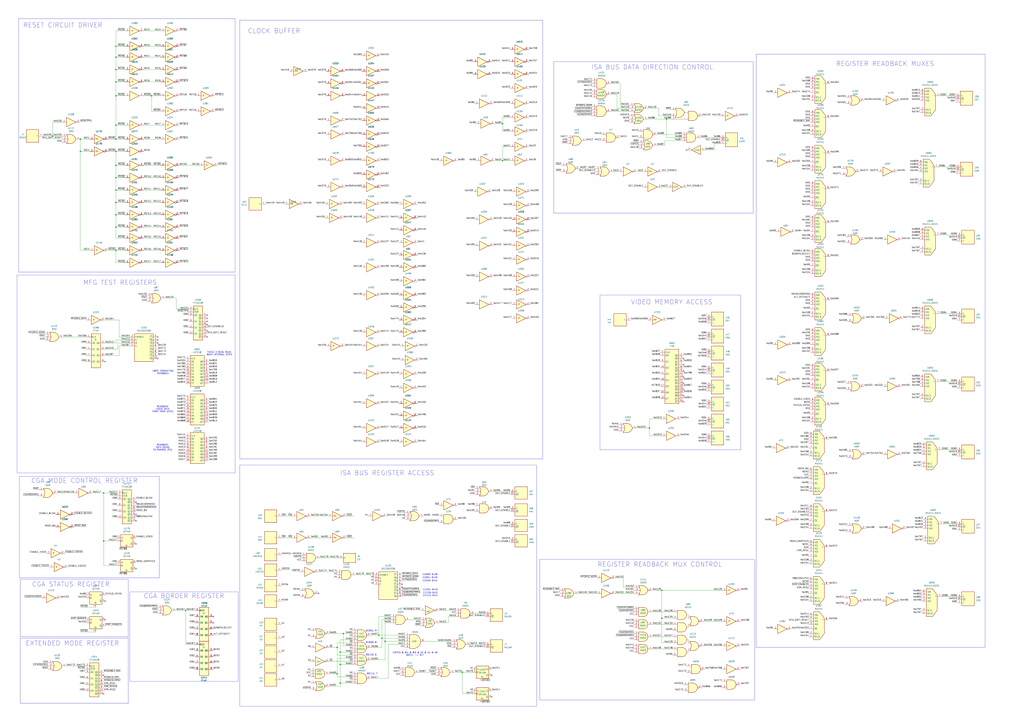
<source format=kicad_sch>
(kicad_sch (version 20231120) (generator "eeschema") (generator_version "8.0")
  (paper "A1")
  (junction (at 1225.55 113.03))
  (junction (at 1223.01 308.61))
  (junction (at 279.4 535.94))
  (junction (at 1228.09 86.36))
  (junction (at 1325.88 299.72))
  (junction (at 279.4 561.34))
  (junction (at 1228.09 184.15))
  (junction (at 1421.13 264.16))
  (junction (at 95.25 146.05))
  (junction (at 316.23 527.05))
  (junction (at 1225.55 255.27))
  (junction (at 95.25 166.37))
  (junction (at 66.04 114.3))
  (junction (at 895.35 66.04))
  (junction (at 859.79 72.39))
  (junction (at 311.15 521.97))
  (junction (at 862.33 54.61))
  (junction (at 1230.63 157.48))
  (junction (at 1228.09 104.14))
  (junction (at 1327.15 152.4))
  (junction (at 1318.26 400.05))
  (junction (at 95.25 186.69))
  (junction (at 1228.09 246.38))
  (junction (at 1117.6 488.95))
  (junction (at 110.49 807.72))
  (junction (at 1423.67 299.72))
  (junction (at 896.62 44.45))
  (junction (at 95.25 102.87))
  (junction (at 1240.79 391.16))
  (junction (at 1423.67 119.38))
  (junction (at 543.56 485.14))
  (junction (at 95.25 176.53))
  (junction (at 1046.48 146.05))
  (junction (at 85.09 405.13))
  (junction (at 1323.34 289.56))
  (junction (at 281.94 520.7))
  (junction (at 543.56 508))
  (junction (at 66.04 124.46))
  (junction (at 1230.63 175.26))
  (junction (at 1225.55 95.25))
  (junction (at 1318.26 491.49))
  (junction (at 1013.46 74.93))
  (junction (at 1421.13 132.08))
  (junction (at 1327.15 96.52))
  (junction (at 1423.67 91.44))
  (junction (at 1186.18 535.94))
  (junction (at 1225.55 317.5))
  (junction (at 1233.17 172.72))
  (junction (at 1233.17 74.93))
  (junction (at 1494.79 337.82))
  (junction (at 1117.6 468.63))
  (junction (at 313.69 524.51))
  (junction (at 1220.47 332.74))
  (junction (at 1220.47 306.07))
  (junction (at 444.5 610.87))
  (junction (at 920.75 535.94))
  (junction (at 1470.66 335.28))
  (junction (at 1228.09 314.96))
  (junction (at 1223.01 326.39))
  (junction (at 1323.34 241.3))
  (junction (at 95.25 67.31))
  (junction (at 1143 86.36))
  (junction (at 1325.88 256.54))
  (junction (at 1423.67 231.14))
  (junction (at 1046.48 128.27))
  (junction (at 1318.26 439.42))
  (junction (at 311.15 610.87))
  (junction (at 431.8 797.56))
  (junction (at 1230.63 119.38))
  (junction (at 276.86 532.13))
  (junction (at 1235.71 373.38))
  (junction (at 142.24 820.42))
  (junction (at 1421.13 104.14))
  (junction (at 533.4 351.79))
  (junction (at 412.75 101.6))
  (junction (at 95.25 124.46))
  (junction (at 1013.46 91.44))
  (junction (at 1143 132.08))
  (junction (at 1286.51 450.85))
  (junction (at 373.38 764.54))
  (junction (at 1047.75 74.93))
  (junction (at 571.5 623.57))
  (junction (at 1045.21 104.14))
  (junction (at 951.23 535.94))
  (junction (at 1235.71 361.95))
  (junction (at 95.25 205.74))
  (junction (at 1228.09 228.6))
  (junction (at 1018.54 133.35))
  (junction (at 85.09 444.5))
  (junction (at 1327.15 138.43))
  (junction (at 1318.26 481.33))
  (junction (at 1049.02 116.84))
  (junction (at 1325.88 231.14))
  (junction (at 1310.64 345.44))
  (junction (at 1318.26 450.85))
  (junction (at 1223.01 234.95))
  (junction (at 547.37 97.79))
  (junction (at 1233.17 101.6))
  (junction (at 961.39 101.6))
  (junction (at 245.11 610.87))
  (junction (at 1327.15 115.57))
  (junction (at 129.54 767.08))
  (junction (at 1318.26 482.6))
  (junction (at 279.4 546.1))
  (junction (at 113.03 610.87))
  (junction (at 1327.15 124.46))
  (junction (at 43.18 111.76))
  (junction (at 1230.63 243.84))
  (junction (at 1228.09 166.37))
  (junction (at 1421.13 160.02))
  (junction (at 1225.55 190.5))
  (junction (at 95.25 46.99))
  (junction (at 1327.15 82.55))
  (junction (at 1230.63 217.17))
  (junction (at 593.09 626.11))
  (junction (at 1327.15 166.37))
  (junction (at 124.46 78.74))
  (junction (at 1421.13 243.84))
  (junction (at 1117.6 367.03))
  (junction (at 1117.6 387.35))
  (junction (at 1117.6 427.99))
  (junction (at 1169.67 44.45))
  (junction (at 1225.55 163.83))
  (junction (at 220.98 764.54))
  (junction (at 1225.55 299.72))
  (junction (at 95.25 57.15))
  (junction (at 307.34 833.12))
  (junction (at 95.25 78.74))
  (junction (at 1318.26 379.73))
  (junction (at 1230.63 92.71))
  (junction (at 161.29 764.54))
  (junction (at 1225.55 237.49))
  (junction (at 129.54 764.54))
  (junction (at 1421.13 292.1))
  (junction (at 431.8 764.54))
  (junction (at 1228.09 288.29))
  (junction (at 1423.67 152.4))
  (junction (at 95.25 38.1))
  (junction (at 1223.01 261.62))
  (junction (at 1018.54 116.84))
  (junction (at 379.73 552.45))
  (junction (at 1323.34 266.7))
  (junction (at 276.86 553.72))
  (junction (at 307.34 822.96))
  (junction (at 95.25 135.89))
  (junction (at 1042.67 83.82))
  (junction (at 1400.81 80.01))
  (junction (at 152.4 501.65))
  (junction (at 1116.33 407.67))
  (junction (at 1423.67 271.78))
  (junction (at 859.79 49.53))
  (junction (at 1043.94 125.73))
  (junction (at 179.07 610.87))
  (junction (at 1233.17 146.05))
  (junction (at 95.25 156.21))
  (junction (at 1045.21 86.36))
  (junction (at 377.19 610.87))
  (junction (at 158.75 778.51))
  (junction (at 1117.6 346.71))
  (junction (at 1318.26 389.89))
  (junction (at 1327.15 180.34))
  (junction (at 1397 317.5))
  (junction (at 95.25 114.3))
  (junction (at 1117.6 448.31))
  (junction (at 412.75 132.08))
  (no_connect (at 561.34 330.2))
  (no_connect (at 916.94 473.71))
  (no_connect (at 1085.85 473.71))
  (no_connect (at 1085.85 218.44))
  (no_connect (at 1121.41 541.02))
  (no_connect (at 243.84 769.62))
  (no_connect (at 1140.46 453.39))
  (no_connect (at 243.84 740.41))
  (no_connect (at 86.36 297.18))
  (no_connect (at 976.63 238.76))
  (no_connect (at 1140.46 412.75))
  (no_connect (at 989.33 473.71))
  (no_connect (at 976.63 279.4))
  (no_connect (at 1473.2 421.64))
  (no_connect (at 989.33 453.39))
  (no_connect (at 467.36 721.36))
  (no_connect (at 1188.72 308.61))
  (no_connect (at 1186.18 412.75))
  (no_connect (at 1179.83 541.02))
  (no_connect (at 1504.95 300.99))
  (no_connect (at 976.63 321.31))
  (no_connect (at 1186.18 392.43))
  (no_connect (at 1188.72 233.68))
  (no_connect (at 334.01 769.62))
  (no_connect (at 1502.41 421.64))
  (no_connect (at 563.88 123.19))
  (no_connect (at 170.18 266.7))
  (no_connect (at 1297.94 541.02))
  (no_connect (at 111.76 422.91))
  (no_connect (at 304.8 628.65))
  (no_connect (at 1412.24 297.18))
  (no_connect (at 989.33 351.79))
  (no_connect (at 201.93 721.36))
  (no_connect (at 1109.98 433.07))
  (no_connect (at 1163.32 433.07))
  (no_connect (at 1037.59 453.39))
  (no_connect (at 1504.95 105.41))
  (no_connect (at 1061.72 392.43))
  (no_connect (at 981.71 38.1))
  (no_connect (at 966.47 494.03))
  (no_connect (at 1060.45 238.76))
  (no_connect (at 941.07 351.79))
  (no_connect (at 1085.85 351.79))
  (no_connect (at 1013.46 433.07))
  (no_connect (at 1412.24 269.24))
  (no_connect (at 1002.03 541.02))
  (no_connect (at 1139.19 63.5))
  (no_connect (at 214.63 769.62))
  (no_connect (at 1504.95 245.11))
  (no_connect (at 941.07 392.43))
  (no_connect (at 1061.72 541.02))
  (no_connect (at 965.2 412.75))
  (no_connect (at 111.76 467.36))
  (no_connect (at 1013.46 412.75))
  (no_connect (at 1085.85 412.75))
  (no_connect (at 1060.45 299.72))
  (no_connect (at 989.33 392.43))
  (no_connect (at 86.36 509.27))
  (no_connect (at 170.18 276.86))
  (no_connect (at 1238.25 541.02))
  (no_connect (at 567.69 628.65))
  (no_connect (at 1140.46 392.43))
  (no_connect (at 1037.59 218.44))
  (no_connect (at 403.86 554.99))
  (no_connect (at 116.84 843.28))
  (no_connect (at 261.62 487.68))
  (no_connect (at 170.18 259.08))
  (no_connect (at 1186.18 351.79))
  (no_connect (at 1163.32 412.75))
  (no_connect (at 1085.85 392.43))
  (no_connect (at 1013.46 392.43))
  (no_connect (at 989.33 433.07))
  (no_connect (at 976.63 218.44))
  (no_connect (at 1188.72 269.24))
  (no_connect (at 270.51 721.36))
  (no_connect (at 1504.95 189.23))
  (no_connect (at 1037.59 473.71))
  (no_connect (at 1150.62 541.02))
  (no_connect (at 111.76 412.75))
  (no_connect (at 1085.85 279.4))
  (no_connect (at 129.54 279.4))
  (no_connect (at 1037.59 177.8))
  (no_connect (at 171.45 628.65))
  (no_connect (at 1061.72 433.07))
  (no_connect (at 1140.46 372.11))
  (no_connect (at 111.76 447.04))
  (no_connect (at 916.94 453.39))
  (no_connect (at 1134.11 91.44))
  (no_connect (at 1085.85 259.08))
  (no_connect (at 1037.59 412.75))
  (no_connect (at 1163.32 392.43))
  (no_connect (at 941.07 152.4))
  (no_connect (at 1061.72 473.71))
  (no_connect (at 1061.72 351.79))
  (no_connect (at 941.07 453.39))
  (no_connect (at 403.86 721.36))
  (no_connect (at 1037.59 299.72))
  (no_connect (at 1461.77 340.36))
  (no_connect (at 1060.45 279.4))
  (no_connect (at 1186.18 433.07))
  (no_connect (at 965.2 372.11))
  (no_connect (at 965.2 351.79))
  (no_connect (at 1504.95 217.17))
  (no_connect (at 1164.59 190.5))
  (no_connect (at 561.34 309.88))
  (no_connect (at 916.94 494.03))
  (no_connect (at 1060.45 321.31))
  (no_connect (at 561.34 304.8))
  (no_connect (at 965.2 433.07))
  (no_connect (at 636.27 631.19))
  (no_connect (at 1060.45 259.08))
  (no_connect (at 1412.24 182.88))
  (no_connect (at 1186.18 372.11))
  (no_connect (at 1085.85 177.8))
  (no_connect (at 116.84 840.74))
  (no_connect (at 965.2 392.43))
  (no_connect (at 965.2 453.39))
  (no_connect (at 1109.98 351.79))
  (no_connect (at 1013.46 351.79))
  (no_connect (at 989.33 372.11))
  (no_connect (at 1412.24 127))
  (no_connect (at 1032.51 541.02))
  (no_connect (at 1013.46 372.11))
  (no_connect (at 1139.19 58.42))
  (no_connect (at 1504.95 133.35))
  (no_connect (at 1061.72 372.11))
  (no_connect (at 1060.45 198.12))
  (no_connect (at 102.87 628.65))
  (no_connect (at 1379.22 560.07))
  (no_connect (at 941.07 433.07))
  (no_connect (at 965.2 473.71))
  (no_connect (at 941.07 412.75))
  (no_connect (at 1109.98 412.75))
  (no_connect (at 1187.45 91.44))
  (no_connect (at 561.34 314.96))
  (no_connect (at 118.11 769.62))
  (no_connect (at 129.54 294.64))
  (no_connect (at 274.32 769.62))
  (no_connect (at 243.84 735.33))
  (no_connect (at 175.26 511.81))
  (no_connect (at 1431.29 342.9))
  (no_connect (at 170.18 264.16))
  (no_connect (at 976.63 177.8))
  (no_connect (at 941.07 494.03))
  (no_connect (at 989.33 494.03))
  (no_connect (at 1061.72 412.75))
  (no_connect (at 336.55 721.36))
  (no_connect (at 1109.98 453.39))
  (no_connect (at 1163.32 473.71))
  (no_connect (at 941.07 473.71))
  (no_connect (at 1140.46 351.79))
  (no_connect (at 370.84 628.65))
  (no_connect (at 1140.46 473.71))
  (no_connect (at 1412.24 220.98))
  (no_connect (at 1164.59 269.24))
  (no_connect (at 1092.2 541.02))
  (no_connect (at 1140.46 433.07))
  (no_connect (at 1140.46 494.03))
  (no_connect (at 1504.95 273.05))
  (no_connect (at 129.54 276.86))
  (no_connect (at 134.62 721.36))
  (no_connect (at 1412.24 243.84))
  (no_connect (at 1134.11 137.16))
  (no_connect (at 1060.45 218.44))
  (no_connect (at 1163.32 372.11))
  (no_connect (at 1037.59 351.79))
  (no_connect (at 303.53 769.62))
  (no_connect (at 1085.85 494.03))
  (no_connect (at 86.36 494.03))
  (no_connect (at 170.18 271.78))
  (no_connect (at 941.07 372.11))
  (no_connect (at 1037.59 433.07))
  (no_connect (at 1109.98 494.03))
  (no_connect (at 1085.85 198.12))
  (no_connect (at 916.94 372.11))
  (no_connect (at 175.26 506.73))
  (no_connect (at 976.63 299.72))
  (no_connect (at 916.94 351.79))
  (no_connect (at 170.18 261.62))
  (no_connect (at 1192.53 49.53))
  (no_connect (at 1037.59 279.4))
  (no_connect (at 85.09 554.99))
  (no_connect (at 1412.24 99.06))
  (no_connect (at 1061.72 494.03))
  (no_connect (at 1412.24 154.94))
  (no_connect (at 561.34 320.04))
  (no_connect (at 561.34 325.12))
  (no_connect (at 1186.18 494.03))
  (no_connect (at 438.15 628.65))
  (no_connect (at 1109.98 372.11))
  (no_connect (at 364.49 769.62))
  (no_connect (at 1013.46 453.39))
  (no_connect (at 1037.59 238.76))
  (no_connect (at 129.54 281.94))
  (no_connect (at 1085.85 433.07))
  (no_connect (at 85.09 570.23))
  (no_connect (at 1037.59 392.43))
  (no_connect (at 1186.18 473.71))
  (no_connect (at 561.34 294.64))
  (no_connect (at 330.2 482.6))
  (no_connect (at 1188.72 190.5))
  (no_connect (at 237.49 628.65))
  (no_connect (at 1109.98 473.71))
  (no_connect (at 1163.32 494.03))
  (no_connect (at 1084.58 299.72))
  (no_connect (at 916.94 392.43))
  (no_connect (at 502.92 628.65))
  (no_connect (at 1084.58 321.31))
  (no_connect (at 116.84 838.2))
  (no_connect (at 916.94 433.07))
  (no_connect (at 941.07 128.27))
  (no_connect (at 1162.05 49.53))
  (no_connect (at 1267.46 541.02))
  (no_connect (at 1037.59 259.08))
  (no_connect (at 1037.59 198.12))
  (no_connect (at 1314.45 384.81))
  (no_connect (at 1085.85 372.11))
  (no_connect (at 1163.32 453.39))
  (no_connect (at 1209.04 541.02))
  (no_connect (at 561.34 299.72))
  (no_connect (at 403.86 572.77))
  (no_connect (at 1037.59 321.31))
  (no_connect (at 1060.45 177.8))
  (no_connect (at 1061.72 453.39))
  (no_connect (at 989.33 412.75))
  (no_connect (at 1013.46 473.71))
  (no_connect (at 916.94 412.75))
  (no_connect (at 534.67 721.36))
  (no_connect (at 1163.32 351.79))
  (no_connect (at 1013.46 494.03))
  (no_connect (at 330.2 480.06))
  (no_connect (at 1109.98 392.43))
  (no_connect (at 1188.72 137.16))
  (no_connect (at 1085.85 238.76))
  (no_connect (at 1504.95 161.29))
  (no_connect (at 1037.59 494.03))
  (no_connect (at 1164.59 233.68))
  (no_connect (at 71.12 721.36))
  (no_connect (at 976.63 198.12))
  (no_connect (at 1164.59 308.61))
  (no_connect (at 1186.18 453.39))
  (no_connect (at 1037.59 372.11))
  (no_connect (at 1085.85 453.39))
  (no_connect (at 111.76 427.99))
  (no_connect (at 976.63 259.08))
  (no_connect (at 1409.7 560.07))
  (wire (pts (xy 920.75 538.48) (xy 928.37 538.48)))
  (wire (pts (xy 1240.79 219.71) (xy 1225.55 219.71)))
  (wire (pts (xy 952.5 38.1) (xy 966.47 38.1)))
  (wire (pts (xy 911.86 147.32) (xy 925.83 147.32)))
  (wire (pts (xy 1240.79 181.61) (xy 1233.17 181.61)))
  (wire (pts (xy 1125.22 182.88) (xy 1123.95 182.88)))
  (wire (pts (xy 1042.67 83.82) (xy 1013.46 83.82)))
  (wire (pts (xy 1043.94 143.51) (xy 1056.64 143.51)))
  (wire (pts (xy 1074.42 36.83) (xy 1088.39 36.83)))
  (wire (pts (xy 1357.63 241.3) (xy 1357.63 243.84)))
  (wire (pts (xy 215.9 623.57) (xy 222.25 623.57)))
  (wire (pts (xy 195.58 817.88) (xy 201.93 817.88)))
  (wire (pts (xy 334.01 764.54) (xy 349.25 764.54)))
  (wire (pts (xy 862.33 66.04) (xy 895.35 66.04)))
  (wire (pts (xy 1061.72 367.03) (xy 1070.61 367.03)))
  (wire (pts (xy 955.04 242.57) (xy 942.34 242.57)))
  (wire (pts (xy 951.23 535.94) (xy 951.23 538.48)))
  (wire (pts (xy 1272.54 223.52) (xy 1263.65 223.52)))
  (wire (pts (xy 1225.55 237.49) (xy 1240.79 237.49)))
  (wire (pts (xy 1111.25 49.53) (xy 1111.25 46.99)))
  (wire (pts (xy 960.12 44.45) (xy 896.62 44.45)))
  (wire (pts (xy 1082.04 104.14) (xy 1082.04 90.17)))
  (wire (pts (xy 220.98 764.54) (xy 228.6 764.54)))
  (wire (pts (xy 1263.65 86.36) (xy 1256.03 86.36)))
  (wire (pts (xy 1085.85 213.36) (xy 1093.47 213.36)))
  (wire (pts (xy 261.62 469.9) (xy 276.86 469.9)))
  (wire (pts (xy 1272.54 78.74) (xy 1264.92 78.74)))
  (wire (pts (xy 1357.63 113.03) (xy 1357.63 119.38)))
  (wire (pts (xy 161.29 767.08) (xy 168.91 767.08)))
  (wire (pts (xy 1264.92 317.5) (xy 1256.03 317.5)))
  (wire (pts (xy 961.39 90.17) (xy 925.83 90.17)))
  (wire (pts (xy 1013.46 448.31) (xy 1022.35 448.31)))
  (wire (pts (xy 1263.65 255.27) (xy 1256.03 255.27)))
  (wire (pts (xy 961.39 198.12) (xy 955.04 198.12)))
  (wire (pts (xy 1240.79 314.96) (xy 1228.09 314.96)))
  (wire (pts (xy 1454.15 186.69) (xy 1460.5 186.69)))
  (wire (pts (xy 1233.17 146.05) (xy 1240.79 146.05)))
  (wire (pts (xy 1228.09 323.85) (xy 1228.09 314.96)))
  (wire (pts (xy 773.43 369.57) (xy 786.13 369.57)))
  (wire (pts (xy 1013.46 468.63) (xy 1022.35 468.63)))
  (wire (pts (xy 1418.59 110.49) (xy 1418.59 109.22)))
  (wire (pts (xy 1433.83 124.46) (xy 1418.59 124.46)))
  (wire (pts (xy 1163.32 346.71) (xy 1170.94 346.71)))
  (wire (pts (xy 152.4 529.59) (xy 152.4 501.65)))
  (wire (pts (xy 1143 74.93) (xy 1159.51 74.93)))
  (wire (pts (xy 1264.92 228.6) (xy 1272.54 228.6)))
  (wire (pts (xy 913.13 535.94) (xy 920.75 535.94)))
  (wire (pts (xy 859.79 49.53) (xy 872.49 49.53)))
  (wire (pts (xy 552.45 528.32) (xy 543.56 528.32)))
  (wire (pts (xy 505.46 487.68) (xy 520.7 487.68)))
  (wire (pts (xy 128.27 621.03) (xy 134.62 621.03)))
  (wire (pts (xy 1117.6 468.63) (xy 1125.22 468.63)))
  (wire (pts (xy 571.5 623.57) (xy 575.31 623.57)))
  (wire (pts (xy 1085.85 387.35) (xy 1094.74 387.35)))
  (wire (pts (xy 1397 317.5) (xy 1402.08 317.5)))
  (wire (pts (xy 1350.01 168.91) (xy 1357.63 168.91)))
  (wire (pts (xy 1163.32 488.95) (xy 1170.94 488.95)))
  (wire (pts (xy 911.86 210.82) (xy 927.1 210.82)))
  (wire (pts (xy 989.33 468.63) (xy 998.22 468.63)))
  (wire (pts (xy 577.85 510.54) (xy 593.09 510.54)))
  (wire (pts (xy 304.8 557.53) (xy 318.77 557.53)))
  (wire (pts (xy 509.27 610.87) (xy 444.5 610.87)))
  (wire (pts (xy 1304.29 345.44) (xy 1310.64 345.44)))
  (wire (pts (xy 1263.65 297.18) (xy 1263.65 299.72)))
  (wire (pts (xy 955.04 325.12) (xy 942.34 325.12)))
  (wire (pts (xy 1060.45 254) (xy 1070.61 254)))
  (wire (pts (xy 1037.59 407.67) (xy 1046.48 407.67)))
  (wire (pts (xy 313.69 524.51) (xy 313.69 509.27)))
  (wire (pts (xy 1318.26 491.49) (xy 1318.26 482.6)))
  (wire (pts (xy 88.9 205.74) (xy 95.25 205.74)))
  (wire (pts (xy 139.7 831.85) (xy 172.72 831.85)))
  (wire (pts (xy 95.25 186.69) (xy 95.25 195.58)))
  (wire (pts (xy 262.89 458.47) (xy 278.13 458.47)))
  (wire (pts (xy 1228.09 166.37) (xy 1240.79 166.37)))
  (wire (pts (xy 1433.83 276.86) (xy 1418.59 276.86)))
  (wire (pts (xy 1240.79 273.05) (xy 1225.55 273.05)))
  (wire (pts (xy 1169.67 36.83) (xy 1169.67 44.45)))
  (wire (pts (xy 1494.79 335.28) (xy 1494.79 337.82)))
  (wire (pts (xy 1270 377.19) (xy 1277.62 377.19)))
  (wire (pts (xy 1329.69 552.45) (xy 1333.5 552.45)))
  (wire (pts (xy 543.56 528.32) (xy 543.56 508)))
  (wire (pts (xy 1327.15 147.32) (xy 1327.15 138.43)))
  (wire (pts (xy 1143 121.92) (xy 1156.97 121.92)))
  (wire (pts (xy 533.4 351.79) (xy 533.4 344.17)))
  (wire (pts (xy 1272.54 119.38) (xy 1263.65 119.38)))
  (wire (pts (xy 1228.09 228.6) (xy 1240.79 228.6)))
  (wire (pts (xy 1088.39 133.35) (xy 1078.23 133.35)))
  (wire (pts (xy 916.94 346.71) (xy 925.83 346.71)))
  (wire (pts (xy 1109.98 346.71) (xy 1117.6 346.71)))
  (wire (pts (xy 1060.45 274.32) (xy 1070.61 274.32)))
  (wire (pts (xy 95.25 156.21) (xy 95.25 166.37)))
  (wire (pts (xy 1272.54 190.5) (xy 1263.65 190.5)))
  (wire (pts (xy 118.11 78.74) (xy 124.46 78.74)))
  (wire (pts (xy 462.28 721.36) (xy 462.28 706.12)))
  (wire (pts (xy 118.11 114.3) (xy 132.08 114.3)))
  (wire (pts (xy 1511.3 337.82) (xy 1518.92 337.82)))
  (wire (pts (xy 351.79 549.91) (xy 358.14 549.91)))
  (wire (pts (xy 1341.12 410.21) (xy 1356.36 410.21)))
  (wire (pts (xy 1140.46 407.67) (xy 1148.08 407.67)))
  (wire (pts (xy 1366.52 152.4) (xy 1357.63 152.4)))
  (wire (pts (xy 179.07 610.87) (xy 179.07 618.49)))
  (wire (pts (xy 1323.34 266.7) (xy 1334.77 266.7)))
  (wire (pts (xy 1037.59 116.84) (xy 1049.02 116.84)))
  (wire (pts (xy 1400.81 86.36) (xy 1400.81 80.01)))
  (wire (pts (xy 859.79 72.39) (xy 904.24 72.39)))
  (wire (pts (xy 289.56 538.48) (xy 276.86 538.48)))
  (wire (pts (xy 1045.21 95.25) (xy 1045.21 104.14)))
  (wire (pts (xy 1228.09 201.93) (xy 1240.79 201.93)))
  (wire (pts (xy 1325.88 231.14) (xy 1334.77 231.14)))
  (wire (pts (xy 1334.77 189.23) (xy 1327.15 189.23)))
  (wire (pts (xy 1446.53 340.36) (xy 1442.72 340.36)))
  (wire (pts (xy 289.56 528.32) (xy 276.86 528.32)))
  (wire (pts (xy 63.5 621.03) (xy 66.04 621.03)))
  (wire (pts (xy 95.25 124.46) (xy 102.87 124.46)))
  (wire (pts (xy 1240.79 77.47) (xy 1225.55 77.47)))
  (wire (pts (xy 1134.11 132.08) (xy 1143 132.08)))
  (wire (pts (xy 307.34 833.12) (xy 314.96 833.12)))
  (wire (pts (xy 942.34 193.04) (xy 961.39 193.04)))
  (wire (pts (xy 245.11 610.87) (xy 311.15 610.87)))
  (wire (pts (xy 368.3 511.81) (xy 360.68 511.81)))
  (wire (pts (xy 304.8 521.97) (xy 311.15 521.97)))
  (wire (pts (xy 279.4 525.78) (xy 289.56 525.78)))
  (wire (pts (xy 1143 86.36) (xy 1149.35 86.36)))
  (wire (pts (xy 1014.73 133.35) (xy 1018.54 133.35)))
  (wire (pts (xy 147.32 836.93) (xy 139.7 836.93)))
  (wire (pts (xy 952.5 59.69) (xy 966.47 59.69)))
  (wire (pts (xy 1264.92 185.42) (xy 1264.92 175.26)))
  (wire (pts (xy 941.07 488.95) (xy 951.23 488.95)))
  (wire (pts (xy 1225.55 130.81) (xy 1240.79 130.81)))
  (wire (pts (xy 1357.63 218.44) (xy 1357.63 220.98)))
  (wire (pts (xy 1381.76 149.86) (xy 1397 149.86)))
  (wire (pts (xy 97.79 284.48) (xy 106.68 284.48)))
  (wire (pts (xy 95.25 57.15) (xy 102.87 57.15)))
  (wire (pts (xy 1449.07 134.62) (xy 1454.15 134.62)))
  (wire (pts (xy 506.73 88.9) (xy 516.89 88.9)))
  (wire (pts (xy 59.69 626.11) (xy 66.04 626.11)))
  (wire (pts (xy 1225.55 273.05) (xy 1225.55 255.27)))
  (wire (pts (xy 1240.79 157.48) (xy 1230.63 157.48)))
  (wire (pts (xy 1381.76 238.76) (xy 1397 238.76)))
  (wire (pts (xy 1418.59 137.16) (xy 1433.83 137.16)))
  (wire (pts (xy 1306.83 166.37) (xy 1327.15 166.37)))
  (wire (pts (xy 1325.88 501.65) (xy 1318.26 501.65)))
  (wire (pts (xy 1454.15 177.8) (xy 1454.15 181.61)))
  (wire (pts (xy 862.33 30.48) (xy 872.49 30.48)))
  (wire (pts (xy 1454.15 162.56) (xy 1454.15 158.75)))
  (wire (pts (xy 1037.59 367.03) (xy 1046.48 367.03)))
  (wire (pts (xy 1080.77 87.63) (xy 1089.66 87.63)))
  (wire (pts (xy 543.56 508) (xy 543.56 485.14)))
  (wire (pts (xy 1287.78 82.55) (xy 1327.15 82.55)))
  (wire (pts (xy 1454.15 246.38) (xy 1454.15 242.57)))
  (wire (pts (xy 1341.12 389.89) (xy 1356.36 389.89)))
  (wire (pts (xy 1256.03 95.25) (xy 1264.92 95.25)))
  (wire (pts (xy 1412.24 93.98) (xy 1418.59 93.98)))
  (wire (pts (xy 1419.86 180.34) (xy 1433.83 180.34)))
  (wire (pts (xy 1304.29 152.4) (xy 1327.15 152.4)))
  (wire (pts (xy 1504.95 128.27) (xy 1518.92 128.27)))
  (wire (pts (xy 1421.13 160.02) (xy 1421.13 187.96)))
  (wire (pts (xy 1005.84 213.36) (xy 1022.35 213.36)))
  (wire (pts (xy 614.68 626.11) (xy 621.03 626.11)))
  (wire (pts (xy 1449.07 302.26) (xy 1454.15 302.26)))
  (wire (pts (xy 966.47 488.95) (xy 974.09 488.95)))
  (wire (pts (xy 1366.52 294.64) (xy 1357.63 294.64)))
  (wire (pts (xy 1419.86 177.8) (xy 1419.86 180.34)))
  (wire (pts (xy 1418.59 109.22) (xy 1433.83 109.22)))
  (wire (pts (xy 941.07 427.99) (xy 949.96 427.99)))
  (wire (pts (xy 1225.55 190.5) (xy 1225.55 163.83)))
  (wire (pts (xy 196.85 822.96) (xy 196.85 838.2)))
  (wire (pts (xy 1056.64 77.47) (xy 1045.21 77.47)))
  (wire (pts (xy 1350.01 121.92) (xy 1366.52 121.92)))
  (wire (pts (xy 1454.15 261.62) (xy 1454.15 265.43)))
  (wire (pts (xy 1264.92 201.93) (xy 1264.92 193.04)))
  (wire (pts (xy 1267.46 535.94) (xy 1282.7 535.94)))
  (wire (pts (xy 1295.4 482.6) (xy 1286.51 482.6)))
  (wire (pts (xy 1122.68 309.88) (xy 1122.68 306.07)))
  (wire (pts (xy 951.23 535.94) (xy 951.23 533.4)))
  (wire (pts (xy 1123.95 187.96) (xy 1123.95 195.58)))
  (wire (pts (xy 1013.46 387.35) (xy 1022.35 387.35)))
  (wire (pts (xy 1109.98 427.99) (xy 1117.6 427.99)))
  (wire (pts (xy 1220.47 306.07) (xy 1240.79 306.07)))
  (wire (pts (xy 1263.65 388.62) (xy 1270 388.62)))
  (wire (pts (xy 1417.32 215.9) (xy 1412.24 215.9)))
  (wire (pts (xy 666.75 626.11) (xy 680.72 626.11)))
  (wire (pts (xy 1423.67 271.78) (xy 1423.67 299.72)))
  (wire (pts (xy 1085.85 254) (xy 1089.66 254)))
  (wire (pts (xy 408.94 797.56) (xy 373.38 797.56)))
  (wire (pts (xy 952.5 54.61) (xy 960.12 54.61)))
  (wire (pts (xy 1230.63 119.38) (xy 1230.63 128.27)))
  (wire (pts (xy 941.07 468.63) (xy 949.96 468.63)))
  (wire (pts (xy 276.86 553.72) (xy 276.86 556.26)))
  (wire (pts (xy 196.85 721.36) (xy 196.85 706.12)))
  (wire (pts (xy 539.75 110.49) (xy 560.07 110.49)))
  (wire (pts (xy 1220.47 306.07) (xy 1220.47 332.74)))
  (wire (pts (xy 1080.77 146.05) (xy 1080.77 135.89)))
  (wire (pts (xy 1341.12 501.65) (xy 1356.36 501.65)))
  (wire (pts (xy 220.98 764.54) (xy 220.98 801.37)))
  (wire (pts (xy 1111.25 46.99) (xy 1117.6 46.99)))
  (wire (pts (xy 1078.23 130.81) (xy 1088.39 130.81)))
  (wire (pts (xy 955.04 303.53) (xy 942.34 303.53)))
  (wire (pts (xy 1037.59 193.04) (xy 1045.21 193.04)))
  (wire (pts (xy 1264.92 130.81) (xy 1264.92 121.92)))
  (wire (pts (xy 1327.15 166.37) (xy 1334.77 166.37)))
  (wire (pts (xy 527.05 626.11) (xy 530.86 626.11)))
  (wire (pts (xy 1235.71 373.38) (xy 1235.71 453.39)))
  (wire (pts (xy 552.45 508) (xy 543.56 508)))
  (wire (pts (xy 1449.07 190.5) (xy 1454.15 190.5)))
  (wire (pts (xy 1228.09 104.14) (xy 1228.09 86.36)))
  (wire (pts (xy 1423.67 231.14) (xy 1433.83 231.14)))
  (wire (pts (xy 1272.54 152.4) (xy 1263.65 152.4)))
  (wire (pts (xy 1022.35 133.35) (xy 1018.54 133.35)))
  (wire (pts (xy 1480.82 421.64) (xy 1480.82 426.72)))
  (wire (pts (xy 1272.54 154.94) (xy 1263.65 154.94)))
  (wire (pts (xy 1357.63 236.22) (xy 1357.63 233.68)))
  (wire (pts (xy 1454.15 102.87) (xy 1460.5 102.87)))
  (wire (pts (xy 1005.84 254) (xy 1022.35 254)))
  (wire (pts (xy 1093.47 181.61) (xy 1093.47 172.72)))
  (wire (pts (xy 377.19 610.87) (xy 377.19 618.49)))
  (wire (pts (xy 1421.13 264.16) (xy 1433.83 264.16)))
  (wire (pts (xy 438.15 623.57) (xy 444.5 623.57)))
  (wire (pts (xy 1327.15 156.21) (xy 1327.15 152.4)))
  (wire (pts (xy 502.92 623.57) (xy 509.27 623.57)))
  (wire (pts (xy 1225.55 113.03) (xy 1240.79 113.03)))
  (wire (pts (xy 1454.15 106.68) (xy 1454.15 102.87)))
  (wire (pts (xy 152.4 501.65) (xy 160.02 501.65)))
  (wire (pts (xy 162.56 836.93) (xy 203.2 836.93)))
  (wire (pts (xy 1046.48 128.27) (xy 1056.64 128.27)))
  (wire (pts (xy 1475.74 128.27) (xy 1489.71 128.27)))
  (wire (pts (xy 1037.59 427.99) (xy 1046.48 427.99)))
  (wire (pts (xy 85.09 405.13) (xy 96.52 405.13)))
  (wire (pts (xy 942.34 233.68) (xy 961.39 233.68)))
  (wire (pts (xy 85.09 464.82) (xy 85.09 444.5)))
  (wire (pts (xy 976.63 213.36) (xy 990.6 213.36)))
  (wire (pts (xy 1419.86 193.04) (xy 1433.83 193.04)))
  (wire (pts (xy 95.25 67.31) (xy 95.25 57.15)))
  (wire (pts (xy 1264.92 166.37) (xy 1264.92 157.48)))
  (wire (pts (xy 955.04 279.4) (xy 955.04 283.21)))
  (wire (pts (xy 1270 388.62) (xy 1270 382.27)))
  (wire (pts (xy 1109.98 367.03) (xy 1117.6 367.03)))
  (wire (pts (xy 770.89 137.16) (xy 784.86 137.16)))
  (wire (pts (xy 137.16 767.08) (xy 129.54 767.08)))
  (wire (pts (xy 1366.52 261.62) (xy 1357.63 261.62)))
  (wire (pts (xy 237.49 626.11) (xy 245.11 626.11)))
  (wire (pts (xy 1045.21 104.14) (xy 1013.46 104.14)))
  (wire (pts (xy 1421.13 292.1) (xy 1421.13 308.61)))
  (wire (pts (xy 1421.13 160.02) (xy 1433.83 160.02)))
  (wire (pts (xy 1085.85 346.71) (xy 1094.74 346.71)))
  (wire (pts (xy 989.33 346.71) (xy 998.22 346.71)))
  (wire (pts (xy 110.49 822.96) (xy 110.49 807.72)))
  (wire (pts (xy 142.24 810.26) (xy 149.86 810.26)))
  (wire (pts (xy 311.15 506.73) (xy 321.31 506.73)))
  (wire (pts (xy 1423.67 299.72) (xy 1433.83 299.72)))
  (wire (pts (xy 35.56 111.76) (xy 43.18 111.76)))
  (wire (pts (xy 281.94 623.57) (xy 281.94 621.03)))
  (wire (pts (xy 412.75 107.95) (xy 419.1 107.95)))
  (wire (pts (xy 955.04 262.89) (xy 942.34 262.89)))
  (wire (pts (xy 274.32 764.54) (xy 288.29 764.54)))
  (wire (pts (xy 1423.67 175.26) (xy 1433.83 175.26)))
  (wire (pts (xy 95.25 176.53) (xy 95.25 186.69)))
  (wire (pts (xy 941.07 448.31) (xy 949.96 448.31)))
  (wire (pts (xy 916.94 407.67) (xy 925.83 407.67)))
  (wire (pts (xy 961.39 218.44) (xy 955.04 218.44)))
  (wire (pts (xy 1350.01 93.98) (xy 1366.52 93.98)))
  (wire (pts (xy 1264.92 157.48) (xy 1272.54 157.48)))
  (wire (pts (xy 171.45 623.57) (xy 179.07 623.57)))
  (wire (pts (xy 1140.46 468.63) (xy 1148.08 468.63)))
  (wire (pts (xy 1085.85 407.67) (xy 1094.74 407.67)))
  (wire (pts (xy 1225.55 154.94) (xy 1225.55 163.83)))
  (wire (pts (xy 1117.6 488.95) (xy 1125.22 488.95)))
  (wire (pts (xy 1454.15 190.5) (xy 1454.15 186.69)))
  (wire (pts (xy 1123.95 236.22) (xy 1123.95 231.14)))
  (wire (pts (xy 1230.63 243.84) (xy 1240.79 243.84)))
  (wire (pts (xy 961.39 299.72) (xy 955.04 299.72)))
  (wire (pts (xy 1071.88 128.27) (xy 1078.23 128.27)))
  (wire (pts (xy 1093.47 172.72) (xy 1085.85 172.72)))
  (wire (pts (xy 144.78 245.11) (xy 135.89 245.11)))
  (wire (pts (xy 1357.63 233.68) (xy 1350.01 233.68)))
  (wire (pts (xy 459.74 621.03) (xy 466.09 621.03)))
  (wire (pts (xy 1264.92 335.28) (xy 1272.54 335.28)))
  (wire (pts (xy 1264.92 68.58) (xy 1256.03 68.58)))
  (wire (pts (xy 1240.79 121.92) (xy 1228.09 121.92)))
  (wire (pts (xy 1230.63 243.84) (xy 1230.63 252.73)))
  (wire (pts (xy 1502.41 426.72) (xy 1518.92 426.72)))
  (wire (pts (xy 1390.65 160.02) (xy 1404.62 160.02)))
  (wire (pts (xy 1318.26 450.85) (xy 1309.37 450.85)))
  (wire (pts (xy 1327.15 152.4) (xy 1334.77 152.4)))
  (wire (pts (xy 1454.15 274.32) (xy 1454.15 270.51)))
  (wire (pts (xy 941.07 387.35) (xy 949.96 387.35)))
  (wire (pts (xy 118.11 215.9) (xy 132.08 215.9)))
  (wire (pts (xy 1263.65 261.62) (xy 1263.65 264.16)))
  (wire (pts (xy 1390.65 187.96) (xy 1404.62 187.96)))
  (wire (pts (xy 1080.77 85.09) (xy 1089.66 85.09)))
  (wire (pts (xy 1418.59 165.1) (xy 1433.83 165.1)))
  (wire (pts (xy 279.4 525.78) (xy 279.4 535.94)))
  (wire (pts (xy 1263.65 81.28) (xy 1263.65 77.47)))
  (wire (pts (xy 533.4 358.14) (xy 533.4 351.79)))
  (wire (pts (xy 1327.15 189.23) (xy 1327.15 180.34)))
  (wire (pts (xy 1418.59 124.46) (xy 1418.59 121.92)))
  (wire (pts (xy 129.54 762) (xy 137.16 762)))
  (wire (pts (xy 281.94 530.86) (xy 289.56 530.86)))
  (wire (pts (xy 1225.55 237.49) (xy 1225.55 255.27)))
  (wire (pts (xy 1089.66 254) (xy 1089.66 260.35)))
  (wire (pts (xy 1061.72 488.95) (xy 1070.61 488.95)))
  (wire (pts (xy 1299.21 115.57) (xy 1327.15 115.57)))
  (wire (pts (xy 1228.09 314.96) (xy 1228.09 288.29)))
  (wire (pts (xy 43.18 100.33) (xy 43.18 111.76)))
  (wire (pts (xy 118.11 135.89) (xy 132.08 135.89)))
  (wire (pts (xy 1109.98 448.31) (xy 1117.6 448.31)))
  (wire (pts (xy 774.7 430.53) (xy 786.13 430.53)))
  (wire (pts (xy 1433.83 304.8) (xy 1417.32 304.8)))
  (wire (pts (xy 1264.92 220.98) (xy 1264.92 210.82)))
  (wire (pts (xy 1418.59 276.86) (xy 1418.59 264.16)))
  (wire (pts (xy 1421.13 104.14) (xy 1421.13 86.36)))
  (wire (pts (xy 95.25 176.53) (xy 102.87 176.53)))
  (wire (pts (xy 1300.48 124.46) (xy 1327.15 124.46)))
  (wire (pts (xy 1045.21 215.9) (xy 1046.48 215.9)))
  (wire (pts (xy 142.24 820.42) (xy 149.86 820.42)))
  (wire (pts (xy 95.25 38.1) (xy 102.87 38.1)))
  (wire (pts (xy 1122.68 306.07) (xy 1126.49 306.07)))
  (wire (pts (xy 1233.17 74.93) (xy 1233.17 66.04)))
  (wire (pts (xy 1263.65 219.71) (xy 1256.03 219.71)))
  (wire (pts (xy 1163.32 448.31) (xy 1170.94 448.31)))
  (wire (pts (xy 1005.84 294.64) (xy 1022.35 294.64)))
  (wire (pts (xy 1013.46 74.93) (xy 1021.08 74.93)))
  (wire (pts (xy 1103.63 132.08) (xy 1118.87 132.08)))
  (wire (pts (xy 1286.51 450.85) (xy 1294.13 450.85)))
  (wire (pts (xy 406.4 132.08) (xy 412.75 132.08)))
  (wire (pts (xy 1419.86 194.31) (xy 1419.86 193.04)))
  (wire (pts (xy 1043.94 125.73) (xy 1018.54 125.73)))
  (wire (pts (xy 1334.77 105.41) (xy 1327.15 105.41)))
  (wire (pts (xy 118.11 166.37) (xy 132.08 166.37)))
  (wire (pts (xy 942.34 181.61) (xy 955.04 181.61)))
  (wire (pts (xy 1421.13 308.61) (xy 1397 308.61)))
  (wire (pts (xy 313.69 532.13) (xy 304.8 532.13)))
  (wire (pts (xy 535.94 502.92) (xy 552.45 502.92)))
  (wire (pts (xy 1116.33 261.62) (xy 1125.22 261.62)))
  (wire (pts (xy 636.27 626.11) (xy 651.51 626.11)))
  (wire (pts (xy 1005.84 274.32) (xy 1022.35 274.32)))
  (wire (pts (xy 262.89 650.24) (xy 262.89 618.49)))
  (wire (pts (xy 81.28 623.57) (xy 87.63 623.57)))
  (wire (pts (xy 1220.47 297.18) (xy 1220.47 306.07)))
  (wire (pts (xy 276.86 541.02) (xy 276.86 553.72)))
  (wire (pts (xy 1449.07 106.68) (xy 1454.15 106.68)))
  (wire (pts (xy 95.25 46.99) (xy 95.25 38.1)))
  (wire (pts (xy 911.86 231.14) (xy 927.1 231.14)))
  (wire (pts (xy 1061.72 387.35) (xy 1070.61 387.35)))
  (wire (pts (xy 1233.17 74.93) (xy 1240.79 74.93)))
  (wire (pts (xy 95.25 67.31) (xy 102.87 67.31)))
  (wire (pts (xy 1005.84 172.72) (xy 1022.35 172.72)))
  (wire (pts (xy 1263.65 332.74) (xy 1263.65 335.28)))
  (wire (pts (xy 1334.77 91.44) (xy 1327.15 91.44)))
  (wire (pts (xy 311.15 610.87) (xy 377.19 610.87)))
  (wire (pts (xy 66.04 721.36) (xy 66.04 706.12)))
  (wire (pts (xy 1037.59 294.64) (xy 1045.21 294.64)))
  (wire (pts (xy 1228.09 210.82) (xy 1228.09 228.6)))
  (wire (pts (xy 1060.45 294.64) (xy 1069.34 294.64)))
  (wire (pts (xy 955.04 181.61) (xy 955.04 177.8)))
  (wire (pts (xy 1487.17 421.64) (xy 1480.82 421.64)))
  (wire (pts (xy 1093.47 219.71) (xy 1101.09 219.71)))
  (wire (pts (xy 1116.33 407.67) (xy 1125.22 407.67)))
  (wire (pts (xy 1103.63 39.37) (xy 1111.25 39.37)))
  (wire (pts (xy 276.86 538.48) (xy 276.86 532.13)))
  (wire (pts (xy 1473.2 335.28) (xy 1470.66 335.28)))
  (wire (pts (xy 86.36 292.1) (xy 97.79 292.1)))
  (wire (pts (xy 1240.79 148.59) (xy 1228.09 148.59)))
  (wire (pts (xy 1230.63 217.17) (xy 1240.79 217.17)))
  (wire (pts (xy 1230.63 92.71) (xy 1230.63 119.38)))
  (wire (pts (xy 1296.67 96.52) (xy 1327.15 96.52)))
  (wire (pts (xy 179.07 610.87) (xy 245.11 610.87)))
  (wire (pts (xy 1005.84 233.68) (xy 1022.35 233.68)))
  (wire (pts (xy 1264.92 344.17) (xy 1264.92 335.28)))
  (wire (pts (xy 1056.64 137.16) (xy 1046.48 137.16)))
  (wire (pts (xy 859.79 27.94) (xy 872.49 27.94)))
  (wire (pts (xy 941.07 367.03) (xy 949.96 367.03)))
  (wire (pts (xy 1357.63 124.46) (xy 1357.63 130.81)))
  (wire (pts (xy 904.24 35.56) (xy 895.35 35.56)))
  (wire (pts (xy 501.65 77.47) (xy 506.73 77.47)))
  (wire (pts (xy 313.69 509.27) (xy 321.31 509.27)))
  (wire (pts (xy 1272.54 116.84) (xy 1263.65 116.84)))
  (wire (pts (xy 172.72 831.85) (xy 172.72 842.01)))
  (wire (pts (xy 1470.66 340.36) (xy 1473.2 340.36)))
  (wire (pts (xy 110.49 807.72) (xy 119.38 807.72)))
  (wire (pts (xy 976.63 254) (xy 990.6 254)))
  (wire (pts (xy 1417.32 220.98) (xy 1417.32 215.9)))
  (wire (pts (xy 474.98 487.68) (xy 490.22 487.68)))
  (wire (pts (xy 379.73 552.45) (xy 388.62 552.45)))
  (wire (pts (xy 1454.15 93.98) (xy 1454.15 97.79)))
  (wire (pts (xy 989.33 367.03) (xy 998.22 367.03)))
  (wire (pts (xy 1334.77 128.27) (xy 1327.15 128.27)))
  (wire (pts (xy 1421.13 243.84) (xy 1433.83 243.84)))
  (wire (pts (xy 955.04 218.44) (xy 955.04 222.25)))
  (wire (pts (xy 119.38 839.47) (xy 125.73 839.47)))
  (wire (pts (xy 951.23 533.4) (xy 957.58 533.4)))
  (wire (pts (xy 255.27 441.96) (xy 269.24 441.96)))
  (wire (pts (xy 127 650.24) (xy 127 626.11)))
  (wire (pts (xy 1264.92 175.26) (xy 1256.03 175.26)))
  (wire (pts (xy 1037.59 233.68) (xy 1045.21 233.68)))
  (wire (pts (xy 1341.12 491.49) (xy 1356.36 491.49)))
  (wire (pts (xy 1327.15 119.38) (xy 1327.15 115.57)))
  (wire (pts (xy 73.66 124.46) (xy 66.04 124.46)))
  (wire (pts (xy 1235.71 361.95) (xy 1247.14 361.95)))
  (wire (pts (xy 398.78 721.36) (xy 398.78 706.12)))
  (wire (pts (xy 1454.15 298.45) (xy 1460.5 298.45)))
  (wire (pts (xy 1240.79 110.49) (xy 1233.17 110.49)))
  (wire (pts (xy 1381.76 121.92) (xy 1397 121.92)))
  (wire (pts (xy 396.24 764.54) (xy 410.21 764.54)))
  (wire (pts (xy 1300.48 189.23) (xy 1300.48 124.46)))
  (wire (pts (xy 1230.63 208.28) (xy 1230.63 217.17)))
  (wire (pts (xy 1350.01 297.18) (xy 1357.63 297.18)))
  (wire (pts (xy 1461.77 335.28) (xy 1470.66 335.28)))
  (wire (pts (xy 1263.65 290.83) (xy 1256.03 290.83)))
  (wire (pts (xy 1162.05 44.45) (xy 1169.67 44.45)))
  (wire (pts (xy 916.94 488.95) (xy 925.83 488.95)))
  (wire (pts (xy 1412.24 166.37) (xy 1418.59 166.37)))
  (wire (pts (xy 1412.24 194.31) (xy 1419.86 194.31)))
  (wire (pts (xy 1085.85 427.99) (xy 1094.74 427.99)))
  (wire (pts (xy 1013.46 346.71) (xy 1022.35 346.71)))
  (wire (pts (xy 1454.15 149.86) (xy 1454.15 153.67)))
  (wire (pts (xy 1263.65 223.52) (xy 1263.65 219.71)))
  (wire (pts (xy 1107.44 316.23) (xy 1107.44 312.42)))
  (wire (pts (xy 1419.86 147.32) (xy 1433.83 147.32)))
  (wire (pts (xy 1233.17 181.61) (xy 1233.17 172.72)))
  (wire (pts (xy 1366.52 124.46) (xy 1357.63 124.46)))
  (wire (pts (xy 1049.02 116.84) (xy 1049.02 134.62)))
  (wire (pts (xy 1099.82 294.64) (xy 1099.82 300.99)))
  (wire (pts (xy 1169.67 44.45) (xy 1177.29 44.45)))
  (wire (pts (xy 551.18 95.25) (xy 541.02 95.25)))
  (wire (pts (xy 930.91 64.77) (xy 944.88 64.77)))
  (wire (pts (xy 1228.09 246.38) (xy 1240.79 246.38)))
  (wire (pts (xy 95.25 46.99) (xy 102.87 46.99)))
  (wire (pts (xy 1263.65 77.47) (xy 1256.03 77.47)))
  (wire (pts (xy 1263.65 119.38) (xy 1263.65 121.92)))
  (wire (pts (xy 862.33 54.61) (xy 862.33 66.04)))
  (wire (pts (xy 431.8 797.56) (xy 439.42 797.56)))
  (wire (pts (xy 1449.07 274.32) (xy 1454.15 274.32)))
  (wire (pts (xy 1438.91 335.28) (xy 1446.53 335.28)))
  (wire (pts (xy 152.4 764.54) (xy 161.29 764.54)))
  (wire (pts (xy 1390.65 104.14) (xy 1404.62 104.14)))
  (wire (pts (xy 95.25 102.87) (xy 102.87 102.87)))
  (wire (pts (xy 1341.12 481.33) (xy 1356.36 481.33)))
  (wire (pts (xy 511.81 474.98) (xy 511.81 482.6)))
  (wire (pts (xy 1421.13 132.08) (xy 1421.13 160.02)))
  (wire (pts (xy 66.04 124.46) (xy 66.04 114.3)))
  (wire (pts (xy 1056.64 119.38) (xy 1046.48 119.38)))
  (wire (pts (xy 547.37 97.79) (xy 551.18 97.79)))
  (wire (pts (xy 1366.52 266.7) (xy 1357.63 266.7)))
  (wire (pts (xy 129.54 778.51) (xy 137.16 778.51)))
  (wire (pts (xy 1357.63 266.7) (xy 1357.63 269.24)))
  (wire (pts (xy 1318.26 482.6) (xy 1318.26 481.33)))
  (wire (pts (xy 273.05 835.66) (xy 284.48 835.66)))
  (wire (pts (xy 1357.63 287.02) (xy 1350.01 287.02)))
  (wire (pts (xy 1233.17 66.04) (xy 1240.79 66.04)))
  (wire (pts (xy 279.4 563.88) (xy 279.4 561.34)))
  (wire (pts (xy 1045.21 91.44) (xy 1045.21 86.36)))
  (wire (pts (xy 97.79 262.89) (xy 97.79 276.86)))
  (wire (pts (xy 1475.74 295.91) (xy 1489.71 295.91)))
  (wire (pts (xy 231.14 424.18) (xy 240.03 424.18)))
  (wire (pts (xy 1052.83 52.07) (xy 1052.83 36.83)))
  (wire (pts (xy 961.39 101.6) (xy 961.39 90.17)))
  (wire (pts (xy 872.49 54.61) (xy 862.33 54.61)))
  (wire (pts (xy 1117.6 387.35) (xy 1125.22 387.35)))
  (wire (pts (xy 1240.79 391.16) (xy 1248.41 391.16)))
  (wire (pts (xy 373.38 764.54) (xy 381 764.54)))
  (wire (pts (xy 214.63 764.54) (xy 220.98 764.54)))
  (wire (pts (xy 412.75 96.52) (xy 412.75 101.6)))
  (wire (pts (xy 1163.32 367.03) (xy 1170.94 367.03)))
  (wire (pts (xy 1220.47 341.63) (xy 1220.47 332.74)))
  (wire (pts (xy 504.19 140.97) (xy 508 140.97)))
  (wire (pts (xy 1140.46 448.31) (xy 1148.08 448.31)))
  (wire (pts (xy 1327.15 115.57) (xy 1334.77 115.57)))
  (wire (pts (xy 951.23 538.48) (xy 957.58 538.48)))
  (wire (pts (xy 389.89 504.19) (xy 398.78 504.19)))
  (wire (pts (xy 424.18 786.13) (xy 439.42 786.13)))
  (wire (pts (xy 1240.79 210.82) (xy 1228.09 210.82)))
  (wire (pts (xy 1049.02 134.62) (xy 1056.64 134.62)))
  (wire (pts (xy 1018.54 125.73) (xy 1018.54 116.84)))
  (wire (pts (xy 311.15 610.87) (xy 311.15 618.49)))
  (wire (pts (xy 930.91 43.18) (xy 944.88 43.18)))
  (wire (pts (xy 942.34 254) (xy 961.39 254)))
  (wire (pts (xy 307.34 822.96) (xy 314.96 822.96)))
  (wire (pts (xy 129.54 767.08) (xy 129.54 764.54)))
  (wire (pts (xy 1475.74 212.09) (xy 1489.71 212.09)))
  (wire (pts (xy 1423.67 152.4) (xy 1433.83 152.4)))
  (wire (pts (xy 1117.6 448.31) (xy 1125.22 448.31)))
  (wire (pts (xy 1080.77 119.38) (xy 1071.88 119.38)))
  (wire (pts (xy 546.1 115.57) (xy 560.07 115.57)))
  (wire (pts (xy 1093.47 213.36) (xy 1093.47 219.71)))
  (wire (pts (xy 1225.55 317.5) (xy 1240.79 317.5)))
  (wire (pts (xy 501.65 91.44) (xy 516.89 91.44)))
  (wire (pts (xy 1123.95 226.06) (xy 1125.22 226.06)))
  (wire (pts (xy 1272.54 256.54) (xy 1264.92 256.54)))
  (wire (pts (xy 1433.83 104.14) (xy 1421.13 104.14)))
  (wire (pts (xy 1240.79 391.16) (xy 1240.79 485.14)))
  (wire (pts (xy 1323.34 223.52) (xy 1323.34 241.3)))
  (wire (pts (xy 71.12 807.72) (xy 86.36 807.72)))
  (wire (pts (xy 1225.55 95.25) (xy 1225.55 113.03)))
  (wire (pts (xy 862.33 54.61) (xy 862.33 30.48)))
  (wire (pts (xy 412.75 120.65) (xy 419.1 120.65)))
  (wire (pts (xy 911.86 170.18) (xy 927.1 170.18)))
  (wire (pts (xy 571.5 628.65) (xy 571.5 623.57)))
  (wire (pts (xy 118.11 38.1) (xy 132.08 38.1)))
  (wire (pts (xy 95.25 146.05) (xy 102.87 146.05)))
  (wire (pts (xy 129.54 764.54) (xy 129.54 762)))
  (wire (pts (xy 1454.15 218.44) (xy 1454.15 214.63)))
  (wire (pts (xy 1423.67 215.9) (xy 1423.67 231.14)))
  (wire (pts (xy 139.7 836.93) (xy 139.7 831.85)))
  (wire (pts (xy 142.24 820.42) (xy 142.24 810.26)))
  (wire (pts (xy 1318.26 481.33) (xy 1318.26 471.17)))
  (wire (pts (xy 95.25 135.89) (xy 95.25 146.05)))
  (wire (pts (xy 1272.54 149.86) (xy 1264.92 149.86)))
  (wire (pts (xy 916.94 387.35) (xy 925.83 387.35)))
  (wire (pts (xy 1116.33 236.22) (xy 1123.95 236.22)))
  (wire (pts (xy 396.24 769.62) (xy 402.59 769.62)))
  (wire (pts (xy 1433.83 215.9) (xy 1423.67 215.9)))
  (wire (pts (xy 1263.65 294.64) (xy 1263.65 290.83)))
  (wire (pts (xy 1341.12 461.01) (xy 1356.36 461.01)))
  (wire (pts (xy 1318.26 439.42) (xy 1318.26 450.85)))
  (wire (pts (xy 1085.85 367.03) (xy 1094.74 367.03)))
  (wire (pts (xy 1228.09 86.36) (xy 1228.09 68.58)))
  (wire (pts (xy 965.2 407.67) (xy 974.09 407.67)))
  (wire (pts (xy 95.25 57.15) (xy 95.25 46.99)))
  (wire (pts (xy 579.12 123.19) (xy 586.74 123.19)))
  (wire (pts (xy 1418.59 264.16) (xy 1412.24 264.16)))
  (wire (pts (xy 281.94 520.7) (xy 289.56 520.7)))
  (wire (pts (xy 1228.09 148.59) (xy 1228.09 166.37)))
  (wire (pts (xy 1037.59 133.35) (xy 1046.48 133.35)))
  (wire (pts (xy 955.04 259.08) (xy 955.04 262.89)))
  (wire (pts (xy 1417.32 292.1) (xy 1412.24 292.1)))
  (wire (pts (xy 44.45 623.57) (xy 44.45 610.87)))
  (wire (pts (xy 431.8 808.99) (xy 431.8 797.56)))
  (wire (pts (xy 1078.23 128.27) (xy 1078.23 130.81)))
  (wire (pts (xy 1323.34 266.7) (xy 1323.34 289.56)))
  (wire (pts (xy 1233.17 101.6) (xy 1233.17 74.93)))
  (wire (pts (xy 311.15 521.97) (xy 332.74 521.97)))
  (wire (pts (xy 543.56 485.14) (xy 593.09 485.14)))
  (wire (pts (xy 1263.65 379.73) (xy 1277.62 379.73)))
  (wire (pts (xy 1240.79 297.18) (xy 1220.47 297.18)))
  (wire (pts (xy 118.11 176.53) (xy 132.08 176.53)))
  (wire (pts (xy 1061.72 427.99) (xy 1070.61 427.99)))
  (wire (pts (xy 1225.55 219.71) (xy 1225.55 237.49)))
  (wire (pts (xy 1248.41 370.84) (xy 1239.52 370.84)))
  (wire (pts (xy 1263.65 190.5) (xy 1263.65 193.04)))
  (wire (pts (xy 535.94 533.4) (xy 552.45 533.4)))
  (wire (pts (xy 1223.01 344.17) (xy 1240.79 344.17)))
  (wire (pts (xy 95.25 195.58) (xy 102.87 195.58)))
  (wire (pts (xy 543.56 153.67) (xy 548.64 153.67)))
  (wire (pts (xy 1141.73 303.53) (xy 1149.35 303.53)))
  (wire (pts (xy 1060.45 193.04) (xy 1070.61 193.04)))
  (wire (pts (xy 955.04 177.8) (xy 961.39 177.8)))
  (wire (pts (xy 1263.65 152.4) (xy 1263.65 148.59)))
  (wire (pts (xy 961.39 101.6) (xy 966.47 101.6)))
  (wire (pts (xy 270.51 543.56) (xy 289.56 543.56)))
  (wire (pts (xy 524.51 621.03) (xy 530.86 621.03)))
  (wire (pts (xy 1454.15 153.67) (xy 1460.5 153.67)))
  (wire (pts (xy 316.23 527.05) (xy 332.74 527.05)))
  (wire (pts (xy 71.12 838.2) (xy 77.47 838.2)))
  (wire (pts (xy 1412.24 177.8) (xy 1419.86 177.8)))
  (wire (pts (xy 1418.59 166.37) (xy 1418.59 165.1)))
  (wire (pts (xy 1080.77 86.36) (xy 1080.77 85.09)))
  (wire (pts (xy 1454.15 205.74) (xy 1454.15 209.55)))
  (wire (pts (xy 1256.03 344.17) (xy 1264.92 344.17)))
  (wire (pts (xy 415.29 623.57) (xy 415.29 618.49)))
  (wire (pts (xy 1123.95 222.25) (xy 1123.95 226.06)))
  (wire (pts (xy 1454.15 289.56) (xy 1454.15 293.37)))
  (wire (pts (xy 1116.33 257.81) (xy 1116.33 261.62)))
  (wire (pts (xy 1423.67 91.44) (xy 1423.67 119.38)))
  (wire (pts (xy 1504.95 267.97) (xy 1518.92 267.97)))
  (wire (pts (xy 1421.13 243.84) (xy 1421.13 264.16)))
  (wire (pts (xy 1341.12 379.73) (xy 1356.36 379.73)))
  (wire (pts (xy 299.72 833.12) (xy 307.34 833.12)))
  (wire (pts (xy 1045.21 86.36) (xy 1056.64 86.36)))
  (wire (pts (xy 1123.95 195.58) (xy 1116.33 195.58)))
  (wire (pts (xy 1264.92 256.54) (xy 1264.92 246.38)))
  (wire (pts (xy 86.36 287.02) (xy 96.52 287.02)))
  (wire (pts (xy 506.73 77.47) (xy 506.73 88.9)))
  (wire (pts (xy 1350.01 140.97) (xy 1357.63 140.97)))
  (wire (pts (xy 1235.71 361.95) (xy 1235.71 373.38)))
  (wire (pts (xy 243.84 764.54) (xy 259.08 764.54)))
  (wire (pts (xy 547.37 113.03) (xy 547.37 97.79)))
  (wire (pts (xy 1263.65 264.16) (xy 1256.03 264.16)))
  (wire (pts (xy 1117.6 346.71) (xy 1125.22 346.71)))
  (wire (pts (xy 1357.63 210.82) (xy 1350.01 210.82)))
  (wire (pts (xy 1125.22 187.96) (xy 1123.95 187.96)))
  (wire (pts (xy 1230.63 139.7) (xy 1230.63 157.48)))
  (wire (pts (xy 95.25 78.74) (xy 102.87 78.74)))
  (wire (pts (xy 529.59 721.36) (xy 529.59 706.12)))
  (wire (pts (xy 1323.34 289.56) (xy 1334.77 289.56)))
  (wire (pts (xy 1323.34 289.56) (xy 1323.34 335.28)))
  (wire (pts (xy 1423.67 119.38) (xy 1423.67 152.4)))
  (wire (pts (xy 1325.88 299.72) (xy 1334.77 299.72)))
  (wire (pts (xy 1117.6 387.35) (xy 1117.6 377.19)))
  (wire (pts (xy 1256.03 130.81) (xy 1264.92 130.81)))
  (wire (pts (xy 1036.32 91.44) (xy 1045.21 91.44)))
  (wire (pts (xy 1240.79 154.94) (xy 1225.55 154.94)))
  (wire (pts (xy 1223.01 290.83) (xy 1223.01 308.61)))
  (wire (pts (xy 961.39 321.31) (xy 955.04 321.31)))
  (wire (pts (xy 1272.54 185.42) (xy 1264.92 185.42)))
  (wire (pts (xy 1357.63 130.81) (xy 1350.01 130.81)))
  (wire (pts (xy 1390.65 132.08) (xy 1404.62 132.08)))
  (wire (pts (xy 1140.46 264.16) (xy 1149.35 264.16)))
  (wire (pts (xy 887.73 52.07) (xy 904.24 52.07)))
  (wire (pts (xy 171.45 810.26) (xy 171.45 817.88)))
  (wire (pts (xy 1263.65 299.72) (xy 1256.03 299.72)))
  (wire (pts (xy 1341.12 450.85) (xy 1356.36 450.85)))
  (wire (pts (xy 896.62 44.45) (xy 864.87 44.45)))
  (wire (pts (xy 1442.72 347.98) (xy 1409.7 347.98)))
  (wire (pts (xy 165.1 810.26) (xy 171.45 810.26)))
  (wire (pts (xy 281.94 623.57) (xy 289.56 623.57)))
  (wire (pts (xy 952.5 74.93) (xy 961.39 74.93)))
  (wire (pts (xy 1357.63 186.69) (xy 1350.01 186.69)))
  (wire (pts (xy 318.77 529.59) (xy 332.74 529.59)))
  (wire (pts (xy 1061.72 448.31) (xy 1070.61 448.31)))
  (wire (pts (xy 1037.59 468.63) (xy 1046.48 468.63)))
  (wire (pts (xy 1013.46 427.99) (xy 1022.35 427.99)))
  (wire (pts (xy 1018.54 146.05) (xy 1046.48 146.05)))
  (wire (pts (xy 1235.71 453.39) (xy 1294.13 453.39)))
  (wire (pts (xy 961.39 74.93) (xy 961.39 66.04)))
  (wire (pts (xy 1397 308.61) (xy 1397 317.5)))
  (wire (pts (xy 1357.63 147.32) (xy 1366.52 147.32)))
  (wire (pts (xy 1438.91 337.82) (xy 1438.91 335.28)))
  (wire (pts (xy 281.94 520.7) (xy 281.94 530.86)))
  (wire (pts (xy 1418.59 238.76) (xy 1412.24 238.76)))
  (wire (pts (xy 1231.9 377.19) (xy 1248.41 377.19)))
  (wire (pts (xy 1421.13 104.14) (xy 1421.13 132.08)))
  (wire (pts (xy 144.78 501.65) (xy 152.4 501.65)))
  (wire (pts (xy 97.79 276.86) (xy 106.68 276.86)))
  (wire (pts (xy 1454.15 293.37) (xy 1460.5 293.37)))
  (wire (pts (xy 1449.07 246.38) (xy 1454.15 246.38)))
  (wire (pts (xy 43.18 111.76) (xy 50.8 111.76)))
  (wire (pts (xy 444.5 610.87) (xy 444.5 618.49)))
  (wire (pts (xy 1225.55 335.28) (xy 1240.79 335.28)))
  (wire (pts (xy 184.15 764.54) (xy 199.39 764.54)))
  (wire (pts (xy 1228.09 246.38) (xy 1228.09 264.16)))
  (wire (pts (xy 1350.01 113.03) (xy 1357.63 113.03)))
  (wire (pts (xy 71.12 764.54) (xy 80.01 764.54)))
  (wire (pts (xy 279.4 535.94) (xy 279.4 546.1)))
  (wire (pts (xy 439.42 774.7) (xy 431.8 774.7)))
  (wire (pts (xy 124.46 78.74) (xy 132.08 78.74)))
  (wire (pts (xy 1233.17 137.16) (xy 1233.17 146.05)))
  (wire (pts (xy 1287.78 260.35) (xy 1304.29 260.35)))
  (wire (pts (xy 1341.12 400.05) (xy 1356.36 400.05)))
  (wire (pts (xy 476.25 138.43) (xy 488.95 138.43)))
  (wire (pts (xy 543.56 358.14) (xy 533.4 358.14)))
  (wire (pts (xy 976.63 233.68) (xy 990.6 233.68)))
  (wire (pts (xy 911.86 190.5) (xy 927.1 190.5)))
  (wire (pts (xy 1122.68 300.99) (xy 1126.49 300.99)))
  (wire (pts (xy 976.63 172.72) (xy 990.6 172.72)))
  (wire (pts (xy 96.52 287.02) (xy 96.52 281.94)))
  (wire (pts (xy 916.94 367.03) (xy 925.83 367.03)))
  (wire (pts (xy 895.35 77.47) (xy 904.24 77.47)))
  (wire (pts (xy 1318.26 481.33) (xy 1325.88 481.33)))
  (wire (pts (xy 279.4 535.94) (xy 289.56 535.94)))
  (wire (pts (xy 1228.09 228.6) (xy 1228.09 246.38)))
  (wire (pts (xy 1454.15 209.55) (xy 1460.5 209.55)))
  (wire (pts (xy 1423.67 299.72) (xy 1423.67 317.5)))
  (wire (pts (xy 118.11 186.69) (xy 132.08 186.69)))
  (wire (pts (xy 1314.45 379.73) (xy 1318.26 379.73)))
  (wire (pts (xy 546.1 623.57) (xy 552.45 623.57)))
  (wire (pts (xy 1085.85 468.63) (xy 1094.74 468.63)))
  (wire (pts (xy 118.11 156.21) (xy 132.08 156.21)))
  (wire (pts (xy 1013.46 367.03) (xy 1022.35 367.03)))
  (wire (pts (xy 1357.63 119.38) (xy 1366.52 119.38)))
  (wire (pts (xy 1306.83 295.91) (xy 1287.78 295.91)))
  (wire (pts (xy 575.31 113.03) (xy 591.82 113.03)))
  (wire (pts (xy 1122.68 298.45) (xy 1122.68 300.99)))
  (wire (pts (xy 1318.26 501.65) (xy 1318.26 491.49)))
  (wire (pts (xy 1449.07 121.92) (xy 1454.15 121.92)))
  (wire (pts (xy 955.04 201.93) (xy 942.34 201.93)))
  (wire (pts (xy 270.51 563.88) (xy 279.4 563.88)))
  (wire (pts (xy 535.94 523.24) (xy 552.45 523.24)))
  (wire (pts (xy 772.16 193.04) (xy 786.13 193.04)))
  (wire (pts (xy 144.78 254) (xy 144.78 245.11)))
  (wire (pts (xy 1089.66 260.35) (xy 1101.09 260.35)))
  (wire (pts (xy 1240.79 281.94) (xy 1225.55 281.94)))
  (wire (pts (xy 412.75 132.08) (xy 419.1 132.08)))
  (wire (pts (xy 919.48 74.93) (xy 937.26 74.93)))
  (wire (pts (xy 952.5 96.52) (xy 960.12 96.52)))
  (wire (pts (xy 1080.77 95.25) (xy 1080.77 87.63)))
  (wire (pts (xy 1263.65 193.04) (xy 1256.03 193.04)))
  (wire (pts (xy 1504.95 240.03) (xy 1518.92 240.03)))
  (wire (pts (xy 916.94 448.31) (xy 925.83 448.31)))
  (wire (pts (xy 989.33 387.35) (xy 998.22 387.35)))
  (wire (pts (xy 928.37 533.4) (xy 920.75 533.4)))
  (wire (pts (xy 1318.26 379.73) (xy 1325.88 379.73)))
  (wire (pts (xy 1318.26 389.89) (xy 1318.26 379.73)))
  (wire (pts (xy 405.13 403.86) (xy 419.1 403.86)))
  (wire (pts (xy 85.09 444.5) (xy 85.09 405.13)))
  (wire (pts (xy 1046.48 119.38) (xy 1046.48 128.27)))
  (wire (pts (xy 194.31 650.24) (xy 194.31 626.11)))
  (wire (pts (xy 1045.21 77.47) (xy 1045.21 86.36)))
  (wire (pts (xy 1085.85 448.31) (xy 1094.74 448.31)))
  (wire (pts (xy 1357.63 289.56) (xy 1357.63 287.02)))
  (wire (pts (xy 1018.54 133.35) (xy 1018.54 146.05)))
  (wire (pts (xy 149.86 623.57) (xy 156.21 623.57)))
  (wire (pts (xy 1381.76 93.98) (xy 1397 93.98)))
  (wire (pts (xy 1256.03 201.93) (xy 1264.92 201.93)))
  (wire (pts (xy 1240.79 193.04) (xy 1230.63 193.04)))
  (wire (pts (xy 1296.67 118.11) (xy 1296.67 96.52)))
  (wire (pts (xy 1109.98 407.67) (xy 1116.33 407.67)))
  (wire (pts (xy 895.35 35.56) (xy 895.35 25.4)))
  (wire (pts (xy 1238.25 535.94) (xy 1252.22 535.94)))
  (wire (pts (xy 66.04 499.11) (xy 78.74 499.11)))
  (wire (pts (xy 546.1 119.38) (xy 546.1 115.57)))
  (wire (pts (xy 1240.79 279.4) (xy 1228.09 279.4)))
  (wire (pts (xy 1223.01 572.77) (xy 1239.52 572.77)))
  (wire (pts (xy 1061.72 346.71) (xy 1070.61 346.71)))
  (wire (pts (xy 1045.21 256.54) (xy 1046.48 256.54)))
  (wire (pts (xy 1366.52 218.44) (xy 1357.63 218.44)))
  (wire (pts (xy 1287.78 331.47) (xy 1309.37 331.47)))
  (wire (pts (xy 95.25 114.3) (xy 102.87 114.3)))
  (wire (pts (xy 1264.92 104.14) (xy 1256.03 104.14)))
  (wire (pts (xy 95.25 114.3) (xy 95.25 102.87)))
  (wire (pts (xy 161.29 764.54) (xy 161.29 767.08)))
  (wire (pts (xy 1164.59 303.53) (xy 1173.48 303.53)))
  (wire (pts (xy 1233.17 110.49) (xy 1233.17 101.6)))
  (wire (pts (xy 1504.95 100.33) (xy 1518.92 100.33)))
  (wire (pts (xy 509.27 68.58) (xy 501.65 68.58)))
  (wire (pts (xy 965.2 427.99) (xy 974.09 427.99)))
  (wire (pts (xy 1272.54 261.62) (xy 1263.65 261.62)))
  (wire (pts (xy 95.25 25.4) (xy 102.87 25.4)))
  (wire (pts (xy 1350.01 220.98) (xy 1357.63 220.98)))
  (wire (pts (xy 1046.48 146.05) (xy 1056.64 146.05)))
  (wire (pts (xy 1080.77 82.55) (xy 1089.66 82.55)))
  (wire (pts (xy 1078.23 133.35) (xy 1078.23 137.16)))
  (wire (pts (xy 154.94 254) (xy 144.78 254)))
  (wire (pts (xy 1263.65 157.48) (xy 1256.03 157.48)))
  (wire (pts (xy 1325.88 256.54) (xy 1325.88 299.72)))
  (wire (pts (xy 1123.95 179.07) (xy 1116.33 179.07)))
  (wire (pts (xy 1264.92 95.25) (xy 1264.92 86.36)))
  (wire (pts (xy 1412.24 138.43) (xy 1418.59 138.43)))
  (wire (pts (xy 1454.15 265.43) (xy 1460.5 265.43)))
  (wire (pts (xy 1043.94 125.73) (xy 1043.94 143.51)))
  (wire (pts (xy 1504.95 295.91) (xy 1518.92 295.91)))
  (wire (pts (xy 1036.32 74.93) (xy 1047.75 74.93)))
  (wire (pts (xy 1442.72 340.36) (xy 1442.72 347.98)))
  (wire (pts (xy 1449.07 218.44) (xy 1454.15 218.44)))
  (wire (pts (xy 1327.15 124.46) (xy 1334.77 124.46)))
  (wire (pts (xy 916.94 468.63) (xy 925.83 468.63)))
  (wire (pts (xy 279.4 561.34) (xy 289.56 561.34)))
  (wire (pts (xy 66.04 665.48) (xy 66.04 680.72)))
  (wire (pts (xy 1125.22 266.7) (xy 1116.33 266.7)))
  (wire (pts (xy 396.24 615.95) (xy 400.05 615.95)))
  (wire (pts (xy 1117.6 427.99) (xy 1117.6 416.56)))
  (wire (pts (xy 1263.65 228.6) (xy 1256.03 228.6)))
  (wire (pts (xy 1240.79 92.71) (xy 1230.63 92.71)))
  (wire (pts (xy 1318.26 471.17) (xy 1325.88 471.17)))
  (wire (pts (xy 1037.59 172.72) (xy 1045.21 172.72)))
  (wire (pts (xy 1263.65 148.59) (xy 1256.03 148.59)))
  (wire (pts (xy 976.63 294.64) (xy 990.6 294.64)))
  (wire (pts (xy 1421.13 292.1) (xy 1433.83 292.1)))
  (wire (pts (xy 1240.79 175.26) (xy 1230.63 175.26)))
  (wire (pts (xy 1272.54 226.06) (xy 1263.65 226.06)))
  (wire (pts (xy 1240.79 104.14) (xy 1228.09 104.14)))
  (wire (pts (xy 942.34 172.72) (xy 961.39 172.72)))
  (wire (pts (xy 1223.01 326.39) (xy 1223.01 344.17)))
  (wire (pts (xy 311.15 521.97) (xy 311.15 506.73)))
  (wire (pts (xy 1117.6 488.95) (xy 1117.6 482.6)))
  (wire (pts (xy 1334.77 175.26) (xy 1327.15 175.26)))
  (wire (pts (xy 127 626.11) (xy 134.62 626.11)))
  (wire (pts (xy 328.93 650.24) (xy 328.93 615.95)))
  (wire (pts (xy 1409.7 342.9) (xy 1416.05 342.9)))
  (wire (pts (xy 1256.03 273.05) (xy 1264.92 273.05)))
  (wire (pts (xy 373.38 552.45) (xy 379.73 552.45)))
  (wire (pts (xy 1454.15 97.79) (xy 1460.5 97.79)))
  (wire (pts (xy 965.2 448.31) (xy 974.09 448.31)))
  (wire (pts (xy 586.74 118.11) (xy 591.82 118.11)))
  (wire (pts (xy 1325.88 256.54) (xy 1334.77 256.54)))
  (wire (pts (xy 1286.51 482.6) (xy 1286.51 450.85)))
  (wire (pts (xy 379.73 570.23) (xy 379.73 552.45)))
  (wire (pts (xy 586.74 123.19) (xy 586.74 118.11)))
  (wire (pts (xy 1263.65 154.94) (xy 1263.65 157.48)))
  (wire (pts (xy 1431.29 337.82) (xy 1438.91 337.82)))
  (wire (pts (xy 1060.45 172.72) (xy 1070.61 172.72)))
  (wire (pts (xy 66.04 124.46) (xy 66.04 205.74)))
  (wire (pts (xy 533.4 344.17) (xy 543.56 344.17)))
  (wire (pts (xy 1225.55 113.03) (xy 1225.55 130.81)))
  (wire (pts (xy 1230.63 157.48) (xy 1230.63 175.26)))
  (wire (pts (xy 1270 370.84) (xy 1270 377.19)))
  (wire (pts (xy 1454.15 181.61) (xy 1460.5 181.61)))
  (wire (pts (xy 152.4 778.51) (xy 158.75 778.51)))
  (wire (pts (xy 316.23 542.29) (xy 316.23 527.05)))
  (wire (pts (xy 1454.15 158.75) (xy 1460.5 158.75)))
  (wire (pts (xy 1231.9 361.95) (xy 1235.71 361.95)))
  (wire (pts (xy 1423.67 152.4) (xy 1423.67 175.26)))
  (wire (pts (xy 859.79 86.36) (xy 859.79 72.39)))
  (wire (pts (xy 1111.25 39.37) (xy 1111.25 41.91)))
  (wire (pts (xy 1264.92 149.86) (xy 1264.92 139.7)))
  (wire (pts (xy 1164.59 86.36) (xy 1172.21 86.36)))
  (wire (pts (xy 961.39 25.4) (xy 961.39 33.02)))
  (wire (pts (xy 1391.92 248.92) (xy 1404.62 248.92)))
  (wire (pts (xy 1148.08 349.25) (xy 1149.35 349.25)))
  (wire (pts (xy 1186.18 575.31) (xy 1186.18 535.94)))
  (wire (pts (xy 1412.24 149.86) (xy 1419.86 149.86)))
  (wire (pts (xy 1318.26 439.42) (xy 1325.88 439.42)))
  (wire (pts (xy 952.5 80.01) (xy 966.47 80.01)))
  (wire (pts (xy 1264.92 86.36) (xy 1272.54 86.36)))
  (wire (pts (xy 1225.55 281.94) (xy 1225.55 299.72)))
  (wire (pts (xy 95.25 186.69) (xy 102.87 186.69)))
  (wire (pts (xy 147.32 135.89) (xy 163.83 135.89)))
  (wire (pts (xy 1228.09 166.37) (xy 1228.09 184.15)))
  (wire (pts (xy 289.56 541.02) (xy 276.86 541.02)))
  (wire (pts (xy 1143 132.08) (xy 1143 121.92)))
  (wire (pts (xy 1140.46 185.42) (xy 1149.35 185.42)))
  (wire (pts (xy 459.74 626.11) (xy 466.09 626.11)))
  (wire (pts (xy 304.8 623.57) (xy 311.15 623.57)))
  (wire (pts (xy 1223.01 270.51) (xy 1223.01 261.62)))
  (wire (pts (xy 1173.48 266.7) (xy 1172.21 266.7)))
  (wire (pts (xy 1454.15 134.62) (xy 1454.15 130.81)))
  (wire (pts (xy 336.55 509.27) (xy 345.44 509.27)))
  (wire (pts (xy 1056.64 116.84) (xy 1049.02 116.84)))
  (wire (pts (xy 1496.06 335.28) (xy 1494.79 335.28)))
  (wire (pts (xy 1256.03 166.37) (xy 1264.92 166.37)))
  (wire (pts (xy 1042.67 101.6) (xy 1042.67 83.82)))
  (wire (pts (xy 406.4 101.6) (xy 412.75 101.6)))
  (wire (pts (xy 942.34 316.23) (xy 961.39 316.23)))
  (wire (pts (xy 593.09 623.57) (xy 593.09 626.11)))
  (wire (pts (xy 1235.71 373.38) (xy 1248.41 373.38)))
  (wire (pts (xy 1111.25 41.91) (xy 1117.6 41.91)))
  (wire (pts (xy 1117.6 346.71) (xy 1117.6 339.09)))
  (wire (pts (xy 1433.83 208.28) (xy 1421.13 208.28)))
  (wire (pts (xy 377.19 610.87) (xy 444.5 610.87)))
  (wire (pts (xy 919.48 33.02) (xy 937.26 33.02)))
  (wire (pts (xy 1264.92 308.61) (xy 1264.92 299.72)))
  (wire (pts (xy 965.2 346.71) (xy 974.09 346.71)))
  (wire (pts (xy 1318.26 427.99) (xy 1318.26 439.42)))
  (wire (pts (xy 118.11 25.4) (xy 132.08 25.4)))
  (wire (pts (xy 961.39 259.08) (xy 955.04 259.08)))
  (wire (pts (xy 412.75 101.6) (xy 412.75 107.95)))
  (wire (pts (xy 1045.21 175.26) (xy 1046.48 175.26)))
  (wire (pts (xy 1421.13 264.16) (xy 1421.13 292.1)))
  (wire (pts (xy 527.05 650.24) (xy 527.05 626.11)))
  (wire (pts (xy 1287.78 118.11) (xy 1296.67 118.11)))
  (wire (pts (xy 1327.15 538.48) (xy 1329.69 538.48)))
  (wire (pts (xy 95.25 124.46) (xy 95.25 135.89)))
  (wire (pts (xy 1350.01 269.24) (xy 1357.63 269.24)))
  (wire (pts (xy 1272.54 297.18) (xy 1263.65 297.18)))
  (wire (pts (xy 1071.88 95.25) (xy 1080.77 95.25)))
  (wire (pts (xy 1143 86.36) (xy 1143 74.93)))
  (wire (pts (xy 1060.45 233.68) (xy 1070.61 233.68)))
  (wire (pts (xy 194.31 626.11) (xy 200.66 626.11)))
  (wire (pts (xy 1412.24 110.49) (xy 1418.59 110.49)))
  (wire (pts (xy 1470.66 335.28) (xy 1470.66 340.36)))
  (wire (pts (xy 1186.18 535.94) (xy 1193.8 535.94)))
  (wire (pts (xy 260.35 623.57) (xy 266.7 623.57)))
  (wire (pts (xy 1423.67 271.78) (xy 1433.83 271.78)))
  (wire (pts (xy 1037.59 316.23) (xy 1045.21 316.23)))
  (wire (pts (xy 1264.92 327.66) (xy 1264.92 317.5)))
  (wire (pts (xy 459.74 650.24) (xy 459.74 626.11)))
  (wire (pts (xy 1042.67 83.82) (xy 1056.64 83.82)))
  (wire (pts (xy 976.63 316.23) (xy 990.6 316.23)))
  (wire (pts (xy 1264.92 139.7) (xy 1256.03 139.7)))
  (wire (pts (xy 942.34 213.36) (xy 961.39 213.36)))
  (wire (pts (xy 118.11 205.74) (xy 132.08 205.74)))
  (wire (pts (xy 1272.54 294.64) (xy 1263.65 294.64)))
  (wire (pts (xy 1240.79 270.51) (xy 1223.01 270.51)))
  (wire (pts (xy 419.1 96.52) (xy 412.75 96.52)))
  (wire (pts (xy 1264.92 193.04) (xy 1272.54 193.04)))
  (wire (pts (xy 1263.65 83.82) (xy 1263.65 86.36)))
  (wire (pts (xy 1047.75 92.71) (xy 1047.75 74.93)))
  (wire (pts (xy 1264.92 237.49) (xy 1264.92 228.6)))
  (wire (pts (xy 1082.04 90.17) (xy 1089.66 90.17)))
  (wire (pts (xy 989.33 488.95) (xy 998.22 488.95)))
  (wire (pts (xy 203.2 836.93) (xy 203.2 817.88)))
  (wire (pts (xy 1323.34 241.3) (xy 1323.34 266.7)))
  (wire (pts (xy 1325.88 461.01) (xy 1318.26 461.01)))
  (wire (pts (xy 511.81 482.6) (xy 520.7 482.6)))
  (wire (pts (xy 1052.83 36.83) (xy 1059.18 36.83)))
  (wire (pts (xy 1080.77 135.89) (xy 1088.39 135.89)))
  (wire (pts (xy 859.79 49.53) (xy 859.79 27.94)))
  (wire (pts (xy 960.12 86.36) (xy 859.79 86.36)))
  (wire (pts (xy 347.98 623.57) (xy 347.98 618.49)))
  (wire (pts (xy 1475.74 184.15) (xy 1489.71 184.15)))
  (wire (pts (xy 1409.7 347.98) (xy 1409.7 342.9)))
  (wire (pts (xy 539.75 119.38) (xy 546.1 119.38)))
  (wire (pts (xy 1263.65 121.92) (xy 1256.03 121.92)))
  (wire (pts (xy 925.83 90.17) (xy 925.83 96.52)))
  (wire (pts (xy 307.34 822.96) (xy 307.34 812.8)))
  (wire (pts (xy 1164.59 185.42) (xy 1173.48 185.42)))
  (wire (pts (xy 1379.22 554.99) (xy 1394.46 554.99)))
  (wire (pts (xy 1179.83 535.94) (xy 1186.18 535.94)))
  (wire (pts (xy 331.47 721.36) (xy 331.47 706.12)))
  (wire (pts (xy 1418.59 138.43) (xy 1418.59 137.16)))
  (wire (pts (xy 1350.01 243.84) (xy 1357.63 243.84)))
  (wire (pts (xy 1233.17 391.16) (xy 1240.79 391.16)))
  (wire (pts (xy 1264.92 246.38) (xy 1256.03 246.38)))
  (wire (pts (xy 1240.79 485.14) (xy 1295.4 485.14)))
  (wire (pts (xy 1350.01 85.09) (xy 1357.63 85.09)))
  (wire (pts (xy 943.61 535.94) (xy 951.23 535.94)))
  (wire (pts (xy 265.43 721.36) (xy 265.43 706.12)))
  (wire (pts (xy 1060.45 316.23) (xy 1069.34 316.23)))
  (wire (pts (xy 1013.46 104.14) (xy 1013.46 91.44)))
  (wire (pts (xy 1381.76 264.16) (xy 1397 264.16)))
  (wire (pts (xy 1005.84 193.04) (xy 1022.35 193.04)))
  (wire (pts (xy 1334.77 156.21) (xy 1327.15 156.21)))
  (wire (pts (xy 374.65 506.73) (xy 368.3 506.73)))
  (wire (pts (xy 960.12 96.52) (xy 960.12 86.36)))
  (wire (pts (xy 481.33 623.57) (xy 487.68 623.57)))
  (wire (pts (xy 896.62 57.15) (xy 904.24 57.15)))
  (wire (pts (xy 97.79 292.1) (xy 97.79 284.48)))
  (wire (pts (xy 1357.63 294.64) (xy 1357.63 297.18)))
  (wire (pts (xy 1264.92 281.94) (xy 1256.03 281.94)))
  (wire (pts (xy 1264.92 210.82) (xy 1256.03 210.82)))
  (wire (pts (xy 1254.76 572.77) (xy 1261.11 572.77)))
  (wire (pts (xy 284.48 424.18) (xy 290.83 424.18)))
  (wire (pts (xy 95.25 146.05) (xy 95.25 156.21)))
  (wire (pts (xy 1454.15 242.57) (xy 1460.5 242.57)))
  (wire (pts (xy 1037.59 346.71) (xy 1046.48 346.71)))
  (wire (pts (xy 166.37 791.21) (xy 158.75 791.21)))
  (wire (pts (xy 955.04 299.72) (xy 955.04 303.53)))
  (wire (pts (xy 1013.46 488.95) (xy 1022.35 488.95)))
  (wire (pts (xy 1417.32 220.98) (xy 1433.83 220.98)))
  (wire (pts (xy 1433.83 236.22) (xy 1418.59 236.22)))
  (wire (pts (xy 1225.55 163.83) (xy 1240.79 163.83)))
  (wire (pts (xy 326.39 621.03) (xy 332.74 621.03)))
  (wire (pts (xy 1381.76 215.9) (xy 1397 215.9)))
  (wire (pts (xy 149.86 822.96) (xy 110.49 822.96)))
  (wire (pts (xy 1005.84 316.23) (xy 1022.35 316.23)))
  (wire (pts (xy 1449.07 233.68) (xy 1454.15 233.68)))
  (wire (pts (xy 292.1 472.44) (xy 307.34 472.44)))
  (wire (pts (xy 1233.17 172.72) (xy 1233.17 146.05)))
  (wire (pts (xy 593.09 626.11) (xy 590.55 626.11)))
  (wire (pts (xy 1418.59 236.22) (xy 1418.59 238.76)))
  (wire (pts (xy 1263.65 187.96) (xy 1263.65 184.15)))
  (wire (pts (xy 541.02 95.25) (xy 541.02 88.9)))
  (wire (pts (xy 1223.01 326.39) (xy 1240.79 326.39)))
  (wire (pts (xy 955.04 283.21) (xy 942.34 283.21)))
  (wire (pts (xy 1223.01 308.61) (xy 1223.01 326.39)))
  (wire (pts (xy 1264.92 273.05) (xy 1264.92 264.16)))
  (wire (pts (xy 541.02 88.9) (xy 532.13 88.9)))
  (wire (pts (xy 976.63 193.04) (xy 990.6 193.04)))
  (wire (pts (xy 1228.09 184.15) (xy 1240.79 184.15)))
  (wire (pts (xy 1223.01 308.61) (xy 1240.79 308.61)))
  (wire (pts (xy 1037.59 213.36) (xy 1045.21 213.36)))
  (wire (pts (xy 279.4 546.1) (xy 289.56 546.1)))
  (wire (pts (xy 1454.15 233.68) (xy 1454.15 237.49)))
  (wire (pts (xy 161.29 762) (xy 161.29 764.54)))
  (wire (pts (xy 1423.67 80.01) (xy 1423.67 91.44)))
  (wire (pts (xy 1140.46 488.95) (xy 1148.08 488.95)))
  (wire (pts (xy 1418.59 96.52) (xy 1433.83 96.52)))
  (wire (pts (xy 1454.15 130.81) (xy 1460.5 130.81)))
  (wire (pts (xy 1117.6 468.63) (xy 1117.6 461.01)))
  (wire (pts (xy 52.07 276.86) (xy 71.12 276.86)))
  (wire (pts (xy 1223.01 234.95) (xy 1240.79 234.95)))
  (wire (pts (xy 911.86 271.78) (xy 927.1 271.78)))
  (wire (pts (xy 1240.79 323.85) (xy 1228.09 323.85)))
  (wire (pts (xy 1504.95 212.09) (xy 1518.92 212.09)))
  (wire (pts (xy 1163.32 407.67) (xy 1170.94 407.67)))
  (wire (pts (xy 1071.88 104.14) (xy 1082.04 104.14)))
  (wire (pts (xy 1263.65 113.03) (xy 1256.03 113.03)))
  (wire (pts (xy 1263.65 330.2) (xy 1263.65 326.39)))
  (wire (pts (xy 1240.79 86.36) (xy 1228.09 86.36)))
  (wire (pts (xy 1423.67 119.38) (xy 1433.83 119.38)))
  (wire (pts (xy 1085.85 233.68) (xy 1101.09 233.68)))
  (wire (pts (xy 270.51 520.7) (xy 281.94 520.7)))
  (wire (pts (xy 402.59 769.62) (xy 402.59 786.13)))
  (wire (pts (xy 1318.26 461.01) (xy 1318.26 450.85)))
  (wire (pts (xy 1366.52 289.56) (xy 1357.63 289.56)))
  (wire (pts (xy 1334.77 213.36) (xy 1325.88 213.36)))
  (wire (pts (xy 88.9 114.3) (xy 95.25 114.3)))
  (wire (pts (xy 1263.65 370.84) (xy 1270 370.84)))
  (wire (pts (xy 1276.35 572.77) (xy 1282.7 572.77)))
  (wire (pts (xy 1085.85 274.32) (xy 1101.09 274.32)))
  (wire (pts (xy 1381.76 292.1) (xy 1397 292.1)))
  (wire (pts (xy 1117.6 427.99) (xy 1125.22 427.99)))
  (wire (pts (xy 1140.46 228.6) (xy 1149.35 228.6)))
  (wire (pts (xy 1240.79 290.83) (xy 1223.01 290.83)))
  (wire (pts (xy 560.07 113.03) (xy 547.37 113.03)))
  (wire (pts (xy 1366.52 241.3) (xy 1357.63 241.3)))
  (wire (pts (xy 96.52 444.5) (xy 85.09 444.5)))
  (wire (pts (xy 116.84 845.82) (xy 119.38 845.82)))
  (wire (pts (xy 231.14 441.96) (xy 240.03 441.96)))
  (wire (pts (xy 1366.52 96.52) (xy 1357.63 96.52)))
  (wire (pts (xy 44.45 610.87) (xy 113.03 610.87)))
  (wire (pts (xy 1078.23 137.16) (xy 1071.88 137.16)))
  (wire (pts (xy 1109.98 488.95) (xy 1117.6 488.95)))
  (wire (pts (xy 961.39 66.04) (xy 895.35 66.04)))
  (wire (pts (xy 1143 132.08) (xy 1150.62 132.08)))
  (wire (pts (xy 86.36 281.94) (xy 95.25 281.94)))
  (wire (pts (xy 1056.64 101.6) (xy 1042.67 101.6)))
  (wire (pts (xy 509.27 618.49) (xy 509.27 610.87)))
  (wire (pts (xy 95.25 135.89) (xy 102.87 135.89)))
  (wire (pts (xy 895.35 66.04) (xy 895.35 77.47)))
  (wire (pts (xy 195.58 822.96) (xy 196.85 822.96)))
  (wire (pts (xy 864.87 44.45) (xy 864.87 33.02)))
  (wire (pts (xy 95.25 166.37) (xy 95.25 176.53)))
  (wire (pts (xy 1240.79 190.5) (xy 1225.55 190.5)))
  (wire (pts (xy 1163.32 468.63) (xy 1170.94 468.63)))
  (wire (pts (xy 171.45 817.88) (xy 180.34 817.88)))
  (wire (pts (xy 113.03 610.87) (xy 113.03 618.49)))
  (wire (pts (xy 1060.45 213.36) (xy 1070.61 213.36)))
  (wire (pts (xy 1225.55 199.39) (xy 1225.55 190.5)))
  (wire (pts (xy 1454.15 237.49) (xy 1460.5 237.49)))
  (wire (pts (xy 172.72 842.01) (xy 162.56 842.01)))
  (wire (pts (xy 920.75 533.4) (xy 920.75 535.94)))
  (wire (pts (xy 196.85 838.2) (xy 217.17 838.2)))
  (wire (pts (xy 237.49 626.11) (xy 237.49 623.57)))
  (wire (pts (xy 1263.65 326.39) (xy 1256.03 326.39)))
  (wire (pts (xy 965.2 367.03) (xy 974.09 367.03)))
  (wire (pts (xy 332.74 524.51) (xy 313.69 524.51)))
  (wire (pts (xy 1223.01 261.62) (xy 1240.79 261.62)))
  (wire (pts (xy 168.91 762) (xy 161.29 762)))
  (wire (pts (xy 593.09 628.65) (xy 593.09 626.11)))
  (wire (pts (xy 952.5 101.6) (xy 961.39 101.6)))
  (wire (pts (xy 439.42 808.99) (xy 431.8 808.99)))
  (wire (pts (xy 1056.64 92.71) (xy 1047.75 92.71)))
  (wire (pts (xy 1117.6 448.31) (xy 1117.6 441.96)))
  (wire (pts (xy 1421.13 208.28) (xy 1421.13 243.84)))
  (wire (pts (xy 1421.13 187.96) (xy 1433.83 187.96)))
  (wire (pts (xy 1056.64 125.73) (xy 1043.94 125.73)))
  (wire (pts (xy 1350.01 177.8) (xy 1366.52 177.8)))
  (wire (pts (xy 1357.63 152.4) (xy 1357.63 158.75)))
  (wire (pts (xy 989.33 427.99) (xy 998.22 427.99)))
  (wire (pts (xy 1306.83 166.37) (xy 1306.83 295.91)))
  (wire (pts (xy 276.86 556.26) (xy 289.56 556.26)))
  (wire (pts (xy 911.86 292.1) (xy 927.1 292.1)))
  (wire (pts (xy 1381.76 177.8) (xy 1397 177.8)))
  (wire (pts (xy 1327.15 82.55) (xy 1334.77 82.55)))
  (wire (pts (xy 95.25 279.4) (xy 106.68 279.4)))
  (wire (pts (xy 344.17 552.45) (xy 358.14 552.45)))
  (wire (pts (xy 1013.46 91.44) (xy 1021.08 91.44)))
  (wire (pts (xy 1264.92 121.92) (xy 1272.54 121.92)))
  (wire (pts (xy 1357.63 102.87) (xy 1350.01 102.87)))
  (wire (pts (xy 1263.65 259.08) (xy 1263.65 255.27)))
  (wire (pts (xy 1140.46 387.35) (xy 1148.08 387.35)))
  (wire (pts (xy 415.29 623.57) (xy 422.91 623.57)))
  (wire (pts (xy 1318.26 400.05) (xy 1318.26 389.89)))
  (wire (pts (xy 95.25 78.74) (xy 95.25 67.31)))
  (wire (pts (xy 941.07 407.67) (xy 949.96 407.67)))
  (wire (pts (xy 911.86 251.46) (xy 927.1 251.46)))
  (wire (pts (xy 102.87 215.9) (xy 95.25 215.9)))
  (wire (pts (xy 95.25 156.21) (xy 102.87 156.21)))
  (wire (pts (xy 1272.54 83.82) (xy 1263.65 83.82)))
  (wire (pts (xy 95.25 215.9) (xy 95.25 205.74)))
  (wire (pts (xy 1323.34 335.28) (xy 1310.64 335.28)))
  (wire (pts (xy 1325.88 231.14) (xy 1325.88 256.54)))
  (wire (pts (xy 925.83 96.52) (xy 937.26 96.52)))
  (wire (pts (xy 1327.15 91.44) (xy 1327.15 82.55)))
  (wire (pts (xy 1366.52 213.36) (xy 1357.63 213.36)))
  (wire (pts (xy 955.04 222.25) (xy 942.34 222.25)))
  (wire (pts (xy 1140.46 367.03) (xy 1148.08 367.03)))
  (wire (pts (xy 201.93 817.88) (xy 201.93 822.96)))
  (wire (pts (xy 1391.92 302.26) (xy 1404.62 302.26)))
  (wire (pts (xy 360.68 501.65) (xy 374.65 501.65)))
  (wire (pts (xy 1164.59 228.6) (xy 1173.48 228.6)))
  (wire (pts (xy 1357.63 85.09) (xy 1357.63 91.44)))
  (wire (pts (xy 1225.55 299.72) (xy 1240.79 299.72)))
  (wire (pts (xy 1240.79 199.39) (xy 1225.55 199.39)))
  (wire (pts (xy 1207.77 575.31) (xy 1186.18 575.31)))
  (wire (pts (xy 1327.15 138.43) (xy 1334.77 138.43)))
  (wire (pts (xy 1357.63 168.91) (xy 1357.63 175.26)))
  (wire (pts (xy 1084.58 294.64) (xy 1099.82 294.64)))
  (wire (pts (xy 119.38 845.82) (xy 119.38 839.47)))
  (wire (pts (xy 1287.78 153.67) (xy 1299.21 153.67)))
  (wire (pts (xy 1088.39 128.27) (xy 1080.77 128.27)))
  (wire (pts (xy 245.11 610.87) (xy 245.11 621.03)))
  (wire (pts (xy 1341.12 427.99) (xy 1356.36 427.99)))
  (wire (pts (xy 1419.86 149.86) (xy 1419.86 147.32)))
  (wire (pts (xy 1163.32 427.99) (xy 1170.94 427.99)))
  (wire (pts (xy 1270 382.27) (xy 1277.62 382.27)))
  (wire (pts (xy 1454.15 302.26) (xy 1454.15 298.45)))
  (wire (pts (xy 396.24 650.24) (xy 396.24 615.95)))
  (wire (pts (xy 535.94 513.08) (xy 552.45 513.08)))
  (wire (pts (xy 1301.75 224.79) (xy 1301.75 138.43)))
  (wire (pts (xy 1228.09 440.69) (xy 1263.65 440.69)))
  (wire (pts (xy 1109.98 468.63) (xy 1117.6 468.63)))
  (wire (pts (xy 1272.54 292.1) (xy 1264.92 292.1)))
  (wire (pts (xy 118.11 67.31) (xy 132.08 67.31)))
  (wire (pts (xy 1318.26 389.89) (xy 1325.88 389.89)))
  (wire (pts (xy 1475.74 100.33) (xy 1489.71 100.33)))
  (wire (pts (xy 1101.09 269.24) (xy 1098.55 269.24)))
  (wire (pts (xy 1014.73 116.84) (xy 1018.54 116.84)))
  (wire (pts (xy 1116.33 266.7) (xy 1116.33 271.78)))
  (wire (pts (xy 1230.63 193.04) (xy 1230.63 175.26)))
  (wire (pts (xy 1240.79 226.06) (xy 1223.01 226.06)))
  (wire (pts (xy 961.39 33.02) (xy 952.5 33.02)))
  (wire (pts (xy 1173.48 306.07) (xy 1172.21 306.07)))
  (wire (pts (xy 1475.74 267.97) (xy 1489.71 267.97)))
  (wire (pts (xy 1391.92 226.06) (xy 1404.62 226.06)))
  (wire (pts (xy 220.98 801.37) (xy 273.05 801.37)))
  (wire (pts (xy 509.27 86.36) (xy 509.27 68.58)))
  (wire (pts (xy 392.43 621.03) (xy 400.05 621.03)))
  (wire (pts (xy 66.04 114.3) (xy 73.66 114.3)))
  (wire (pts (xy 1357.63 140.97) (xy 1357.63 147.32)))
  (wire (pts (xy 373.38 797.56) (xy 373.38 764.54)))
  (wire (pts (xy 129.54 721.36) (xy 129.54 706.12)))
  (wire (pts (xy 1318.26 400.05) (xy 1325.88 400.05)))
  (wire (pts (xy 1272.54 187.96) (xy 1263.65 187.96)))
  (wire (pts (xy 113.03 610.87) (xy 179.07 610.87)))
  (wire (pts (xy 599.44 628.65) (xy 593.09 628.65)))
  (wire (pts (xy 270.51 553.72) (xy 276.86 553.72)))
  (wire (pts (xy 368.3 506.73) (xy 368.3 511.81)))
  (wire (pts (xy 942.34 294.64) (xy 961.39 294.64)))
  (wire (pts (xy 1099.82 300.99) (xy 1107.44 300.99)))
  (wire (pts (xy 1225.55 77.47) (xy 1225.55 95.25)))
  (wire (pts (xy 1140.46 427.99) (xy 1148.08 427.99)))
  (wire (pts (xy 129.54 767.08) (xy 129.54 778.51)))
  (wire (pts (xy 50.8 100.33) (xy 43.18 100.33)))
  (wire (pts (xy 1223.01 226.06) (xy 1223.01 234.95)))
  (wire (pts (xy 955.04 198.12) (xy 955.04 201.93)))
  (wire (pts (xy 1449.07 289.56) (xy 1454.15 289.56)))
  (wire (pts (xy 523.24 140.97) (xy 528.32 140.97)))
  (wire (pts (xy 1287.78 224.79) (xy 1301.75 224.79)))
  (wire (pts (xy 273.05 801.37) (xy 273.05 835.66)))
  (wire (pts (xy 1046.48 133.35) (xy 1046.48 128.27)))
  (wire (pts (xy 1116.33 222.25) (xy 1123.95 222.25)))
  (wire (pts (xy 1045.21 195.58) (xy 1046.48 195.58)))
  (wire (pts (xy 989.33 448.31) (xy 998.22 448.31)))
  (wire (pts (xy 1061.72 468.63) (xy 1070.61 468.63)))
  (wire (pts (xy 1421.13 132.08) (xy 1433.83 132.08)))
  (wire (pts (xy 1165.86 132.08) (xy 1173.48 132.08)))
  (wire (pts (xy 567.69 623.57) (xy 571.5 623.57)))
  (wire (pts (xy 1473.2 426.72) (xy 1480.82 426.72)))
  (wire (pts (xy 516.89 86.36) (xy 509.27 86.36)))
  (wire (pts (xy 1230.63 252.73) (xy 1240.79 252.73)))
  (wire (pts (xy 1287.78 189.23) (xy 1300.48 189.23)))
  (wire (pts (xy 1228.09 184.15) (xy 1228.09 201.93)))
  (wire (pts (xy 1433.83 91.44) (xy 1423.67 91.44)))
  (wire (pts (xy 95.25 166.37) (xy 102.87 166.37)))
  (wire (pts (xy 1272.54 327.66) (xy 1264.92 327.66)))
  (wire (pts (xy 304.8 542.29) (xy 316.23 542.29)))
  (wire (pts (xy 961.39 279.4) (xy 955.04 279.4)))
  (wire (pts (xy 158.75 778.51) (xy 166.37 778.51)))
  (wire (pts (xy 1230.63 139.7) (xy 1240.79 139.7)))
  (wire (pts (xy 1117.6 367.03) (xy 1117.6 355.6)))
  (wire (pts (xy 262.89 618.49) (xy 266.7 618.49)))
  (wire (pts (xy 1228.09 121.92) (xy 1228.09 104.14)))
  (wire (pts (xy 532.13 97.79) (xy 547.37 97.79)))
  (wire (pts (xy 1084.58 316.23) (xy 1092.2 316.23)))
  (wire (pts (xy 887.73 30.48) (xy 904.24 30.48)))
  (wire (pts (xy 1093.47 181.61) (xy 1101.09 181.61)))
  (wire (pts (xy 63.5 650.24) (xy 63.5 621.03)))
  (wire (pts (xy 1045.21 236.22) (xy 1046.48 236.22)))
  (wire (pts (xy 1037.59 274.32) (xy 1045.21 274.32)))
  (wire (pts (xy 577.85 530.86) (xy 593.09 530.86)))
  (wire (pts (xy 54.61 547.37) (xy 69.85 547.37)))
  (wire (pts (xy 1263.65 335.28) (xy 1256.03 335.28)))
  (wire (pts (xy 1449.07 177.8) (xy 1454.15 177.8)))
  (wire (pts (xy 1225.55 255.27) (xy 1240.79 255.27)))
  (wire (pts (xy 102.87 623.57) (xy 113.03 623.57)))
  (wire (pts (xy 1088.39 52.07) (xy 1052.83 52.07)))
  (wire (pts (xy 347.98 623.57) (xy 355.6 623.57)))
  (wire (pts (xy 1504.95 184.15) (xy 1518.92 184.15)))
  (wire (pts (xy 1264.92 299.72) (xy 1272.54 299.72)))
  (wire (pts (xy 1228.09 279.4) (xy 1228.09 288.29)))
  (wire (pts (xy 896.62 44.45) (xy 896.62 57.15)))
  (wire (pts (xy 965.2 468.63) (xy 974.09 468.63)))
  (wire (pts (xy 1225.55 95.25) (xy 1240.79 95.25)))
  (wire (pts (xy 1449.07 261.62) (xy 1454.15 261.62)))
  (wire (pts (xy 1449.07 149.86) (xy 1454.15 149.86)))
  (wire (pts (xy 66.04 205.74) (xy 73.66 205.74)))
  (wire (pts (xy 1272.54 81.28) (xy 1263.65 81.28)))
  (wire (pts (xy 1341.12 471.17) (xy 1356.36 471.17)))
  (wire (pts (xy 118.11 102.87) (xy 132.08 102.87)))
  (wire (pts (xy 1264.92 264.16) (xy 1272.54 264.16)))
  (wire (pts (xy 772.16 257.81) (xy 786.13 257.81)))
  (wire (pts (xy 1416.05 80.01) (xy 1423.67 80.01)))
  (wire (pts (xy 989.33 407.67) (xy 998.22 407.67)))
  (wire (pts (xy 575.31 628.65) (xy 571.5 628.65)))
  (wire (pts (xy 316.23 527.05) (xy 316.23 511.81)))
  (wire (pts (xy 1037.59 254) (xy 1045.21 254)))
  (wire (pts (xy 1132.84 44.45) (xy 1146.81 44.45)))
  (wire (pts (xy 165.1 822.96) (xy 180.34 822.96)))
  (wire (pts (xy 1071.88 146.05) (xy 1080.77 146.05)))
  (wire (pts (xy 1272.54 220.98) (xy 1264.92 220.98)))
  (wire (pts (xy 1488.44 337.82) (xy 1494.79 337.82)))
  (wire (pts (xy 1140.46 346.71) (xy 1148.08 346.71)))
  (wire (pts (xy 1325.88 491.49) (xy 1318.26 491.49)))
  (wire (pts (xy 388.62 570.23) (xy 379.73 570.23)))
  (wire (pts (xy 955.04 321.31) (xy 955.04 325.12)))
  (wire (pts (xy 1304.29 260.35) (xy 1304.29 152.4)))
  (wire (pts (xy 1366.52 180.34) (xy 1357.63 180.34)))
  (wire (pts (xy 76.2 405.13) (xy 85.09 405.13)))
  (wire (pts (xy 232.41 820.42) (xy 246.38 820.42)))
  (wire (pts (xy 1117.6 367.03) (xy 1125.22 367.03)))
  (wire (pts (xy 1272.54 330.2) (xy 1263.65 330.2)))
  (wire (pts (xy 1230.63 119.38) (xy 1240.79 119.38)))
  (wire (pts (xy 1263.65 184.15) (xy 1256.03 184.15)))
  (wire (pts (xy 965.2 387.35) (xy 974.09 387.35)))
  (wire (pts (xy 1116.33 407.67) (xy 1116.33 398.78)))
  (wire (pts (xy 402.59 786.13) (xy 408.94 786.13)))
  (wire (pts (xy 1357.63 96.52) (xy 1357.63 102.87)))
  (wire (pts (xy 1310.64 335.28) (xy 1310.64 345.44)))
  (wire (pts (xy 1418.59 93.98) (xy 1418.59 96.52)))
  (wire (pts (xy 1310.64 482.6) (xy 1318.26 482.6)))
  (wire (pts (xy 425.45 764.54) (xy 431.8 764.54)))
  (wire (pts (xy 158.75 791.21) (xy 158.75 778.51)))
  (wire (pts (xy 1357.63 180.34) (xy 1357.63 186.69)))
  (wire (pts (xy 1334.77 119.38) (xy 1327.15 119.38)))
  (wire (pts (xy 941.07 346.71) (xy 949.96 346.71)))
  (wire (pts (xy 960.12 54.61) (xy 960.12 44.45)))
  (wire (pts (xy 599.44 623.57) (xy 593.09 623.57)))
  (wire (pts (xy 203.2 817.88) (xy 217.17 817.88)))
  (wire (pts (xy 1327.15 96.52) (xy 1334.77 96.52)))
  (wire (pts (xy 101.6 807.72) (xy 110.49 807.72)))
  (wire (pts (xy 1159.51 36.83) (xy 1169.67 36.83)))
  (wire (pts (xy 523.24 351.79) (xy 533.4 351.79)))
  (wire (pts (xy 96.52 464.82) (xy 85.09 464.82)))
  (wire (pts (xy 1357.63 261.62) (xy 1357.63 259.08)))
  (wire (pts (xy 1393.19 80.01) (xy 1400.81 80.01)))
  (wire (pts (xy 1341.12 439.42) (xy 1356.36 439.42)))
  (wire (pts (xy 1357.63 213.36) (xy 1357.63 210.82)))
  (wire (pts (xy 1357.63 175.26) (xy 1366.52 175.26)))
  (wire (pts (xy 1325.88 299.72) (xy 1325.88 345.44)))
  (wire (pts (xy 1196.34 427.99) (xy 1186.18 427.99)))
  (wire (pts (xy 316.23 511.81) (xy 321.31 511.81)))
  (wire (pts (xy 1046.48 137.16) (xy 1046.48 146.05)))
  (wire (pts (xy 1228.09 264.16) (xy 1240.79 264.16)))
  (wire (pts (xy 1454.15 214.63) (xy 1460.5 214.63)))
  (wire (pts (xy 284.48 441.96) (xy 290.83 441.96)))
  (wire (pts (xy 1061.72 407.67) (xy 1070.61 407.67)))
  (wire (pts (xy 386.08 529.59) (xy 398.78 529.59)))
  (wire (pts (xy 1080.77 128.27) (xy 1080.77 119.38)))
  (wire (pts (xy 1292.86 379.73) (xy 1299.21 379.73)))
  (wire (pts (xy 1366.52 236.22) (xy 1357.63 236.22)))
  (wire (pts (xy 535.94 485.14) (xy 543.56 485.14)))
  (wire (pts (xy 1423.67 231.14) (xy 1423.67 271.78)))
  (wire (pts (xy 1085.85 488.95) (xy 1094.74 488.95)))
  (wire (pts (xy 160.02 529.59) (xy 152.4 529.59)))
  (wire (pts (xy 1454.15 270.51) (xy 1460.5 270.51)))
  (wire (pts (xy 1357.63 91.44) (xy 1366.52 91.44)))
  (wire (pts (xy 1325.88 213.36) (xy 1325.88 231.14)))
  (wire (pts (xy 1240.79 341.63) (xy 1220.47 341.63)))
  (wire (pts (xy 1327.15 105.41) (xy 1327.15 96.52)))
  (wire (pts (xy 118.11 146.05) (xy 132.08 146.05)))
  (wire (pts (xy 66.04 519.43) (xy 78.74 519.43)))
  (wire (pts (xy 92.71 838.2) (xy 97.79 838.2)))
  (wire (pts (xy 1228.09 68.58) (xy 1240.79 68.58)))
  (wire (pts (xy 1318.26 410.21) (xy 1318.26 400.05)))
  (wire (pts (xy 95.25 205.74) (xy 102.87 205.74)))
  (wire (pts (xy 1301.75 138.43) (xy 1327.15 138.43)))
  (wire (pts (xy 1164.59 264.16) (xy 1173.48 264.16)))
  (wire (pts (xy 772.16 78.74) (xy 784.86 78.74)))
  (wire (pts (xy 313.69 524.51) (xy 313.69 532.13)))
  (wire (pts (xy 1230.63 217.17) (xy 1230.63 243.84)))
  (wire (pts (xy 1240.79 208.28) (xy 1230.63 208.28)))
  (wire (pts (xy 95.25 764.54) (xy 102.87 764.54)))
  (wire (pts (xy 930.91 85.09) (xy 944.88 85.09)))
  (wire (pts (xy 1323.34 241.3) (xy 1334.77 241.3)))
  (wire (pts (xy 1325.88 427.99) (xy 1318.26 427.99)))
  (wire (pts (xy 1263.65 226.06) (xy 1263.65 228.6)))
  (wire (pts (xy 1327.15 175.26) (xy 1327.15 166.37)))
  (wire (pts (xy 942.34 274.32) (xy 961.39 274.32)))
  (wire (pts (xy 88.9 124.46) (xy 95.25 124.46)))
  (wire (pts (xy 1264.92 114.3) (xy 1264.92 104.14)))
  (wire (pts (xy 118.11 195.58) (xy 132.08 195.58)))
  (wire (pts (xy 1421.13 86.36) (xy 1400.81 86.36)))
  (wire (pts (xy 1263.65 116.84) (xy 1263.65 113.03)))
  (wire (pts (xy 255.27 424.18) (xy 269.24 424.18)))
  (wire (pts (xy 118.11 764.54) (xy 129.54 764.54)))
  (wire (pts (xy 1286.51 450.85) (xy 1286.51 443.23)))
  (wire (pts (xy 1170.94 349.25) (xy 1172.21 349.25)))
  (wire (pts (xy 328.93 615.95) (xy 332.74 615.95)))
  (wire (pts (xy 364.49 764.54) (xy 373.38 764.54)))
  (wire (pts (xy 1299.21 153.67) (xy 1299.21 115.57)))
  (wire (pts (xy 1233.17 101.6) (xy 1240.79 101.6)))
  (wire (pts (xy 919.48 54.61) (xy 937.26 54.61)))
  (wire (pts (xy 1309.37 180.34) (xy 1327.15 180.34)))
  (wire (pts (xy 772.16 313.69) (xy 786.13 313.69)))
  (wire (pts (xy 972.82 535.94) (xy 986.79 535.94)))
  (wire (pts (xy 1123.95 182.88) (xy 1123.95 179.07)))
  (wire (pts (xy 1417.32 304.8) (xy 1417.32 292.1)))
  (wire (pts (xy 961.39 238.76) (xy 955.04 238.76)))
  (wire (pts (xy 1134.11 86.36) (xy 1143 86.36)))
  (wire (pts (xy 1329.69 538.48) (xy 1329.69 552.45)))
  (wire (pts (xy 1272.54 259.08) (xy 1263.65 259.08)))
  (wire (pts (xy 118.11 57.15) (xy 132.08 57.15)))
  (wire (pts (xy 1037.59 448.31) (xy 1046.48 448.31)))
  (wire (pts (xy 279.4 546.1) (xy 279.4 561.34)))
  (wire (pts (xy 1494.79 337.82) (xy 1494.79 340.36)))
  (wire (pts (xy 303.53 764.54) (xy 318.77 764.54)))
  (wire (pts (xy 1272.54 114.3) (xy 1264.92 114.3)))
  (wire (pts (xy 1272.54 332.74) (xy 1263.65 332.74)))
  (wire (pts (xy 1418.59 121.92) (xy 1412.24 121.92)))
  (wire (pts (xy 1037.59 488.95) (xy 1046.48 488.95)))
  (wire (pts (xy 1309.37 180.34) (xy 1309.37 331.47)))
  (wire (pts (xy 1071.88 77.47) (xy 1080.77 77.47)))
  (wire (pts (xy 1109.98 387.35) (xy 1117.6 387.35)))
  (wire (pts (xy 1475.74 156.21) (xy 1489.71 156.21)))
  (wire (pts (xy 1240.79 172.72) (xy 1233.17 172.72)))
  (wire (pts (xy 1018.54 116.84) (xy 1022.35 116.84)))
  (wire (pts (xy 124.46 78.74) (xy 124.46 91.44)))
  (wire (pts (xy 1056.64 95.25) (xy 1045.21 95.25)))
  (wire (pts (xy 201.93 822.96) (xy 217.17 822.96)))
  (wire (pts (xy 1350.01 149.86) (xy 1366.52 149.86)))
  (wire (pts (xy 307.34 812.8) (xy 314.96 812.8)))
  (wire (pts (xy 859.79 72.39) (xy 859.79 49.53)))
  (wire (pts (xy 124.46 91.44) (xy 132.08 91.44)))
  (wire (pts (xy 1454.15 121.92) (xy 1454.15 125.73)))
  (wire (pts (xy 1163.32 387.35) (xy 1170.94 387.35)))
  (wire (pts (xy 1230.63 83.82) (xy 1230.63 92.71)))
  (wire (pts (xy 916.94 427.99) (xy 925.83 427.99)))
  (wire (pts (xy 276.86 528.32) (xy 276.86 532.13)))
  (wire (pts (xy 1240.79 137.16) (xy 1233.17 137.16)))
  (wire (pts (xy 1123.95 231.14) (xy 1125.22 231.14)))
  (wire (pts (xy 1327.15 180.34) (xy 1334.77 180.34)))
  (wire (pts (xy 431.8 774.7) (xy 431.8 764.54)))
  (wire (pts (xy 1228.09 288.29) (xy 1240.79 288.29)))
  (wire (pts (xy 930.91 106.68) (xy 944.88 106.68)))
  (wire (pts (xy 976.63 274.32) (xy 990.6 274.32)))
  (wire (pts (xy 95.25 38.1) (xy 95.25 25.4)))
  (wire (pts (xy 1220.47 332.74) (xy 1240.79 332.74)))
  (wire (pts (xy 1230.63 83.82) (xy 1240.79 83.82)))
  (wire (pts (xy 118.11 46.99) (xy 132.08 46.99)))
  (wire (pts (xy 370.84 623.57) (xy 377.19 623.57)))
  (wire (pts (xy 1325.88 410.21) (xy 1318.26 410.21)))
  (wire (pts (xy 1423.67 317.5) (xy 1417.32 317.5)))
  (wire (pts (xy 1327.15 128.27) (xy 1327.15 124.46)))
  (wire (pts (xy 270.51 532.13) (xy 276.86 532.13)))
  (wire (pts (xy 1045.21 104.14) (xy 1056.64 104.14)))
  (wire (pts (xy 134.62 820.42) (xy 142.24 820.42)))
  (wire (pts (xy 1475.74 240.03) (xy 1489.71 240.03)))
  (wire (pts (xy 46.99 405.13) (xy 60.96 405.13)))
  (wire (pts (xy 1334.77 223.52) (xy 1323.34 223.52)))
  (wire (pts (xy 1494.79 340.36) (xy 1496.06 340.36)))
  (wire (pts (xy 1080.77 77.47) (xy 1080.77 82.55)))
  (wire (pts (xy 505.46 474.98) (xy 511.81 474.98)))
  (wire (pts (xy 86.36 262.89) (xy 97.79 262.89)))
  (wire (pts (xy 955.04 238.76) (xy 955.04 242.57)))
  (wire (pts (xy 412.75 132.08) (xy 412.75 120.65)))
  (wire (pts (xy 1286.51 443.23) (xy 1278.89 443.23)))
  (wire (pts (xy 424.18 797.56) (xy 431.8 797.56)))
  (wire (pts (xy 1318.26 450.85) (xy 1325.88 450.85)))
  (wire (pts (xy 1449.07 162.56) (xy 1454.15 162.56)))
  (wire (pts (xy 318.77 557.53) (xy 318.77 529.59)))
  (wire (pts (xy 1264.92 292.1) (xy 1264.92 281.94)))
  (wire (pts (xy 1230.63 128.27) (xy 1240.79 128.27)))
  (wire (pts (xy 1085.85 193.04) (xy 1101.09 193.04)))
  (wire (pts (xy 1037.59 387.35) (xy 1046.48 387.35)))
  (wire (pts (xy 895.35 25.4) (xy 961.39 25.4)))
  (wire (pts (xy 1225.55 299.72) (xy 1225.55 317.5)))
  (wire (pts (xy 1449.07 205.74) (xy 1454.15 205.74)))
  (wire (pts (xy 1071.88 86.36) (xy 1080.77 86.36)))
  (wire (pts (xy 1223.01 234.95) (xy 1223.01 261.62)))
  (wire (pts (xy 134.62 807.72) (xy 149.86 807.72)))
  (wire (pts (xy 95.25 102.87) (xy 95.25 78.74)))
  (wire (pts (xy 920.75 535.94) (xy 920.75 538.48)))
  (wire (pts (xy 95.25 281.94) (xy 95.25 279.4)))
  (wire (pts (xy 431.8 764.54) (xy 439.42 764.54)))
  (wire (pts (xy 1103.63 49.53) (xy 1111.25 49.53)))
  (wire (pts (xy 864.87 33.02) (xy 872.49 33.02)))
  (wire (pts (xy 349.25 527.05) (xy 370.84 527.05)))
  (wire (pts (xy 1104.9 86.36) (xy 1118.87 86.36)))
  (wire (pts (xy 1449.07 93.98) (xy 1454.15 93.98)))
  (wire (pts (xy 1256.03 308.61) (xy 1264.92 308.61)))
  (wire (pts (xy 1357.63 158.75) (xy 1350.01 158.75)))
  (wire (pts (xy 1013.46 83.82) (xy 1013.46 74.93)))
  (wire (pts (xy 1454.15 125.73) (xy 1460.5 125.73)))
  (wire (pts (xy 773.43 490.22) (xy 786.13 490.22)))
  (wire (pts (xy 1047.75 74.93) (xy 1056.64 74.93)))
  (wire (pts (xy 1334.77 147.32) (xy 1327.15 147.32)))
  (wire (pts (xy 1013.46 407.67) (xy 1022.35 407.67)))
  (wire (pts (xy 1264.92 78.74) (xy 1264.92 68.58)))
  (wire (pts (xy 140.97 839.47) (xy 147.32 839.47)))
  (wire (pts (xy 194.31 621.03) (xy 200.66 621.03)))
  (wire (pts (xy 96.52 281.94) (xy 106.68 281.94)))
  (wire (pts (xy 307.34 833.12) (xy 307.34 822.96)))
  (wire (pts (xy 1391.92 274.32) (xy 1404.62 274.32)))
  (wire (pts (xy 1225.55 317.5) (xy 1225.55 335.28)))
  (wire (pts (xy 911.86 123.19) (xy 925.83 123.19)))
  (wire (pts (xy 1357.63 259.08) (xy 1350.01 259.08)))
  (wire (pts (xy 1256.03 237.49) (xy 1264.92 237.49)))
  (rectangle (start 492.76 242.57) (end 608.33 369.57))
  (rectangle (start 852.17 17.78) (end 1544.32 642.62))
  (rectangle (start 196.85 16.51) (end 445.77 377.19))
  (rectangle (start 15.24 15.24) (end 193.04 223.52))
  (rectangle (start 16.51 524.51) (end 105.41 577.85))
  (rectangle (start 454.66 50.8) (end 618.49 175.26))
  (rectangle (start 1115.06 52.07) (end 1141.73 76.2))
  (rectangle (start 12.7 601.98) (end 754.38 855.98))
  (rectangle (start 443.23 459.74) (end 619.76 575.31))
  (rectangle (start 621.03 44.45) (end 808.99 532.13))
  (rectangle (start 106.68 486.41) (end 195.58 560.07))
  (rectangle (start 13.97 226.06) (end 193.04 388.62))
  (rectangle (start 218.44 718.82) (end 247.65 753.11))
  (rectangle (start 16.51 476.25) (end 105.41 523.24))
  (rectangle (start 196.85 382.27) (end 440.69 580.39))
  (rectangle (start 16.002 391.414) (end 130.81 474.98))
  (text_box "AB\n11\nP4BPP_D0\nP4BPP_D1\nP4BPP_D2\nP4BPP_D3" (at 1459.23 391.16 0) (size 16.51 13.97) (effects (font (size 1.27 1.27)) (justify top)))
  (text_box "PAL\nOUT\nP0\nP1\nP2\nP3" (at 1407.16 375.92 0) (size 6.35 13.97) (effects (font (size 1.27 1.27)) (justify top)))
  (text_box "AB\n11\n0\n0\n0\n0" (at 1459.23 375.92 0) (size 16.51 13.97) (effects (font (size 1.27 1.27)) (justify top)))
  (text_box "AB\n10\nP1BPP_D\nP1BPP_D\nP1BPP_D\n0" (at 1442.72 391.16 0) (size 16.51 13.97) (effects (font (size 1.27 1.27)) (justify top)))
  (text_box "AB\n00\nP8BPP_D0\nP8BPP_D1\nP8BPP_D2\nP8BPP_D3" (at 1413.51 391.16 0) (size 12.7 13.97) (effects (font (size 1.27 1.27)) (justify top)))
  (text_box "AB\n10\nBCR0\nBCR1\nBCR2\nBCR3" (at 1442.72 375.92 0) (size 16.51 13.97) (effects (font (size 1.27 1.27)) (justify top)))
  (text_box "AB\n00\nP8BPP_D4\nP8BPP_D5\nP8BPP_D6\nP8BPP_D7" (at 1413.51 375.92 0) (size 12.7 13.97) (effects (font (size 1.27 1.27)) (justify top)))
  (text_box "AB\n01\nB256PALSELECT\nP2BPP_D1\nP2BPP_D2\nALT_INTENSITY" (at 1426.21 391.16 0) (size 16.51 13.97) (effects (font (size 1.27 1.27)) (justify top)))
  (text_box "AB\n01\nBCR0\nBCR1\nBCR2\nBCR3" (at 1426.21 375.92 0) (size 16.51 13.97) (effects (font (size 1.27 1.27)) (justify top)))
  (text_box "PAL\nOUT\nP0\nP1\nP2\nP3" (at 1407.16 391.16 0) (size 6.35 13.97) (effects (font (size 1.27 1.27)) (justify top)))
  (text "11101: 0x1D" (at 353.314 484.632 0) (effects (font (size 1.27 1.27))))
  (text "CURSOR CONTROL" (at 575.818 608.584 0) (effects (font (size 3.81 3.81))))
  (text "MFG TEST REGISTERS" (at 98.552 232.41 0) (effects (font (size 3.81 3.81))))
  (text "CGA BORDER REGISTER" (at 151.13 489.966 0) (effects (font (size 3.81 3.81))))
  (text "PIXEL CLOCK MUX" (at 894.588 104.394 0) (effects (font (size 3.81 3.81))))
  (text "ISA BUS REGISTER ACCESS" (at 318.008 388.874 0) (effects (font (size 3.81 3.81))))
  (text "01001: 9" (at 304.8 518.414 0) (effects (font (size 1.27 1.27))))
  (text "01000: 8" (at 304.8 528.066 0) (effects (font (size 1.27 1.27))))
  (text "READBACK\nDATA GOING\nTO RAMDAC (Pn)" (at 133.604 367.792 0) (effects (font (size 1.27 1.27))))
  (text "11111: 0x1F" (at 353.568 489.458 0) (effects (font (size 1.27 1.27))))
  (text "CGA MODE CONTROL REGISTER" (at 69.342 395.224 0) (effects (font (size 3.81 3.81))))
  (text "THESE 3 REGS READ \nBACK INTERNAL STATE" (at 180.34 290.576 0) (effects (font (size 1.27 1.27))))
  (text "CGA STATUS REGISTER" (at 58.166 480.314 0) (effects (font (size 3.81 3.81))))
  (text "VIDEO MEMORY ACCESS" (at 551.688 248.412 0) (effects (font (size 3.81 3.81))))
  (text "4BPP FORMATTING\nREADBACK" (at 133.858 306.07 0) (effects (font (size 1.27 1.27))))
  (text "ISA BUS DATA DIRECTION CONTROL" (at 535.686 55.372 0) (effects (font (size 3.81 3.81))))
  (text "8 BITS PER PIXEL MODE" (at 1040.892 339.598 0) (effects (font (size 3.81 3.81))))
  (text "RESET CIRCUIT DRIVER" (at 51.562 20.828 0) (effects (font (size 3.81 3.81))))
  (text "M21_NA1 = 0" (at 1399.794 397.764 0) (effects (font (size 1.27 1.27))))
  (text "1 BIT PER PIXEL MODE" (at 1035.05 25.654 0) (effects (font (size 3.81 3.81))))
  (text "2 BITS PER PIXEL MODE" (at 1037.844 63.754 0) (effects (font (size 3.81 3.81))))
  (text "UNUSED!" (at 235.966 724.408 0) (effects (font (size 1.27 1.27))))
  (text "B" (at 1307.846 475.488 0) (effects (font (size 2.54 2.54))))
  (text "00110: 6" (at 304.8 538.226 0) (effects (font (size 1.27 1.27))))
  (text "11001: 0x19" (at 353.06 474.726 0) (effects (font (size 1.27 1.27))))
  (text "PIXEL FORMATTER" (at 1187.704 24.638 0) (effects (font (size 3.81 3.81))))
  (text "CLOCK BUFFER" (at 225.044 25.654 0) (effects (font (size 3.81 3.81))))
  (text "2:1 MUX (BORDER COLOR)" (at 1425.194 68.834 0) (effects (font (size 3.81 3.81))))
  (text "00111: 7" (at 305.562 553.72 0) (effects (font (size 1.27 1.27))))
  (text "PIXEL CLOCK DIVIDER" (at 924.814 21.59 0) (effects (font (size 3.81 3.81))))
  (text "UNUSED!" (at 1132.078 54.61 0) (effects (font (size 1.27 1.27))))
  (text "REGISTER READBACK MUXES" (at 726.948 52.578 0) (effects (font (size 3.81 3.81))))
  (text "A" (at 1307.846 444.5 0) (effects (font (size 2.54 2.54))))
  (text "11010: 0x1A" (at 353.06 477.266 0) (effects (font (size 1.27 1.27))))
  (text "VIDFCS & !A4 & !A3 & A2 & A1 & A0\n00111 -> 0x7" (at 340.868 537.464 0) (effects (font (size 1.27 1.27))))
  (text "REGISTER READBACK MUX CONTROL" (at 541.782 464.058 0) (effects (font (size 3.81 3.81))))
  (text "2:1 MUX" (at 1337.31 70.866 0) (effects (font (size 3.81 3.81))))
  (text "READBACK\nVIDEO DATA\nFROM VRAM (CPn)" (at 133.604 336.296 0) (effects (font (size 1.27 1.27))))
  (text "4 BITS PER PIXEL MODE" (at 1042.67 164.846 0) (effects (font (size 3.81 3.81))))
  (text "11000: 0x18" (at 353.06 472.186 0) (effects (font (size 1.27 1.27))))
  (text "M21_NA1 = 1" (at 1399.54 383.54 0) (effects (font (size 1.27 1.27))))
  (text "11110: 0x1E" (at 353.568 487.172 0) (effects (font (size 1.27 1.27))))
  (text "EXTENDED MODE REGISTER" (at 59.436 528.828 0) (effects (font (size 3.81 3.81))))
  (text "4:1 MUX" (at 1256.284 55.88 0) (effects (font (size 3.81 3.81))))
  (label "M41_B2" (at 1341.12 481.33 0))
  (label "Net848" (at 961.39 259.08 180))
  (label "Net884" (at 942.34 316.23 0))
  (label "Net777" (at 1052.83 203.2 270))
  (label "Net43" (at 1334.77 213.36 180))
  (label "~{RSTB2}" (at 1290.32 546.1 270))
  (label "Net513" (at 695.96 436.88 180))
  (label "GND" (at 1334.77 236.22 180))
  (label "Net351" (at 60.96 706.12 270))
  (label "Net99" (at 419.1 417.83 180))
  (label "IDB7" (at 784.86 83.82 180))
  (label "Net51" (at 1460.5 242.57 180))
  (label "Net483" (at 942.34 294.64 0))
  (label "M21_NA2" (at 1371.6 379.73 0))
  (label "Net924" (at 599.44 623.57 180))
  (label "OUT_DISABLE" (at 419.1 433.07 180))
  (label "Net920" (at 332.74 621.03 180))
  (label "~{RSTB11}" (at 1391.92 248.92 0))
  (label "Net832" (at 580.39 321.31 180))
  (label "OUT_DISABLE2" (at 563.88 153.67 0))
  (label "Net591" (at 1163.32 468.63 0))
  (label "Net850" (at 927.1 190.5 180))
  (label "Net555" (at 1140.46 448.31 0))
  (label "Net869" (at 462.28 721.36 90))
  (label "CP_D4" (at 331.47 736.6 270))
  (label "GND" (at 516.89 100.33 180))
  (label "Net409" (at 389.89 201.93 180))
  (label "Net42" (at 1350.01 210.82 0))
  (label "Net745" (at 1098.55 269.24 180))
  (label "Net425" (at 941.07 407.67 0))
  (label "Net296" (at 1088.39 36.83 180))
  (label "Net545" (at 156.21 626.11 180))
  (label "~{RSTB3}" (at 66.04 499.11 0))
  (label "Net779" (at 1029.97 182.88 270))
  (label "Net779" (at 1029.97 223.52 270))
  (label "Net367" (at 1231.9 361.95 0))
  (label "Net910" (at 393.7 665.48 270))
  (label "M41_NA2" (at 1240.79 243.84 180))
  (label "RST8" (at 118.11 114.3 0))
  (label "Net471" (at 927.1 260.35 180))
  (label "VCC" (at 927.1 318.77 180))
  (label "Net461" (at 904.24 35.56 180))
  (label "GND" (at 665.48 271.78 180))
  (label "Net346" (at 558.8 358.14 0))
  (label "GND" (at 345.44 511.81 180))
  (label "~{M256COLORS2}" (at 1289.05 345.44 180))
  (label "Net590" (at 1170.94 471.17 180))
  (label "~{RSTB4}" (at 132.08 78.74 180))
  (label "~{RSTB12}" (at 1178.56 356.87 270))
  (label "Net589" (at 650.24 283.21 0))
  (label "Net265" (at 681.99 96.52 0))
  (label "Net95" (at 637.54 190.5 180))
  (label "Net646" (at 1272.54 332.74 180))
  (label "Net120" (at 576.58 95.25 0))
  (label "Net912" (at 444.5 623.57 180))
  (label "M41_B1" (at 1240.79 95.25 180))
  (label "Net85" (at 388.62 50.8 180))
  (label "Net786" (at 152.4 307.34 180))
  (label "Net581" (at 1149.35 349.25 180))
  (label "Net757" (at 1046.48 256.54 180))
  (label "CPDLY_D1" (at 1056.64 148.59 180))
  (label "Net207" (at 1381.76 121.92 0))
  (label "Net32" (at 1475.74 267.97 0))
  (label "Net854" (at 990.6 193.04 180))
  (label "Net256" (at 693.42 496.57 180))
  (label "BCR1" (at 664.21 448.31 180))
  (label "Net129" (at 593.09 485.14 180))
  (label "VCC" (at 149.86 812.8 180))
  (label "Net358" (at 284.48 835.66 180))
  (label "Net22" (at 1460.5 214.63 180))
  (label "Net202" (at 1334.77 96.52 180))
  (label "Net304" (at 342.9 262.89 0))
  (label "Net350" (at 1295.4 482.6 180))
  (label "~{RSTB2}" (at 88.9 124.46 0))
  (label "Net534" (at 1005.84 172.72 0))
  (label "RST1" (at 73.66 114.3 180))
  (label "Net453" (at 1094.74 430.53 180))
  (label "Net184" (at 665.48 181.61 180))
  (label "Net125" (at 1475.74 128.27 0))
  (label "Net235" (at 35.56 111.76 0))
  (label "Net220" (at 1071.88 128.27 0))
  (label "Net817" (at 1022.35 274.32 180))
  (label "GND" (at 1240.79 284.48 180))
  (label "Net908" (at 628.65 636.27 270))
  (label "M41_NA3" (at 1240.79 181.61 180))
  (label "OUT_DISABLE3" (at 170.18 269.24 0))
  (label "EMR_RES1" (at 1212.85 440.69 180))
  (label "Net524" (at 1070.61 215.9 180))
  (label "Net140" (at 520.7 513.08 180))
  (label "P1BPP_D" (at 1240.79 186.69 180))
  (label "Net313" (at 1117.6 46.99 180))
  (label "Net88" (at 532.13 97.79 0))
  (label "~{RSTB21}" (at 1155.7 458.47 270))
  (label "~{RSTB17}" (at 1201.42 546.1 270))
  (label "M41_NB1" (at 1240.79 68.58 180))
  (label "Net343" (at 523.24 351.79 0))
  (label "~{RSTB10}" (at 1078.23 478.79 270))
  (label "Net253" (at 650.24 516.89 0))
  (label "IDB0" (at 96.52 425.45 180))
  (label "Net354" (at 911.86 123.19 0))
  (label "P4BPP_D1" (at 1188.72 228.6 0))
  (label "Net540" (at 1022.35 471.17 180))
  (label "Net910" (at 60.96 665.48 270))
  (label "Net392" (at 1022.35 369.57 180))
  (label "Net30" (at 1489.71 240.03 180))
  (label "Net585" (at 342.9 219.71 0))
  (label "Net167" (at 160.02 501.65 180))
  (label "Net725" (at 966.47 488.95 0))
  (label "Net398" (at 1013.46 367.03 0))
  (label "~{RSTB15}" (at 1154.43 54.61 270))
  (label "Net88" (at 560.07 113.03 180))
  (label "Net610" (at 1272.54 193.04 180))
  (label "CP_D0" (at 883.92 346.71 0))
  (label "Net862" (at 942.34 222.25 0))
  (label "M41_B3" (at 1240.79 166.37 180))
  (label "Net85" (at 388.62 60.96 180))
  (label "Net136" (at 342.9 209.55 0))
  (label "Net556" (at 1085.85 427.99 0))
  (label "M41_B3" (at 1356.36 491.49 180))
  (label "Net95" (at 665.48 162.56 180))
  (label "Net618" (at 1350.01 130.81 0))
  (label "M41_NA1" (at 1240.79 323.85 180))
  (label "Net784" (at 1022.35 318.77 180))
  (label "Net557" (at 1140.46 427.99 0))
  (label "Net913" (at 466.09 626.11 180))
  (label "Net564" (at 1282.7 535.94 180))
  (label "~{READABLE_DAC}" (at 345.44 501.65 180))
  (label "VCC" (at 580.39 721.36 180))
  (label "M41_B1" (at 1356.36 471.17 180))
  (label "Net95" (at 665.48 218.44 180))
  (label "Net454" (at 297.18 284.48 180))
  (label "Net494" (at 754.38 140.97 180))
  (label "Net866" (at 656.59 718.82 0))
  (label "Net603" (at 1334.77 166.37 180))
  (label "VMEMCS" (at 516.89 95.25 180))
  (label "M41_NB2" (at 1240.79 317.5 180))
  (label "Net328" (at 149.86 807.72 180))
  (label "Net812" (at 171.45 314.96 0))
  (label "Net317" (at 217.17 817.88 180))
  (label "Net34" (at 1433.83 215.9 180))
  (label "Net119" (at 551.18 95.25 180))
  (label "Net887" (at 68.58 706.12 270))
  (label "Net305" (at 1165.86 137.16 0))
  (label "Net508" (at 1239.52 572.77 180))
  (label "Net888" (at 529.59 680.72 90))
  (label "M41_B2" (at 1240.79 326.39 180))
  (label "Net85" (at 391.16 132.08 180))
  (label "Net172" (at 129.54 289.56 0))
  (label "~{RSTB12}" (at 1178.56 377.19 270))
  (label "Net573" (at 695.96 375.92 180))
  (label "Net455" (at 1046.48 491.49 180))
  (label "Net944" (at 179.07 623.57 180))
  (label "Net908" (at 641.35 744.22 180))
  (label "A1" (at 255.27 523.24 180))
  (label "Net253" (at 664.21 516.89 180))
  (label "Net57" (at 321.31 506.73 180))
  (label "STATUS_VSYNC" (at 86.36 488.95 0))
  (label "Net150" (at 1366.52 261.62 180))
  (label "OUT_DISABLE" (at 1518.92 186.69 180))
  (label "Net40" (at 1381.76 215.9 0))
  (label "Net508" (at 1223.01 572.77 0))
  (label "Net64" (at 359.41 527.05 0))
  (label "Net36" (at 1460.5 270.51 180))
  (label "Net153" (at 71.12 511.81 180))
  (label "Net868" (at 529.59 721.36 90))
  (label "Net360" (at 297.18 45.72 180))
  (label "Net18" (at 1489.71 186.69 180))
  (label "Net737" (at 1078.23 264.16 270))
  (label "~{RSTB16}" (at 969.01 208.28 90))
  (label "Net513" (at 680.72 449.58 0))
  (label "Net107" (at 1460.5 158.75 180))
  (label "~{RSTB15}" (at 1181.1 195.58 270))
  (label "Net463" (at 1297.94 572.77 0))
  (label "CP_D4" (at 896.62 190.5 180))
  (label "Net743" (at 1061.72 193.04 0))
  (label "Net899" (at 579.12 123.19 0))
  (label "Net354" (at 925.83 123.19 180))
  (label "Net796" (at 1116.33 236.22 0))
  (label "Net389" (at 1037.59 346.71 0))
  (label "Net367" (at 1294.13 453.39 180))
  (label "Net125" (at 1489.71 128.27 180))
  (label "Net462" (at 922.02 33.02 0))
  (label "Net314" (at 680.72 480.06 0))
  (label "Net629" (at 1046.48 535.94 180))
  (label "~{RSTB2}" (at 1181.1 142.24 270))
  (label "Net102" (at 1433.83 147.32 180))
  (label "Net946" (at 200.66 621.03 180))
  (label "Net315" (at 723.9 494.03 180))
  (label "~{CGAMODEREG}" (at 520.7 520.7 180))
  (label "Net624" (at 1164.59 535.94 180))
  (label "RST16" (at 132.08 205.74 180))
  (label "~{RSTB1}" (at 102.87 25.4 180))
  (label "IDB4" (at 96.52 415.29 180))
  (label "Net120" (at 591.82 95.25 180))
  (label "~{READABLE_DAC}" (at 665.48 100.33 180))
  (label "~{READABLE_DAC}" (at 85.09 552.45 0))
  (label "ODB4" (at 786.13 257.81 180))
  (label "~{M640X200MONO2}" (at 886.46 130.81 180))
  (label "Net127" (at 1412.24 166.37 0))
  (label "Net867" (at 334.01 736.6 270))
  (label "Net117" (at 96.52 444.5 180))
  (label "BCR3" (at 1397 194.31 180))
  (label "CP_D6" (at 883.92 468.63 0))
  (label "Net149" (at 501.65 77.47 0))
  (label "Net243" (at 1272.54 78.74 180))
  (label "Net145" (at 1449.07 134.62 0))
  (label "IDB1" (at 154.94 269.24 180))
  (label "Net543" (at 435.61 190.5 0))
  (label "M41_NB2" (at 1371.6 481.33 0))
  (label "RST1" (at 73.66 124.46 180))
  (label "Net431" (at 405.13 201.93 0))
  (label "Net902" (at 137.16 778.51 180))
  (label "Net95" (at 664.21 457.2 180))
  (label "~{RSTB12}" (at 1178.56 499.11 270))
  (label "Net108" (at 664.21 372.11 180))
  (label "Net453" (at 1094.74 471.17 180))
  (label "Net12" (at 494.03 115.57 180))
  (label "Net277" (at 1056.64 101.6 180))
  (label "~{RSTB23}" (at 909.32 458.47 270))
  (label "ODB6" (at 770.89 137.16 0))
  (label "Net431" (at 420.37 213.36 180))
  (label "Net129" (at 552.45 528.32 180))
  (label "BCR3" (at 1240.79 293.37 180))
  (label "Net818" (at 1022.35 233.68 180))
  (label "Net65" (at 289.56 530.86 180))
  (label "Net361" (at 388.62 774.7 270))
  (label "Net432" (at 318.77 767.08 180))
  (label "Net309" (at 1263.65 388.62 0))
  (label "Net913" (at 459.74 650.24 90))
  (label "ODB0" (at 773.43 490.22 0))
  (label "Net707" (at 1272.54 228.6 180))
  (label "Net369" (at 297.18 153.67 180))
  (label "~{RSTB15}" (at 179.07 135.89 0))
  (label "Net906" (at 595.63 718.82 0))
  (label "OUT_DISABLE" (at 419.1 406.4 180))
  (label "Net346" (at 580.39 262.89 180))
  (label "Net487" (at 961.39 177.8 180))
  (label "Net435" (at 1325.88 491.49 180))
  (label "GND" (at 665.48 72.39 180))
  (label "Net887" (at 132.08 706.12 270))
  (label "Net935" (at 266.7 618.49 180))
  (label "Net370" (at 252.73 58.42 0))
  (label "Net873" (at 129.54 706.12 270))
  (label "Net479" (at 957.58 533.4 180))
  (label "Net638" (at 1272.54 335.28 180))
  (label "Net582" (at 1170.94 389.89 180))
  (label "Net381" (at 1046.48 349.25 180))
  (label "A2" (at 307.34 480.06 180))
  (label "M41_A4" (at 1356.36 461.01 180))
  (label "Net293" (at 665.48 133.35 180))
  (label "M41_A4" (at 1341.12 461.01 0))
  (label "CP_D7" (at 896.62 313.69 180))
  (label "M640X200MONO" (at 111.76 415.29 0))
  (label "Net729" (at 1272.54 226.06 180))
  (label "Net779" (at 687.07 756.92 0))
  (label "Net404" (at 966.47 387.35 0))
  (label "Net726" (at 989.33 488.95 0))
  (label "Net851" (at 942.34 201.93 0))
  (label "Net470" (at 330.2 822.96 0))
  (label "Net455" (at 1046.48 430.53 180))
  (label "M41_A2" (at 1240.79 226.06 180))
  (label "Net887" (at 199.39 706.12 270))
  (label "Net606" (at 1350.01 177.8 0))
  (label "CPDLY_D5" (at 1109.98 448.31 0))
  (label "~{IOR2}" (at 466.09 118.11 180))
  (label "ALT_INTENSITY" (at 175.26 521.97 0))
  (label "Net258" (at 217.17 833.12 180))
  (label "~{RSTB3}" (at 88.9 205.74 0))
  (label "Net633" (at 1061.72 468.63 0))
  (label "~{RSTB5}" (at 1126.49 96.52 270))
  (label "~{RSTB7}" (at 147.32 38.1 0))
  (label "~{RSTB3}" (at 396.24 560.07 0))
  (label "B256PALSELECT" (at 1240.79 124.46 180))
  (label "Net408" (at 420.37 227.33 180))
  (label "Net280" (at 1172.21 266.7 180))
  (label "Net226" (at 1088.39 133.35 180))
  (label "Net151" (at 505.46 487.68 0))
  (label "P8BPP_D4" (at 1334.77 218.44 180))
  (label "Net886" (at 990.6 274.32 180))
  (label "Net346" (at 580.39 290.83 180))
  (label "Net17" (at 304.8 557.53 0))
  (label "Net532" (at 487.68 623.57 180))
  (label "Net553" (at 1085.85 488.95 0))
  (label "Net565" (at 1252.22 538.48 180))
  (label "Net930" (at 656.59 768.35 0))
  (label "Net426" (at 267.97 284.48 180))
  (label "Net312" (at 1146.81 44.45 180))
  (label "~{MFGREG_ADDR}" (at 490.22 474.98 180))
  (label "~{RSTB1}" (at 1446.53 340.36 180))
  (label "Net691" (at 1272.54 256.54 180))
  (label "Net204" (at 1366.52 91.44 180))
  (label "Net84" (at 419.1 96.52 180))
  (label "Net35" (at 1433.83 220.98 180))
  (label "Net156" (at 593.09 530.86 180))
  (label "Net486" (at 942.34 172.72 0))
  (label "Net464" (at 937.26 99.06 180))
  (label "Net154" (at 664.21 463.55 180))
  (label "Net361" (at 654.05 784.86 0))
  (label "Net26" (at 1475.74 295.91 0))
  (label "Net293" (at 650.24 133.35 0))
  (label "~{RSTB20}" (at 147.32 186.69 0))
  (label "VDAC7" (at 1504.95 295.91 0))
  (label "Net578" (at 872.49 30.48 180))
  (label "Net915" (at 400.05 615.95 180))
  (label "M41_B3" (at 1240.79 184.15 180))
  (label "NET835" (at 542.29 317.5 180))
  (label "Net375" (at 1263.65 370.84 0))
  (label "Net54" (at 1397 264.16 180))
  (label "Net541" (at 419.1 40.64 180))
  (label "Net34" (at 1433.83 271.78 180))
  (label "Net531" (at 495.3 633.73 270))
  (label "Net741" (at 1116.33 179.07 0))
  (label "~{DISP_BORDER}" (at 1377.95 80.01 180))
  (label "M41_B3" (at 1240.79 201.93 180))
  (label "Net164" (at 520.7 485.14 180))
  (label "Net424" (at 328.93 295.91 180))
  (label "Net260" (at 725.17 196.85 180))
  (label "~{RSTB10}" (at 1078.23 417.83 270))
  (label "Net131" (at 1412.24 121.92 0))
  (label "Net18" (at 434.34 132.08 0))
  (label "Net621" (at 1256.03 175.26 0))
  (label "~{RSTB3}" (at 396.24 577.85 0))
  (label "~{RSTB1}" (at 102.87 38.1 180))
  (label "VCC" (at 1092.2 318.77 180))
  (label "Net551" (at 1085.85 448.31 0))
  (label "Net579" (at 1163.32 346.71 0))
  (label "~{RSTB7}" (at 1054.1 458.47 270))
  (label "GND" (at 39.37 544.83 180))
  (label "Net154" (at 665.48 110.49 180))
  (label "~{IOW2}" (at 461.01 135.89 180))
  (label "GND" (at 665.48 336.55 180))
  (label "Net932" (at 102.87 764.54 180))
  (label "Net822" (at 758.19 426.72 180))
  (label "Net392" (at 435.61 201.93 0))
  (label "Net223" (at 1088.39 128.27 180))
  (label "VCC" (at 1216.66 396.24 180))
  (label "Net825" (at 171.45 334.01 0))
  (label "Net434" (at 1325.88 450.85 180))
  (label "Net410" (at 1125.22 349.25 180))
  (label "Net189" (at 171.45 375.92 0))
  (label "GND" (at 1433.83 259.08 180))
  (label "IDB2" (at 160.02 539.75 180))
  (label "Net154" (at 664.21 403.86 180))
  (label "M41_NA1" (at 1240.79 314.96 180))
  (label "Net868" (at 529.59 706.12 270))
  (label "Net764" (at 1116.33 271.78 0))
  (label "Net409" (at 388.62 157.48 180))
  (label "A3" (at 255.27 543.56 180))
  (label "Net260" (at 709.93 196.85 0))
  (label "Net326" (at 149.86 810.26 180))
  (label "Net450" (at 925.83 369.57 180))
  (label "Net167" (at 144.78 501.65 0))
  (label "Net50" (at 1460.5 237.49 180))
  (label "Net775" (at 1084.58 294.64 0))
  (label "M41_B2" (at 1240.79 290.83 180))
  (label "CP_D2" (at 196.85 736.6 270))
  (label "Net896" (at 132.08 736.6 270))
  (label "Net911" (at 466.09 621.03 180))
  (label "~{RSTB8}" (at 1156.97 195.58 270))
  (label "RST7" (at 132.08 102.87 180))
  (label "~{READABLE_DAC}" (at 459.74 485.14 180))
  (label "RST5" (at 132.08 57.15 180))
  (label "Net15" (at 360.68 501.65 0))
  (label "Net575" (at 952.5 54.61 0))
  (label "Net60" (at 270.51 553.72 0))
  (label "Net102" (at 1412.24 149.86 0))
  (label "Net263" (at 694.69 80.01 180))
  (label "M21_A4" (at 1356.36 410.21 180))
  (label "MEMR" (at 516.89 97.79 180))
  (label "VCC" (at 927.1 327.66 180))
  (label "Net136" (at 1397 180.34 180))
  (label "Net482" (at 961.39 175.26 180))
  (label "Net504" (at 312.42 68.58 0))
  (label "Net767" (at 755.65 92.71 180))
  (label "Net550" (at 883.92 535.94 0))
  (label "Net95" (at 552.45 518.16 180))
  (label "M41_NA3" (at 1240.79 146.05 180))
  (label "Net453" (at 342.9 318.77 0))
  (label "Net498" (at 711.2 434.34 0))
  (label "Net224" (at 1037.59 116.84 0))
  (label "Net908" (at 641.35 768.35 180))
  (label "~{EMR_RES1B}" (at 1216.66 364.49 180))
  (label "Net519" (at 786.13 492.76 180))
  (label "Net161" (at 501.65 68.58 0))
  (label "Net614" (at 1350.01 113.03 0))
  (label "Net86" (at 591.82 113.03 180))
  (label "Net899" (at 591.82 118.11 180))
  (label "Net326" (at 149.86 820.42 180))
  (label "Net832" (at 542.29 307.34 180))
  (label "Net866" (at 275.59 728.98 0))
  (label "Net465" (at 949.96 450.85 180))
  (label "Net531" (at 430.53 633.73 270))
  (label "Net172" (at 561.34 567.69 180))
  (label "Net813" (at 755.65 74.93 180))
  (label "Net363" (at 259.08 764.54 180))
  (label "M41_NA4" (at 1240.79 101.6 180))
  (label "~{IOW}" (at 370.84 532.13 180))
  (label "Net764" (at 1125.22 266.7 180))
  (label "Net82" (at 97.79 838.2 180))
  (label "Net521" (at 435.61 238.76 0))
  (label "Net63" (at 1381.76 238.76 0))
  (label "Net533" (at 312.42 78.74 0))
  (label "Net91" (at 360.68 424.18 180))
  (label "Net391" (at 1013.46 346.71 0))
  (label "Net592" (at 1238.25 535.94 0))
  (label "~{RSTB10}" (at 1078.23 499.11 270))
  (label "Net170" (at 307.34 472.44 180))
  (label "Net111" (at 1433.83 180.34 180))
  (label "Net824" (at 756.92 370.84 180))
  (label "~{RSTB17}" (at 1113.79 546.1 270))
  (label "Net107" (at 1449.07 162.56 0))
  (label "Net781" (at 1022.35 175.26 180))
  (label "Net910" (at 439.42 786.13 180))
  (label "Net126" (at 1433.83 104.14 180))
  (label "Net577" (at 872.49 27.94 180))
  (label "Net907" (at 656.59 756.92 0))
  (label "Net943" (at 156.21 623.57 180))
  (label "Net784" (at 454.66 774.7 0))
  (label "Net41" (at 342.9 199.39 0))
  (label "Net254" (at 1262.38 361.95 0))
  (label "~{RSTB7}" (at 1054.1 397.51 270))
  (label "PIXCNT1" (at 886.46 115.57 180))
  (label "Net313" (at 1103.63 49.53 0))
  (label "A0" (at 388.62 567.69 180))
  (label "Net119" (at 532.13 88.9 0))
  (label "ENABLE_VIDEO2" (at 1497.33 250.19 270))
  (label "~{ENABLE_VIDEO1}" (at 53.34 454.66 0))
  (label "Net519" (at 784.86 81.28 180))
  (label "Net552" (at 1085.85 468.63 0))
  (label "P8BPP_D3" (at 1186.18 407.67 0))
  (label "CP_D6" (at 896.62 271.78 180))
  (label "Net381" (at 1046.48 389.89 180))
  (label "~{RSTB2}" (at 154.94 847.09 270))
  (label "Net50" (at 1449.07 233.68 0))
  (label "Net739" (at 916.94 427.99 0))
  (label "~{RSTB19}" (at 147.32 176.53 0))
  (label "Net744" (at 1101.09 193.04 180))
  (label "VCC" (at 927.1 256.54 180))
  (label "Net446" (at 1125.22 450.85 180))
  (label "RST19" (at 147.32 91.44 0))
  (label "Net451" (at 312.42 331.47 0))
  (label "Net612" (at 1223.01 535.94 180))
  (label "Net779" (at 1029.97 326.39 270))
  (label "CP_D2" (at 901.7 387.35 180))
  (label "Net434" (at 1325.88 427.99 180))
  (label "Net779" (at 1029.97 264.16 270))
  (label "Net519" (at 786.13 195.58 180))
  (label "Net583" (at 937.26 74.93 180))
  (label "Net230" (at 998.22 74.93 180))
  (label "PIXCNT2" (at 886.46 139.7 180))
  (label "Net108" (at 665.48 287.02 180))
  (label "Net95" (at 635 283.21 180))
  (label "ENABLE_VIDEO2" (at 1497.33 166.37 270))
  (label "Net170" (at 292.1 472.44 0))
  (label "Net344" (at 580.39 304.8 180))
  (label "Net112" (at 1475.74 184.15 0))
  (label "Net473" (at 349.25 764.54 180))
  (label "Net95" (at 665.48 104.14 180))
  (label "Net88" (at 551.18 97.79 180))
  (label "Net947" (at 200.66 626.11 180))
  (label "Net616" (at 1366.52 121.92 180))
  (label "Net395" (at 435.61 157.48 0))
  (label "Net205" (at 1334.77 82.55 180))
  (label "~{RSTB15}" (at 1181.1 274.32 270))
  (label "Net420" (at 949.96 410.21 180))
  (label "Net21" (at 1475.74 212.09 0))
  (label "~{RSTB21}" (at 1155.7 377.19 270))
  (label "Net351" (at 232.41 835.66 0))
  (label "Net804" (at 171.45 328.93 0))
  (label "~{RSTB21}" (at 1155.7 417.83 270))
  (label "Net337" (at 435.61 227.33 0))
  (label "Net910" (at 457.2 665.48 270))
  (label "Net524" (at 1070.61 175.26 180))
  (label "Net896" (at 68.58 736.6 270))
  (label "Net632" (at 1037.59 448.31 0))
  (label "Net216" (at 434.34 107.95 0))
  (label "Net209" (at 664.21 427.99 180))
  (label "Net23" (at 1489.71 298.45 180))
  (label "Net351" (at 260.35 706.12 270))
  (label "Net744" (at 1085.85 193.04 0))
  (label "Net839" (at 754.38 133.35 180))
  (label "Net420" (at 949.96 349.25 180))
  (label "Net308" (at 1248.41 386.08 180))
  (label "Net929" (at 626.11 718.82 0))
  (label "Net546" (at 937.26 96.52 180))
  (label "Net627" (at 1076.96 538.48 180))
  (label "Net186" (at 664.21 359.41 180))
  (label "ENABLE_VIDEO2" (at 55.88 466.09 0))
  (label "Net729" (at 1256.03 228.6 0))
  (label "Net142" (at 1460.5 97.79 180))
  (label "~{CGAMODEREG}" (at 31.75 407.67 180))
  (label "Net528" (at 509.27 618.49 180))
  (label "Net736" (at 1085.85 254 0))
  (label "Net799" (at 171.45 304.8 0))
  (label "Net853" (at 961.39 276.86 180))
  (label "Net213" (at 664.21 513.08 180))
  (label "~{IOW2}" (at 120.65 245.11 180))
  (label "Net923" (at 575.31 623.57 180))
  (label "Net847" (at 901.7 491.49 180))
  (label "Net766" (at 283.21 110.49 0))
  (label "Net23" (at 1489.71 214.63 180))
  (label "Net174" (at 261.62 469.9 0))
  (label "Net198" (at 1433.83 96.52 180))
  (label "Net872" (at 152.4 334.01 180))
  (label "~{RSTB14}" (at 957.58 417.83 270))
  (label "Net381" (at 435.61 250.19 0))
  (label "Net250" (at 1272.54 86.36 180))
  (label "Net108" (at 665.48 80.01 180))
  (label "Net397" (at 974.09 410.21 180))
  (label "Net533" (at 552.45 626.11 180))
  (label "~{RSTB20}" (at 1102.36 499.11 270))
  (label "Net867" (at 532.13 736.6 270))
  (label "GND" (at 665.48 308.61 180))
  (label "MEMR" (at 231.14 494.03 0))
  (label "P4BPP_D3" (at 1188.72 303.53 0))
  (label "VCC" (at 149.86 825.5 180))
  (label "Net1430" (at 1460.5 102.87 180))
  (label "GND" (at 665.48 92.71 180))
  (label "Net403" (at 989.33 387.35 0))
  (label "Net316" (at 147.32 836.93 180))
  (label "IDB5" (at 96.52 410.21 180))
  (label "Net525" (at 1070.61 256.54 180))
  (label "Net584" (at 952.5 59.69 0))
  (label "M41_NB1" (at 1240.79 121.92 180))
  (label "Net762" (at 1085.85 274.32 0))
  (label "Net830" (at 561.34 297.18 0))
  (label "Net366" (at 1299.21 379.73 180))
  (label "Net208" (at 1433.83 109.22 180))
  (label "~{A0}" (at 289.56 528.32 180))
  (label "RST14" (at 118.11 186.69 0))
  (label "Net867" (at 401.32 736.6 270))
  (label "Net450" (at 925.83 349.25 180))
  (label "Net368" (at 168.91 762 180))
  (label "~{IOW2}" (at 129.54 501.65 180))
  (label "Net528" (at 245.11 621.03 180))
  (label "Net62" (at 270.51 563.88 0))
  (label "Net370" (at 267.97 99.06 180))
  (label "VCC" (at 927.1 204.47 180))
  (label "EMR_RES1" (at 85.09 562.61 0))
  (label "Net528" (at 377.19 618.49 180))
  (label "Net866" (at 207.01 728.98 0))
  (label "Net173" (at 69.85 547.37 180))
  (label "Net871" (at 265.43 721.36 90))
  (label "~{MFGREG_ADDR}" (at 330.2 474.98 0))
  (label "Net409" (at 389.89 227.33 180))
  (label "Net288" (at 1089.66 82.55 180))
  (label "Net779" (at 1029.97 243.84 270))
  (label "Net353" (at 1299.21 382.27 180))
  (label "VDAC0" (at 1504.95 100.33 0))
  (label "Net490" (at 927.1 292.1 180))
  (label "Net166" (at 71.12 276.86 180))
  (label "Net63" (at 1397 238.76 180))
  (label "M41_A2" (at 1240.79 234.95 180))
  (label "ALT_INTENSITY" (at 665.48 245.11 180))
  (label "Net135" (at 120.65 242.57 180))
  (label "M21_A3" (at 1341.12 400.05 0))
  (label "Net878" (at 942.34 274.32 0))
  (label "Net812" (at 755.65 77.47 180))
  (label "Net269" (at 1272.54 114.3 180))
  (label "Net30" (at 1475.74 240.03 0))
  (label "RST17" (at 118.11 215.9 0))
  (label "Net430" (at 420.37 190.5 180))
  (label "Net896" (at 454.66 808.99 0))
  (label "VCC" (at 927.1 184.15 180))
  (label "Net7" (at 1460.5 209.55 180))
  (label "Net843" (at 976.63 254 0))
  (label "Net928" (at 651.51 626.11 180))
  (label "Net190" (at 171.45 370.84 0))
  (label "Net98" (at 375.92 415.29 0))
  (label "~{RSTB16}" (at 969.01 248.92 90))
  (label "~{RSTB11}" (at 1390.65 187.96 0))
  (label "Net503" (at 901.7 349.25 180))
  (label "~{RSTB11}" (at 1390.65 160.02 0))
  (label "Net418" (at 297.18 242.57 180))
  (label "~{CGAMODEREG}" (at 360.68 429.26 180))
  (label "Net108" (at 665.48 107.95 180))
  (label "Net130" (at 1460.5 125.73 180))
  (label "Net545" (at 312.42 88.9 0))
  (label "Net325" (at 119.38 807.72 180))
  (label "Net459" (at 916.94 407.67 0))
  (label "VCC" (at 927.1 215.9 180))
  (label "Net539" (at 1140.46 185.42 0))
  (label "IDB1" (at 580.39 344.17 180))
  (label "Net793" (at 1101.09 233.68 180))
  (label "Net857" (at 990.6 233.68 180))
  (label "Net350" (at 284.48 830.58 180))
  (label "Net363" (at 243.84 764.54 0))
  (label "P8BPP_D4" (at 1240.79 97.79 180))
  (label "Net70" (at 388.62 552.45 180))
  (label "Net432" (at 381 767.08 180))
  (label "~{RSTB20}" (at 1102.36 478.79 270))
  (label "Net717" (at 989.33 468.63 0))
  (label "Net496" (at 925.83 450.85 180))
  (label "~{RSTB2}" (at 102.87 166.37 180))
  (label "Net284" (at 1071.88 86.36 0))
  (label "CPDLY_D3" (at 1056.64 139.7 180))
  (label "~{RSTB3}" (at 102.87 215.9 180))
  (label "GND" (at 102.87 767.08 180))
  (label "Net470" (at 927.1 213.36 180))
  (label "M41_A4" (at 1240.79 119.38 180))
  (label "GND" (at 665.48 153.67 180))
  (label "Net778" (at 1037.59 213.36 0))
  (label "Net554" (at 1140.46 488.95 0))
  (label "Net894" (at 439.42 808.99 180))
  (label "Net434" (at 1309.37 450.85 0))
  (label "Net543" (at 974.09 450.85 180))
  (label "Net185" (at 695.96 370.84 180))
  (label "GND" (at 1334.77 208.28 180))
  (label "Net157" (at 552.45 523.24 180))
  (label "Net797" (at 755.65 269.24 180))
  (label "~{RSTB19}" (at 1259.84 546.1 270))
  (label "Net872" (at 196.85 706.12 270))
  (label "Net369" (at 283.21 153.67 0))
  (label "M41_NA2" (at 1240.79 217.17 180))
  (label "GND" (at 358.14 554.99 180))
  (label "VCC" (at 328.93 554.99 180))
  (label "~{IOR}" (at 240.03 441.96 180))
  (label "Net587" (at 952.5 80.01 0))
  (label "Net863" (at 961.39 233.68 180))
  (label "Net623" (at 1193.8 538.48 180))
  (label "Net585" (at 1148.08 491.49 180))
  (label "Net235" (at 50.8 100.33 180))
  (label "Net108" (at 664.21 401.32 180))
  (label "IDB0" (at 69.85 567.69 180))
  (label "Net218" (at 1056.64 146.05 180))
  (label "~{VIDFCS}" (at 255.27 566.42 180))
  (label "Net154" (at 664.21 494.03 180))
  (label "Net308" (at 1164.59 91.44 0))
  (label "Net570" (at 1228.09 440.69 0))
  (label "Net471" (at 927.1 179.07 180))
  (label "Net487" (at 942.34 181.61 0))
  (label "Net822" (at 171.45 331.47 0))
  (label "Net417" (at 420.37 261.62 180))
  (label "Net325" (at 149.86 822.96 180))
  (label "Net357" (at 314.96 822.96 180))
  (label "Net70" (at 373.38 552.45 0))
  (label "GND" (at 488.95 143.51 180))
  (label "IDB2" (at 96.52 420.37 180))
  (label "Net521" (at 1070.61 430.53 180))
  (label "A3" (at 231.14 524.51 0))
  (label "Net847" (at 901.7 430.53 180))
  (label "Net194" (at 1287.78 260.35 0))
  (label "Net784" (at 1022.35 256.54 180))
  (label "VCC" (at 1123.95 58.42 180))
  (label "Net879" (at 439.42 764.54 180))
  (label "Net496" (at 925.83 430.53 180))
  (label "RST4" (at 118.11 46.99 0))
  (label "CP_D3" (at 265.43 736.6 270))
  (label "M21_NA1" (at 1325.88 410.21 180))
  (label "Net783" (at 1022.35 254 180))
  (label "Net836" (at 754.38 138.43 180))
  (label "CP_D7" (at 883.92 488.95 0))
  (label "Net563" (at 1297.94 535.94 0))
  (label "M640X200MONO" (at 886.46 120.65 180))
  (label "Net117" (at 76.2 405.13 0))
  (label "Net627" (at 986.79 538.48 180))
  (label "Net767" (at 608.33 549.91 0))
  (label "Net511" (at 1179.83 535.94 0))
  (label "Net454" (at 297.18 363.22 180))
  (label "VDAC6" (at 1504.95 267.97 0))
  (label "Net140" (at 520.7 533.4 180))
  (label "RST20" (at 147.32 135.89 0))
  (label "Net154" (at 664.21 523.24 180))
  (label "M41_A3" (at 1240.79 199.39 180))
  (label "M41_NB3" (at 1240.79 139.7 180))
  (label "P4BPP_D1" (at 1240.79 177.8 180))
  (label "Net49" (at 1334.77 266.7 180))
  (label "Net731" (at 942.34 488.95 0))
  (label "Net224" (at 1056.64 134.62 180))
  (label "Net128" (at 552.45 502.92 180))
  (label "RST9" (at 97.79 840.74 180))
  (label "Net942" (at 134.62 621.03 180))
  (label "M41_A4" (at 1240.79 92.71 180))
  (label "VDAC6" (at 1518.92 267.97 180))
  (label "Net583" (at 919.48 74.93 0))
  (label "~{RSTB23}" (at 909.32 499.11 270))
  (label "M41_NA1" (at 1240.79 279.4 180))
  (label "GND" (at 228.6 735.33 180))
  (label "Net370" (at 267.97 153.67 180))
  (label "Net469" (at 85.09 807.72 180))
  (label "Net788" (at 1037.59 172.72 0))
  (label "Net925" (at 311.15 623.57 180))
  (label "~{RSTB22}" (at 933.45 397.51 270))
  (label "Net694" (at 1256.03 264.16 0))
  (label "M41_NB2" (at 1240.79 335.28 180))
  (label "M41_A2" (at 1240.79 261.62 180))
  (label "Net604" (at 1366.52 175.26 180))
  (label "~{RSTB2}" (at 102.87 124.46 180))
  (label "Net522" (at 152.4 778.51 0))
  (label "Net9" (at 1449.07 289.56 0))
  (label "~{CGAMODEREG}" (at 520.7 502.92 180))
  (label "VCC" (at 927.1 276.86 180))
  (label "Net803" (at 171.45 297.18 0))
  (label "OUT_DISABLE" (at 1518.92 102.87 180))
  (label "ENABLE_VIDEO2" (at 1497.33 110.49 270))
  (label "Net581" (at 1148.08 410.21 180))
  (label "Net177" (at 1334.77 138.43 180))
  (label "~{CGASTATUSREG}" (at 34.29 491.49 180))
  (label "Net153" (at 71.12 491.49 180))
  (label "A4" (at 302.26 424.18 180))
  (label "Net126" (at 1400.81 80.01 180))
  (label "Net464" (at 937.26 77.47 180))
  (label "Net704" (at 1272.54 157.48 180))
  (label "A0" (at 231.14 558.8 0))
  (label "P8BPP_D6" (at 1334.77 271.78 180))
  (label "Net154" (at 608.33 530.86 0))
  (label "~{CGASTATUSREG}" (at 486.41 90.17 180))
  (label "Net701" (at 1256.03 139.7 0))
  (label "Net491" (at 911.86 170.18 0))
  (label "Net897" (at 196.85 665.48 270))
  (label "Net541" (at 403.86 50.8 0))
  (label "Net707" (at 1256.03 237.49 0))
  (label "Net745" (at 1101.09 238.76 180))
  (label "GND" (at 1433.83 203.2 180))
  (label "Net740" (at 1107.44 295.91 180))
  (label "~{RSTB5}" (at 1126.49 142.24 270))
  (label "ODB3" (at 772.16 313.69 0))
  (label "ODB5" (at 772.16 193.04 0))
  (label "Net616" (at 1350.01 121.92 0))
  (label "Net201" (at 1366.52 96.52 180))
  (label "PIXCNT1" (at 886.46 149.86 180))
  (label "Net861" (at 927.1 231.14 180))
  (label "Net41" (at 1397 266.7 180))
  (label "EMR_RES2" (at 85.09 567.69 0))
  (label "Net618" (at 1366.52 124.46 180))
  (label "~{A0}" (at 270.51 532.13 0))
  (label "~{RSTB22}" (at 933.45 458.47 270))
  (label "P8BPP_D6" (at 1186.18 468.63 0))
  (label "CP_D4" (at 927.1 201.93 180))
  (label "RST7" (at 118.11 102.87 0))
  (label "~{RSTB6}" (at 981.71 499.11 270))
  (label "Net604" (at 1350.01 168.91 0))
  (label "~{RSTB15}" (at 1181.1 238.76 270))
  (label "Net792" (at 1037.59 294.64 0))
  (label "M41_A3" (at 1240.79 190.5 180))
  (label "M41_NA4" (at 1240.79 74.93 180))
  (label "Net97" (at 488.95 138.43 180))
  (label "Net87" (at 560.07 115.57 180))
  (label "VMEMCS" (at 561.34 562.61 180))
  (label "Net521" (at 1070.61 450.85 180))
  (label "Net54" (at 1381.76 264.16 0))
  (label "Net691" (at 1256.03 246.38 0))
  (label "Net825" (at 756.92 365.76 180))
  (label "Net305" (at 1248.41 388.62 180))
  (label "~{RSTB4}" (at 118.11 78.74 0))
  (label "Net499" (at 327.66 219.71 180))
  (label "Net781" (at 1022.35 195.58 180))
  (label "~{RSTB5}" (at 118.11 135.89 0))
  (label "Net418" (at 297.18 179.07 180))
  (label "~{RSTB16}" (at 969.01 187.96 90))
  (label "Net280" (at 342.9 273.05 0))
  (label "Net128" (at 535.94 502.92 0))
  (label "M21_A2" (at 1334.77 133.35 180))
  (label "Net186" (at 171.45 365.76 0))
  (label "Net797" (at 758.19 441.96 180))
  (label "CPDLY_D7" (at 1109.98 488.95 0))
  (label "CP_D6" (at 927.1 283.21 180))
  (label "Net763" (at 1125.22 261.62 180))
  (label "CP_D3" (at 927.1 303.53 180))
  (label "GND" (at 1240.79 71.12 180))
  (label "VCC" (at 927.1 224.79 180))
  (label "Net215" (at 1177.29 46.99 180))
  (label "Net492" (at 755.65 317.5 180))
  (label "Net258" (at 125.73 839.47 180))
  (label "Net864" (at 961.39 238.76 180))
  (label "~{RSTB15}" (at 1181.1 313.69 270))
  (label "Net56" (at 328.93 549.91 180))
  (label "Net167" (at 160.02 529.59 180))
  (label "Net856" (at 990.6 213.36 180))
  (label "Net298" (at 1117.6 41.91 180))
  (label "~{RSTB10}" (at 1078.23 377.19 270))
  (label "~{MFGREG_ADDR}" (at 486.41 87.63 180))
  (label "Net902" (at 137.16 767.08 180))
  (label "M41_B2" (at 1240.79 344.17 180))
  (label "Net598" (at 1163.32 367.03 0))
  (label "Net464" (at 342.9 363.22 0))
  (label "Net221" (at 1014.73 116.84 0))
  (label "~{RSTB3}" (at 66.04 519.43 0))
  (label "Net890" (at 398.78 665.48 270))
  (label "Net311" (at 1162.05 44.45 0))
  (label "Net392" (at 1022.35 410.21 180))
  (label "Net154" (at 665.48 196.85 180))
  (label "Net703" (at 1256.03 157.48 0))
  (label "P4BPP_D2" (at 1188.72 264.16 0))
  (label "Net740" (at 1101.09 255.27 180))
  (label "Net432" (at 349.25 767.08 180))
  (label "Net269" (at 1256.03 104.14 0))
  (label "Net108" (at 664.21 491.49 180))
  (label "Net323" (at 180.34 817.88 180))
  (label "Net565" (at 1363.98 557.53 180))
  (label "Net288" (at 1071.88 77.47 0))
  (label "ODB7" (at 772.16 78.74 0))
  (label "Net188" (at 171.45 378.46 0))
  (label "Net426" (at 266.7 167.64 180))
  (label "Net887" (at 401.32 706.12 270))
  (label "Net787" (at 1037.59 193.04 0))
  (label "M41_A1" (at 1240.79 332.74 180))
  (label "Net210" (at 106.68 281.94 180))
  (label "Net564" (at 1303.02 554.99 180))
  (label "Net141" (at 129.54 292.1 0))
  (label "Net509" (at 419.1 85.09 180))
  (label "Net252" (at 1433.83 193.04 180))
  (label "Net85" (at 375.92 132.08 0))
  (label "Net370" (at 267.97 110.49 180))
  (label "Net582" (at 1170.94 410.21 180))
  (label "Net62" (at 289.56 525.78 180))
  (label "~{CGAMODEREG}" (at 330.2 490.22 0))
  (label "M41_NB3" (at 1371.6 491.49 0))
  (label "CP_D5" (at 896.62 231.14 180))
  (label "VCC" (at 927.1 306.07 180))
  (label "~{IOR2}" (at 284.48 441.96 0))
  (label "M640X200MONO" (at 886.46 144.78 180))
  (label "Net610" (at 1256.03 201.93 0))
  (label "~{VIDFCS}" (at 524.51 119.38 180))
  (label "Net631" (at 1061.72 448.31 0))
  (label "Net409" (at 389.89 180.34 180))
  (label "Net807" (at 755.65 194.31 180))
  (label "Net154" (at 665.48 82.55 180))
  (label "Net850" (at 911.86 190.5 0))
  (label "Net304" (at 1146.81 46.99 180))
  (label "M21_A1" (at 1334.77 100.33 180))
  (label "M41_B1" (at 1240.79 113.03 180))
  (label "Net320" (at 232.41 820.42 0))
  (label "Net100" (at 389.89 420.37 180))
  (label "Net252" (at 1412.24 194.31 0))
  (label "Net567" (at 1379.22 554.99 0))
  (label "Net137" (at 327.66 199.39 180))
  (label "Net523" (at 419.1 72.39 180))
  (label "~{RSTB2}" (at 577.85 784.86 180))
  (label "Net737" (at 1078.23 243.84 270))
  (label "Net24" (at 419.1 120.65 180))
  (label "Net280" (at 1173.48 187.96 180))
  (label "Net216" (at 1172.21 88.9 180))
  (label "Net194" (at 1334.77 152.4 180))
  (label "M41_A3" (at 1356.36 450.85 180))
  (label "Net827" (at 547.37 262.89 0))
  (label "RST10" (at 118.11 146.05 0))
  (label "M41_NB2" (at 1240.79 299.72 180))
  (label "Net381" (at 1046.48 369.57 180))
  (label "Net575" (at 872.49 33.02 180))
  (label "~{RSTB2}" (at 102.87 156.21 180))
  (label "Net289" (at 1071.88 95.25 0))
  (label "Net785" (at 1085.85 213.36 0))
  (label "A2" (at 255.27 556.26 180))
  (label "Net141" (at 152.4 358.14 180))
  (label "Net152" (at 520.7 482.6 180))
  (label "Net70" (at 388.62 570.23 180))
  (label "STATUS_VSYNC" (at 665.48 334.01 180))
  (label "~{VIDFCS}" (at 332.74 421.64 180))
  (label "Net108" (at 665.48 194.31 180))
  (label "Net8" (at 1433.83 264.16 180))
  (label "~{RSTB11}" (at 1391.92 274.32 0))
  (label "M21_NA5" (at 1334.77 171.45 180))
  (label "A0" (at 255.27 532.13 180))
  (label "Net811" (at 755.65 80.01 180))
  (label "Net359" (at 228.6 737.87 180))
  (label "Net9" (at 1460.5 293.37 180))
  (label "Net713" (at 1256.03 290.83 0))
  (label "Net906" (at 610.87 744.22 180))
  (label "A3" (at 332.74 426.72 180))
  (label "Net865" (at 398.78 721.36 90))
  (label "~{RSTB23}" (at 909.32 438.15 270))
  (label "Net522" (at 166.37 778.51 180))
  (label "Net259" (at 999.49 133.35 180))
  (label "~{RSTB17}" (at 1024.89 546.1 270))
  (label "Net924" (at 599.44 628.65 180))
  (label "~{RSTB16}" (at 969.01 269.24 90))
  (label "P2BPP_D2" (at 1188.72 132.08 0))
  (label "~{EMR_RES1B}" (at 1216.66 393.7 180))
  (label "Net428" (at 403.86 157.48 0))
  (label "Net821" (at 758.19 429.26 180))
  (label "~{RSTB3}" (at 102.87 205.74 180))
  (label "Net795" (at 1116.33 222.25 0))
  (label "~{IOR2}" (at 345.44 514.35 180))
  (label "OUT_DISABLE" (at 591.82 115.57 180))
  (label "Net929" (at 641.35 718.82 180))
  (label "GND" (at 665.48 212.09 180))
  (label "Net397" (at 974.09 369.57 180))
  (label "Net361" (at 236.22 774.7 270))
  (label "P8BPP_D2" (at 1186.18 387.35 0))
  (label "Net472" (at 408.94 797.56 180))
  (label "Net479" (at 943.61 535.94 0))
  (label "Net499" (at 327.66 231.14 180))
  (label "~{MFGREG_ADDR}" (at 36.83 274.32 180))
  (label "Net882" (at 942.34 325.12 0))
  (label "Net926" (at 608.33 784.86 180))
  (label "Net343" (at 543.56 344.17 180))
  (label "~{RSTB10}" (at 147.32 67.31 0))
  (label "Net424" (at 328.93 284.48 180))
  (label "Net453" (at 1094.74 491.49 180))
  (label "Net941" (at 113.03 623.57 180))
  (label "Net134" (at 135.89 245.11 0))
  (label "Net212" (at 695.96 431.8 180))
  (label "Net418" (at 297.18 199.39 180))
  (label "M21_A4" (at 1334.77 184.15 180))
  (label "Net434" (at 1325.88 439.42 180))
  (label "~{M640X200MONO2}" (at 1216.66 388.62 180))
  (label "Net893" (at 408.94 786.13 180))
  (label "Net399" (at 1013.46 387.35 0))
  (label "Net843" (at 990.6 254 180))
  (label "GND" (at 665.48 69.85 180))
  (label "Net595" (at 695.96 264.16 180))
  (label "Net395" (at 998.22 389.89 180))
  (label "Net880" (at 410.21 764.54 180))
  (label "A4" (at 276.86 474.98 180))
  (label "Net892" (at 265.43 665.48 270))
  (label "Net815" (at 246.38 815.34 180))
  (label "Net419" (at 218.44 167.64 0))
  (label "~{A0}" (at 289.56 538.48 180))
  (label "Net737" (at 1076.96 326.39 270))
  (label "Net779" (at 1029.97 203.2 270))
  (label "M41_B4" (at 1240.79 219.71 180))
  (label "GND" (at 1416.05 340.36 180))
  (label "~{M640X200MONO2}" (at 111.76 417.83 0))
  (label "Net419" (at 237.49 58.42 180))
  (label "MFG_SOFT_RESET" (at 170.18 274.32 0))
  (label "Net463" (at 930.91 43.18 0))
  (label "~{RSTB3}" (at 96.52 407.67 180))
  (label "Net84" (at 419.1 107.95 180))
  (label "Net108" (at 608.33 510.54 0))
  (label "Net21" (at 1489.71 212.09 180))
  (label "Net853" (at 961.39 236.22 180))
  (label "Net315" (at 708.66 494.03 0))
  (label "Net359" (at 259.08 767.08 180))
  (label "Net528" (at 44.45 623.57 180))
  (label "Net892" (at 265.43 680.72 90))
  (label "Net757" (at 1045.21 297.18 180))
  (label "~{VIDFCS}" (at 247.65 458.47 180))
  (label "Net147" (at 1461.77 335.28 0))
  (label "Net804" (at 756.92 486.41 180))
  (label "~{RSTB6}" (at 981.71 417.83 270))
  (label "VCC" (at 247.65 461.01 180))
  (label "Net794" (at 1060.45 294.64 0))
  (label "Net108" (at 664.21 431.8 180))
  (label "Net292" (at 1104.9 86.36 0))
  (label "M41_B1" (at 1240.79 130.81 180))
  (label "Net923" (at 575.31 628.65 180))
  (label "VDAC3" (at 152.4 368.3 180))
  (label "Net126" (at 1433.83 160.02 180))
  (label "GND" (at 665.48 179.07 180))
  (label "Net547" (at 66.04 626.11 180))
  (label "IDB6" (at 160.02 511.81 180))
  (label "ENABLE_BLINK" (at 45.72 422.91 180))
  (label "Net180" (at 1366.52 152.4 180))
  (label "Net129" (at 535.94 485.14 0))
  (label "Net910" (at 124.46 665.48 270))
  (label "GND" (at 1240.79 142.24 180))
  (label "Net228" (at 1088.39 135.89 180))
  (label "CP_D4" (at 883.92 427.99 0))
  (label "Net325" (at 101.6 807.72 0))
  (label "Net2" (at 528.32 140.97 180))
  (label "Net213" (at 106.68 279.4 180))
  (label "Net361" (at 266.7 774.7 270))
  (label "Net897" (at 196.85 680.72 90))
  (label "~{DISP_BORDER}" (at 1207.77 570.23 180))
  (label "M41_NB1" (at 1371.6 471.17 0))
  (label "~{DISP_ENABLED}" (at 664.21 481.33 180))
  (label "M41_B2" (at 1240.79 308.61 180))
  (label "~{RSTB18}" (at 1132.84 499.11 270))
  (label "Net446" (at 1125.22 430.53 180))
  (label "Net172" (at 563.88 552.45 180))
  (label "P8BPP_D0" (at 1186.18 346.71 0))
  (label "Net752" (at 297.18 99.06 180))
  (label "Net820" (at 171.45 302.26 0))
  (label "Net763" (at 1116.33 257.81 0))
  (label "Net919" (at 332.74 615.95 180))
  (label "Net202" (at 1287.78 118.11 0))
  (label "OUT_DISABLE" (at 1518.92 130.81 180))
  (label "Net716" (at 1272.54 299.72 180))
  (label "Net218" (at 1056.64 137.16 180))
  (label "IDB7" (at 69.85 552.45 180))
  (label "Net887" (at 464.82 706.12 270))
  (label "Net86" (at 575.31 113.03 0))
  (label "CP_D1" (at 896.62 210.82 180))
  (label "Net435" (at 1325.88 501.65 180))
  (label "Net295" (at 1165.86 132.08 0))
  (label "Net619" (at 1256.03 193.04 0))
  (label "Net870" (at 331.47 706.12 270))
  (label "CP_D5" (at 398.78 736.6 270))
  (label "Net8" (at 1433.83 208.28 180))
  (label "~{RSTB16}" (at 969.01 289.56 90))
  (label "M41_NB4" (at 1240.79 228.6 180))
  (label "~{RSTB22}" (at 933.45 417.83 270))
  (label "GND" (at 459.74 490.22 180))
  (label "P4BPP_D0" (at 1188.72 185.42 0))
  (label "Net630" (at 1076.96 535.94 180))
  (label "Net730" (at 1256.03 210.82 0))
  (label "Net471" (at 927.1 280.67 180))
  (label "Net97" (at 476.25 138.43 0))
  (label "Net339" (at 1094.74 389.89 180))
  (label "IDB4" (at 160.02 521.97 180))
  (label "GND" (at 665.48 184.15 180))
  (label "IDB5" (at 786.13 198.12 180))
  (label "CPDLY_D1" (at 1109.98 367.03 0))
  (label "VCC" (at 927.1 285.75 180))
  (label "Net550" (at 897.89 535.94 180))
  (label "Net350" (at 1278.89 443.23 0))
  (label "Net885" (at 961.39 279.4 180))
  (label "Net933" (at 80.01 764.54 180))
  (label "Net34" (at 1433.83 299.72 180))
  (label "Net482" (at 961.39 297.18 180))
  (label "Net153" (at 49.53 491.49 0))
  (label "Net374" (at 1263.65 379.73 0))
  (label "A4" (at 231.14 513.08 0))
  (label "Net517" (at 327.66 351.79 180))
  (label "Net341" (at 1061.72 367.03 0))
  (label "Net274" (at 665.48 76.2 180))
  (label "Net291" (at 665.48 312.42 180))
  (label "Net891" (at 462.28 665.48 270))
  (label "Net351" (at 124.46 706.12 270))
  (label "BCR2" (at 1240.79 231.14 180))
  (label "~{VIDFCS}" (at 231.14 468.63 0))
  (label "Net428" (at 420.37 168.91 180))
  (label "Net582" (at 342.9 242.57 0))
  (label "Net470" (at 927.1 313.69 180))
  (label "Net47" (at 1397 292.1 180))
  (label "~{RSTB10}" (at 1078.23 458.47 270))
  (label "Net361" (at 236.22 745.49 270))
  (label "M41_A1" (at 1341.12 427.99 0))
  (label "Net802" (at 756.92 491.49 180))
  (label "Net898" (at 129.54 680.72 90))
  (label "Net931" (at 623.57 784.86 0))
  (label "~{RSTB17}" (at 1143 546.1 270))
  (label "Net585" (at 1148.08 450.85 180))
  (label "Net516" (at 1149.35 231.14 180))
  (label "Net468" (at 998.22 450.85 180))
  (label "Net581" (at 1148.08 369.57 180))
  (label "Net871" (at 265.43 706.12 270))
  (label "IDB1" (at 69.85 562.61 180))
  (label "Net157" (at 535.94 523.24 0))
  (label "~{MODE_BW1}" (at 1248.41 368.3 180))
  (label "~{RSTB18}" (at 147.32 166.37 0))
  (label "Net505" (at 1164.59 185.42 0))
  (label "Net470" (at 927.1 233.68 180))
  (label "Net84" (at 406.4 101.6 0))
  (label "RST11" (at 132.08 156.21 180))
  (label "RST19" (at 161.29 91.44 180))
  (label "Net855" (at 283.21 132.08 0))
  (label "EMR_RES1" (at 1216.66 374.65 180))
  (label "M41_B4" (at 1240.79 273.05 180))
  (label "~{RSTB6}" (at 981.71 397.51 270))
  (label "CP_D2" (at 883.92 387.35 0))
  (label "Net254" (at 1397 168.91 180))
  (label "~{RSTB20}" (at 1102.36 438.15 270))
  (label "Net603" (at 1287.78 295.91 0))
  (label "Net360" (at 297.18 58.42 180))
  (label "Net780" (at 1022.35 213.36 180))
  (label "PIXCNT0" (at 1088.39 52.07 180))
  (label "~{RSTB7}" (at 1054.1 377.19 270))
  (label "GND" (at 665.48 300.99 180))
  (label "Net595" (at 681.99 246.38 0))
  (label "~{RSTB20}" (at 1102.36 377.19 270))
  (label "Net103" (at 1460.5 153.67 180))
  (label "Net57" (at 304.8 521.97 0))
  (label "~{ENABLE_BLINK1}" (at 1092.2 313.69 180))
  (label "Net95" (at 552.45 538.48 180))
  (label "Net722" (at 965.2 427.99 0))
  (label "Net412" (at 1140.46 407.67 0))
  (label "Net450" (at 925.83 389.89 180))
  (label "Net446" (at 1125.22 491.49 180))
  (label "P4BPP_D2" (at 1240.79 248.92 180))
  (label "Net590" (at 1170.94 450.85 180))
  (label "RST3" (at 118.11 38.1 0))
  (label "Net496" (at 925.83 491.49 180))
  (label "Net531" (at 229.87 633.73 270))
  (label "Net23" (at 434.34 120.65 0))
  (label "Net19" (at 1475.74 156.21 0))
  (label "VCC" (at 374.65 504.19 180))
  (label "Net627" (at 1017.27 538.48 180))
  (label "Net133" (at 535.94 513.08 0))
  (label "B256PALSELECT" (at 665.48 209.55 180))
  (label "Net472" (at 364.49 764.54 0))
  (label "~{RSTB1}" (at 102.87 78.74 180))
  (label "Net154" (at 664.21 374.65 180))
  (label "Net18" (at 1489.71 158.75 180))
  (label "Net540" (at 1022.35 450.85 180))
  (label "Net806" (at 593.09 565.15 180))
  (label "Net786" (at 1005.84 193.04 0))
  (label "Net748" (at 1101.09 181.61 180))
  (label "Net936" (at 266.7 623.57 180))
  (label "Net498" (at 728.98 434.34 180))
  (label "Net906" (at 610.87 731.52 180))
  (label "P2BPP_D2" (at 1240.79 266.7 180))
  (label "RST1" (at 73.66 205.74 180))
  (label "Net945" (at 127 650.24 90))
  (label "~{RSTB9}" (at 1029.97 356.87 270))
  (label "Net887" (at 261.62 817.88 0))
  (label "OUT_DISABLE" (at 1518.92 270.51 180))
  (label "IDB7" (at 580.39 260.35 180))
  (label "Net15" (at 374.65 501.65 180))
  (label "M41_NB4" (at 1240.79 246.38 180))
  (label "Net55" (at 332.74 527.05 180))
  (label "Net777" (at 1052.83 284.48 270))
  (label "Net23" (at 1489.71 242.57 180))
  (label "Net906" (at 610.87 718.82 180))
  (label "Net470" (at 927.1 294.64 180))
  (label "IDB1" (at 160.02 544.83 180))
  (label "Net370" (at 267.97 78.74 180))
  (label "Net368" (at 152.4 764.54 0))
  (label "Net64" (at 370.84 527.05 180))
  (label "Net519" (at 784.86 139.7 180))
  (label "GND" (at 665.48 97.79 180))
  (label "Net7" (at 1449.07 205.74 0))
  (label "Net836" (at 561.34 322.58 0))
  (label "VDAC1" (at 1518.92 128.27 180))
  (label "Net41" (at 1397 218.44 180))
  (label "Net815" (at 1022.35 316.23 180))
  (label "~{RSTB4}" (at 132.08 91.44 180))
  (label "Net117" (at 96.52 405.13 180))
  (label "B256PALSELECT" (at 175.26 516.89 0))
  (label "Net695" (at 1272.54 264.16 180))
  (label "Net314" (at 693.42 491.49 180))
  (label "Net768" (at 579.12 549.91 0))
  (label "Net497" (at 744.22 434.34 0))
  (label "ENABLE_VIDEO2" (at 1497.33 138.43 270))
  (label "Net855" (at 297.18 132.08 180))
  (label "Net723" (at 1014.73 488.95 0))
  (label "Net819" (at 755.65 256.54 180))
  (label "Net734" (at 941.07 468.63 0))
  (label "Net362" (at 288.29 764.54 180))
  (label "~{RSTB21}" (at 1155.7 438.15 270))
  (label "GND" (at 665.48 247.65 180))
  (label "Net757" (at 434.34 50.8 0))
  (label "Net148" (at 535.94 533.4 0))
  (label "Net945" (at 134.62 626.11 180))
  (label "Net182" (at 1381.76 149.86 0))
  (label "Net22" (at 1449.07 218.44 0))
  (label "Net928" (at 636.27 626.11 0))
  (label "BCR0" (at 1240.79 88.9 180))
  (label "Net847" (at 901.7 450.85 180))
  (label "CP_D4" (at 901.7 427.99 180))
  (label "Net418" (at 297.18 273.05 180))
  (label "Net268" (at 1256.03 113.03 0))
  (label "BCR1" (at 175.26 544.83 0))
  (label "Net331" (at 725.17 317.5 180))
  (label "Net95" (at 633.73 427.99 180))
  (label "A4" (at 255.27 561.34 180))
  (label "~{RSTB22}" (at 933.45 499.11 270))
  (label "RST17" (at 132.08 215.9 180))
  (label "GND" (at 665.48 276.86 180))
  (label "~{RSTB14}" (at 957.58 478.79 270))
  (label "PIXCNT1" (at 981.71 80.01 0))
  (label "Net227" (at 1103.63 132.08 0))
  (label "Net263" (at 681.99 68.58 0))
  (label "Net95" (at 635 312.42 180))
  (label "~{RSTB12}" (at 176.53 91.44 0))
  (label "Net334" (at 1085.85 407.67 0))
  (label "Net862" (at 961.39 218.44 180))
  (label "~{RSTB2}" (at 102.87 195.58 180))
  (label "Net135" (at 129.54 284.48 0))
  (label "~{RSTB1}" (at 1239.52 570.23 180))
  (label "Net866" (at 539.75 728.98 0))
  (label "Net816" (at 171.45 312.42 0))
  (label "VCC" (at 577.85 787.4 180))
  (label "Net209" (at 648.97 427.99 0))
  (label "Net521" (at 1070.61 491.49 180))
  (label "Net860" (at 942.34 213.36 0))
  (label "~{RSTB13}" (at 1005.84 499.11 270))
  (label "Net100" (at 375.92 426.72 0))
  (label "Net519" (at 786.13 316.23 180))
  (label "Net940" (at 87.63 623.57 180))
  (label "Net1430" (at 1449.07 106.68 0))
  (label "GND" (at 370.84 529.59 180))
  (label "Net340" (at 1085.85 367.03 0))
  (label "Net592" (at 1252.22 535.94 180))
  (label "Net400" (at 1013.46 407.67 0))
  (label "Net89" (at 539.75 110.49 0))
  (label "Net784" (at 1022.35 276.86 180))
  (label "~{RSTB23}" (at 909.32 377.19 270))
  (label "Net343" (at 543.56 358.14 180))
  (label "Net216" (at 1173.48 134.62 180))
  (label "Net350" (at 580.39 718.82 180))
  (label "Net544" (at 283.21 78.74 0))
  (label "Net497" (at 758.19 434.34 180))
  (label "M21_NA2" (at 1334.77 87.63 180))
  (label "ALT_INTENSITY" (at 1240.79 337.82 180))
  (label "Net370" (at 267.97 132.08 180))
  (label "Net353" (at 925.83 125.73 180))
  (label "Net867" (at 454.66 797.56 0))
  (label "Net162" (at 501.65 91.44 0))
  (label "~{RSTB13}" (at 1005.84 397.51 270))
  (label "Net446" (at 342.9 189.23 0))
  (label "RST13" (at 118.11 176.53 0))
  (label "Net615" (at 1287.78 153.67 0))
  (label "Net108" (at 665.48 344.17 180))
  (label "Net91" (at 347.98 424.18 0))
  (label "Net95" (at 665.48 340.36 180))
  (label "Net44" (at 1366.52 218.44 180))
  (label "M21_NA3" (at 1334.77 110.49 180))
  (label "~{IOW2}" (at 39.37 549.91 180))
  (label "Net275" (at 1056.64 95.25 180))
  (label "Net353" (at 342.9 167.64 0))
  (label "IDB3" (at 154.94 259.08 180))
  (label "CP_D7" (at 901.7 488.95 180))
  (label "~{RSTB14}" (at 957.58 397.51 270))
  (label "Net898" (at 129.54 665.48 270))
  (label "~{MFGREG_DATA}" (at 71.12 262.89 180))
  (label "~{RSTB11}" (at 1391.92 226.06 0))
  (label "Net75A" (at 269.24 424.18 180))
  (label "M41_NA2" (at 1371.6 439.42 0))
  (label "Net231" (at 1446.53 335.28 180))
  (label "M41_NA2" (at 1240.79 252.73 180))
  (label "Net777" (at 1052.83 243.84 270))
  (label "M21_A1" (at 1341.12 379.73 0))
  (label "Net254" (at 1397 113.03 180))
  (label "Net116" (at 60.96 405.13 180))
  (label "Net758" (at 1046.48 236.22 180))
  (label "Net56" (at 332.74 524.51 180))
  (label "Net774" (at 741.68 261.62 0))
  (label "Net525" (at 434.34 72.39 0))
  (label "~{RESETPIN}" (at 154.94 256.54 180))
  (label "Net777" (at 1052.83 304.8 270))
  (label "Net410" (at 1125.22 410.21 180))
  (label "Net533" (at 487.68 626.11 180))
  (label "IDB0" (at 71.12 281.94 180))
  (label "~{RSTB22}" (at 933.45 438.15 270))
  (label "ODB6" (at 784.86 137.16 180))
  (label "Net137" (at 312.42 199.39 0))
  (label "VCC" (at 520.7 535.94 180))
  (label "Net344" (at 558.8 344.17 0))
  (label "Net182" (at 1397 149.86 180))
  (label "Net588" (at 681.99 275.59 0))
  (label "P8BPP_D7" (at 1334.77 284.48 180))
  (label "Net471" (at 927.1 300.99 180))
  (label "Net777" (at 1052.83 326.39 270))
  (label "Net428" (at 420.37 157.48 180))
  (label "Net833" (at 755.65 259.08 180))
  (label "~{VIDFCS}" (at 246.38 469.9 180))
  (label "Net867" (at 464.82 736.6 270))
  (label "M21_NA5" (at 1371.6 410.21 0))
  (label "Net140" (at 486.41 80.01 180))
  (label "Net108" (at 664.21 520.7 180))
  (label "Net628" (at 1002.03 535.94 0))
  (label "Net617" (at 1334.77 124.46 180))
  (label "M41_NA2" (at 1240.79 208.28 180))
  (label "Net266" (at 1088.39 41.91 180))
  (label "OUT_DISABLE3" (at 488.95 140.97 180))
  (label "Net408" (at 420.37 238.76 180))
  (label "Net540" (at 1022.35 430.53 180))
  (label "Net204" (at 1350.01 85.09 0))
  (label "Net270" (at 1272.54 119.38 180))
  (label "Net728" (at 1256.03 219.71 0))
  (label "Net800" (at 171.45 336.55 0))
  (label "Net890" (at 398.78 680.72 90))
  (label "Net416" (at 1140.46 346.71 0))
  (label "Net523" (at 419.1 60.96 180))
  (label "Net10" (at 360.68 511.81 0))
  (label "Net397" (at 974.09 389.89 180))
  (label "Net235" (at 50.8 111.76 180))
  (label "Net453" (at 1094.74 450.85 180))
  (label "MEMW" (at 246.38 485.14 180))
  (label "CPDLY_D0" (at 1109.98 346.71 0))
  (label "~{RSTB9}" (at 147.32 57.15 0))
  (label "Net420" (at 949.96 389.89 180))
  (label "Net921" (at 527.05 650.24 90))
  (label "Net485" (at 990.6 172.72 180))
  (label "P1BPP_D" (at 1240.79 115.57 180))
  (label "Net776" (at 1061.72 213.36 0))
  (label "Net762" (at 1098.55 274.32 180))
  (label "Net853" (at 961.39 318.77 180))
  (label "VDAC0" (at 152.4 360.68 180))
  (label "Net625" (at 1135.38 535.94 180))
  (label "Net460" (at 887.73 30.48 0))
  (label "~{RSTB18}" (at 1132.84 458.47 270))
  (label "Net873" (at 129.54 721.36 90))
  (label "M41_A2" (at 1341.12 439.42 0))
  (label "Net277" (at 1056.64 83.82 180))
  (label "Net474" (at 312.42 273.05 0))
  (label "Net745" (at 680.72 626.11 180))
  (label "Net578" (at 904.24 77.47 180))
  (label "Net525" (at 1069.34 318.77 180))
  (label "Net793" (at 1085.85 233.68 0))
  (label "Net586" (at 1163.32 488.95 0))
  (label "Net517" (at 312.42 351.79 0))
  (label "Net612" (at 1209.04 535.94 0))
  (label "IDB4" (at 786.13 262.89 180))
  (label "Net496" (at 342.9 341.63 0))
  (label "Net803" (at 756.92 488.95 180))
  (label "Net838" (at 542.29 327.66 180))
  (label "VDAC3" (at 1518.92 184.15 180))
  (label "M41_NA3" (at 1240.79 137.16 180))
  (label "Net627" (at 1046.48 538.48 180))
  (label "P8BPP_D6" (at 1240.79 240.03 180))
  (label "Net358" (at 214.63 764.54 0))
  (label "Net779" (at 1029.97 304.8 270))
  (label "Net584" (at 966.47 59.69 180))
  (label "M41_NA1" (at 1371.6 427.99 0))
  (label "~{RSTB21}" (at 1155.7 499.11 270))
  (label "OUT_DISABLE" (at 543.56 140.97 0))
  (label "Net528" (at 444.5 618.49 180))
  (label "P2BPP_D1" (at 1240.79 195.58 180))
  (label "Net746" (at 1141.73 303.53 0))
  (label "Net784" (at 1022.35 297.18 180))
  (label "Net101" (at 648.97 368.3 0))
  (label "Net65" (at 289.56 520.7 180))
  (label "BCR3" (at 665.48 331.47 180))
  (label "BCR1" (at 1397 138.43 180))
  (label "Net939" (at 63.5 650.24 90))
  (label "~{IOW2}" (at 284.48 424.18 0))
  (label "Net56" (at 304.8 532.13 0))
  (label "PIXCNT0" (at 886.46 125.73 180))
  (label "Net45" (at 1433.83 304.8 180))
  (label "Net217" (at 1056.64 119.38 180))
  (label "Net108" (at 665.48 222.25 180))
  (label "Net67" (at 344.17 552.45 0))
  (label "ENABLE_VIDEO2" (at 1497.33 222.25 270))
  (label "Net452" (at 966.47 38.1 180))
  (label "Net304" (at 1149.35 88.9 180))
  (label "GND" (at 664.21 356.87 180))
  (label "Net740" (at 695.96 626.11 0))
  (label "Net476" (at 990.6 294.64 180))
  (label "Net889" (at 331.47 665.48 270))
  (label "Net714" (at 1256.03 281.94 0))
  (label "BCR0" (at 664.21 478.79 180))
  (label "Net90" (at 419.1 403.86 180))
  (label "Net888" (at 529.59 665.48 270))
  (label "Net581" (at 1148.08 389.89 180))
  (label "Net457" (at 916.94 346.71 0))
  (label "PIXCNT0" (at 981.71 101.6 0))
  (label "Net837" (at 542.29 322.58 180))
  (label "Net360" (at 283.21 58.42 0))
  (label "Net738" (at 1061.72 254 0))
  (label "Net351" (at 524.51 706.12 270))
  (label "Net152" (at 505.46 474.98 0))
  (label "~{RSTB9}" (at 1029.97 438.15 270))
  (label "Net461" (at 952.5 33.02 0))
  (label "Net351" (at 191.77 706.12 270))
  (label "Net829" (at 542.29 297.18 180))
  (label "Net818" (at 152.4 309.88 180))
  (label "~{IOR2}" (at 551.18 90.17 180))
  (label "Net475" (at 152.4 304.8 180))
  (label "Net712" (at 1013.46 468.63 0))
  (label "Net715" (at 1272.54 297.18 180))
  (label "M256COLORS" (at 85.09 557.53 0))
  (label "Net777" (at 687.07 744.22 0))
  (label "~{M256COLORS2}" (at 85.09 560.07 0))
  (label "Net809" (at 755.65 189.23 180))
  (label "M41_B4" (at 1240.79 237.49 180))
  (label "Net947" (at 194.31 650.24 90))
  (label "Net449" (at 327.66 307.34 180))
  (label "IDB0" (at 160.02 549.91 180))
  (label "Net483" (at 961.39 294.64 180))
  (label "Net799" (at 755.65 312.42 180))
  (label "M41_A1" (at 1356.36 427.99 180))
  (label "Net737" (at 1078.23 223.52 270))
  (label "Net927" (at 621.03 626.11 180))
  (label "Net10" (at 374.65 506.73 180))
  (label "Net808" (at 171.45 309.88 0))
  (label "~{RSTB1}" (at 1416.05 342.9 180))
  (label "Net766" (at 297.18 110.49 180))
  (label "Net768" (at 593.09 549.91 180))
  (label "GND" (at 120.65 247.65 180))
  (label "Net319" (at 217.17 822.96 180))
  (label "Net180" (at 1350.01 158.75 0))
  (label "Net766" (at 297.18 120.65 180))
  (label "Net449" (at 312.42 307.34 0))
  (label "Net215" (at 434.34 96.52 0))
  (label "Net176" (at 262.89 458.47 0))
  (label "BCR3" (at 175.26 534.67 0))
  (label "Net887" (at 532.13 706.12 270))
  (label "Net545" (at 222.25 626.11 180))
  (label "Net140" (at 474.98 487.68 0))
  (label "Net62" (at 289.56 535.94 180))
  (label "Net217" (at 1056.64 128.27 180))
  (label "Net95" (at 664.21 397.51 180))
  (label "Net642" (at 1256.03 317.5 0))
  (label "Net817" (at 152.4 312.42 180))
  (label "Net518" (at 327.66 363.22 180))
  (label "Net887" (at 334.01 706.12 270))
  (label "M41_A3" (at 1240.79 154.94 180))
  (label "Net608" (at 1334.77 180.34 180))
  (label "Net85" (at 391.16 101.6 180))
  (label "Net60" (at 289.56 556.26 180))
  (label "Net582" (at 1172.21 349.25 180))
  (label "Net564" (at 1267.46 535.94 0))
  (label "IDB4" (at 580.39 302.26 180))
  (label "Net183" (at 681.99 182.88 0))
  (label "Net211" (at 403.86 549.91 0))
  (label "Net845" (at 942.34 254 0))
  (label "GND" (at 1433.83 287.02 180))
  (label "Net110" (at 1449.07 177.8 0))
  (label "Net528" (at 179.07 618.49 180))
  (label "Net436" (at 1248.41 377.19 180))
  (label "~{RSTB12}" (at 1178.56 438.15 270))
  (label "~{RSTB12}" (at 1178.56 458.47 270))
  (label "Net364" (at 199.39 764.54 180))
  (label "~{RSTB13}" (at 1005.84 356.87 270))
  (label "Net484" (at 942.34 303.53 0))
  (label "Net104" (at 1416.05 80.01 0))
  (label "Net791" (at 1061.72 233.68 0))
  (label "~{RSTB23}" (at 147.32 215.9 0))
  (label "Net531" (at 95.25 633.73 270))
  (label "CP_D7" (at 927.1 325.12 180))
  (label "~{IOR2}" (at 524.51 116.84 180))
  (label "M21_A4" (at 1341.12 410.21 0))
  (label "~{RSTB20}" (at 1102.36 458.47 270))
  (label "OUT_DISABLE2" (at 1518.92 340.36 180))
  (label "Net342" (at 1085.85 346.71 0))
  (label "Net777" (at 1052.83 223.52 270))
  (label "Net454" (at 297.18 351.79 180))
  (label "Net695" (at 1256.03 273.05 0))
  (label "P8BPP_D5" (at 1334.77 246.38 180))
  (label "Net728" (at 1272.54 223.52 180))
  (label "VMEMCS" (at 247.65 455.93 180))
  (label "Net172" (at 152.4 326.39 180))
  (label "Net431" (at 420.37 201.93 180))
  (label "P2BPP_D1" (at 1187.45 86.36 0))
  (label "Net484" (at 961.39 299.72 180))
  (label "~{RSTB13}" (at 1005.84 478.79 270))
  (label "RST12" (at 118.11 166.37 0))
  (label "Net146" (at 1412.24 138.43 0))
  (label "Net781" (at 454.66 764.54 0))
  (label "Net435" (at 1325.88 481.33 180))
  (label "Net531" (at 297.18 633.73 270))
  (label "M21_NA1" (at 1325.88 389.89 180))
  (label "Net352" (at 911.86 147.32 0))
  (label "~{RSTB1}" (at 102.87 46.99 180))
  (label "~{EXTMODEREG}" (at 486.41 68.58 180))
  (label "Net887" (at 267.97 706.12 270))
  (label "Net339" (at 1094.74 369.57 180))
  (label "Net724" (at 1165.86 228.6 0))
  (label "Net755" (at 1140.46 228.6 0))
  (label "Net62" (at 289.56 561.34 180))
  (label "Net703" (at 1272.54 154.94 180))
  (label "IDB5" (at 580.39 288.29 180))
  (label "Net565" (at 1394.46 557.53 180))
  (label "Net16" (at 398.78 504.19 180))
  (label "NET835" (at 580.39 293.37 180))
  (label "~{RSTB8}" (at 1156.97 238.76 270))
  (label "Net884" (at 961.39 316.23 180))
  (label "VCC" (at 1239.52 575.31 180))
  (label "Net769" (at 1122.68 309.88 0))
  (label "Net94" (at 652.78 190.5 0))
  (label "~{RSTB20}" (at 1102.36 417.83 270))
  (label "ENABLE_VIDEO2" (at 1497.33 194.31 270))
  (label "Net384" (at 1061.72 387.35 0))
  (label "~{RSTB1}" (at 102.87 102.87 180))
  (label "Net565" (at 1223.01 538.48 180))
  (label "Net873" (at 152.4 331.47 180))
  (label "Net210" (at 664.21 424.18 180))
  (label "~{M256COLORS2}" (at 1216.66 361.95 180))
  (label "Net934" (at 289.56 623.57 180))
  (label "M640X200MONO" (at 1216.66 359.41 180))
  (label "A3" (at 289.56 523.24 180))
  (label "Net328" (at 134.62 807.72 0))
  (label "Net285" (at 1056.64 86.36 180))
  (label "Net546" (at 952.5 101.6 0))
  (label "CPDLY_D4" (at 1056.64 88.9 180))
  (label "Net320" (at 246.38 820.42 180))
  (label "Net839" (at 171.45 344.17 0))
  (label "Net409" (at 297.18 167.64 180))
  (label "Net361" (at 295.91 774.7 270))
  (label "M21_NA3" (at 1371.6 389.89 0))
  (label "Net767" (at 756.92 504.19 180))
  (label "Net475" (at 1022.35 294.64 180))
  (label "Net582" (at 1170.94 369.57 180))
  (label "Net104" (at 1433.83 175.26 180))
  (label "Net518" (at 312.42 363.22 0))
  (label "Net17" (at 328.93 552.45 180))
  (label "RST6" (at 118.11 67.31 0))
  (label "Net910" (at 524.51 665.48 270))
  (label "Net174" (at 276.86 469.9 180))
  (label "Net80" (at 1366.52 236.22 180))
  (label "Net352" (at 925.83 147.32 180))
  (label "Net214" (at 664.21 505.46 180))
  (label "M41_NB2" (at 1240.79 281.94 180))
  (label "~{RSTB12}" (at 1178.56 397.51 270))
  (label "Net409" (at 389.89 250.19 180))
  (label "Net24" (at 419.1 132.08 180))
  (label "Net420" (at 344.17 284.48 0))
  (label "Net915" (at 396.24 650.24 90))
  (label "Net909" (at 671.83 744.22 180))
  (label "Net285" (at 1056.64 77.47 180))
  (label "Net248" (at 1272.54 83.82 180))
  (label "ENABLE_BLINK" (at 111.76 410.21 0))
  (label "ENABLE_VIDEO2" (at 1497.33 306.07 270))
  (label "ODB5" (at 786.13 193.04 180))
  (label "Net531" (at 163.83 633.73 270))
  (label "Net845" (at 961.39 254 180))
  (label "Net818" (at 1005.84 233.68 0))
  (label "Net250" (at 1256.03 95.25 0))
  (label "Net470" (at 927.1 193.04 180))
  (label "Net838" (at 580.39 265.43 180))
  (label "Net530" (at 509.27 623.57 180))
  (label "Net895" (at 66.04 680.72 90))
  (label "ODB2" (at 786.13 369.57 180))
  (label "Net361" (at 207.01 774.7 270))
  (label "Net868" (at 152.4 346.71 180))
  (label "Net829" (at 580.39 349.25 180))
  (label "Net876" (at 911.86 271.78 0))
  (label "Net361" (at 356.87 774.7 270))
  (label "Net879" (at 425.45 764.54 0))
  (label "Net909" (at 656.59 744.22 0))
  (label "Net192" (at 171.45 363.22 0))
  (label "Net702" (at 1272.54 152.4 180))
  (label "~{RSTB6}" (at 981.71 356.87 270))
  (label "Net98" (at 389.89 415.29 180))
  (label "~{RSTB13}" (at 147.32 102.87 0))
  (label "IDB3" (at 96.52 441.96 180))
  (label "Net323" (at 165.1 810.26 0))
  (label "Net95" (at 608.33 485.14 0))
  (label "~{RSTB18}" (at 1132.84 397.51 270))
  (label "ODB0" (at 786.13 490.22 180))
  (label "Net800" (at 755.65 309.88 180))
  (label "Net858" (at 1037.59 316.23 0))
  (label "Net12" (at 481.33 115.57 0))
  (label "M41_NA3" (at 1371.6 450.85 0))
  (label "~{RSTB8}" (at 1156.97 313.69 270))
  (label "Net126" (at 1433.83 132.08 180))
  (label "RST2" (at 132.08 25.4 180))
  (label "CP_D1" (at 129.54 736.6 270))
  (label "Net299" (at 690.88 138.43 180))
  (label "Net737" (at 687.07 768.35 0))
  (label "Net545" (at 87.63 626.11 180))
  (label "M41_A2" (at 1240.79 270.51 180))
  (label "Net367" (at 1247.14 361.95 180))
  (label "Net292" (at 1118.87 86.36 180))
  (label "Net223" (at 1071.88 119.38 0))
  (label "Net563" (at 1311.91 535.94 180))
  (label "Net876" (at 927.1 271.78 180))
  (label "~{RSTB10}" (at 1078.23 397.51 270))
  (label "Net485" (at 976.63 172.72 0))
  (label "Net445" (at 755.65 196.85 180))
  (label "Net380" (at 1037.59 407.67 0))
  (label "Net939" (at 66.04 621.03 180))
  (label "P8BPP_D1" (at 1240.79 204.47 180))
  (label "Net881" (at 990.6 316.23 180))
  (label "Net519" (at 607.06 95.25 0))
  (label "Net450" (at 342.9 331.47 0))
  (label "Net765" (at 711.2 261.62 0))
  (label "Net37" (at 548.64 153.67 180))
  (label "Net49" (at 1334.77 241.3 180))
  (label "Net271" (at 1272.54 121.92 180))
  (label "~{RSTB2}" (at 1465.58 431.8 270))
  (label "Net266" (at 1150.62 132.08 180))
  (label "Net627" (at 312.42 120.65 0))
  (label "Net187" (at 86.36 292.1 0))
  (label "Net110" (at 1460.5 181.61 180))
  (label "IDB0" (at 154.94 274.32 180))
  (label "Net471" (at 330.2 833.12 0))
  (label "Net392" (at 1022.35 389.89 180))
  (label "Net46" (at 1433.83 276.86 180))
  (label "ODB7" (at 784.86 78.74 180))
  (label "~{RSTB11}" (at 1390.65 132.08 0))
  (label "VCC" (at 1216.66 379.73 180))
  (label "~{RSTB2}" (at 102.87 186.69 180))
  (label "M41_B4" (at 1341.12 501.65 0))
  (label "Net95" (at 635 76.2 180))
  (label "~{RSTB2}" (at 580.39 716.28 180))
  (label "Net851" (at 961.39 198.12 180))
  (label "GND" (at 665.48 156.21 180))
  (label "Net184" (at 171.45 373.38 0))
  (label "MEMR" (at 246.38 490.22 180))
  (label "Net891" (at 462.28 680.72 90))
  (label "M640X200MONO" (at 665.48 242.57 180))
  (label "Net230" (at 941.07 123.19 0))
  (label "~{DISP_BORDER}" (at 71.12 509.27 180))
  (label "Net205" (at 1287.78 82.55 0))
  (label "Net83" (at 71.12 838.2 0))
  (label "Net91" (at 389.89 403.86 180))
  (label "Net375" (at 1277.62 377.19 180))
  (label "Net730" (at 1272.54 220.98 180))
  (label "M21_NA4" (at 1371.6 400.05 0))
  (label "Net226" (at 1071.88 137.16 0))
  (label "GND" (at 389.89 406.4 180))
  (label "Net8" (at 1433.83 292.1 180))
  (label "Net140" (at 490.22 487.68 180))
  (label "Net346" (at 580.39 318.77 180))
  (label "Net298" (at 1103.63 39.37 0))
  (label "M21_A3" (at 1356.36 400.05 180))
  (label "Net300" (at 1149.35 86.36 180))
  (label "~{RSTB7}" (at 1054.1 417.83 270))
  (label "GND" (at 466.09 115.57 180))
  (label "Net445" (at 740.41 196.85 0))
  (label "CP_D0" (at 901.7 346.71 180))
  (label "Net72" (at 386.08 529.59 0))
  (label "PIXCNT0" (at 1248.41 382.27 180))
  (label "Net136" (at 1397 96.52 180))
  (label "Net617" (at 1287.78 189.23 0))
  (label "Net482" (at 312.42 143.51 0))
  (label "Net150" (at 1350.01 259.08 0))
  (label "M80X25ALPHA" (at 664.21 476.25 180))
  (label "Net357" (at 314.96 812.8 180))
  (label "Net608" (at 1334.77 189.23 180))
  (label "Net357" (at 299.72 833.12 0))
  (label "Net511" (at 1207.77 575.31 180))
  (label "CP_D3" (at 883.92 407.67 0))
  (label "Net841" (at 171.45 339.09 0))
  (label "Net177" (at 1334.77 147.32 180))
  (label "VDAC7" (at 152.4 378.46 180))
  (label "~{RSTB9}" (at 1029.97 458.47 270))
  (label "~{RSTB11}" (at 176.53 78.74 0))
  (label "CP_D2" (at 927.1 262.89 180))
  (label "VDAC5" (at 152.4 373.38 180))
  (label "Net455" (at 435.61 261.62 0))
  (label "GND" (at 1334.77 294.64 180))
  (label "Net411" (at 327.66 179.07 180))
  (label "Net139" (at 1350.01 297.18 0))
  (label "Net544" (at 297.18 88.9 180))
  (label "Net19" (at 1489.71 156.21 180))
  (label "Net577" (at 872.49 49.53 180))
  (label "GND" (at 1433.83 248.92 180))
  (label "ENABLE_VIDEO" (at 665.48 328.93 180))
  (label "Net34" (at 1417.32 317.5 0))
  (label "Net565" (at 312.42 99.06 0))
  (label "Net790" (at 1037.59 233.68 0))
  (label "RST10" (at 132.08 146.05 180))
  (label "RST14" (at 132.08 186.69 180))
  (label "Net752" (at 283.21 99.06 0))
  (label "Net310" (at 1295.4 485.14 180))
  (label "Net349" (at 1061.72 346.71 0))
  (label "Net515" (at 1502.41 426.72 0))
  (label "~{IOW2}" (at 31.75 402.59 180))
  (label "Net856" (at 976.63 213.36 0))
  (label "Net350" (at 217.17 835.66 180))
  (label "Net26" (at 1489.71 295.91 180))
  (label "Net516" (at 1149.35 266.7 180))
  (label "Net866" (at 341.63 728.98 0))
  (label "Net136" (at 1397 124.46 180))
  (label "Net408" (at 405.13 227.33 0))
  (label "Net365" (at 327.66 167.64 180))
  (label "Net203" (at 1350.01 93.98 0))
  (label "Net350" (at 577.85 782.32 180))
  (label "Net228" (at 1071.88 146.05 0))
  (label "M41_NA4" (at 1240.79 66.04 180))
  (label "Net311" (at 1177.29 44.45 180))
  (label "Net432" (at 312.42 45.72 0))
  (label "Net365" (at 312.42 167.64 0))
  (label "Net859" (at 1037.59 274.32 0))
  (label "Net759" (at 1060.45 316.23 0))
  (label "Net371" (at 690.88 143.51 180))
  (label "Net849" (at 961.39 193.04 180))
  (label "Net249" (at 1256.03 77.47 0))
  (label "Net154" (at 665.48 289.56 180))
  (label "Net735" (at 916.94 468.63 0))
  (label "P8BPP_D7" (at 1186.18 488.95 0))
  (label "GND" (at 508 354.33 180))
  (label "Net372" (at 721.36 140.97 180))
  (label "Net32" (at 1489.71 267.97 180))
  (label "Net525" (at 1069.34 297.18 180))
  (label "Net834" (at 542.29 312.42 180))
  (label "Net827" (at 542.29 289.56 180))
  (label "Net737" (at 1076.96 304.8 270))
  (label "Net567" (at 1394.46 554.99 180))
  (label "Net317" (at 162.56 836.93 0))
  (label "~{RSTB7}" (at 1054.1 478.79 270))
  (label "RST18" (at 147.32 78.74 0))
  (label "Net81" (at 1350.01 243.84 0))
  (label "Net704" (at 1256.03 166.37 0))
  (label "RST8" (at 132.08 114.3 180))
  (label "OUT_DISABLE" (at 1518.92 298.45 180))
  (label "~{RSTB16}" (at 147.32 146.05 0))
  (label "~{RSTB8}" (at 147.32 46.99 0))
  (label "ENABLE_VIDEO" (at 38.1 454.66 180))
  (label "Net470" (at 927.1 274.32 180))
  (label "Net171" (at 129.54 287.02 0))
  (label "Net540" (at 435.61 213.36 0))
  (label "Net458" (at 916.94 387.35 0))
  (label "Net405" (at 989.33 407.67 0))
  (label "M41_B4" (at 1240.79 255.27 180))
  (label "~{RSTB22}" (at 933.45 478.79 270))
  (label "Net828" (at 580.39 363.22 180))
  (label "Net797" (at 755.65 90.17 180))
  (label "Net519" (at 786.13 260.35 180))
  (label "M640X200MONO" (at 1212.85 443.23 180))
  (label "VDAC6" (at 152.4 375.92 180))
  (label "Net156" (at 577.85 530.86 0))
  (label "Net599" (at 1163.32 387.35 0))
  (label "~{RSTB21}" (at 1155.7 397.51 270))
  (label "Net432" (at 288.29 767.08 180))
  (label "~{RSTB14}" (at 957.58 356.87 270))
  (label "Net11" (at 524.51 113.03 180))
  (label "~{RSTB6}" (at 981.71 458.47 270))
  (label "GND" (at 50.8 116.84 180))
  (label "Net634" (at 1037.59 468.63 0))
  (label "Net127" (at 1433.83 165.1 180))
  (label "Net95" (at 664.21 487.68 180))
  (label "Net430" (at 405.13 180.34 0))
  (label "Net396" (at 965.2 346.71 0))
  (label "Net490" (at 911.86 292.1 0))
  (label "Net17" (at 459.74 487.68 180))
  (label "Net339" (at 342.9 307.34 0))
  (label "Net190" (at 665.48 274.32 180))
  (label "Net767" (at 755.65 207.01 180))
  (label "Net306" (at 1164.59 86.36 0))
  (label "Net482" (at 961.39 215.9 180))
  (label "Net501" (at 283.21 68.58 0))
  (label "Net330" (at 681.99 332.74 0))
  (label "~{RSTB9}" (at 1029.97 377.19 270))
  (label "Net879" (at 439.42 774.7 180))
  (label "Net786" (at 1022.35 193.04 180))
  (label "Net344" (at 580.39 360.68 180))
  (label "VCC" (at 927.1 297.18 180))
  (label "VCC" (at 927.1 236.22 180))
  (label "~{EXTMODEREG}" (at 39.37 547.37 180))
  (label "Net524" (at 1070.61 236.22 180))
  (label "P4BPP_D0" (at 1240.79 106.68 180))
  (label "Net94" (at 665.48 190.5 180))
  (label "Net446" (at 1125.22 471.17 180))
  (label "Net896" (at 267.97 736.6 270))
  (label "Net623" (at 312.42 110.49 0))
  (label "Net711" (at 941.07 448.31 0))
  (label "Net193" (at 171.45 360.68 0))
  (label "Net395" (at 998.22 410.21 180))
  (label "~{RSTB19}" (at 1371.6 565.15 270))
  (label "Net577" (at 952.5 96.52 0))
  (label "Net921" (at 530.86 626.11 180))
  (label "Net154" (at 665.48 260.35 180))
  (label "CPDLY_D6" (at 1056.64 80.01 180))
  (label "Net359" (at 199.39 767.08 180))
  (label "EMR_RES2" (at 1397 191.77 180))
  (label "EMR_RES2" (at 1397 135.89 180))
  (label "Net108" (at 665.48 166.37 180))
  (label "Net176" (at 278.13 458.47 180))
  (label "M41_NB1" (at 1240.79 86.36 180))
  (label "Net18" (at 1489.71 130.81 180))
  (label "Net160" (at 1366.52 266.7 180))
  (label "Net785" (at 1101.09 219.71 180))
  (label "Net886" (at 976.63 274.32 0))
  (label "~{IOW2}" (at 358.14 549.91 180))
  (label "GND" (at 665.48 151.13 180))
  (label "~{RSTB1}" (at 102.87 57.15 180))
  (label "Net82" (at 71.12 488.95 180))
  (label "RST20" (at 163.83 135.89 180))
  (label "Net748" (at 1085.85 172.72 0))
  (label "Net480" (at 986.79 535.94 180))
  (label "RST12" (at 132.08 166.37 180))
  (label "~{RSTB2}" (at 102.87 146.05 180))
  (label "IDB1" (at 96.52 462.28 180))
  (label "Net516" (at 1149.35 187.96 180))
  (label "Net254" (at 1397 196.85 180))
  (label "Net426" (at 248.92 167.64 0))
  (label "P8BPP_D5" (at 1240.79 168.91 180))
  (label "BCR1" (at 1240.79 160.02 180))
  (label "Net516" (at 1149.35 306.07 180))
  (label "Net623" (at 1106.17 538.48 180))
  (label "Net926" (at 593.09 784.86 0))
  (label "Net866" (at 472.44 728.98 0))
  (label "M41_B4" (at 1356.36 501.65 180))
  (label "~{RSTB14}" (at 957.58 438.15 270))
  (label "~{RSTB15}" (at 1131.57 68.58 270))
  (label "CP_D0" (at 927.1 181.61 180))
  (label "Net283" (at 1071.88 104.14 0))
  (label "Net17" (at 466.09 113.03 180))
  (label "ODB1" (at 786.13 430.53 180))
  (label "Net350" (at 1294.13 450.85 180))
  (label "Net693" (at 1272.54 259.08 180))
  (label "Net919" (at 328.93 650.24 90))
  (label "RST4" (at 132.08 46.99 180))
  (label "~{RSTB2}" (at 1179.83 96.52 270))
  (label "Net62" (at 289.56 546.1 180))
  (label "Net869" (at 152.4 344.17 180))
  (label "Net337" (at 1070.61 389.89 180))
  (label "Net409" (at 281.94 167.64 0))
  (label "Net745" (at 1101.09 198.12 180))
  (label "Net117" (at 96.52 464.82 180))
  (label "Net171" (at 593.09 560.07 180))
  (label "~{CGABORDERREG}" (at 129.54 499.11 180))
  (label "Net451" (at 327.66 331.47 180))
  (label "A0" (at 289.56 518.16 180))
  (label "ENABLE_BLINK" (at 217.17 820.42 180))
  (label "Net587" (at 966.47 80.01 180))
  (label "Net8" (at 1433.83 243.84 180))
  (label "GND" (at 44.45 628.65 180))
  (label "~{RSTB20}" (at 1102.36 397.51 270))
  (label "~{RSTB7}" (at 1054.1 499.11 270))
  (label "Net775" (at 1107.44 300.99 180))
  (label "VDAC2" (at 152.4 365.76 180))
  (label "M41_NB3" (at 1240.79 157.48 180))
  (label "Net141" (at 486.41 77.47 180))
  (label "Net118" (at 317.5 424.18 0))
  (label "Net148" (at 552.45 533.4 180))
  (label "Net208" (at 1412.24 110.49 0))
  (label "~{EXTMODEREG}" (at 330.2 477.52 0))
  (label "ODB2" (at 773.43 369.57 0))
  (label "Net108" (at 665.48 316.23 180))
  (label "IDB6" (at 784.86 142.24 180))
  (label "Net541" (at 419.1 50.8 180))
  (label "Net259" (at 941.07 147.32 0))
  (label "~{RSTB1}" (at 88.9 114.3 0))
  (label "Net524" (at 434.34 60.96 0))
  (label "Net296" (at 1074.42 36.83 0))
  (label "Net782" (at 1037.59 254 0))
  (label "Net339" (at 1094.74 410.21 180))
  (label "Net758" (at 1046.48 195.58 180))
  (label "M256COLORS" (at 1311.91 541.02 180))
  (label "Net874" (at 66.04 721.36 90))
  (label "Net402" (at 965.2 367.03 0))
  (label "Net750" (at 740.41 373.38 0))
  (label "~{IOR}" (at 231.14 441.96 0))
  (label "Net797" (at 754.38 148.59 180))
  (label "Net33" (at 1449.07 261.62 0))
  (label "~{RSTB19}" (at 1402.08 565.15 270))
  (label "M41_B2" (at 1356.36 481.33 180))
  (label "A2" (at 255.27 518.16 180))
  (label "Net280" (at 1173.48 231.14 180))
  (label "Net481" (at 928.37 533.4 180))
  (label "Net415" (at 1140.46 387.35 0))
  (label "Net430" (at 420.37 180.34 180))
  (label "Net802" (at 561.34 292.1 0))
  (label "Net528" (at 454.66 786.13 0))
  (label "Net566" (at 1363.98 554.99 180))
  (label "Net15" (at 524.51 107.95 180))
  (label "Net34" (at 1433.83 231.14 180))
  (label "Net322" (at 312.42 153.67 0))
  (label "Net590" (at 1170.94 491.49 180))
  (label "Net594" (at 1163.32 448.31 0))
  (label "Net357" (at 314.96 833.12 180))
  (label "Net930" (at 671.83 768.35 180))
  (label "Net509" (at 405.13 85.09 0))
  (label "VDAC0" (at 1518.92 100.33 180))
  (label "Net757" (at 1045.21 318.77 180))
  (label "Net351" (at 524.51 706.12 270))
  (label "Net327" (at 694.69 314.96 180))
  (label "Net623" (at 1164.59 538.48 180))
  (label "P4BPP_D3" (at 1240.79 320.04 180))
  (label "Net758" (at 434.34 40.64 0))
  (label "IDB0" (at 786.13 495.3 180))
  (label "Net371" (at 681.99 154.94 0))
  (label "Net324" (at 180.34 822.96 180))
  (label "Net828" (at 542.29 292.1 180))
  (label "Net500" (at 312.42 242.57 0))
  (label "Net757" (at 1045.21 276.86 180))
  (label "Net17" (at 332.74 529.59 180))
  (label "Net104" (at 1433.83 91.44 180))
  (label "CP_D3" (at 901.7 407.67 180))
  (label "Net910" (at 191.77 665.48 270))
  (label "Net470" (at 927.1 172.72 180))
  (label "Net289" (at 1089.66 87.63 180))
  (label "Net495" (at 739.14 494.03 0))
  (label "GND" (at 665.48 186.69 180))
  (label "A1" (at 255.27 551.18 180))
  (label "Net469" (at 71.12 807.72 0))
  (label "Net481" (at 928.37 538.48 180))
  (label "Net336" (at 1061.72 407.67 0))
  (label "CP_D0" (at 896.62 170.18 180))
  (label "~{RSTB9}" (at 1029.97 417.83 270))
  (label "Net49" (at 1304.29 345.44 0))
  (label "Net23" (at 1489.71 270.51 180))
  (label "~{CGASTATUSREG}" (at 330.2 485.14 0))
  (label "Net479" (at 957.58 538.48 180))
  (label "Net702" (at 1256.03 148.59 0))
  (label "OUT_DISABLE" (at 1518.92 214.63 180))
  (label "~{RSTB9}" (at 1029.97 478.79 270))
  (label "Net773" (at 1122.68 298.45 0))
  (label "Net737" (at 1078.23 284.48 270))
  (label "Net372" (at 706.12 140.97 0))
  (label "Net533" (at 422.91 626.11 180))
  (label "Net590" (at 342.9 252.73 0))
  (label "Net811" (at 561.34 327.66 0))
  (label "Net896" (at 199.39 736.6 270))
  (label "Net455" (at 1046.48 450.85 180))
  (label "IDB2" (at 786.13 374.65 180))
  (label "BCR1" (at 1240.79 151.13 180))
  (label "Net570" (at 1263.65 440.69 180))
  (label "P8BPP_D5" (at 1186.18 448.31 0))
  (label "Net134" (at 154.94 254 180))
  (label "Net188" (at 665.48 67.31 180))
  (label "Net395" (at 998.22 369.57 180))
  (label "PIXCNT2" (at 981.71 59.69 0))
  (label "Net464" (at 937.26 35.56 180))
  (label "Net910" (at 260.35 665.48 270))
  (label "~{IOW}" (at 240.03 424.18 180))
  (label "Net281" (at 1056.64 92.71 180))
  (label "CPDLY_D4" (at 1109.98 427.99 0))
  (label "MEMW" (at 231.14 481.33 0))
  (label "Net486" (at 961.39 172.72 180))
  (label "Net619" (at 1272.54 190.5 180))
  (label "Net243" (at 1256.03 68.58 0))
  (label "Net853" (at 312.42 132.08 0))
  (label "Net761" (at 1060.45 274.32 0))
  (label "Net211" (at 664.21 416.56 180))
  (label "Net122" (at 1475.74 100.33 0))
  (label "RST15" (at 118.11 195.58 0))
  (label "Net875" (at 927.1 210.82 180))
  (label "Net849" (at 942.34 193.04 0))
  (label "Net468" (at 998.22 430.53 180))
  (label "Net593" (at 1163.32 427.99 0))
  (label "BCR2" (at 175.26 539.75 0))
  (label "ENABLE_BLINK" (at 665.48 207.01 180))
  (label "Net531" (at 363.22 633.73 270))
  (label "~{RSTB9}" (at 1029.97 499.11 270))
  (label "Net67" (at 358.14 552.45 180))
  (label "Net310" (at 1248.41 391.16 180))
  (label "Net625" (at 1121.41 535.94 0))
  (label "Net588" (at 695.96 259.08 180))
  (label "VCC" (at 927.1 195.58 180))
  (label "Net417" (at 405.13 250.19 0))
  (label "~{RSTB6}" (at 981.71 438.15 270))
  (label "OUT_DISABLE2" (at 398.78 506.73 180))
  (label "M41_NB3" (at 1240.79 175.26 180))
  (label "~{RSTB18}" (at 1132.84 356.87 270))
  (label "Net737" (at 1078.23 203.2 270))
  (label "Net291" (at 650.24 312.42 0))
  (label "Net808" (at 755.65 191.77 180))
  (label "Net322" (at 180.34 820.42 180))
  (label "A3" (at 289.56 533.4 180))
  (label "Net857" (at 976.63 233.68 0))
  (label "~{RSTB19}" (at 1230.63 546.1 270))
  (label "Net109" (at 593.09 510.54 180))
  (label "Net819" (at 171.45 307.34 0))
  (label "~{A3}" (at 289.56 543.56 180))
  (label "Net817" (at 1005.84 274.32 0))
  (label "Net760" (at 1084.58 316.23 0))
  (label "Net210" (at 86.36 287.02 0))
  (label "Net73" (at 1518.92 337.82 180))
  (label "ENABLE_VIDEO2" (at 1497.33 278.13 270))
  (label "Net456" (at 916.94 367.03 0))
  (label "Net887" (at 532.13 706.12 270))
  (label "Net870" (at 152.4 339.09 180))
  (label "A1" (at 231.14 547.37 0))
  (label "Net104" (at 1433.83 119.38 180))
  (label "Net178" (at 1350.01 140.97 0))
  (label "P8BPP_D3" (at 1240.79 346.71 180))
  (label "~{CGASTATUSREG}" (at 520.7 500.38 180))
  (label "Net449" (at 327.66 318.77 180))
  (label "Net233" (at 1381.76 177.8 0))
  (label "Net343" (at 419.1 443.23 180))
  (label "Net578" (at 872.49 54.61 180))
  (label "Net201" (at 1350.01 102.87 0))
  (label "IDB3" (at 786.13 318.77 180))
  (label "CPDLY_D3" (at 1109.98 407.67 0))
  (label "Net765" (at 726.44 261.62 180))
  (label "RST9" (at 118.11 124.46 0))
  (label "Net423" (at 941.07 346.71 0))
  (label "~{M640X200MONO2}" (at 886.46 154.94 180))
  (label "CPDLY_D6" (at 1109.98 468.63 0))
  (label "~{IOR2}" (at 461.01 140.97 180))
  (label "VDAC1" (at 1504.95 128.27 0))
  (label "Net578" (at 952.5 74.93 0))
  (label "Net718" (at 965.2 468.63 0))
  (label "Net860" (at 961.39 213.36 180))
  (label "~{RSTB12}" (at 1178.56 478.79 270))
  (label "VCC" (at 664.21 391.16 180))
  (label "Net392" (at 1022.35 349.25 180))
  (label "Net154" (at 665.48 224.79 180))
  (label "Net908" (at 626.11 744.22 0))
  (label "Net533" (at 355.6 626.11 180))
  (label "~{RSTB17}" (at 147.32 156.21 0))
  (label "M41_A4" (at 1240.79 128.27 180))
  (label "~{RSTB17}" (at 1172.21 546.1 270))
  (label "Net861" (at 911.86 231.14 0))
  (label "A3" (at 276.86 472.44 180))
  (label "Net468" (at 998.22 471.17 180))
  (label "Net299" (at 681.99 125.73 0))
  (label "BCR2" (at 1397 166.37 180))
  (label "M41_A1" (at 1240.79 341.63 180))
  (label "Net205" (at 1334.77 91.44 180))
  (label "Net874" (at 66.04 706.12 270))
  (label "Net798" (at 755.65 314.96 180))
  (label "Net797" (at 608.33 562.61 0))
  (label "Net511" (at 1193.8 535.94 180))
  (label "Net166" (at 52.07 276.86 0))
  (label "Net797" (at 756.92 381 180))
  (label "~{RSTB13}" (at 1005.84 438.15 270))
  (label "CP_D7" (at 529.59 736.6 270))
  (label "Net524" (at 1070.61 195.58 180))
  (label "Net520" (at 755.65 82.55 180))
  (label "Net374" (at 1277.62 379.73 180))
  (label "IDB2" (at 154.94 264.16 180))
  (label "Net351" (at 326.39 706.12 270))
  (label "M41_NB1" (at 1240.79 104.14 180))
  (label "MODE_GRAPHICS" (at 1216.66 386.08 180))
  (label "Net215" (at 1118.87 134.62 180))
  (label "P8BPP_D0" (at 1240.79 133.35 180))
  (label "Net710" (at 965.2 448.31 0))
  (label "Net534" (at 152.4 297.18 180))
  (label "CP_D6" (at 462.28 736.6 270))
  (label "Net281" (at 1056.64 74.93 180))
  (label "Net902" (at 137.16 762 180))
  (label "~{IOW2}" (at 36.83 276.86 180))
  (label "Net713" (at 1272.54 294.64 180))
  (label "Net370" (at 267.97 68.58 180))
  (label "Net797" (at 756.92 501.65 180))
  (label "~{RSTB5}" (at 132.08 135.89 180))
  (label "Net475" (at 1005.84 294.64 0))
  (label "Net807" (at 561.34 317.5 0))
  (label "~{RSTB8}" (at 1156.97 274.32 270))
  (label "GND" (at 665.48 306.07 180))
  (label "~{RSTB22}" (at 933.45 377.19 270))
  (label "Net865" (at 152.4 341.63 180))
  (label "~{RSTB12}" (at 1178.56 417.83 270))
  (label "~{RSTB6}" (at 981.71 377.19 270))
  (label "~{RESETPIN}" (at 66.04 100.33 0))
  (label "Net116" (at 46.99 405.13 0))
  (label "MFG_SOFT_RESET" (at 664.21 510.54 180))
  (label "Net910" (at 326.39 665.48 270))
  (label "Net531" (at 656.59 731.52 0))
  (label "Net181" (at 1350.01 149.86 0))
  (label "Net816" (at 754.38 135.89 180))
  (label "Net606" (at 1366.52 177.8 180))
  (label "~{RSTB18}" (at 1132.84 377.19 270))
  (label "Net470" (at 927.1 254 180))
  (label "Net224" (at 1056.64 116.84 180))
  (label "Net863" (at 942.34 233.68 0))
  (label "Net614" (at 1366.52 119.38 180))
  (label "~{ENABLE_BLINK1}" (at 60.96 422.91 0))
  (label "Net854" (at 976.63 193.04 0))
  (label "Net133" (at 552.45 513.08 180))
  (label "~{CGABORDERREG}" (at 330.2 487.68 0))
  (label "Net41" (at 1397 241.3 180))
  (label "Net885" (at 942.34 283.21 0))
  (label "CP_D1" (at 901.7 367.03 180))
  (label "CPDLY_D0" (at 1056.64 106.68 180))
  (label "GND" (at 665.48 121.92 180))
  (label "Net573" (at 680.72 389.89 0))
  (label "CPDLY_D2" (at 1109.98 387.35 0))
  (label "Net212" (at 680.72 420.37 0))
  (label "Net894" (at 424.18 797.56 0))
  (label "Net370" (at 267.97 58.42 180))
  (label "Net901" (at 927.1 316.23 180))
  (label "~{RSTB14}" (at 958.85 499.11 270))
  (label "~{M256COLORS2}" (at 1216.66 377.19 180))
  (label "Net462" (at 937.26 33.02 180))
  (label "Net566" (at 1348.74 554.99 0))
  (label "Net361" (at 326.39 774.7 270))
  (label "Net797" (at 755.65 204.47 180))
  (label "Net813" (at 171.45 346.71 0))
  (label "Net833" (at 561.34 312.42 0))
  (label "Net268" (at 1272.54 116.84 180))
  (label "Net506" (at 1282.7 572.77 180))
  (label "Net820" (at 756.92 368.3 180))
  (label "Net87" (at 539.75 119.38 0))
  (label "OUT_DISABLE" (at 1518.92 158.75 180))
  (label "Net481" (at 913.13 535.94 0))
  (label "Net474" (at 327.66 273.05 180))
  (label "Net544" (at 297.18 78.74 180))
  (label "Net118" (at 332.74 424.18 180))
  (label "GND" (at 665.48 279.4 180))
  (label "Net465" (at 949.96 471.17 180))
  (label "Net285" (at 1036.32 91.44 0))
  (label "Net420" (at 949.96 369.57 180))
  (label "Net716" (at 1256.03 308.61 0))
  (label "Net85" (at 389.89 85.09 180))
  (label "M41_A4" (at 1240.79 83.82 180))
  (label "Net27" (at 1460.5 298.45 180))
  (label "Net465" (at 949.96 430.53 180))
  (label "M41_NA4" (at 1240.79 110.49 180))
  (label "Net480" (at 972.82 535.94 0))
  (label "M21_NA1" (at 1325.88 400.05 180))
  (label "Net271" (at 1256.03 130.81 0))
  (label "Net11" (at 509.27 113.03 0))
  (label "PIXCNT0" (at 1059.18 36.83 180))
  (label "Net339" (at 1094.74 349.25 180))
  (label "CP_D5" (at 927.1 242.57 180))
  (label "Net875" (at 911.86 210.82 0))
  (label "Net751" (at 711.2 373.38 0))
  (label "Net534" (at 1022.35 172.72 180))
  (label "Net737" (at 1078.23 182.88 270))
  (label "Net233" (at 1397 177.8 180))
  (label "Net215" (at 1118.87 88.9 180))
  (label "MFG_SOFT_RESET" (at 50.8 114.3 180))
  (label "Net187" (at 106.68 284.48 180))
  (label "Net503" (at 181.61 778.51 0))
  (label "Net576" (at 919.48 54.61 0))
  (label "VCC" (at 520.7 515.62 180))
  (label "Net426" (at 266.7 179.07 180))
  (label "BCR2" (at 1240.79 222.25 180))
  (label "ODB1" (at 774.7 430.53 0))
  (label "~{RSTB11}" (at 1391.92 302.26 0))
  (label "Net751" (at 725.17 373.38 180))
  (label "GND" (at 665.48 95.25 180))
  (label "Net346" (at 580.39 346.71 180))
  (label "Net545" (at 289.56 626.11 180))
  (label "Net142" (at 1449.07 93.98 0))
  (label "Net135" (at 486.41 74.93 180))
  (label "Net192" (at 664.21 419.1 180))
  (label "Net938" (at 222.25 623.57 180))
  (label "RST16" (at 118.11 205.74 0))
  (label "VDAC4" (at 1518.92 212.09 180))
  (label "Net603" (at 1334.77 175.26 180))
  (label "Net89" (at 560.07 110.49 180))
  (label "~{IOW}" (at 360.68 415.29 180))
  (label "OUT_DISABLE" (at 419.1 420.37 180))
  (label "M21_A2" (at 1356.36 389.89 180))
  (label "~{DISP_BORDER}" (at 1381.76 317.5 180))
  (label "Net108" (at 665.48 137.16 180))
  (label "Net414" (at 1140.46 367.03 0))
  (label "M41_A1" (at 1240.79 297.18 180))
  (label "Net418" (at 281.94 179.07 0))
  (label "Net324" (at 165.1 822.96 0))
  (label "~{CGABORDERREG}" (at 520.7 523.24 180))
  (label "Net154" (at 665.48 318.77 180))
  (label "Net916" (at 400.05 621.03 180))
  (label "Net385" (at 1037.59 387.35 0))
  (label "GND" (at 664.21 361.95 180))
  (label "Net869" (at 462.28 706.12 270))
  (label "Net468" (at 998.22 491.49 180))
  (label "Net359" (at 228.6 767.08 180))
  (label "Net463" (at 930.91 64.77 0))
  (label "Net410" (at 1125.22 369.57 180))
  (label "VDAC1" (at 152.4 363.22 180))
  (label "Net24" (at 406.4 132.08 0))
  (label "Net129" (at 552.45 508 180))
  (label "~{RSTB14}" (at 957.58 458.47 270))
  (label "Net520" (at 739.14 82.55 0))
  (label "M256COLORS" (at 664.21 393.7 180))
  (label "Net411" (at 327.66 189.23 180))
  (label "Net777" (at 1052.83 182.88 270))
  (label "Net783" (at 1005.84 254 0))
  (label "Net831" (at 542.29 302.26 180))
  (label "EMR_RES2" (at 664.21 483.87 180))
  (label "RST3" (at 132.08 38.1 180))
  (label "Net162" (at 516.89 91.44 180))
  (label "Net576" (at 937.26 54.61 180))
  (label "Net36" (at 1449.07 274.32 0))
  (label "Net202" (at 1334.77 105.41 180))
  (label "Net597" (at 1163.32 407.67 0))
  (label "Net417" (at 420.37 250.19 180))
  (label "Net528" (at 311.15 618.49 180))
  (label "Net529" (at 530.86 621.03 180))
  (label "Net43" (at 1334.77 299.72 180))
  (label "~{M256COLORS2}" (at 1216.66 391.16 180))
  (label "Net569" (at 1318.26 557.53 0))
  (label "GND" (at 129.54 504.19 180))
  (label "Net621" (at 1272.54 185.42 180))
  (label "Net154" (at 664.21 434.34 180))
  (label "Net471" (at 927.1 219.71 180))
  (label "Net8" (at 1402.08 317.5 180))
  (label "Net261" (at 694.69 199.39 180))
  (label "Net870" (at 331.47 721.36 90))
  (label "Net834" (at 580.39 307.34 180))
  (label "Net35" (at 1412.24 215.9 0))
  (label "Net774" (at 755.65 261.62 180))
  (label "Net767" (at 754.38 151.13 180))
  (label "MODE_GRAPHICS" (at 664.21 445.77 180))
  (label "~{RSTB20}" (at 1102.36 356.87 270))
  (label "M256COLORS" (at 1212.85 438.15 180))
  (label "Net108" (at 664.21 461.01 180))
  (label "Net540" (at 1022.35 491.49 180))
  (label "Net865" (at 398.78 706.12 270))
  (label "EMR_RES2" (at 1397 163.83 180))
  (label "IDB1" (at 786.13 435.61 180))
  (label "CP_D5" (at 883.92 448.31 0))
  (label "Net789" (at 1061.72 172.72 0))
  (label "Net525" (at 1070.61 276.86 180))
  (label "Net767" (at 755.65 271.78 180))
  (label "Net543" (at 974.09 491.49 180))
  (label "Net104" (at 1433.83 152.4 180))
  (label "Net3" (at 508 140.97 180))
  (label "Net476" (at 976.63 294.64 0))
  (label "Net194" (at 1334.77 156.21 180))
  (label "Net42" (at 1366.52 213.36 180))
  (label "Net33" (at 1460.5 265.43 180))
  (label "Net426" (at 360.68 132.08 180))
  (label "GND" (at 665.48 250.19 180))
  (label "IDB2" (at 69.85 557.53 180))
  (label "Net546" (at 966.47 101.6 180))
  (label "Net394" (at 990.6 346.71 0))
  (label "OUT_DISABLE" (at 528.32 153.67 180))
  (label "Net519" (at 786.13 433.07 180))
  (label "Net623" (at 1135.38 538.48 180))
  (label "Net698" (at 1037.59 427.99 0))
  (label "Net727" (at 989.33 427.99 0))
  (label "Net171" (at 486.41 66.04 180))
  (label "Net798" (at 561.34 307.34 0))
  (label "VDAC4" (at 1504.95 212.09 0))
  (label "Net749" (at 1140.46 264.16 0))
  (label "CP_D3" (at 896.62 292.1 180))
  (label "VDAC3" (at 1504.95 184.15 0))
  (label "Net434" (at 1325.88 461.01 180))
  (label "Net853" (at 961.39 195.58 180))
  (label "Net93" (at 255.27 441.96 0))
  (label "Net905" (at 641.35 731.52 180))
  (label "Net558" (at 1140.46 468.63 0))
  (label "Net309" (at 1277.62 382.27 180))
  (label "A1" (at 388.62 549.91 180))
  (label "GND" (at 665.48 64.77 180))
  (label "Net112" (at 1489.71 184.15 180))
  (label "Net629" (at 1032.51 535.94 0))
  (label "~{RSTB21}" (at 1155.7 356.87 270))
  (label "IDB2" (at 580.39 330.2 180))
  (label "Net88" (at 419.1 430.53 180))
  (label "Net496" (at 925.83 471.17 180))
  (label "Net433" (at 318.77 764.54 180))
  (label "Net806" (at 576.58 565.15 0))
  (label "Net75A" (at 255.27 424.18 0))
  (label "Net837" (at 580.39 279.4 180))
  (label "Net577" (at 904.24 72.39 180))
  (label "Net721" (at 941.07 427.99 0))
  (label "IDB7" (at 160.02 506.73 180))
  (label "~{A3}" (at 289.56 558.8 180))
  (label "Net51" (at 1449.07 246.38 0))
  (label "Net844" (at 927.1 251.46 180))
  (label "Net316" (at 162.56 842.01 0))
  (label "Net177" (at 1287.78 224.79 0))
  (label "Net465" (at 951.23 491.49 180))
  (label "IDB2" (at 71.12 292.1 180))
  (label "Net589" (at 665.48 283.21 180))
  (label "Net714" (at 1272.54 292.1 180))
  (label "Net138" (at 1350.01 287.02 0))
  (label "Net337" (at 1070.61 349.25 180))
  (label "Net767" (at 758.19 444.5 180))
  (label "Net344" (at 580.39 276.86 180))
  (label "Net512" (at 1487.17 421.64 180))
  (label "~{RSTB18}" (at 1132.84 438.15 270))
  (label "VMEMCS" (at 231.14 455.93 0))
  (label "Net699" (at 1037.59 488.95 0))
  (label "Net866" (at 408.94 728.98 0))
  (label "Net151" (at 520.7 487.68 180))
  (label "Net326" (at 330.2 812.8 0))
  (label "M41_NB3" (at 1240.79 193.04 180))
  (label "VDAC5" (at 1518.92 240.03 180))
  (label "BCR3" (at 1240.79 302.26 180))
  (label "CPDLY_D5" (at 1056.64 130.81 180))
  (label "Net359" (at 312.42 58.42 0))
  (label "Net830" (at 758.19 431.8 180))
  (label "Net49" (at 1334.77 289.56 180))
  (label "Net137" (at 327.66 209.55 180))
  (label "Net750" (at 756.92 373.38 180))
  (label "VDAC5" (at 1504.95 240.03 0))
  (label "Net99" (at 405.13 417.83 0))
  (label "Net472" (at 381 764.54 180))
  (label "BCR2" (at 664.21 388.62 180))
  (label "Net864" (at 942.34 242.57 0))
  (label "Net701" (at 1272.54 149.86 180))
  (label "Net95" (at 635 133.35 180))
  (label "RST11" (at 118.11 156.21 0))
  (label "MODE_BW" (at 45.72 433.07 180))
  (label "Net248" (at 1256.03 86.36 0))
  (label "M41_A3" (at 1240.79 163.83 180))
  (label "Net330" (at 694.69 320.04 180))
  (label "P8BPP_D2" (at 1240.79 275.59 180))
  (label "Net221" (at 1056.64 143.51 180))
  (label "Net43" (at 1334.77 256.54 180))
  (label "Net362" (at 274.32 764.54 0))
  (label "~{M256COLORS2}" (at 1303.02 560.07 180))
  (label "Net95" (at 665.48 254 180))
  (label "Net55" (at 304.8 542.29 0))
  (label "Net187" (at 664.21 364.49 180))
  (label "Net101" (at 664.21 368.3 180))
  (label "ENABLE_VIDEO" (at 111.76 441.96 0))
  (label "M41_NA4" (at 1371.6 461.01 0))
  (label "Net521" (at 1070.61 471.17 180))
  (label "Net543" (at 974.09 430.53 180))
  (label "BCR0" (at 1397 110.49 180))
  (label "Net510" (at 434.34 85.09 0))
  (label "Net645" (at 1164.59 303.53 0))
  (label "~{RSTB17}" (at 1054.1 546.1 270))
  (label "Net522" (at 166.37 791.21 180))
  (label "VDAC2" (at 1504.95 156.21 0))
  (label "Net130" (at 1449.07 121.92 0))
  (label "Net620" (at 1272.54 187.96 180))
  (label "Net13" (at 345.44 509.27 180))
  (label "RST6" (at 132.08 67.31 180))
  (label "Net138" (at 1366.52 289.56 180))
  (label "Net95" (at 635 516.89 180))
  (label "VDAC7" (at 1518.92 295.91 180))
  (label "Net183" (at 694.69 194.31 180))
  (label "M41_B3" (at 1341.12 491.49 0))
  (label "MODE_BW" (at 664.21 386.08 180))
  (label "Net519" (at 786.13 372.11 180))
  (label "Net113" (at 1460.5 186.69 180))
  (label "~{DISP_BORDER}" (at 1457.96 421.64 180))
  (label "M41_A2" (at 1356.36 439.42 180))
  (label "Net454" (at 283.21 284.48 0))
  (label "~{RSTB16}" (at 969.01 311.15 90))
  (label "Net331" (at 709.93 317.5 0))
  (label "Net185" (at 680.72 360.68 0))
  (label "Net824" (at 561.34 302.26 0))
  (label "Net781" (at 1022.35 215.9 180))
  (label "Net52" (at 1433.83 236.22 180))
  (label "GND" (at 1240.79 328.93 180))
  (label "Net893" (at 396.24 769.62 0))
  (label "Net783" (at 152.4 302.26 180))
  (label "~{RSTB16}" (at 969.01 228.6 90))
  (label "Net304" (at 1150.62 134.62 180))
  (label "Net160" (at 1350.01 269.24 0))
  (label "Net231" (at 1431.29 337.82 0))
  (label "P1BPP_D" (at 1240.79 257.81 180))
  (label "Net523" (at 403.86 60.96 0))
  (label "Net871" (at 152.4 336.55 180))
  (label "Net482" (at 961.39 256.54 180))
  (label "IDB3" (at 71.12 297.18 180))
  (label "Net841" (at 755.65 254 180))
  (label "Net732" (at 916.94 488.95 0))
  (label "Net266" (at 1134.11 132.08 0))
  (label "CP_D6" (at 901.7 468.63 180))
  (label "GND" (at 665.48 129.54 180))
  (label "M41_NA3" (at 1240.79 172.72 180))
  (label "~{RSTB17}" (at 1084.58 546.1 270))
  (label "P8BPP_D1" (at 1186.18 367.03 0))
  (label "Net815" (at 152.4 314.96 180))
  (label "Net935" (at 262.89 650.24 90))
  (label "Net280" (at 1172.21 306.07 180))
  (label "Net411" (at 312.42 179.07 0))
  (label "CP_D5" (at 901.7 448.31 180))
  (label "A1" (at 307.34 477.52 180))
  (label "Net615" (at 1334.77 115.57 180))
  (label "Net889" (at 331.47 680.72 90))
  (label "~{RSTB2}" (at 187.96 812.8 90))
  (label "Net256" (at 680.72 509.27 0))
  (label "Net40" (at 1397 215.9 180))
  (label "Net516" (at 342.9 351.79 0))
  (label "EMR_RES1" (at 664.21 453.39 180))
  (label "RST2" (at 118.11 25.4 0))
  (label "Net500" (at 327.66 252.73 180))
  (label "Net300" (at 1088.39 46.99 180))
  (label "Net10" (at 494.03 110.49 180))
  (label "Net715" (at 1256.03 299.72 0))
  (label "Net171" (at 563.88 547.37 180))
  (label "Net164" (at 106.68 276.86 180))
  (label "Net708" (at 1013.46 448.31 0))
  (label "~{RSTB14}" (at 147.32 114.3 0))
  (label "Net455" (at 1046.48 471.17 180))
  (label "Net52" (at 1412.24 238.76 0))
  (label "CP_D1" (at 883.92 367.03 0))
  (label "Net261" (at 681.99 210.82 0))
  (label "MODE_GRAPHICS" (at 1263.65 445.77 180))
  (label "Net809" (at 171.45 341.63 0))
  (label "GND" (at 1207.77 572.77 180))
  (label "~{RSTB18}" (at 1132.84 417.83 270))
  (label "~{RSTB13}" (at 1005.84 458.47 270))
  (label "Net452" (at 952.5 38.1 0))
  (label "Net454" (at 297.18 331.47 180))
  (label "Net881" (at 976.63 316.23 0))
  (label "VCC" (at 927.1 245.11 180))
  (label "BCR0" (at 1240.79 80.01 180))
  (label "Net503" (at 901.7 410.21 180))
  (label "Net471" (at 927.1 322.58 180))
  (label "RST13" (at 132.08 176.53 180))
  (label "Net154" (at 665.48 168.91 180))
  (label "Net503" (at 901.7 369.57 180))
  (label "Net284" (at 1089.66 85.09 180))
  (label "Net492" (at 740.41 317.5 0))
  (label "RST15" (at 132.08 195.58 180))
  (label "Net569" (at 1333.5 557.53 180))
  (label "Net900" (at 532.13 262.89 180))
  (label "Net874" (at 152.4 328.93 180))
  (label "Net81" (at 1366.52 241.3 180))
  (label "Net495" (at 756.92 494.03 180))
  (label "Net510" (at 621.03 628.65 180))
  (label "~{MODE_BW1}" (at 60.96 433.07 0))
  (label "Net367" (at 1248.41 373.38 180))
  (label "ODB4" (at 772.16 257.81 0))
  (label "Net585" (at 1148.08 430.53 180))
  (label "VDAC4" (at 152.4 370.84 180))
  (label "Net406" (at 965.2 407.67 0))
  (label "Net319" (at 195.58 817.88 0))
  (label "Net221" (at 1056.64 125.73 180))
  (label "Net113" (at 1449.07 190.5 0))
  (label "M21_A2" (at 1341.12 389.89 0))
  (label "Net471" (at 927.1 199.39 180))
  (label "M41_NA1" (at 1240.79 288.29 180))
  (label "GND" (at 664.21 450.85 180))
  (label "Net745" (at 666.75 626.11 0))
  (label "Net421" (at 941.07 367.03 0))
  (label "Net191" (at 665.48 303.53 180))
  (label "Net198" (at 1412.24 93.98 0))
  (label "Net767" (at 755.65 327.66 180))
  (label "Net281" (at 1036.32 74.93 0))
  (label "VCC" (at 520.7 525.78 180))
  (label "Net57" (at 332.74 521.97 180))
  (label "Net65" (at 270.51 520.7 0))
  (label "Net468" (at 435.61 168.91 0))
  (label "VCC" (at 927.1 175.26 180))
  (label "Net199" (at 1397 93.98 180))
  (label "Net18" (at 1489.71 102.87 180))
  (label "M41_NB4" (at 1371.6 501.65 0))
  (label "GND" (at 665.48 127 180))
  (label "GND" (at 1240.79 213.36 180))
  (label "Net265" (at 694.69 85.09 180))
  (label "Net473" (at 334.01 764.54 0))
  (label "Net758" (at 1046.48 175.26 180))
  (label "Net108" (at 665.48 257.81 180))
  (label "Net131" (at 1433.83 124.46 180))
  (label "MEMW" (at 508 349.25 180))
  (label "M41_A1" (at 1240.79 306.07 180))
  (label "Net410" (at 1125.22 389.89 180))
  (label "Net512" (at 1473.2 426.72 0))
  (label "Net264" (at 723.9 82.55 180))
  (label "~{DISP_BORDER}" (at 1409.7 554.99 0))
  (label "~{RSTB11}" (at 1390.65 104.14 0))
  (label "Net905" (at 626.11 731.52 0))
  (label "~{RSTB6}" (at 981.71 478.79 270))
  (label "Net781" (at 1022.35 236.22 180))
  (label "Net216" (at 1416.05 337.82 180))
  (label "Net626" (at 1092.2 535.94 0))
  (label "Net866" (at 76.2 728.98 0))
  (label "Net917" (at 377.19 623.57 180))
  (label "Net136" (at 1397 152.4 180))
  (label "Net847" (at 901.7 471.17 180))
  (label "M41_B3" (at 1240.79 148.59 180))
  (label "~{MFGREG_DATA}" (at 330.2 472.44 0))
  (label "Net395" (at 998.22 349.25 180))
  (label "Net895" (at 66.04 665.48 270))
  (label "~{RSTB3}" (at 104.14 472.44 180))
  (label "Net504" (at 1457.96 424.18 180))
  (label "Net720" (at 1013.46 427.99 0))
  (label "~{RSTB15}" (at 1156.97 96.52 270))
  (label "IDB3" (at 580.39 316.23 180))
  (label "Net501" (at 297.18 68.58 180))
  (label "Net401" (at 989.33 367.03 0))
  (label "Net507" (at 1261.11 572.77 180))
  (label "~{EMR_RES1B}" (at 85.09 565.15 0))
  (label "Net122" (at 1489.71 100.33 180))
  (label "Net199" (at 1381.76 93.98 0))
  (label "GND" (at 1487.17 424.18 180))
  (label "~{RSTB3}" (at 104.14 452.12 180))
  (label "Net164" (at 86.36 262.89 0))
  (label "IDB6" (at 580.39 274.32 180))
  (label "Net275" (at 1056.64 104.14 180))
  (label "VCC" (at 332.74 532.13 180))
  (label "Net908" (at 641.35 756.92 180))
  (label "Net311" (at 1248.41 370.84 180))
  (label "Net145" (at 1460.5 130.81 180))
  (label "M80X25ALPHA" (at 111.76 425.45 0))
  (label "Net922" (at 552.45 623.57 180))
  (label "EMR_RES2" (at 1397 107.95 180))
  (label "Net275" (at 1021.08 91.44 180))
  (label "~{RSTB21}" (at 147.32 195.58 0))
  (label "VCC" (at 255.27 553.72 180))
  (label "Net41" (at 1397 294.64 180))
  (label "Net230" (at 999.49 116.84 180))
  (label "RST5" (at 118.11 57.15 0))
  (label "~{RSTB22}" (at 147.32 205.74 0))
  (label "~{RSTB22}" (at 933.45 356.87 270))
  (label "Net694" (at 1272.54 261.62 180))
  (label "~{RSTB9}" (at 1029.97 397.51 270))
  (label "Net504" (at 1282.7 538.48 180))
  (label "Net220" (at 1088.39 130.81 180))
  (label "Net72" (at 398.78 529.59 180))
  (label "Net103" (at 1449.07 149.86 0))
  (label "Net249" (at 1272.54 81.28 180))
  (label "P8BPP_D7" (at 1240.79 311.15 180))
  (label "Net693" (at 1256.03 255.27 0))
  (label "Net515" (at 1518.92 426.72 180))
  (label "Net337" (at 1070.61 369.57 180))
  (label "RST18" (at 161.29 78.74 180))
  (label "Net640" (at 1272.54 330.2 180))
  (label "Net327" (at 681.99 304.8 0))
  (label "~{DISP_ENABLED}" (at 86.36 514.35 0))
  (label "CPDLY_D7" (at 1056.64 121.92 180))
  (label "Net450" (at 925.83 410.21 180))
  (label "MODE_BW" (at 111.76 420.37 0))
  (label "Net866" (at 139.7 728.98 0))
  (label "Net471" (at 927.1 240.03 180))
  (label "Net386" (at 1037.59 367.03 0))
  (label "Net264" (at 709.93 82.55 0))
  (label "Net257" (at 147.32 839.47 180))
  (label "Net80" (at 1350.01 233.68 0))
  (label "Net902" (at 118.11 764.54 0))
  (label "Net642" (at 1272.54 327.66 180))
  (label "A0" (at 307.34 474.98 180))
  (label "Net465" (at 344.17 295.91 0))
  (label "Net646" (at 1256.03 335.28 0))
  (label "Net254" (at 1397 140.97 180))
  (label "Net172" (at 486.41 71.12 180))
  (label "~{RSTB14}" (at 957.58 377.19 270))
  (label "Net463" (at 930.91 85.09 0))
  (label "Net585" (at 1148.08 471.17 180))
  (label "M41_B1" (at 1341.12 471.17 0))
  (label "Net419" (at 233.68 167.64 180))
  (label "Net283" (at 1089.66 90.17 180))
  (label "Net543" (at 974.09 471.17 180))
  (label "Net617" (at 1334.77 128.27 180))
  (label "Net821" (at 171.45 299.72 0))
  (label "Net368" (at 168.91 767.08 180))
  (label "~{RSTB2}" (at 1184.91 54.61 270))
  (label "Net777" (at 1052.83 264.16 270))
  (label "Net418" (at 297.18 219.71 180))
  (label "Net49" (at 1334.77 223.52 180))
  (label "Net118" (at 524.51 121.92 180))
  (label "~{RSTB23}" (at 909.32 397.51 270))
  (label "Net321" (at 195.58 822.96 0))
  (label "Net918" (at 355.6 623.57 180))
  (label "Net274" (at 650.24 76.2 0))
  (label "Net894" (at 439.42 797.56 180))
  (label "Net882" (at 961.39 321.31 180))
  (label "MODE_GRAPHICS" (at 111.76 462.28 0))
  (label "Net141" (at 520.7 530.86 180))
  (label "~{RSTB13}" (at 1005.84 417.83 270))
  (label "Net154" (at 665.48 346.71 180))
  (label "BCR0" (at 175.26 549.91 0))
  (label "Net353" (at 925.83 149.86 180))
  (label "Net709" (at 989.33 448.31 0))
  (label "Net848" (at 942.34 262.89 0))
  (label "IDB5" (at 160.02 516.89 180))
  (label "Net503" (at 901.7 389.89 180))
  (label "VCC" (at 520.7 505.46 180))
  (label "Net1000" (at 1329.69 538.48 0))
  (label "Net719" (at 1164.59 264.16 0))
  (label "Net931" (at 638.81 784.86 180))
  (label "~{RSTB13}" (at 1005.84 377.19 270))
  (label "Net831" (at 580.39 335.28 180))
  (label "Net351" (at 457.2 706.12 270))
  (label "Net454" (at 297.18 307.34 180))
  (label "Net451" (at 327.66 341.63 180))
  (label "Net435" (at 1310.64 482.6 0))
  (label "M21_NA4" (at 1334.77 143.51 180))
  (label "Net181" (at 1366.52 149.86 180))
  (label "Net608" (at 1287.78 331.47 0))
  (label "Net171" (at 152.4 294.64 180))
  (label "Net740" (at 1101.09 224.79 180))
  (label "Net907" (at 671.83 756.92 180))
  (label "M41_A3" (at 1341.12 450.85 0))
  (label "Net628" (at 1017.27 535.94 180))
  (label "Net337" (at 1070.61 410.21 180))
  (label "~{IOR}" (at 389.89 401.32 180))
  (label "Net581" (at 342.9 231.14 0))
  (label "~{RSTB1}" (at 102.87 114.3 180))
  (label "Net435" (at 1325.88 471.17 180))
  (label "M41_NB4" (at 1240.79 264.16 180))
  (label "Net44" (at 1350.01 220.98 0))
  (label "Net270" (at 1256.03 121.92 0))
  (label "Net770" (at 1107.44 312.42 180))
  (label "Net630" (at 1061.72 535.94 0))
  (label "~{RSTB7}" (at 1054.1 438.15 270))
  (label "Net227" (at 1118.87 132.08 180))
  (label "A0" (at 289.56 553.72 180))
  (label "~{RSTB21}" (at 1155.7 478.79 270))
  (label "Net191" (at 171.45 368.3 0))
  (label "~{RSTB10}" (at 1078.23 438.15 270))
  (label "Net300" (at 1134.11 86.36 0))
  (label "Net463" (at 930.91 106.68 0))
  (label "Net733" (at 916.94 448.31 0))
  (label "Net364" (at 184.15 764.54 0))
  (label "~{RSTB23}" (at 909.32 356.87 270))
  (label "Net742" (at 1116.33 195.58 0))
  (label "Net745" (at 1107.44 307.34 180))
  (label "Net638" (at 1256.03 344.17 0))
  (label "Net872" (at 196.85 721.36 90))
  (label "Net615" (at 1334.77 119.38 180))
  (label "Net878" (at 961.39 274.32 180))
  (label "Net358" (at 228.6 764.54 180))
  (label "Net203" (at 1366.52 93.98 180))
  (label "Net218" (at 1022.35 133.35 180))
  (label "Net27" (at 1449.07 302.26 0))
  (label "M21_A3" (at 1334.77 161.29 180))
  (label "Net321" (at 217.17 838.2 180))
  (label "Net758" (at 1046.48 215.9 180))
  (label "Net499" (at 312.42 219.71 0))
  (label "Net139" (at 1366.52 294.64 180))
  (label "Net880" (at 396.24 764.54 0))
  (label "Net109" (at 577.85 510.54 0))
  (label "Net383" (at 1085.85 387.35 0))
  (label "CP_D0" (at 66.04 736.6 270))
  (label "Net607" (at 1366.52 180.34 180))
  (label "Net60" (at 289.56 541.02 180))
  (label "Net900" (at 518.16 262.89 0))
  (label "VCC" (at 927.1 265.43 180))
  (label "P8BPP_D4" (at 1186.18 427.99 0))
  (label "M21_NA1" (at 1325.88 379.73 180))
  (label "Net178" (at 1366.52 147.32 180))
  (label "CP_D1" (at 927.1 222.25 180))
  (label "~{ENABLE_VIDEO1}" (at 40.64 466.09 180))
  (label "Net914" (at 422.91 623.57 180))
  (label "ODB3" (at 786.13 313.69 180))
  (label "GND" (at 1446.53 337.82 180))
  (label "Net135" (at 520.7 510.54 180))
  (label "Net815" (at 1005.84 316.23 0))
  (label "~{RSTB15}" (at 1158.24 142.24 270))
  (label "~{RSTB6}" (at 147.32 25.4 0))
  (label "~{IOW}" (at 231.14 424.18 0))
  (label "IDB1" (at 71.12 287.02 180))
  (label "GND" (at 36.83 279.4 180))
  (label "Net494" (at 736.6 140.97 0))
  (label "M41_B1" (at 1240.79 77.47 180))
  (label "GND" (at 665.48 158.75 180))
  (label "Net75" (at 1488.44 337.82 0))
  (label "Net767" (at 756.92 383.54 180))
  (label "~{RSTB23}" (at 909.32 417.83 270))
  (label "Net528" (at 113.03 618.49 180))
  (label "OUT_DISABLE" (at 419.1 445.77 180))
  (label "~{RSTB7}" (at 1054.1 356.87 270))
  (label "Net640" (at 1256.03 326.39 0))
  (label "Net146" (at 1433.83 137.16 180))
  (label "OUT_DISABLE3" (at 664.21 421.64 180))
  (label "Net154" (at 665.48 139.7 180))
  (label "Net111" (at 1412.24 177.8 0))
  (label "~{A3}" (at 270.51 543.56 0))
  (label "Net574" (at 904.24 52.07 180))
  (label "Net740" (at 1101.09 176.53 180))
  (label "Net910" (at 424.18 786.13 0))
  (label "Net213" (at 86.36 281.94 0))
  (label "Net422" (at 941.07 387.35 0))
  (label "Net635" (at 1061.72 488.95 0))
  (label "P1BPP_D" (at 1192.53 44.45 0))
  (label "~{RSTB2}" (at 102.87 135.89 180))
  (label "~{RSTB10}" (at 1078.23 356.87 270))
  (label "Net626" (at 1106.17 535.94 180))
  (label "A2" (at 231.14 535.94 0))
  (label "Net844" (at 911.86 251.46 0))
  (label "Net607" (at 1350.01 186.69 0))
  (label "M41_NB4" (at 1240.79 210.82 180))
  (label "Net624" (at 1150.62 535.94 0))
  (label "Net433" (at 303.53 764.54 0))
  (label "Net736" (at 1098.55 260.35 180))
  (label "OUT_DISABLE2" (at 398.78 532.13 180))
  (label "Net491" (at 927.1 170.18 180))
  (label "Net93" (at 269.24 441.96 180))
  (label "GND" (at 1334.77 261.62 180))
  (label "Net217" (at 1037.59 133.35 0))
  (label "Net888" (at 529.59 680.72 90))
  (label "Net620" (at 1256.03 184.15 0))
  (label "Net397" (at 435.61 180.34 0))
  (label "~{RSTB17}" (at 994.41 546.1 270))
  (label "Net780" (at 1005.84 213.36 0))
  (label "Net424" (at 312.42 284.48 0))
  (label "~{RSTB16}" (at 969.01 167.64 90))
  (label "Net575" (at 904.24 57.15 180))
  (label "Net474" (at 327.66 262.89 180))
  (label "~{RSTB2}" (at 102.87 176.53 180))
  (label "~{RSTB23}" (at 909.32 478.79 270))
  (label "M21_A1" (at 1356.36 379.73 180))
  (label "Net46" (at 1412.24 264.16 0))
  (label "Net780" (at 152.4 299.72 180))
  (label "Net779" (at 1029.97 284.48 270))
  (label "GND" (at 1295.4 480.06 180))
  (label "~{RSTB1}" (at 102.87 67.31 180))
  (label "Net126" (at 1433.83 187.96 180))
  (label "OUT_DISABLE" (at 1518.92 242.57 180))
  (label "Net214" (at 403.86 567.69 0))
  (label "Net312" (at 1132.84 44.45 0))
  (label "Net381" (at 1046.48 410.21 180))
  (label "Net43" (at 1334.77 231.14 180))
  (label "Net351" (at 393.7 706.12 270))
  (label "~{RSTB3}" (at 69.85 549.91 180))
  (label "Net410" (at 342.9 179.07 0))
  (label "Net464" (at 937.26 57.15 180))
  (label "Net531" (at 560.07 633.73 270))
  (label "Net574" (at 887.73 52.07 0))
  (label "Net344" (at 580.39 332.74 180))
  (label "Net797" (at 755.65 325.12 180))
  (label "Net193" (at 664.21 508 180))
  (label "Net277" (at 1021.08 74.93 180))
  (label "IDB0" (at 580.39 358.14 180))
  (label "Net901" (at 911.86 313.69 0))
  (label "OUT_DISABLE2" (at 1518.92 429.26 180))
  (label "~{CGAMODEREG}" (at 486.41 95.25 180))
  (label "Net460" (at 904.24 30.48 180))
  (label "Net259" (at 998.22 91.44 180))
  (label "~{RSTB18}" (at 1132.84 478.79 270))
  (label "VDAC2" (at 1518.92 156.21 180))
  (label "Net937" (at 245.11 626.11 180))
  (label "CP_D2" (at 896.62 251.46 180))
  (label "Net500" (at 327.66 242.57 180))
  (label "Net189" (at 665.48 124.46 180))
  (label "Net95" (at 633.73 368.3 180))
  (label "Net149" (at 516.89 88.9 180))
  (label "Net90" (at 405.13 403.86 0))
  (label "Net173" (at 54.61 547.37 0))
  (label "GND" (at 1294.13 448.31 180))
  (label "Net304" (at 1123.95 60.96 180))
  (label "Net56" (at 321.31 509.27 180))
  (label "~{CGABORDERREG}" (at 486.41 92.71 180))
  (label "Net161" (at 516.89 86.36 180))
  (label "Net590" (at 1170.94 430.53 180))
  (label "Net55" (at 321.31 511.81 180))
  (label "Net397" (at 974.09 349.25 180))
  (label "IDB3" (at 160.02 534.67 180))
  (label "Net45" (at 1412.24 292.1 0))
  (label "CPDLY_D2" (at 1056.64 97.79 180))
  (label "Net207" (at 1397 121.92 180))
  (label "Net47" (at 1381.76 292.1 0))
  (label "Net847" (at 181.61 791.21 0))
  (label "VMEMCS" (at 508 351.79 180))
  (label "Net855" (at 297.18 143.51 180))
  (label "GND" (at 665.48 214.63 180))
  (label "Net636" (at 1061.72 427.99 0))
  (symbol (lib_id "mcga722x8300:BUF") (at 556.26 153.67 0) (unit 1)
    (property "Reference" "U23" (at 554.99 153.416 0))
    (property "Value" "BUF" (effects (hide yes)))
    (property "Footprint" "mcga722x8300:BC1_2" (effects (hide yes)))
  )
  (symbol (lib_id "mcga722x8300:AND3") (at 157.48 810.26 0) (unit 1)
    (property "Reference" "U237" (at 157.4717 802.64 0))
    (property "Value" "AND3" (at 157.4717 805.18 0))
    (property "Footprint" "mcga722x8300:BC2_4" (effects (hide yes)))
  )
  (symbol (lib_id "mcga722x8300:DFFAR") (at 1029.97 450.85 0) (unit 1)
    (property "Reference" "U564" (at 1030.224 449.072 0))
    (property "Value" "DFFAR" (at 1030.224 451.612 0))
    (property "Footprint" "mcga722x8300:DFFAR" (effects (hide yes)))
  )
  (symbol (lib_id "mcga722x8300:DFFAR") (at 326.39 767.08 0) (unit 1)
    (property "Reference" "U377" (at 326.39 756.92 0))
    (property "Value" "DFFAR" (at 326.39 759.46 0))
    (property "Footprint" "mcga722x8300:DFFAR" (effects (hide yes)))
  )
  (symbol (lib_id "mcga722x8300:NAND") (at 252.73 817.88 0) (unit 1)
    (property "Reference" "U708" (at 253.9917 811.53 0))
    (property "Value" "NAND" (effects (hide yes)))
    (property "Footprint" "mcga722x8300:BC1_3" (effects (hide yes)))
  )
  (symbol (lib_id "mcga722x8300:NAND4") (at 295.91 532.13 0) (unit 1)
    (property "Reference" "U43" (at 296.926 530.86 0))
    (property "Value" "NAND4" (at 296.926 533.4 0))
    (property "Footprint" "mcga722x8300:BC2_5" (effects (hide yes)))
  )
  (symbol (lib_id "mcga722x8300:DFFAR") (at 1029.97 430.53 0) (unit 1)
    (property "Reference" "U577" (at 1029.97 428.498 0))
    (property "Value" "DFFAR" (at 1029.97 431.038 0))
    (property "Footprint" "mcga722x8300:DFFAR" (effects (hide yes)))
  )
  (symbol (lib_id "mcga722x8300:DFFAR") (at 1024.89 538.48 0) (unit 1)
    (property "Reference" "U526" (at 1024.89 528.32 0))
    (property "Value" "DFFAR" (at 1024.89 530.86 0))
    (property "Footprint" "mcga722x8300:DFFAR" (effects (hide yes)))
  )
  (symbol (lib_id "mcga722x8300:DFFAR") (at 560.07 626.11 0) (unit 1)
    (property "Reference" "U764" (at 560.07 615.95 0))
    (property "Value" "DFFAR" (at 560.07 618.49 0))
    (property "Footprint" "mcga722x8300:DFFAR" (effects (hide yes)))
  )
  (symbol (lib_id "mcga722x8300:DFFAR") (at 1290.32 538.48 0) (unit 1)
    (property "Reference" "U462" (at 1290.32 528.32 0))
    (property "Value" "DFFAR" (at 1290.32 530.86 0))
    (property "Footprint" "mcga722x8300:DFFAR" (effects (hide yes)))
  )
  (symbol (lib_id "mcga722x8300:NAND") (at 1372.87 215.9 0) (unit 1)
    (property "Reference" "U26" (at 1374.1317 209.55 0))
    (property "Value" "NAND" (effects (hide yes)))
    (property "Footprint" "mcga722x8300:BC1_3" (effects (hide yes)))
  )
  (symbol (lib_id "mcga722x8300:AND3") (at 588.01 718.82 0) (unit 1)
    (property "Reference" "U763" (at 588.0017 709.93 0))
    (property "Value" "AND3" (at 588.0017 712.47 0))
    (property "Footprint" "mcga722x8300:BC2_4" (effects (hide yes)))
  )
  (symbol (lib_id "mcga722x8300:PADIO") (at 584.2 354.33 0) (unit 1)
    (property "Reference" "J56" (at 595.63 358.7749 0) (effects (justify left)))
    (property "Value" "VD0" (at 595.63 361.3149 0) (effects (justify left)))
    (property "Footprint" "mcga722x8300:PADIO_2" (effects (hide yes)))
  )
  (symbol (lib_id "mcga722x8300:DFFAR") (at 1005.84 491.49 0) (unit 1)
    (property "Reference" "U582" (at 1005.84 489.204 0))
    (property "Value" "DFFAR" (at 1005.84 491.744 0))
    (property "Footprint" "mcga722x8300:DFFAR" (effects (hide yes)))
  )
  (symbol (lib_id "mcga722x8300:INVP") (at 139.7 176.53 0) (unit 1)
    (property "Reference" "U439" (at 139.7 170.18 0))
    (property "Value" "INVP" (effects (hide yes)))
    (property "Footprint" "mcga722x8300:BC1_2" (effects (hide yes)))
  )
  (symbol (lib_id "mcga722x8300:PADI_1") (at 217.17 542.29 0) (unit 1)
    (property "Reference" "J13" (at 214.376 545.846 0))
    (property "Value" "A1" (at 214.376 548.386 0))
    (property "Footprint" "mcga722x8300:PADI_1" (effects (hide yes)))
  )
  (symbol (lib_id "mcga722x8300:OAI23") (at 558.8 92.71 0) (unit 1)
    (property "Reference" "U81" (at 563.626 83.82 0))
    (property "Value" "OA23" (at 563.626 86.36 0))
    (property "Footprint" "mcga722x8300:BC2_4A" (effects (hide yes)))
  )
  (symbol (lib_id "mcga722x8300:INVP") (at 1296.67 345.44 0) (unit 1)
    (property "Reference" "U343" (at 1296.67 339.09 0))
    (property "Value" "INVP" (effects (hide yes)))
    (property "Footprint" "mcga722x8300:BC1_2" (effects (hide yes)))
  )
  (symbol (lib_id "mcga722x8300:DFFAR") (at 1404.62 218.44 0) (unit 1)
    (property "Reference" "U24" (at 1404.62 216.662 0))
    (property "Value" "DFFAR" (at 1404.62 219.202 0))
    (property "Footprint" "mcga722x8300:DFFAR" (effects (hide yes)))
  )
  (symbol (lib_id "mcga722x8300:NOR") (at 702.31 196.85 0) (unit 1)
    (property "Reference" "U190" (at 702.31 189.23 0))
    (property "Value" "NOR" (at 702.31 191.77 0))
    (property "Footprint" "mcga722x8300:BC1_3" (effects (hide yes)))
  )
  (symbol (lib_id "mcga722x8300:DFFAR") (at 1155.7 389.89 0) (unit 1)
    (property "Reference" "U496" (at 1156.208 388.366 0))
    (property "Value" "DFFAR" (at 1156.208 390.906 0))
    (property "Footprint" "mcga722x8300:DFFAR" (effects (hide yes)))
  )
  (symbol (lib_id "mcga722x8300:NAND") (at 1372.87 238.76 0) (unit 1)
    (property "Reference" "U57" (at 1374.1317 233.68 0))
    (property "Value" "NAND" (effects (hide yes)))
    (property "Footprint" "mcga722x8300:BC1_3" (effects (hide yes)))
  )
  (symbol (lib_id "mcga722x8300:NAND") (at 367.03 426.72 0) (unit 1)
    (property "Reference" "U79" (at 368.2917 420.37 0))
    (property "Value" "NAND" (effects (hide yes)))
    (property "Footprint" "mcga722x8300:BC1_3" (effects (hide yes)))
  )
  (symbol (lib_id "mcga722x8300:NAND4") (at 1278.89 189.23 0) (unit 1)
    (property "Reference" "U519" (at 1279.906 187.96 0))
    (property "Value" "NAND4" (at 1279.906 190.5 0))
    (property "Footprint" "mcga722x8300:BC2_5" (effects (hide yes)))
  )
  (symbol (lib_id "mcga722x8300:NAND") (at 1440.18 274.32 0) (unit 1)
    (property "Reference" "U29" (at 1440.942 274.32 0))
    (property "Value" "NAND" (effects (hide yes)))
    (property "Footprint" "mcga722x8300:BC1_3" (effects (hide yes)))
  )
  (symbol (lib_id "mcga722x8300:NAND") (at 1440.18 218.44 0) (unit 1)
    (property "Reference" "U20" (at 1440.942 218.44 0))
    (property "Value" "NAND" (effects (hide yes)))
    (property "Footprint" "mcga722x8300:BC1_3" (effects (hide yes)))
  )
  (symbol (lib_id "mcga722x8300:NAND") (at 1440.18 190.5 0) (unit 1)
    (property "Reference" "U180" (at 1440.942 190.5 0))
    (property "Value" "NAND" (effects (hide yes)))
    (property "Footprint" "mcga722x8300:BC1_3" (effects (hide yes)))
  )
  (symbol (lib_id "mcga722x8300:NAND3") (at 1248.41 139.7 0) (unit 1)
    (property "Reference" "U552" (at 1247.902 138.43 0))
    (property "Value" "NAND3" (at 1247.902 140.97 0))
    (property "Footprint" "mcga722x8300:BC2_4A" (effects (hide yes)))
  )
  (symbol (lib_id "mcga722x8300:OR3") (at 472.44 115.57 0) (unit 1)
    (property "Reference" "U10" (at 473.71 106.68 0))
    (property "Value" "OR3" (at 473.71 109.22 0))
    (property "Footprint" "mcga722x8300:BC2_4" (effects (hide yes)))
  )
  (symbol (lib_id "mcga722x8300:OA23") (at 63.5 698.5 90) (unit 1)
    (property "Reference" "U724" (at 54.61 693.674 0))
    (property "Value" "OA23" (at 57.15 693.674 0))
    (property "Footprint" "mcga722x8300:BC2_4" (effects (hide yes)))
  )
  (symbol (lib_id "mcga722x8300:PADI_1") (at 869.95 463.55 0) (unit 1)
    (property "Reference" "J25" (at 866.902 467.36 0))
    (property "Value" "CP6" (at 866.902 469.9 0))
    (property "Footprint" "mcga722x8300:PADI_1" (effects (hide yes)))
  )
  (symbol (lib_id "mcga722x8300:NOR") (at 701.04 494.03 0) (unit 1)
    (property "Reference" "U229" (at 701.04 485.14 0))
    (property "Value" "NOR" (at 701.04 487.68 0))
    (property "Footprint" "mcga722x8300:BC1_3" (effects (hide yes)))
  )
  (symbol (lib_id "mcga722x8300:INVP") (at 618.49 731.52 0) (unit 1)
    (property "Reference" "U744" (at 618.49 725.17 0))
    (property "Value" "INVP" (effects (hide yes)))
    (property "Footprint" "mcga722x8300:BC1_2" (effects (hide yes)))
  )
  (symbol (lib_id "mcga722x8300:DFFAR") (at 1178.56 471.17 0) (unit 1)
    (property "Reference" "U493" (at 1178.56 469.138 0))
    (property "Value" "DFFAR" (at 1178.56 471.678 0))
    (property "Footprint" "mcga722x8300:DFFAR" (effects (hide yes)))
  )
  (symbol (lib_id "mcga722x8300:PADI_1") (at 217.17 450.85 0) (unit 1)
    (property "Reference" "J39" (at 211.582 454.66 0))
    (property "Value" "VMEMCS" (at 211.582 457.2 0))
    (property "Footprint" "mcga722x8300:PADI_1" (effects (hide yes)))
  )
  (symbol (lib_id "mcga722x8300:PADO") (at 1522.73 124.46 0) (unit 1)
    (property "Reference" "J62" (at 1534.16 128.2699 0) (effects (justify left)))
    (property "Value" "P1" (at 1534.16 130.8099 0) (effects (justify left)))
    (property "Footprint" "mcga722x8300:PADO_1" (effects (hide yes)))
  )
  (symbol (lib_id "mcga722x8300:NAND3") (at 1248.41 281.94 0) (unit 1)
    (property "Reference" "U572" (at 1247.902 280.416 0))
    (property "Value" "NAND3" (at 1247.902 282.956 0))
    (property "Footprint" "mcga722x8300:BC2_4A" (effects (hide yes)))
  )
  (symbol (lib_id "mcga722x8300:NAND") (at 1466.85 240.03 0) (unit 1)
    (property "Reference" "U32" (at 1468.1117 233.68 0))
    (property "Value" "NAND" (effects (hide yes)))
    (property "Footprint" "mcga722x8300:BC1_3" (effects (hide yes)))
  )
  (symbol (lib_id "mcga722x8300:DFFAR") (at 1172.21 538.48 0) (unit 1)
    (property "Reference" "U522" (at 1172.21 528.32 0))
    (property "Value" "DFFAR" (at 1172.21 530.86 0))
    (property "Footprint" "mcga722x8300:DFFAR" (effects (hide yes)))
  )
  (symbol (lib_id "mcga722x8300:PADI_1") (at 869.95 483.87 0) (unit 1)
    (property "Reference" "J26" (at 866.902 487.68 0))
    (property "Value" "CP7" (at 866.902 490.22 0))
    (property "Footprint" "mcga722x8300:PADI_1" (effects (hide yes)))
  )
  (symbol (lib_id "mcga722x8300:BUFPP") (at 905.51 535.94 0) (unit 1)
    (property "Reference" "U452" (at 905.51 529.59 0))
    (property "Value" "BUFPP" (effects (hide yes)))
    (property "Footprint" "mcga722x8300:BC3_2" (effects (hide yes)))
  )
  (symbol (lib_id "mcga722x8300:INV") (at 904.24 190.5 0) (unit 1)
    (property "Reference" "U674" (at 903.732 189.992 0))
    (property "Value" "INV" (effects (hide yes)))
    (property "Footprint" "mcga722x8300:BC1_2" (effects (hide yes)))
  )
  (symbol (lib_id "mcga722x8300:INVP") (at 110.49 205.74 0) (unit 1)
    (property "Reference" "U352" (at 110.49 199.39 0))
    (property "Value" "INVP" (effects (hide yes)))
    (property "Footprint" "mcga722x8300:BC1_2" (effects (hide yes)))
  )
  (symbol (lib_id "mcga722x8300:DFFAR") (at 1078.23 256.54 0) (unit 1)
    (property "Reference" "U593" (at 1078.23 254.508 0))
    (property "Value" "DFFAR" (at 1078.23 257.048 0))
    (property "Footprint" "mcga722x8300:DFFAR" (effects (hide yes)))
  )
  (symbol (lib_id "mcga722x8300:NAND") (at 383.54 621.03 0) (unit 1)
    (property "Reference" "U756" (at 384.8017 614.68 0))
    (property "Value" "NAND" (effects (hide yes)))
    (property "Footprint" "mcga722x8300:BC1_3" (effects (hide yes)))
  )
  (symbol (lib_id "mcga722x8300:NAND3") (at 1248.41 121.92 0) (unit 1)
    (property "Reference" "U198" (at 1248.156 120.142 0))
    (property "Value" "NAND3" (at 1248.156 122.682 0))
    (property "Footprint" "mcga722x8300:BC2_4A" (effects (hide yes)))
  )
  (symbol (lib_id "mcga722x8300:INVP") (at 648.97 768.35 0) (unit 1)
    (property "Reference" "U774" (at 648.97 762 0))
    (property "Value" "INVP" (effects (hide yes)))
    (property "Footprint" "mcga722x8300:BC1_2" (effects (hide yes)))
  )
  (symbol (lib_id "mcga722x8300:DFFAR") (at 1497.33 158.75 0) (unit 1)
    (property "Reference" "U11" (at 1497.33 148.59 0))
    (property "Value" "DFFAR" (at 1497.33 151.13 0))
    (property "Footprint" "mcga722x8300:DFFAR" (effects (hide yes)))
  )
  (symbol (lib_id "mcga722x8300:BUF") (at 551.18 358.14 0) (unit 1)
    (property "Reference" "U252" (at 551.18 351.79 0))
    (property "Value" "BUF" (effects (hide yes)))
    (property "Footprint" "mcga722x8300:BC1_2" (effects (hide yes)))
  )
  (symbol (lib_id "mcga722x8300:NAND3") (at 1064.26 104.14 0) (unit 1)
    (property "Reference" "U208" (at 1064.006 102.616 0))
    (property "Value" "NAND3" (at 1064.006 105.156 0))
    (property "Footprint" "mcga722x8300:BC2_4A" (effects (hide yes)))
  )
  (symbol (lib_id "mcga722x8300:AOI24") (at 560.07 525.78 0) (unit 1)
    (property "Reference" "U113" (at 568.96 520.954 0))
    (property "Value" "AOI24" (at 568.96 523.494 0))
    (property "Footprint" "mcga722x8300:BC2_5" (effects (hide yes)))
  )
  (symbol (lib_id "mcga722x8300:DFFAR") (at 1155.7 491.49 0) (unit 1)
    (property "Reference" "U481" (at 1155.7 489.204 0))
    (property "Value" "DFFAR" (at 1155.7 491.744 0))
    (property "Footprint" "mcga722x8300:DFFAR" (effects (hide yes)))
  )
  (symbol (lib_id "mcga722x8300:INVP") (at 171.45 135.89 0) (unit 1)
    (property "Reference" "U206" (at 171.45 129.54 0))
    (property "Value" "INVP" (effects (hide yes)))
    (property "Footprint" "mcga722x8300:BC1_2" (effects (hide yes)))
  )
  (symbol (lib_id "mcga722x8300:NAND") (at 1479.55 337.82 0) (unit 1)
    (property "Reference" "U103" (at 1480.8117 332.74 0))
    (property "Value" "NAND" (effects (hide yes)))
    (property "Footprint" "mcga722x8300:BC1_3" (effects (hide yes)))
  )
  (symbol (lib_id "mcga722x8300:INVP") (at 304.8 143.51 0) (unit 1)
    (property "Reference" "U679" (at 304.8 137.16 0))
    (property "Value" "INVP" (effects (hide yes)))
    (property "Footprint" "mcga722x8300:BC1_2" (effects (hide yes)))
  )
  (symbol (lib_id "mcga722x8300:INV") (at 974.09 80.01 0) (unit 1)
    (property "Reference" "U510" (at 974.09 73.66 0))
    (property "Value" "INV" (effects (hide yes)))
    (property "Footprint" "mcga722x8300:BC1_2" (effects (hide yes)))
  )
  (symbol (lib_id "mcga722x8300:INVP") (at 618.49 718.82 0) (unit 1)
    (property "Reference" "U773" (at 618.49 712.47 0))
    (property "Value" "INVP" (effects (hide yes)))
    (property "Footprint" "mcga722x8300:BC1_2" (effects (hide yes)))
  )
  (symbol (lib_id "mcga722x8300:NAND") (at 339.09 618.49 0) (unit 1)
    (property "Reference" "U759" (at 340.3517 612.14 0))
    (property "Value" "NAND" (effects (hide yes)))
    (property "Footprint" "mcga722x8300:BC1_3" (effects (hide yes)))
  )
  (symbol (lib_id "mcga722x8300:DFFAR") (at 1259.84 538.48 0) (unit 1)
    (property "Reference" "U485" (at 1259.84 528.32 0))
    (property "Value" "DFFAR" (at 1259.84 530.86 0))
    (property "Footprint" "mcga722x8300:DFFAR" (effects (hide yes)))
  )
  (symbol (lib_id "mcga722x8300:NOR3") (at 528.32 485.14 0) (unit 1)
    (property "Reference" "U114" (at 528.32 476.25 0))
    (property "Value" "NOR3" (at 528.32 478.79 0))
    (property "Footprint" "mcga722x8300:BC2_4A" (effects (hide yes)))
  )
  (symbol (lib_id "mcga722x8300:INV") (at 642.62 283.21 0) (unit 1)
    (property "Reference" "U505" (at 642.62 276.86 0))
    (property "Value" "INV" (effects (hide yes)))
    (property "Footprint" "mcga722x8300:BC1_2" (effects (hide yes)))
  )
  (symbol (lib_id "mcga722x8300:INVP") (at 304.8 68.58 0) (unit 1)
    (property "Reference" "U407" (at 304.8 62.23 0))
    (property "Value" "INVP" (effects (hide yes)))
    (property "Footprint" "mcga722x8300:BC1_2" (effects (hide yes)))
  )
  (symbol (lib_id "mcga722x8300:DFFAR") (at 388.62 767.08 0) (unit 1)
    (property "Reference" "U717" (at 388.62 756.92 0))
    (property "Value" "DFFAR" (at 388.62 759.46 0))
    (property "Footprint" "mcga722x8300:DFFAR" (effects (hide yes)))
  )
  (symbol (lib_id "mcga722x8300:DFFAR") (at 944.88 35.56 0) (unit 1)
    (property "Reference" "U366" (at 944.88 33.782 0))
    (property "Value" "DFFAR" (at 944.88 36.322 0))
    (property "Footprint" "mcga722x8300:DFFAR" (effects (hide yes)))
  )
  (symbol (lib_id "mcga722x8300:INV") (at 144.78 778.51 0) (unit 1)
    (property "Reference" "U736" (at 144.78 772.16 0))
    (property "Value" "INV" (effects (hide yes)))
    (property "Footprint" "mcga722x8300:BC1_2" (effects (hide yes)))
  )
  (symbol (lib_id "mcga722x8300:NAND") (at 1131.57 264.16 0) (unit 1)
    (property "Reference" "U623" (at 1132.332 263.906 0))
    (property "Value" "NAND" (effects (hide yes)))
    (property "Footprint" "mcga722x8300:BC1_3" (effects (hide yes)))
  )
  (symbol (lib_id "mcga722x8300:MUX41_NOEN") (at 760.73 363.22 0) (unit 1)
    (property "Reference" "U663" (at 765.175 358.14 0))
    (property "Value" "MUX41_NOEN" (at 765.175 360.68 0))
    (property "Footprint" "mcga722x8300:MUX41_NOEN" (effects (hide yes)))
  )
  (symbol (lib_id "mcga722x8300:DFFAR") (at 1102.36 349.25 0) (unit 1)
    (property "Reference" "U249" (at 1102.36 347.218 0))
    (property "Value" "DFFAR" (at 1102.36 349.758 0))
    (property "Footprint" "mcga722x8300:DFFAR" (effects (hide yes)))
  )
  (symbol (lib_id "mcga722x8300:INVP") (at 139.7 114.3 0) (unit 1)
    (property "Reference" "U304" (at 139.7 107.95 0))
    (property "Value" "INVP" (effects (hide yes)))
    (property "Footprint" "mcga722x8300:BC1_2" (effects (hide yes)))
  )
  (symbol (lib_id "mcga722x8300:DFFAR") (at 957.58 389.89 0) (unit 1)
    (property "Reference" "U316" (at 957.834 387.858 0))
    (property "Value" "DFFAR" (at 957.834 390.398 0))
    (property "Footprint" "mcga722x8300:DFFAR" (effects (hide yes)))
  )
  (symbol (lib_id "mcga722x8300:INVP") (at 1408.43 80.01 0) (unit 1)
    (property "Reference" "U88" (at 1408.43 73.66 0))
    (property "Value" "INVP" (effects (hide yes)))
    (property "Footprint" "mcga722x8300:BC1_2" (effects (hide yes)))
  )
  (symbol (lib_id "mcga722x8300:DFFAR") (at 1005.84 349.25 0) (unit 1)
    (property "Reference" "U293" (at 1005.84 347.218 0))
    (property "Value" "DFFAR" (at 1005.84 349.758 0))
    (property "Footprint" "mcga722x8300:DFFAR" (effects (hide yes)))
  )
  (symbol (lib_id "mcga722x8300:DFFAR") (at 1029.97 471.17 0) (unit 1)
    (property "Reference" "U567" (at 1029.97 469.392 0))
    (property "Value" "DFFAR" (at 1029.97 471.932 0))
    (property "Footprint" "mcga722x8300:DFFAR" (effects (hide yes)))
  )
  (symbol (lib_id "mcga722x8300:FF4P") (at 163.83 527.05 0) (unit 1)
    (property "Reference" "U243" (at 167.386 556.768 0))
    (property "Value" "FF4P" (at 167.386 559.308 0))
    (property "Footprint" "mcga722x8300:FF4P" (effects (hide yes)))
  )
  (symbol (lib_id "mcga722x8300:PADI_1") (at 21.59 106.68 0) (unit 1)
    (property "Reference" "J4" (at 18.796 110.49 0))
    (property "Value" "RESET" (at 18.796 113.03 0))
    (property "Footprint" "mcga722x8300:PADI_1" (effects (hide yes)))
  )
  (symbol (lib_id "mcga722x8300:NAND3") (at 1248.41 175.26 0) (unit 1)
    (property "Reference" "U549" (at 1247.902 173.736 0))
    (property "Value" "NAND3" (at 1247.902 176.276 0))
    (property "Footprint" "mcga722x8300:BC2_4A" (effects (hide yes)))
  )
  (symbol (lib_id "mcga722x8300:INVP") (at 427.99 157.48 0) (unit 1)
    (property "Reference" "U323" (at 427.99 151.13 0))
    (property "Value" "INVP" (effects (hide yes)))
    (property "Footprint" "mcga722x8300:BC1_2" (effects (hide yes)))
  )
  (symbol (lib_id "mcga722x8300:DFFAR") (at 430.53 626.11 0) (unit 1)
    (property "Reference" "U754" (at 430.53 615.95 0))
    (property "Value" "DFFAR" (at 430.53 618.49 0))
    (property "Footprint" "mcga722x8300:DFFAR" (effects (hide yes)))
  )
  (symbol (lib_id "mcga722x8300:PADO") (at 1522.73 264.16 0) (unit 1)
    (property "Reference" "J67" (at 1534.16 267.9699 0) (effects (justify left)))
    (property "Value" "P6" (at 1534.16 270.5099 0) (effects (justify left)))
    (property "Footprint" "mcga722x8300:PADO_1" (effects (hide yes)))
  )
  (symbol (lib_id "mcga722x8300:MUX41") (at 668.02 414.02 0) (unit 1)
    (property "Reference" "U151" (at 672.465 408.94 0))
    (property "Value" "MUX41" (at 672.465 411.48 0))
    (property "Footprint" "mcga722x8300:MUX41" (effects (hide yes)))
  )
  (symbol (lib_id "mcga722x8300:AND3") (at 934.72 233.68 0) (unit 1)
    (property "Reference" "U691" (at 934.466 232.156 0))
    (property "Value" "AND3" (at 934.466 234.696 0))
    (property "Footprint" "mcga722x8300:BC2_4" (effects (hide yes)))
  )
  (symbol (lib_id "mcga722x8300:OR3") (at 127 245.11 0) (unit 1)
    (property "Reference" "U87" (at 128.27 236.22 0))
    (property "Value" "OR3" (at 128.27 238.76 0))
    (property "Footprint" "mcga722x8300:BC2_4" (effects (hide yes)))
  )
  (symbol (lib_id "mcga722x8300:INV") (at 974.09 59.69 0) (unit 1)
    (property "Reference" "U503" (at 974.09 53.34 0))
    (property "Value" "INV" (effects (hide yes)))
    (property "Footprint" "mcga722x8300:BC1_2" (effects (hide yes)))
  )
  (symbol (lib_id "mcga722x8300:PADIO") (at 789.94 189.23 0) (unit 1)
    (property "Reference" "J30" (at 801.37 193.6749 0) (effects (justify left)))
    (property "Value" "CD5" (at 801.37 196.2149 0) (effects (justify left)))
    (property "Footprint" "mcga722x8300:PADIO_3" (effects (hide yes)))
  )
  (symbol (lib_id "mcga722x8300:DFFAR") (at 981.71 349.25 0) (unit 1)
    (property "Reference" "U294" (at 981.71 347.218 0))
    (property "Value" "DFFAR" (at 981.71 349.758 0))
    (property "Footprint" "mcga722x8300:DFFAR" (effects (hide yes)))
  )
  (symbol (lib_id "mcga722x8300:NAND") (at 1094.74 39.37 0) (unit 1)
    (property "Reference" "U218" (at 1095.502 39.116 0))
    (property "Value" "NAND" (effects (hide yes)))
    (property "Footprint" "mcga722x8300:BC1_3" (effects (hide yes)))
  )
  (symbol (lib_id "mcga722x8300:DFFAR") (at 1054.1 389.89 0) (unit 1)
    (property "Reference" "U287" (at 1053.846 388.112 0))
    (property "Value" "DFFAR" (at 1053.846 390.652 0))
    (property "Footprint" "mcga722x8300:DFFAR" (effects (hide yes)))
  )
  (symbol (lib_id "mcga722x8300:SRFAP") (at 969.01 318.77 0) (unit 1)
    (property "Reference" "U702" (at 971.042 317.754 0))
    (property "Value" "SRFAP" (at 971.042 320.294 0))
    (property "Footprint" "mcga722x8300:BC9_6" (effects (hide yes)))
  )
  (symbol (lib_id "mcga722x8300:NAND") (at 1440.18 233.68 0) (unit 1)
    (property "Reference" "U34" (at 1440.942 233.68 0))
    (property "Value" "NAND" (effects (hide yes)))
    (property "Footprint" "mcga722x8300:BC1_3" (effects (hide yes)))
  )
  (symbol (lib_id "mcga722x8300:INV") (at 904.24 271.78 0) (unit 1)
    (property "Reference" "U695" (at 903.478 271.526 0))
    (property "Value" "INV" (effects (hide yes)))
    (property "Footprint" "mcga722x8300:BC1_2" (effects (hide yes)))
  )
  (symbol (lib_id "mcga722x8300:NAND") (at 1107.44 195.58 0) (unit 1)
    (property "Reference" "U599" (at 1108.7017 189.23 0))
    (property "Value" "NAND" (effects (hide yes)))
    (property "Footprint" "mcga722x8300:BC1_3" (effects (hide yes)))
  )
  (symbol (lib_id "mcga722x8300:AND3") (at 934.72 254 0) (unit 1)
    (property "Reference" "U668" (at 933.958 252.73 0))
    (property "Value" "AND3" (at 933.958 255.27 0))
    (property "Footprint" "mcga722x8300:BC2_4" (effects (hide yes)))
  )
  (symbol (lib_id "mcga722x8300:AND3") (at 262.89 553.72 0) (unit 1)
    (property "Reference" "U52" (at 262.128 551.434 0))
    (property "Value" "AND3" (at 262.128 553.974 0))
    (property "Footprint" "mcga722x8300:BC2_4" (effects (hide yes)))
  )
  (symbol (lib_id "mcga722x8300:AND3") (at 934.72 181.61 0) (unit 1)
    (property "Reference" "U390" (at 934.212 180.086 0))
    (property "Value" "AND3" (at 934.212 182.626 0))
    (property "Footprint" "mcga722x8300:BC2_4" (effects (hide yes)))
  )
  (symbol (lib_id "mcga722x8300:PADI_1") (at 217.17 419.1 0) (unit 1)
    (property "Reference" "J40" (at 213.36 423.418 0))
    (property "Value" "IOW" (at 213.36 425.958 0))
    (property "Footprint" "mcga722x8300:PADI_1" (effects (hide yes)))
  )
  (symbol (lib_id "mcga722x8300:INVP") (at 646.43 784.86 0) (unit 1)
    (property "Reference" "U777" (at 646.43 778.51 0))
    (property "Value" "INVP" (effects (hide yes)))
    (property "Footprint" "mcga722x8300:BC1_2" (effects (hide yes)))
  )
  (symbol (lib_id "mcga722x8300:INV") (at 398.78 132.08 0) (unit 1)
    (property "Reference" "U61" (at 398.78 127 0))
    (property "Value" "INV" (effects (hide yes)))
    (property "Footprint" "mcga722x8300:BC1_2" (effects (hide yes)))
  )
  (symbol (lib_id "mcga722x8300:DFFAR") (at 1404.62 180.34 0) (unit 1)
    (property "Reference" "U167" (at 1404.62 179.832 0))
    (property "Value" "DFFAR" (at 1404.62 182.372 0))
    (property "Footprint" "mcga722x8300:DFFAR" (effects (hide yes)))
  )
  (symbol (lib_id "mcga722x8300:NAND") (at 328.93 659.13 90) (unit 1)
    (property "Reference" "U760" (at 322.58 657.8683 0))
    (property "Value" "NAND" (effects (hide yes)))
    (property "Footprint" "mcga722x8300:BC1_3" (effects (hide yes)))
  )
  (symbol (lib_id "mcga722x8300:NAND4") (at 1278.89 82.55 0) (unit 1)
    (property "Reference" "U174" (at 1279.906 80.772 0))
    (property "Value" "NAND4" (at 1279.906 83.312 0))
    (property "Footprint" "mcga722x8300:BC2_5" (effects (hide yes)))
  )
  (symbol (lib_id "mcga722x8300:OR3") (at 530.86 119.38 0) (unit 1)
    (property "Reference" "U80" (at 532.13 118.11 0))
    (property "Value" "OR3" (at 532.13 120.65 0))
    (property "Footprint" "mcga722x8300:BC2_4" (effects (hide yes)))
  )
  (symbol (lib_id "mcga722x8300:BUF") (at 304.8 78.74 0) (unit 1)
    (property "Reference" "U445" (at 304.8 72.39 0))
    (property "Value" "BUF" (effects (hide yes)))
    (property "Footprint" "mcga722x8300:BC1_2" (effects (hide yes)))
  )
  (symbol (lib_id "mcga722x8300:DFFAR") (at 1178.56 450.85 0) (unit 1)
    (property "Reference" "U490" (at 1178.56 449.326 0))
    (property "Value" "DFFAR" (at 1178.56 451.866 0))
    (property "Footprint" "mcga722x8300:DFFAR" (effects (hide yes)))
  )
  (symbol (lib_id "mcga722x8300:AND3") (at 934.72 274.32 0) (unit 1)
    (property "Reference" "U696" (at 934.466 272.542 0))
    (property "Value" "AND3" (at 934.466 274.828 0))
    (property "Footprint" "mcga722x8300:BC2_4" (effects (hide yes)))
  )
  (symbol (lib_id "mcga722x8300:DFFAR") (at 163.83 626.11 0) (unit 1)
    (property "Reference" "U791" (at 163.83 615.95 0))
    (property "Value" "DFFAR" (at 163.83 618.49 0))
    (property "Footprint" "mcga722x8300:DFFAR" (effects (hide yes)))
  )
  (symbol (lib_id "mcga722x8300:INVP") (at 274.32 167.64 0) (unit 1)
    (property "Reference" "U320" (at 274.32 161.29 0))
    (property "Value" "INVP" (effects (hide yes)))
    (property "Footprint" "mcga722x8300:BC1_2" (effects (hide yes)))
  )
  (symbol (lib_id "mcga722x8300:DFFAR") (at 1005.84 450.85 0) (unit 1)
    (property "Reference" "U565" (at 1006.094 449.072 0))
    (property "Value" "DFFAR" (at 1006.094 451.612 0))
    (property "Footprint" "mcga722x8300:DFFAR" (effects (hide yes)))
  )
  (symbol (lib_id "mcga722x8300:INV") (at 68.58 405.13 0) (unit 1)
    (property "Reference" "U90" (at 68.58 400.05 0))
    (property "Value" "INV" (effects (hide yes)))
    (property "Footprint" "mcga722x8300:BC1_2" (effects (hide yes)))
  )
  (symbol (lib_id "mcga722x8300:INV") (at 304.8 351.79 0) (unit 1)
    (property "Reference" "U423" (at 304.8 345.44 0))
    (property "Value" "INV" (effects (hide yes)))
    (property "Footprint" "mcga722x8300:BC1_2" (effects (hide yes)))
  )
  (symbol (lib_id "mcga722x8300:NAND") (at 537.21 623.57 0) (unit 1)
    (property "Reference" "U762" (at 538.4717 617.22 0))
    (property "Value" "NAND" (effects (hide yes)))
    (property "Footprint" "mcga722x8300:BC1_3" (effects (hide yes)))
  )
  (symbol (lib_id "mcga722x8300:NAND") (at 406.4 618.49 0) (unit 1)
    (property "Reference" "U755" (at 407.6617 612.14 0))
    (property "Value" "NAND" (effects (hide yes)))
    (property "Footprint" "mcga722x8300:BC1_3" (effects (hide yes)))
  )
  (symbol (lib_id "mcga722x8300:NAND") (at 143.51 764.54 0) (unit 1)
    (property "Reference" "U782" (at 144.7717 758.19 0))
    (property "Value" "NAND" (effects (hide yes)))
    (property "Footprint" "mcga722x8300:BC1_3" (effects (hide yes)))
  )
  (symbol (lib_id "mcga722x8300:INVP") (at 168.91 91.44 0) (unit 1)
    (property "Reference" "U381" (at 168.91 85.09 0))
    (property "Value" "INVP" (effects (hide yes)))
    (property "Footprint" "mcga722x8300:BC1_2" (effects (hide yes)))
  )
  (symbol (lib_id "mcga722x8300:DFFAR") (at 1005.84 430.53 0) (unit 1)
    (property "Reference" "U583" (at 1005.84 428.498 0))
    (property "Value" "DFFAR" (at 1005.84 431.038 0))
    (property "Footprint" "mcga722x8300:DFFAR" (effects (hide yes)))
  )
  (symbol (lib_id "mcga722x8300:DFFAR") (at 464.82 728.98 90) (unit 1)
    (property "Reference" "U721" (at 463.296 728.98 0))
    (property "Value" "DFFAR" (at 465.836 728.98 0))
    (property "Footprint" "mcga722x8300:DFFAR" (effects (hide yes)))
  )
  (symbol (lib_id "mcga722x8300:NAND") (at 72.39 623.57 0) (unit 1)
    (property "Reference" "U789" (at 73.6517 617.22 0))
    (property "Value" "NAND" (effects (hide yes)))
    (property "Footprint" "mcga722x8300:BC1_3" (effects (hide yes)))
  )
  (symbol (lib_id "mcga722x8300:NAND") (at 207.01 623.57 0) (unit 1)
    (property "Reference" "U794" (at 208.2717 617.22 0))
    (property "Value" "NAND" (effects (hide yes)))
    (property "Footprint" "mcga722x8300:BC1_3" (effects (hide yes)))
  )
  (symbol (lib_id "mcga722x8300:INV") (at 731.52 82.55 0) (unit 1)
    (property "Reference" "U426" (at 731.52 76.2 0))
    (property "Value" "INV" (effects (hide yes)))
    (property "Footprint" "mcga722x8300:BC1_2" (effects (hide yes)))
  )
  (symbol (lib_id "mcga722x8300:INVP") (at 1363.98 379.73 0) (unit 1)
    (property "Reference" "U142" (at 1363.98 373.38 0))
    (property "Value" "INVP" (effects (hide yes)))
    (property "Footprint" "mcga722x8300:BC1_2" (effects (hide yes)))
  )
  (symbol (lib_id "mcga722x8300:OA23") (at 459.74 698.5 90) (unit 1)
    (property "Reference" "U715" (at 452.12 693.674 0))
    (property "Value" "OA23" (at 454.66 693.674 0))
    (property "Footprint" "mcga722x8300:BC2_4" (effects (hide yes)))
  )
  (symbol (lib_id "mcga722x8300:PADI_1") (at 57.15 759.46 0) (unit 1)
    (property "Reference" "J34" (at 52.324 762.762 0))
    (property "Value" "FG" (at 52.324 765.302 0))
    (property "Footprint" "mcga722x8300:PADI_1" (effects (hide yes)))
  )
  (symbol (lib_id "mcga722x8300:INV") (at 396.24 157.48 0) (unit 1)
    (property "Reference" "U322" (at 396.24 151.13 0))
    (property "Value" "INV" (effects (hide yes)))
    (property "Footprint" "mcga722x8300:BC1_2" (effects (hide yes)))
  )
  (symbol (lib_id "mcga722x8300:DFFAR") (at 933.45 471.17 0) (unit 1)
    (property "Reference" "U592" (at 933.45 469.392 0))
    (property "Value" "DFFAR" (at 933.45 471.932 0))
    (property "Footprint" "mcga722x8300:DFFAR" (effects (hide yes)))
  )
  (symbol (lib_id "mcga722x8300:INV") (at 497.84 487.68 0) (unit 1)
    (property "Reference" "U109" (at 497.84 481.33 0))
    (property "Value" "INV" (effects (hide yes)))
    (property "Footprint" "mcga722x8300:BC1_2" (effects (hide yes)))
  )
  (symbol (lib_id "mcga722x8300:PADO") (at 402.59 500.38 0) (unit 1)
    (property "Reference" "J3" (at 414.02 504.1899 0) (effects (justify left)))
    (property "Value" "PALRD" (at 414.02 506.7299 0) (effects (justify left)))
    (property "Footprint" "mcga722x8300:PADO_1" (effects (hide yes)))
  )
  (symbol (lib_id "mcga722x8300:NOR") (at 703.58 373.38 0) (unit 1)
    (property "Reference" "U603" (at 703.58 364.49 0))
    (property "Value" "NOR" (at 703.58 367.03 0))
    (property "Footprint" "mcga722x8300:BC1_3" (effects (hide yes)))
  )
  (symbol (lib_id "mcga722x8300:DFFAR") (at 1132.84 491.49 0) (unit 1)
    (property "Reference" "U456" (at 1132.84 489.204 0))
    (property "Value" "DFFAR" (at 1132.84 491.744 0))
    (property "Footprint" "mcga722x8300:DFFAR" (effects (hide yes)))
  )
  (symbol (lib_id "mcga722x8300:DFFAR") (at 1078.23 491.49 0) (unit 1)
    (property "Reference" "U533" (at 1078.23 489.204 0))
    (property "Value" "DFFAR" (at 1078.23 491.744 0))
    (property "Footprint" "mcga722x8300:DFFAR" (effects (hide yes)))
  )
  (symbol (lib_id "mcga722x8300:INV") (at 304.8 242.57 0) (unit 1)
    (property "Reference" "U403" (at 304.8 236.22 0))
    (property "Value" "INV" (effects (hide yes)))
    (property "Footprint" "mcga722x8300:BC1_2" (effects (hide yes)))
  )
  (symbol (lib_id "mcga722x8300:DFFAR") (at 1155.7 430.53 0) (unit 1)
    (property "Reference" "U486" (at 1155.7 428.498 0))
    (property "Value" "DFFAR" (at 1155.7 431.038 0))
    (property "Footprint" "mcga722x8300:DFFAR" (effects (hide yes)))
  )
  (symbol (lib_id "mcga722x8300:NAND3") (at 494.03 77.47 0) (unit 1)
    (property "Reference" "U108" (at 493.776 75.946 0))
    (property "Value" "NAND3" (at 493.776 78.486 0))
    (property "Footprint" "mcga722x8300:BC2_4A" (effects (hide yes)))
  )
  (symbol (lib_id "mcga722x8300:INVP") (at 648.97 756.92 0) (unit 1)
    (property "Reference" "U746" (at 648.97 750.57 0))
    (property "Value" "INVP" (effects (hide yes)))
    (property "Footprint" "mcga722x8300:BC1_2" (effects (hide yes)))
  )
  (symbol (lib_id "mcga722x8300:NAND4") (at 1278.89 260.35 0) (unit 1)
    (property "Reference" "U542" (at 1280.16 258.572 0))
    (property "Value" "NAND4" (at 1280.16 261.112 0))
    (property "Footprint" "mcga722x8300:BC2_5" (effects (hide yes)))
  )
  (symbol (lib_id "mcga722x8300:DFFAR") (at 199.39 728.98 90) (unit 1)
    (property "Reference" "U729" (at 197.866 728.726 0))
    (property "Value" "DFFAR" (at 200.406 728.726 0))
    (property "Footprint" "mcga722x8300:DFFAR" (effects (hide yes)))
  )
  (symbol (lib_id "mcga722x8300:DFFAR") (at 909.32 349.25 0) (unit 1)
    (property "Reference" "U405" (at 909.32 347.218 0))
    (property "Value" "DFFAR" (at 909.32 349.758 0))
    (property "Footprint" "mcga722x8300:DFFAR" (effects (hide yes)))
  )
  (symbol (lib_id "mcga722x8300:PADIO") (at 788.67 133.35 0) (unit 1)
    (property "Reference" "J29" (at 800.1 137.7949 0) (effects (justify left)))
    (property "Value" "CD6" (at 800.1 140.3349 0) (effects (justify left)))
    (property "Footprint" "mcga722x8300:PADIO_3" (effects (hide yes)))
  )
  (symbol (lib_id "mcga722x8300:DFFAR") (at 933.45 369.57 0) (unit 1)
    (property "Reference" "U361" (at 933.45 367.538 0))
    (property "Value" "DFFAR" (at 933.45 370.078 0))
    (property "Footprint" "mcga722x8300:DFFAR" (effects (hide yes)))
  )
  (symbol (lib_id "mcga722x8300:NAND") (at 1440.18 261.62 0) (unit 1)
    (property "Reference" "U19" (at 1440.942 261.62 0))
    (property "Value" "NAND" (effects (hide yes)))
    (property "Footprint" "mcga722x8300:BC1_3" (effects (hide yes)))
  )
  (symbol (lib_id "mcga722x8300:INV") (at 1333.5 471.17 0) (unit 1)
    (property "Reference" "U337" (at 1333.5 464.82 0))
    (property "Value" "INV" (effects (hide yes)))
    (property "Footprint" "mcga722x8300:BC1_2" (effects (hide yes)))
  )
  (symbol (lib_id "mcga722x8300:NAND3") (at 1248.41 77.47 0) (unit 1)
    (property "Reference" "U175" (at 1247.902 75.946 0))
    (property "Value" "NAND3" (at 1247.902 78.486 0))
    (property "Footprint" "mcga722x8300:BC2_4A" (effects (hide yes)))
  )
  (symbol (lib_id "mcga722x8300:NAND3") (at 1248.41 246.38 0) (unit 1)
    (property "Reference" "U541" (at 1247.902 244.856 0))
    (property "Value" "NAND3" (at 1247.902 247.396 0))
    (property "Footprint" "mcga722x8300:BC2_4A" (effects (hide yes)))
  )
  (symbol (lib_id "mcga722x8300:PADO") (at 1522.73 236.22 0) (unit 1)
    (property "Reference" "J66" (at 1534.16 240.0299 0) (effects (justify left)))
    (property "Value" "P5" (at 1534.16 242.5699 0) (effects (justify left)))
    (property "Footprint" "mcga722x8300:PADO_1" (effects (hide yes)))
  )
  (symbol (lib_id "mcga722x8300:OR3") (at 1214.12 572.77 0) (unit 1)
    (property "Reference" "U415" (at 1215.39 563.88 0))
    (property "Value" "OR3" (at 1215.39 566.42 0))
    (property "Footprint" "mcga722x8300:BC2_4" (effects (hide yes)))
  )
  (symbol (lib_id "mcga722x8300:NAND") (at 396.24 417.83 0) (unit 1)
    (property "Reference" "U70" (at 397.5017 412.75 0))
    (property "Value" "NAND" (effects (hide yes)))
    (property "Footprint" "mcga722x8300:BC1_3" (effects (hide yes)))
  )
  (symbol (lib_id "mcga722x8300:DFFAR") (at 1156.97 266.7 0) (unit 1)
    (property "Reference" "U601" (at 1157.224 265.176 0))
    (property "Value" "DFFAR" (at 1157.224 267.716 0))
    (property "Footprint" "mcga722x8300:DFFAR" (effects (hide yes)))
  )
  (symbol (lib_id "mcga722x8300:NAND") (at 1254.76 379.73 0) (unit 1)
    (property "Reference" "U344" (at 1256.284 379.222 0))
    (property "Value" "NAND" (effects (hide yes)))
    (property "Footprint" "mcga722x8300:BC1_3" (effects (hide yes)))
  )
  (symbol (lib_id "mcga722x8300:AND3") (at 934.72 172.72 0) (unit 1)
    (property "Reference" "U392" (at 934.212 171.196 0))
    (property "Value" "AND3" (at 934.212 173.736 0))
    (property "Footprint" "mcga722x8300:BC2_4" (effects (hide yes)))
  )
  (symbol (lib_id "mcga722x8300:DFFAR") (at 1078.23 471.17 0) (unit 1)
    (property "Reference" "U531" (at 1078.23 469.138 0))
    (property "Value" "DFFAR" (at 1078.23 471.678 0))
    (property "Footprint" "mcga722x8300:DFFAR" (effects (hide yes)))
  )
  (symbol (lib_id "mcga722x8300:LATCH8") (at 156.21 323.85 0) (unit 1)
    (property "Reference" "U690" (at 161.925 318.77 0))
    (property "Value" "LATCH8" (at 161.925 321.31 0))
    (property "Footprint" "mcga722x8300:LATCH8" (effects (hide yes)))
  )
  (symbol (lib_id "mcga722x8300:OA23") (at 527.05 698.5 90) (unit 1)
    (property "Reference" "U712" (at 518.16 693.674 0))
    (property "Value" "OA23" (at 520.7 693.674 0))
    (property "Footprint" "mcga722x8300:BC2_4" (effects (hide yes)))
  )
  (symbol (lib_id "mcga722x8300:AND3") (at 934.72 303.53 0) (unit 1)
    (property "Reference" "U389" (at 934.466 301.752 0))
    (property "Value" "AND3" (at 934.466 304.292 0))
    (property "Footprint" "mcga722x8300:BC2_4" (effects (hide yes)))
  )
  (symbol (lib_id "mcga722x8300:INVP") (at 447.04 797.56 0) (unit 1)
    (property "Reference" "U723" (at 447.04 791.21 0))
    (property "Value" "INVP" (effects (hide yes)))
    (property "Footprint" "mcga722x8300:BC1_2" (effects (hide yes)))
  )
  (symbol (lib_id "mcga722x8300:DFFAR") (at 363.22 626.11 0) (unit 1)
    (property "Reference" "U758" (at 363.22 615.95 0))
    (property "Value" "DFFAR" (at 363.22 618.49 0))
    (property "Footprint" "mcga722x8300:DFFAR" (effects (hide yes)))
  )
  (symbol (lib_id "mcga722x8300:AND3") (at 1404.62 194.31 0) (unit 1)
    (property "Reference" "U183" (at 1404.112 192.786 0))
    (property "Value" "AND3" (at 1404.112 195.326 0))
    (property "Footprint" "mcga722x8300:BC2_4" (effects (hide yes)))
  )
  (symbol (lib_id "mcga722x8300:INVP") (at 679.45 756.92 0) (unit 1)
    (property "Reference" "U745" (at 679.45 750.57 0))
    (property "Value" "INVP" (effects (hide yes)))
    (property "Footprint" "mcga722x8300:BC1_2" (effects (hide yes)))
  )
  (symbol (lib_id "mcga722x8300:INV") (at 1333.5 427.99 0) (unit 1)
    (property "Reference" "U558" (at 1333.5 423.418 0))
    (property "Value" "INV" (effects (hide yes)))
    (property "Footprint" "mcga722x8300:BC1_2" (effects (hide yes)))
  )
  (symbol (lib_id "mcga722x8300:AND3") (at 934.72 262.89 0) (unit 1)
    (property "Reference" "U680" (at 934.72 261.366 0))
    (property "Value" "AND3" (at 934.72 263.906 0))
    (property "Footprint" "mcga722x8300:BC2_4" (effects (hide yes)))
  )
  (symbol (lib_id "mcga722x8300:INV") (at 974.09 38.1 0) (unit 1)
    (property "Reference" "U355" (at 974.09 31.75 0))
    (property "Value" "INV" (effects (hide yes)))
    (property "Footprint" "mcga722x8300:BC1_2" (effects (hide yes)))
  )
  (symbol (lib_id "mcga722x8300:INVP") (at 139.7 215.9 0) (unit 1)
    (property "Reference" "U738" (at 139.7 209.55 0))
    (property "Value" "INVP" (effects (hide yes)))
    (property "Footprint" "mcga722x8300:BC1_2" (effects (hide yes)))
  )
  (symbol (lib_id "mcga722x8300:INV") (at 998.22 172.72 0) (unit 1)
    (property "Reference" "U436" (at 998.22 166.37 0))
    (property "Value" "INV" (effects (hide yes)))
    (property "Footprint" "mcga722x8300:BC1_2" (effects (hide yes)))
  )
  (symbol (lib_id "mcga722x8300:INVP") (at 335.28 209.55 0) (unit 1)
    (property "Reference" "U91" (at 335.28 204.47 0))
    (property "Value" "INVP" (effects (hide yes)))
    (property "Footprint" "mcga722x8300:BC1_2" (effects (hide yes)))
  )
  (symbol (lib_id "mcga722x8300:PADI_1") (at 57.15 833.12 0) (unit 1)
    (property "Reference" "J9" (at 52.07 836.676 0))
    (property "Value" "FSYNC" (at 52.07 839.216 0))
    (property "Footprint" "mcga722x8300:PADI_1" (effects (hide yes)))
  )
  (symbol (lib_id "mcga722x8300:INVP") (at 139.7 57.15 0) (unit 1)
    (property "Reference" "U609" (at 139.7 50.8 0))
    (property "Value" "INVP" (effects (hide yes)))
    (property "Footprint" "mcga722x8300:BC1_2" (effects (hide yes)))
  )
  (symbol (lib_id "mcga722x8300:DFFAR") (at 1052.83 236.22 0) (unit 1)
    (property "Reference" "U648" (at 1052.576 234.188 0))
    (property "Value" "DFFAR" (at 1052.576 236.728 0))
    (property "Footprint" "mcga722x8300:DFFAR" (effects (hide yes)))
  )
  (symbol (lib_id "mcga722x8300:INV") (at 304.8 284.48 0) (unit 1)
    (property "Reference" "U367" (at 304.8 278.13 0))
    (property "Value" "INV" (effects (hide yes)))
    (property "Footprint" "mcga722x8300:BC1_2" (effects (hide yes)))
  )
  (symbol (lib_id "mcga722x8300:DFFAR") (at 1497.33 242.57 0) (unit 1)
    (property "Reference" "U17" (at 1497.33 232.41 0))
    (property "Value" "DFFAR" (at 1497.33 234.95 0))
    (property "Footprint" "mcga722x8300:DFFAR" (effects (hide yes)))
  )
  (symbol (lib_id "mcga722x8300:MUX41_NOEN") (at 759.46 251.46 0) (unit 1)
    (property "Reference" "U666" (at 763.905 246.38 0))
    (property "Value" "MUX41_NOEN" (at 763.905 248.92 0))
    (property "Footprint" "mcga722x8300:MUX41_NOEN" (effects (hide yes)))
  )
  (symbol (lib_id "mcga722x8300:INV") (at 1066.8 36.83 0) (unit 1)
    (property "Reference" "U217" (at 1066.8 30.48 0))
    (property "Value" "INV" (effects (hide yes)))
    (property "Footprint" "mcga722x8300:BC1_2" (effects (hide yes)))
  )
  (symbol (lib_id "mcga722x8300:INVP") (at 1363.98 389.89 0) (unit 1)
    (property "Reference" "U514" (at 1363.98 383.54 0))
    (property "Value" "INVP" (effects (hide yes)))
    (property "Footprint" "mcga722x8300:BC1_2" (effects (hide yes)))
  )
  (symbol (lib_id "mcga722x8300:INV") (at 309.88 424.18 0) (unit 1)
    (property "Reference" "U104" (at 309.88 419.1 0))
    (property "Value" "INV" (effects (hide yes)))
    (property "Footprint" "mcga722x8300:BC1_2" (effects (hide yes)))
  )
  (symbol (lib_id "mcga722x8300:NAND") (at 1341.12 269.24 0) (unit 1)
    (property "Reference" "U345" (at 1341.882 269.24 0))
    (property "Value" "NAND" (effects (hide yes)))
    (property "Footprint" "mcga722x8300:BC1_3" (effects (hide yes)))
  )
  (symbol (lib_id "mcga722x8300:INVP") (at 335.28 231.14 0) (unit 1)
    (property "Reference" "U499" (at 335.28 224.79 0))
    (property "Value" "INVP" (effects (hide yes)))
    (property "Footprint" "mcga722x8300:BC1_2" (effects (hide yes)))
  )
  (symbol (lib_id "mcga722x8300:INVP") (at 600.71 530.86 0) (unit 1)
    (property "Reference" "U112" (at 600.71 524.51 0))
    (property "Value" "INVP" (effects (hide yes)))
    (property "Footprint" "mcga722x8300:BC1_2" (effects (hide yes)))
  )
  (symbol (lib_id "mcga722x8300:INV") (at 304.8 167.64 0) (unit 1)
    (property "Reference" "U336" (at 304.8 161.29 0))
    (property "Value" "INV" (effects (hide yes)))
    (property "Footprint" "mcga722x8300:BC1_2" (effects (hide yes)))
  )
  (symbol (lib_id "mcga722x8300:NAND3") (at 1064.26 95.25 0) (unit 1)
    (property "Reference" "U212" (at 1064.006 93.726 0))
    (property "Value" "NAND3" (at 1064.006 96.266 0))
    (property "Footprint" "mcga722x8300:BC2_4A" (effects (hide yes)))
  )
  (symbol (lib_id "mcga722x8300:INV") (at 262.89 543.56 0) (unit 1)
    (property "Reference" "U47" (at 262.1363 543.814 0))
    (property "Value" "INV" (effects (hide yes)))
    (property "Footprint" "mcga722x8300:BC1_2" (effects (hide yes)))
  )
  (symbol (lib_id "mcga722x8300:NAND3") (at 880.11 30.48 0) (unit 1)
    (property "Reference" "U479" (at 880.1017 21.59 0))
    (property "Value" "NAND3" (at 880.1017 24.13 0))
    (property "Footprint" "mcga722x8300:BC2_4A" (effects (hide yes)))
  )
  (symbol (lib_id "mcga722x8300:INV") (at 904.24 231.14 0) (unit 1)
    (property "Reference" "U686" (at 903.224 230.886 0))
    (property "Value" "INV" (effects (hide yes)))
    (property "Footprint" "mcga722x8300:BC1_2" (effects (hide yes)))
  )
  (symbol (lib_id "mcga722x8300:LATCHAR") (at 1454.15 337.82 0) (unit 1)
    (property "Reference" "U166" (at 1454.15 328.93 0))
    (property "Value" "LATCHAR" (at 1454.15 331.47 0))
    (property "Footprint" "mcga722x8300:LATCHAR" (effects (hide yes)))
  )
  (symbol (lib_id "mcga722x8300:DFFAR") (at 933.45 389.89 0) (unit 1)
    (property "Reference" "U363" (at 933.704 387.858 0))
    (property "Value" "DFFAR" (at 933.704 390.398 0))
    (property "Footprint" "mcga722x8300:DFFAR" (effects (hide yes)))
  )
  (symbol (lib_id "mcga722x8300:INVP") (at 110.49 166.37 0) (unit 1)
    (property "Reference" "U330" (at 110.49 160.02 0))
    (property "Value" "INVP" (effects (hide yes)))
    (property "Footprint" "mcga722x8300:BC1_2" (effects (hide yes)))
  )
  (symbol (lib_id "mcga722x8300:NAND") (at 1107.44 236.22 0) (unit 1)
    (property "Reference" "U654" (at 1108.7017 229.87 0))
    (property "Value" "NAND" (effects (hide yes)))
    (property "Footprint" "mcga722x8300:BC1_3" (effects (hide yes)))
  )
  (symbol (lib_id "mcga722x8300:DFFAR") (at 1054.1 450.85 0) (unit 1)
    (property "Reference" "U529" (at 1054.354 449.072 0))
    (property "Value" "DFFAR" (at 1054.354 451.612 0))
    (property "Footprint" "mcga722x8300:DFFAR" (effects (hide yes)))
  )
  (symbol (lib_id "mcga722x8300:NAND4") (at 1278.89 331.47 0) (unit 1)
    (property "Reference" "U539" (at 1280.414 330.2 0))
    (property "Value" "NAND4" (at 1280.414 332.74 0))
    (property "Footprint" "mcga722x8300:BC2_5" (effects (hide yes)))
  )
  (symbol (lib_id "mcga722x8300:AND3") (at 934.72 316.23 0) (unit 1)
    (property "Reference" "U735" (at 934.212 314.706 0))
    (property "Value" "AND3" (at 934.212 317.246 0))
    (property "Footprint" "mcga722x8300:BC2_4" (effects (hide yes)))
  )
  (symbol (lib_id "mcga722x8300:SRFAP") (at 969.01 256.54 0) (unit 1)
    (property "Reference" "U670" (at 970.534 255.27 0))
    (property "Value" "SRFAP" (at 970.534 257.81 0))
    (property "Footprint" "mcga722x8300:BC9_6" (effects (hide yes)))
  )
  (symbol (lib_id "mcga722x8300:INV") (at 728.98 140.97 0) (unit 1)
    (property "Reference" "U397" (at 728.98 134.62 0))
    (property "Value" "INV" (effects (hide yes)))
    (property "Footprint" "mcga722x8300:BC1_2" (effects (hide yes)))
  )
  (symbol (lib_id "mcga722x8300:INV") (at 275.59 132.08 0) (unit 1)
    (property "Reference" "U678" (at 275.59 125.73 0))
    (property "Value" "INV" (effects (hide yes)))
    (property "Footprint" "mcga722x8300:BC1_2" (effects (hide yes)))
  )
  (symbol (lib_id "mcga722x8300:DFFAR") (at 1102.36 389.89 0) (unit 1)
    (property "Reference" "U285" (at 1102.106 388.112 0))
    (property "Value" "DFFAR" (at 1102.106 390.652 0))
    (property "Footprint" "mcga722x8300:DFFAR" (effects (hide yes)))
  )
  (symbol (lib_id "mcga722x8300:DFFAR") (at 396.24 570.23 0) (unit 1)
    (property "Reference" "U154" (at 396.24 568.198 0))
    (property "Value" "DFFAR" (at 396.24 570.738 0))
    (property "Footprint" "mcga722x8300:DFFAR" (effects (hide yes)))
  )
  (symbol (lib_id "mcga722x8300:DFFAR") (at 1029.97 215.9 0) (unit 1)
    (property "Reference" "U639" (at 1029.716 213.868 0))
    (property "Value" "DFFAR" (at 1029.716 216.408 0))
    (property "Footprint" "mcga722x8300:DFFAR" (effects (hide yes)))
  )
  (symbol (lib_id "mcga722x8300:MUX41_NOEN") (at 759.46 186.69 0) (unit 1)
    (property "Reference" "U659" (at 763.905 181.61 0))
    (property "Value" "MUX41_NOEN" (at 763.905 184.15 0))
    (property "Footprint" "mcga722x8300:MUX41_NOEN" (effects (hide yes)))
  )
  (symbol (lib_id "mcga722x8300:MUX41") (at 669.29 148.59 0) (unit 1)
    (property "Reference" "U275" (at 673.735 143.51 0))
    (property "Value" "MUX41" (at 673.735 146.05 0))
    (property "Footprint" "mcga722x8300:MUX41" (effects (hide yes)))
  )
  (symbol (lib_id "mcga722x8300:DFFAR") (at 1201.42 538.48 0) (unit 1)
    (property "Reference" "U521" (at 1201.42 528.32 0))
    (property "Value" "DFFAR" (at 1201.42 530.86 0))
    (property "Footprint" "mcga722x8300:DFFAR" (effects (hide yes)))
  )
  (symbol (lib_id "mcga722x8300:INV") (at 397.51 85.09 0) (unit 1)
    (property "Reference" "U413" (at 397.51 78.74 0))
    (property "Value" "INV" (effects (hide yes)))
    (property "Footprint" "mcga722x8300:BC1_2" (effects (hide yes)))
  )
  (symbol (lib_id "mcga722x8300:MUX41") (at 669.29 176.53 0) (unit 1)
    (property "Reference" "U132" (at 673.735 172.72 0))
    (property "Value" "MUX41" (at 673.735 175.26 0))
    (property "Footprint" "mcga722x8300:MUX41" (effects (hide yes)))
  )
  (symbol (lib_id "mcga722x8300:OR3") (at 466.09 487.68 0) (unit 1)
    (property "Reference" "U98" (at 467.1143 487.426 0))
    (property "Value" "OR3" (at 467.1143 489.966 0))
    (property "Footprint" "mcga722x8300:BC2_4" (effects (hide yes)))
  )
  (symbol (lib_id "mcga722x8300:INVP") (at 304.8 58.42 0) (unit 1)
    (property "Reference" "U264" (at 304.8 52.07 0))
    (property "Value" "INVP" (effects (hide yes)))
    (property "Footprint" "mcga722x8300:BC1_2" (effects (hide yes)))
  )
  (symbol (lib_id "mcga722x8300:INVP") (at 427.99 238.76 0) (unit 1)
    (property "Reference" "U427" (at 427.99 232.41 0))
    (property "Value" "INVP" (effects (hide yes)))
    (property "Footprint" "mcga722x8300:BC1_2" (effects (hide yes)))
  )
  (symbol (lib_id "mcga722x8300:INVP") (at 139.7 38.1 0) (unit 1)
    (property "Reference" "U260" (at 139.7 31.75 0))
    (property "Value" "INVP" (effects (hide yes)))
    (property "Footprint" "mcga722x8300:BC1_2" (effects (hide yes)))
  )
  (symbol (lib_id "mcga722x8300:DFFAR") (at 1155.7 410.21 0) (unit 1)
    (property "Reference" "U494" (at 1155.446 408.178 0))
    (property "Value" "DFFAR" (at 1155.446 410.718 0))
    (property "Footprint" "mcga722x8300:DFFAR" (effects (hide yes)))
  )
  (symbol (lib_id "mcga722x8300:INVP") (at 335.28 242.57 0) (unit 1)
    (property "Reference" "U500" (at 335.28 236.22 0))
    (property "Value" "INVP" (effects (hide yes)))
    (property "Footprint" "mcga722x8300:BC1_2" (effects (hide yes)))
  )
  (symbol (lib_id "mcga722x8300:NAND") (at 459.74 659.13 90) (unit 1)
    (property "Reference" "U753" (at 453.39 657.8683 0))
    (property "Value" "NAND" (effects (hide yes)))
    (property "Footprint" "mcga722x8300:BC1_3" (effects (hide yes)))
  )
  (symbol (lib_id "mcga722x8300:DFFAR") (at 1054.1 410.21 0) (unit 1)
    (property "Reference" "U284" (at 1053.846 408.178 0))
    (property "Value" "DFFAR" (at 1053.846 410.718 0))
    (property "Footprint" "mcga722x8300:DFFAR" (effects (hide yes)))
  )
  (symbol (lib_id "mcga722x8300:INV") (at 368.3 415.29 0) (unit 1)
    (property "Reference" "U71" (at 368.3 410.21 0))
    (property "Value" "INV" (effects (hide yes)))
    (property "Footprint" "mcga722x8300:BC1_2" (effects (hide yes)))
  )
  (symbol (lib_id "mcga722x8300:DFFAR") (at 1178.56 430.53 0) (unit 1)
    (property "Reference" "U489" (at 1178.56 428.498 0))
    (property "Value" "DFFAR" (at 1178.56 431.038 0))
    (property "Footprint" "mcga722x8300:DFFAR" (effects (hide yes)))
  )
  (symbol (lib_id "mcga722x8300:INV") (at 998.22 316.23 0) (unit 1)
    (property "Reference" "U700" (at 998.22 309.88 0))
    (property "Value" "INV" (effects (hide yes)))
    (property "Footprint" "mcga722x8300:BC1_2" (effects (hide yes)))
  )
  (symbol (lib_id "mcga722x8300:INV") (at 304.8 153.67 0) (unit 1)
    (property "Reference" "U273" (at 304.8 147.32 0))
    (property "Value" "INV" (effects (hide yes)))
    (property "Footprint" "mcga722x8300:BC1_2" (effects (hide yes)))
  )
  (symbol (lib_id "mcga722x8300:DFFAR") (at 1181.1 266.7 0) (unit 1)
    (property "Reference" "U576" (at 1181.354 265.176 0))
    (property "Value" "DFFAR" (at 1181.354 267.716 0))
    (property "Footprint" "mcga722x8300:DFFAR" (effects (hide yes)))
  )
  (symbol (lib_id "mcga722x8300:DFFAR") (at 1158.24 134.62 0) (unit 1)
    (property "Reference" "U221" (at 1158.24 124.46 0))
    (property "Value" "DFFAR" (at 1158.24 127 0))
    (property "Footprint" "mcga722x8300:DFFAR" (effects (hide yes)))
  )
  (symbol (lib_id "mcga722x8300:AND3") (at 255.27 458.47 0) (unit 1)
    (property "Reference" "U128" (at 255.2617 449.58 0))
    (property "Value" "AND3" (at 255.2617 452.12 0))
    (property "Footprint" "mcga722x8300:BC2_4" (effects (hide yes)))
  )
  (symbol (lib_id "mcga722x8300:OR3") (at 43.18 276.86 0) (unit 1)
    (property "Reference" "U123" (at 44.45 267.97 0))
    (property "Value" "OR3" (at 44.45 270.51 0))
    (property "Footprint" "mcga722x8300:BC2_4" (effects (hide yes)))
  )
  (symbol (lib_id "mcga722x8300:NAND3") (at 1248.41 264.16 0) (unit 1)
    (property "Reference" "U544" (at 1248.156 262.382 0))
    (property "Value" "NAND3" (at 1248.156 264.922 0))
    (property "Footprint" "mcga722x8300:BC2_4A" (effects (hide yes)))
  )
  (symbol (lib_id "mcga722x8300:NAND") (at 1466.85 295.91 0) (unit 1)
    (property "Reference" "U15" (at 1468.1117 289.56 0))
    (property "Value" "NAND" (effects (hide yes)))
    (property "Footprint" "mcga722x8300:BC1_3" (effects (hide yes)))
  )
  (symbol (lib_id "mcga722x8300:NAND3") (at 1256.03 370.84 0) (unit 1)
    (property "Reference" "U279" (at 1255.776 369.57 0))
    (property "Value" "NAND3" (at 1255.776 372.11 0))
    (property "Footprint" "mcga722x8300:BC2_4A" (effects (hide yes)))
  )
  (symbol (lib_id "mcga722x8300:DFFAR") (at 297.18 626.11 0) (unit 1)
    (property "Reference" "U781" (at 297.18 615.95 0))
    (property "Value" "DFFAR" (at 297.18 618.49 0))
    (property "Footprint" "mcga722x8300:DFFAR" (effects (hide yes)))
  )
  (symbol (lib_id "mcga722x8300:INVP") (at 648.97 731.52 0) (unit 1)
    (property "Reference" "U743" (at 648.97 725.17 0))
    (property "Value" "INVP" (effects (hide yes)))
    (property "Footprint" "mcga722x8300:BC1_2" (effects (hide yes)))
  )
  (symbol (lib_id "mcga722x8300:NAND") (at 527.05 659.13 90) (unit 1)
    (property "Reference" "U761" (at 520.7 657.8683 0))
    (property "Value" "NAND" (effects (hide yes)))
    (property "Footprint" "mcga722x8300:BC1_3" (effects (hide yes)))
  )
  (symbol (lib_id "mcga722x8300:NAND") (at 1341.12 102.87 0) (unit 1)
    (property "Reference" "U143" (at 1341.882 102.616 0))
    (property "Value" "NAND" (effects (hide yes)))
    (property "Footprint" "mcga722x8300:BC1_3" (effects (hide yes)))
  )
  (symbol (lib_id "mcga722x8300:AND3") (at 328.93 509.27 0) (unit 1)
    (property "Reference" "U37" (at 328.9217 500.38 0))
    (property "Value" "AND3" (at 328.9217 502.92 0))
    (property "Footprint" "mcga722x8300:BC2_4" (effects (hide yes)))
  )
  (symbol (lib_id "mcga722x8300:MUX41") (at 669.29 269.24 0) (unit 1)
    (property "Reference" "U483" (at 673.735 264.16 0))
    (property "Value" "MUX41" (at 673.735 266.7 0))
    (property "Footprint" "mcga722x8300:MUX41" (effects (hide yes)))
  )
  (symbol (lib_id "mcga722x8300:PADO_1") (at 281.94 454.66 0) (unit 1)
    (property "Reference" "J5" (at 293.37 457.1999 0) (effects (justify left)))
    (property "Value" "CG" (at 293.37 459.7399 0) (effects (justify left)))
    (property "Footprint" "mcga722x8300:PADO_1A" (effects (hide yes)))
  )
  (symbol (lib_id "mcga722x8300:NAND") (at 1341.12 220.98 0) (unit 1)
    (property "Reference" "U31" (at 1341.882 220.98 0))
    (property "Value" "NAND" (effects (hide yes)))
    (property "Footprint" "mcga722x8300:BC1_3" (effects (hide yes)))
  )
  (symbol (lib_id "mcga722x8300:DFFAR") (at 909.32 450.85 0) (unit 1)
    (property "Reference" "U669" (at 909.574 448.818 0))
    (property "Value" "DFFAR" (at 909.574 451.358 0))
    (property "Footprint" "mcga722x8300:DFFAR" (effects (hide yes)))
  )
  (symbol (lib_id "mcga722x8300:INV") (at 53.34 433.07 0) (unit 1)
    (property "Reference" "U396" (at 53.34 426.72 0))
    (property "Value" "INV" (effects (hide yes)))
    (property "Footprint" "mcga722x8300:BC1_2" (effects (hide yes)))
  )
  (symbol (lib_id "mcga722x8300:NOR") (at 703.58 434.34 0) (unit 1)
    (property "Reference" "U418" (at 703.58 425.45 0))
    (property "Value" "NOR" (at 703.58 427.99 0))
    (property "Footprint" "mcga722x8300:BC1_3" (effects (hide yes)))
  )
  (symbol (lib_id "mcga722x8300:OA23") (at 396.24 698.5 90) (unit 1)
    (property "Reference" "U714" (at 387.604 693.674 0))
    (property "Value" "OA23" (at 389.89 693.674 0))
    (property "Footprint" "mcga722x8300:BC2_4" (effects (hide yes)))
  )
  (symbol (lib_id "mcga722x8300:BUF") (at 571.5 123.19 180) (unit 1)
    (property "Reference" "U732" (at 572.262 123.444 0))
    (property "Value" "BUF" (effects (hide yes)))
    (property "Footprint" "mcga722x8300:BC1_2" (effects (hide yes)))
  )
  (symbol (lib_id "mcga722x8300:INVP") (at 427.99 250.19 0) (unit 1)
    (property "Reference" "U313" (at 427.99 245.872 0))
    (property "Value" "INVP" (effects (hide yes)))
    (property "Footprint" "mcga722x8300:BC1_2" (effects (hide yes)))
  )
  (symbol (lib_id "mcga722x8300:DFFAR") (at 1497.33 130.81 0) (unit 1)
    (property "Reference" "U83" (at 1497.33 120.65 0))
    (property "Value" "DFFAR" (at 1497.33 123.19 0))
    (property "Footprint" "mcga722x8300:DFFAR" (effects (hide yes)))
  )
  (symbol (lib_id "mcga722x8300:NOR") (at 254 487.68 0) (unit 1)
    (property "Reference" "U254" (at 254 478.79 0))
    (property "Value" "NOR" (at 254 481.33 0))
    (property "Footprint" "mcga722x8300:BC1_3" (effects (hide yes)))
  )
  (symbol (lib_id "mcga722x8300:BUFPP") (at 87.63 764.54 0) (unit 1)
    (property "Reference" "U780" (at 87.63 758.19 0))
    (property "Value" "BUFPP" (effects (hide yes)))
    (property "Footprint" "mcga722x8300:BC3_2" (effects (hide yes)))
  )
  (symbol (lib_id "mcga722x8300:NAND") (at 1440.18 106.68 0) (unit 1)
    (property "Reference" "U149" (at 1440.942 106.68 0))
    (property "Value" "NAND" (effects (hide yes)))
    (property "Footprint" "mcga722x8300:BC1_3" (effects (hide yes)))
  )
  (symbol (lib_id "mcga722x8300:INV") (at 127 807.72 0) (unit 1)
    (property "Reference" "U238" (at 127 802.64 0))
    (property "Value" "INV" (effects (hide yes)))
    (property "Footprint" "mcga722x8300:BC1_2" (effects (hide yes)))
  )
  (symbol (lib_id "mcga722x8300:DFFAR") (at 1005.84 410.21 0) (unit 1)
    (property "Reference" "U302" (at 1005.586 408.178 0))
    (property "Value" "DFFAR" (at 1005.586 410.718 0))
    (property "Footprint" "mcga722x8300:DFFAR" (effects (hide yes)))
  )
  (symbol (lib_id "mcga722x8300:NAND") (at 1341.12 233.68 0) (unit 1)
    (property "Reference" "U56" (at 1341.882 234.95 0))
    (property "Value" "NAND" (effects (hide yes)))
    (property "Footprint" "mcga722x8300:BC1_3" (effects (hide yes)))
  )
  (symbol (lib_id "mcga722x8300:NAND") (at 1341.12 259.08 0) (unit 1)
    (property "Reference" "U111" (at 1341.882 259.08 0))
    (property "Value" "NAND" (effects (hide yes)))
    (property "Footprint" "mcga722x8300:BC1_3" (effects (hide yes)))
  )
  (symbol (lib_id "mcga722x8300:PADO") (at 1522.73 422.91 0) (unit 1)
    (property "Reference" "J8" (at 1534.16 426.7199 0) (effects (justify left)))
    (property "Value" "BLANK" (at 1534.16 429.2599 0) (effects (justify left)))
    (property "Footprint" "mcga722x8300:PADO_1" (effects (hide yes)))
  )
  (symbol (lib_id "mcga722x8300:INVP") (at 1363.98 427.99 0) (unit 1)
    (property "Reference" "U545" (at 1363.98 421.64 0))
    (property "Value" "INVP" (effects (hide yes)))
    (property "Footprint" "mcga722x8300:BC1_2" (effects (hide yes)))
  )
  (symbol (lib_id "mcga722x8300:NAND3") (at 1248.41 255.27 0) (unit 1)
    (property "Reference" "U557" (at 1248.156 253.492 0))
    (property "Value" "NAND3" (at 1248.156 256.032 0))
    (property "Footprint" "mcga722x8300:BC2_4A" (effects (hide yes)))
  )
  (symbol (lib_id "mcga722x8300:INVP") (at 335.28 363.22 0) (unit 1)
    (property "Reference" "U424" (at 335.28 356.87 0))
    (property "Value" "INVP" (effects (hide yes)))
    (property "Footprint" "mcga722x8300:BC1_2" (effects (hide yes)))
  )
  (symbol (lib_id "mcga722x8300:INVP") (at 335.28 273.05 0) (unit 1)
    (property "Reference" "U417" (at 335.28 266.7 0))
    (property "Value" "INVP" (effects (hide yes)))
    (property "Footprint" "mcga722x8300:BC1_2" (effects (hide yes)))
  )
  (symbol (lib_id "mcga722x8300:INVP") (at 139.7 195.58 0) (unit 1)
    (property "Reference" "U741" (at 139.7 189.23 0))
    (property "Value" "INVP" (effects (hide yes)))
    (property "Footprint" "mcga722x8300:BC1_2" (effects (hide yes)))
  )
  (symbol (lib_id "mcga722x8300:NAND4") (at 1096.01 86.36 0) (unit 1)
    (property "Reference" "U214" (at 1097.2703 77.47 0))
    (property "Value" "NAND4" (at 1097.2703 80.01 0))
    (property "Footprint" "mcga722x8300:BC2_5" (effects (hide yes)))
  )
  (symbol (lib_id "mcga722x8300:NAND") (at 1466.85 212.09 0) (unit 1)
    (property "Reference" "U12" (at 1468.1117 205.74 0))
    (property "Value" "NAND" (effects (hide yes)))
    (property "Footprint" "mcga722x8300:BC1_3" (effects (hide yes)))
  )
  (symbol (lib_id "mcga722x8300:NAND3") (at 1064.26 137.16 0) (unit 1)
    (property "Reference" "U160" (at 1064.006 135.636 0))
    (property "Value" "NAND3" (at 1064.006 138.176 0))
    (property "Footprint" "mcga722x8300:BC2_4A" (effects (hide yes)))
  )
  (symbol (lib_id "mcga722x8300:NAND3") (at 1248.41 228.6 0) (unit 1)
    (property "Reference" "U586" (at 1248.156 226.822 0))
    (property "Value" "NAND3" (at 1248.156 229.362 0))
    (property "Footprint" "mcga722x8300:BC2_4A" (effects (hide yes)))
  )
  (symbol (lib_id "mcga722x8300:INV") (at 904.24 210.82 0) (unit 1)
    (property "Reference" "U718" (at 903.478 210.566 0))
    (property "Value" "INV" (effects (hide yes)))
    (property "Footprint" "mcga722x8300:BC1_2" (effects (hide yes)))
  )
  (symbol (lib_id "mcga722x8300:DFFAR") (at 1052.83 256.54 0) (unit 1)
    (property "Reference" "U640" (at 1052.83 254.508 0))
    (property "Value" "DFFAR" (at 1052.83 257.048 0))
    (property "Footprint" "mcga722x8300:DFFAR" (effects (hide yes)))
  )
  (symbol (lib_id "mcga722x8300:SRFAP") (at 969.01 236.22 0) (unit 1)
    (property "Reference" "U688" (at 970.534 235.204 0))
    (property "Value" "SRFAP" (at 970.534 237.744 0))
    (property "Footprint" "mcga722x8300:BC9_6" (effects (hide yes)))
  )
  (symbol (lib_id "mcga722x8300:AND3") (at 934.72 213.36 0) (unit 1)
    (property "Reference" "U685" (at 934.466 212.09 0))
    (property "Value" "AND3" (at 934.466 214.63 0))
    (property "Footprint" "mcga722x8300:BC2_4" (effects (hide yes)))
  )
  (symbol (lib_id "mcga722x8300:DFFAR") (at 1054.1 349.25 0) (unit 1)
    (property "Reference" "U291" (at 1054.1 347.218 0))
    (property "Value" "DFFAR" (at 1054.1 349.758 0))
    (property "Footprint" "mcga722x8300:DFFAR" (effects (hide yes)))
  )
  (symbol (lib_id "mcga722x8300:PADI_1") (at 869.95 422.91 0) (unit 1)
    (property "Reference" "J23" (at 866.902 426.72 0))
    (property "Value" "CP4" (at 866.902 429.26 0))
    (property "Footprint" "mcga722x8300:PADI_1" (effects (hide yes)))
  )
  (symbol (lib_id "mcga722x8300:OA23") (at 127 698.5 90) (unit 1)
    (property "Reference" "U731" (at 118.11 693.674 0))
    (property "Value" "OA23" (at 120.65 693.674 0))
    (property "Footprint" "mcga722x8300:BC2_4" (effects (hide yes)))
  )
  (symbol (lib_id "mcga722x8300:PADI_1") (at 869.95 443.23 0) (unit 1)
    (property "Reference" "J24" (at 866.902 447.04 0))
    (property "Value" "CP5" (at 866.902 449.58 0))
    (property "Footprint" "mcga722x8300:PADI_1" (effects (hide yes)))
  )
  (symbol (lib_id "mcga722x8300:DFFAR") (at 356.87 767.08 0) (unit 1)
    (property "Reference" "U376" (at 356.87 756.92 0))
    (property "Value" "DFFAR" (at 356.87 759.46 0))
    (property "Footprint" "mcga722x8300:DFFAR" (effects (hide yes)))
  )
  (symbol (lib_id "mcga722x8300:NAND") (at 1309.37 557.53 0) (unit 1)
    (property "Reference" "U468" (at 1310.6317 551.18 0))
    (property "Value" "NAND" (effects (hide yes)))
    (property "Footprint" "mcga722x8300:BC1_3" (effects (hide yes)))
  )
  (symbol (lib_id "mcga722x8300:INVP") (at 427.99 213.36 0) (unit 1)
    (property "Reference" "U441" (at 427.99 207.01 0))
    (property "Value" "INVP" (effects (hide yes)))
    (property "Footprint" "mcga722x8300:BC1_2" (effects (hide yes)))
  )
  (symbol (lib_id "mcga722x8300:DFFAR") (at 1230.63 538.48 0) (unit 1)
    (property "Reference" "U513" (at 1230.63 528.32 0))
    (property "Value" "DFFAR" (at 1230.63 530.86 0))
    (property "Footprint" "mcga722x8300:DFFAR" (effects (hide yes)))
  )
  (symbol (lib_id "mcga722x8300:NAND4") (at 1278.89 224.79 0) (unit 1)
    (property "Reference" "U587" (at 1279.906 223.012 0))
    (property "Value" "NAND4" (at 1279.906 225.552 0))
    (property "Footprint" "mcga722x8300:BC2_5" (effects (hide yes)))
  )
  (symbol (lib_id "mcga722x8300:MUX41") (at 668.02 473.71 0) (unit 1)
    (property "Reference" "U244" (at 672.465 468.63 0))
    (property "Value" "MUX41" (at 672.465 471.17 0))
    (property "Footprint" "mcga722x8300:MUX41" (effects (hide yes)))
  )
  (symbol (lib_id "mcga722x8300:NAND") (at 1341.12 140.97 0) (unit 1)
    (property "Reference" "U129" (at 1342.136 140.716 0))
    (property "Value" "NAND" (effects (hide yes)))
    (property "Footprint" "mcga722x8300:BC1_3" (effects (hide yes)))
  )
  (symbol (lib_id "mcga722x8300:INV") (at 600.71 549.91 0) (unit 1)
    (property "Reference" "U629" (at 600.71 543.56 0))
    (property "Value" "INV" (effects (hide yes)))
    (property "Footprint" "mcga722x8300:BC1_2" (effects (hide yes)))
  )
  (symbol (lib_id "mcga722x8300:NOR") (at 703.58 261.62 0) (unit 1)
    (property "Reference" "U625" (at 703.58 252.73 0))
    (property "Value" "NOR" (at 703.58 255.27 0))
    (property "Footprint" "mcga722x8300:BC1_3" (effects (hide yes)))
  )
  (symbol (lib_id "mcga722x8300:DFFAR") (at 1102.36 491.49 0) (unit 1)
    (property "Reference" "U455" (at 1102.36 489.204 0))
    (property "Value" "DFFAR" (at 1102.36 491.744 0))
    (property "Footprint" "mcga722x8300:DFFAR" (effects (hide yes)))
  )
  (symbol (lib_id "mcga722x8300:DFFAR") (at 1029.97 318.77 0) (unit 1)
    (property "Reference" "U710" (at 1029.97 317.5 0))
    (property "Value" "DFFAR" (at 1029.97 320.04 0))
    (property "Footprint" "mcga722x8300:DFFAR" (effects (hide yes)))
  )
  (symbol (lib_id "mcga722x8300:INVP") (at 139.7 78.74 0) (unit 1)
    (property "Reference" "U282" (at 139.7 72.39 0))
    (property "Value" "INVP" (effects (hide yes)))
    (property "Footprint" "mcga722x8300:BC1_2" (effects (hide yes)))
  )
  (symbol (lib_id "mcga722x8300:DFFAR") (at 1497.33 298.45 0) (unit 1)
    (property "Reference" "U16" (at 1497.33 288.29 0))
    (property "Value" "DFFAR" (at 1497.33 290.83 0))
    (property "Footprint" "mcga722x8300:DFFAR" (effects (hide yes)))
  )
  (symbol (lib_id "mcga722x8300:DFFAR") (at 1181.1 306.07 0) (unit 1)
    (property "Reference" "U538" (at 1181.1 295.91 0))
    (property "Value" "DFFAR" (at 1181.1 298.45 0))
    (property "Footprint" "mcga722x8300:DFFAR" (effects (hide yes)))
  )
  (symbol (lib_id "mcga722x8300:PADI_1") (at 504.19 257.81 0) (unit 1)
    (property "Reference" "J44" (at 500.38 262.636 0))
    (property "Value" "FR" (at 500.38 265.176 0))
    (property "Footprint" "mcga722x8300:PADI_1" (effects (hide yes)))
  )
  (symbol (lib_id "mcga722x8300:DFFAR") (at 1181.1 134.62 0) (unit 1)
    (property "Reference" "U216" (at 1181.1 124.46 0))
    (property "Value" "DFFAR" (at 1181.1 127 0))
    (property "Footprint" "mcga722x8300:DFFAR" (effects (hide yes)))
  )
  (symbol (lib_id "mcga722x8300:INVP4") (at 535.94 140.97 0) (unit 1)
    (property "Reference" "U1" (at 535.94 134.62 0))
    (property "Value" "INVP4" (effects (hide yes)))
    (property "Footprint" "mcga722x8300:BC2_2" (effects (hide yes)))
  )
  (symbol (lib_id "mcga722x8300:DFFMS") (at 1306.83 382.27 0) (unit 1)
    (property "Reference" "U270" (at 1306.83 372.11 0))
    (property "Value" "DFFMS" (at 1306.83 374.65 0))
    (property "Footprint" "mcga722x8300:DFFMS" (effects (hide yes)))
  )
  (symbol (lib_id "mcga722x8300:INV") (at 1333.5 389.89 0) (unit 1)
    (property "Reference" "U443" (at 1333.5 383.54 0))
    (property "Value" "INV" (effects (hide yes)))
    (property "Footprint" "mcga722x8300:BC1_2" (effects (hide yes)))
  )
  (symbol (lib_id "mcga722x8300:INVP") (at 110.49 67.31 0) (unit 1)
    (property "Reference" "U613" (at 110.49 60.96 0))
    (property "Value" "INVP" (effects (hide yes)))
    (property "Footprint" "mcga722x8300:BC1_2" (effects (hide yes)))
  )
  (symbol (lib_id "mcga722x8300:NAND3") (at 1248.41 68.58 0) (unit 1)
    (property "Reference" "U172" (at 1247.902 67.056 0))
    (property "Value" "NAND3" (at 1247.902 69.596 0))
    (property "Footprint" "mcga722x8300:BC2_4A" (effects (hide yes)))
  )
  (symbol (lib_id "mcga722x8300:MUX41") (at 669.29 90.17 0) (unit 1)
    (property "Reference" "U199" (at 673.735 86.36 0))
    (property "Value" "MUX41" (at 673.735 88.9 0))
    (property "Footprint" "mcga722x8300:MUX41" (effects (hide yes)))
  )
  (symbol (lib_id "mcga722x8300:DFFAR") (at 1178.56 349.25 0) (unit 1)
    (property "Reference" "U477" (at 1178.56 347.218 0))
    (property "Value" "DFFAR" (at 1178.56 349.758 0))
    (property "Footprint" "mcga722x8300:DFFAR" (effects (hide yes)))
  )
  (symbol (lib_id "mcga722x8300:LATCH") (at 110.49 767.08 0) (unit 1)
    (property "Reference" "U779" (at 110.236 769.112 0))
    (property "Value" "LATCH" (at 110.236 771.652 0))
    (property "Footprint" "mcga722x8300:LATCH" (effects (hide yes)))
  )
  (symbol (lib_id "mcga722x8300:NAND") (at 1132.84 303.53 0) (unit 1)
    (property "Reference" "U630" (at 1134.1017 297.18 0))
    (property "Value" "NAND" (effects (hide yes)))
    (property "Footprint" "mcga722x8300:BC1_3" (effects (hide yes)))
  )
  (symbol (lib_id "mcga722x8300:BUF") (at 110.49 78.74 0) (unit 1)
    (property "Reference" "U338" (at 110.49 72.39 0))
    (property "Value" "BUF" (effects (hide yes)))
    (property "Footprint" "mcga722x8300:BC1_2" (effects (hide yes)))
  )
  (symbol (lib_id "mcga722x8300:DFFAR") (at 1076.96 297.18 0) (unit 1)
    (property "Reference" "U657" (at 1076.96 295.91 0))
    (property "Value" "DFFAR" (at 1076.96 298.45 0))
    (property "Footprint" "mcga722x8300:DFFAR" (effects (hide yes)))
  )
  (symbol (lib_id "mcga722x8300:NAND3") (at 1248.41 148.59 0) (unit 1)
    (property "Reference" "U553" (at 1247.902 147.32 0))
    (property "Value" "NAND3" (at 1247.902 149.86 0))
    (property "Footprint" "mcga722x8300:BC2_4A" (effects (hide yes)))
  )
  (symbol (lib_id "mcga722x8300:AND3") (at 157.48 822.96 0) (unit 1)
    (property "Reference" "U235" (at 157.4717 815.34 0))
    (property "Value" "AND3" (at 157.4717 817.88 0))
    (property "Footprint" "mcga722x8300:BC2_4" (effects (hide yes)))
  )
  (symbol (lib_id "mcga722x8300:INV") (at 998.22 254 0) (unit 1)
    (property "Reference" "U667" (at 998.22 247.65 0))
    (property "Value" "INV" (effects (hide yes)))
    (property "Footprint" "mcga722x8300:BC1_2" (effects (hide yes)))
  )
  (symbol (lib_id "mcga722x8300:INV") (at 1333.5 481.33 0) (unit 1)
    (property "Reference" "U616" (at 1333.5 474.98 0))
    (property "Value" "INV" (effects (hide yes)))
    (property "Footprint" "mcga722x8300:BC1_2" (effects (hide yes)))
  )
  (symbol (lib_id "mcga722x8300:AND3") (at 1224.28 377.19 0) (unit 1)
    (property "Reference" "U340" (at 1223.518 375.92 0))
    (property "Value" "AND3" (at 1223.518 378.46 0))
    (property "Footprint" "mcga722x8300:BC2_4" (effects (hide yes)))
  )
  (symbol (lib_id "mcga722x8300:INV") (at 998.22 213.36 0) (unit 1)
    (property "Reference" "U681" (at 998.22 207.01 0))
    (property "Value" "INV" (effects (hide yes)))
    (property "Footprint" "mcga722x8300:BC1_2" (effects (hide yes)))
  )
  (symbol (lib_id "mcga722x8300:NAND") (at 963.93 535.94 0) (unit 1)
    (property "Reference" "U385" (at 965.1917 529.59 0))
    (property "Value" "NAND" (effects (hide yes)))
    (property "Footprint" "mcga722x8300:BC1_3" (effects (hide yes)))
  )
  (symbol (lib_id "mcga722x8300:SRFAP") (at 969.01 175.26 0) (unit 1)
    (property "Reference" "U388" (at 970.534 174.244 0))
    (property "Value" "SRFAP" (at 970.534 176.784 0))
    (property "Footprint" "mcga722x8300:BC9_6" (effects (hide yes)))
  )
  (symbol (lib_id "mcga722x8300:MUX41") (at 669.29 119.38 0) (unit 1)
    (property "Reference" "U219" (at 673.735 114.3 0))
    (property "Value" "MUX41" (at 673.735 116.84 0))
    (property "Footprint" "mcga722x8300:MUX41" (effects (hide yes)))
  )
  (symbol (lib_id "mcga722x8300:DFFAR") (at 1005.84 471.17 0) (unit 1)
    (property "Reference" "U571" (at 1005.84 469.392 0))
    (property "Value" "DFFAR" (at 1005.84 471.932 0))
    (property "Footprint" "mcga722x8300:DFFAR" (effects (hide yes)))
  )
  (symbol (lib_id "mcga722x8300:PADI_1") (at 217.17 436.88 0) (unit 1)
    (property "Reference" "J41" (at 213.36 441.198 0))
    (property "Value" "IOR" (at 213.36 443.738 0))
    (property "Footprint" "mcga722x8300:PADI_1" (effects (hide yes)))
  )
  (symbol (lib_id "mcga722x8300:NAND") (at 317.5 621.03 0) (unit 1)
    (property "Reference" "U766" (at 318.7617 614.68 0))
    (property "Value" "NAND" (effects (hide yes)))
    (property "Footprint" "mcga722x8300:BC1_3" (effects (hide yes)))
  )
  (symbol (lib_id "mcga722x8300:INV") (at 731.52 494.03 0) (unit 1)
    (property "Reference" "U398" (at 731.52 487.68 0))
    (property "Value" "INV" (effects (hide yes)))
    (property "Footprint" "mcga722x8300:BC1_2" (effects (hide yes)))
  )
  (symbol (lib_id "mcga722x8300:NAND") (at 605.79 626.11 0) (unit 1)
    (property "Reference" "U770" (at 607.0517 619.76 0))
    (property "Value" "NAND" (effects (hide yes)))
    (property "Footprint" "mcga722x8300:BC1_3" (effects (hide yes)))
  )
  (symbol (lib_id "mcga722x8300:XOR") (at 910.59 74.93 0) (unit 1)
    (property "Reference" "U478" (at 912.114 73.406 0))
    (property "Value" "XOR" (at 912.114 75.946 0))
    (property "Footprint" "mcga722x8300:BC3_3" (effects (hide yes)))
  )
  (symbol (lib_id "mcga722x8300:INV") (at 645.16 190.5 0) (unit 1)
    (property "Reference" "U65" (at 645.16 185.42 0))
    (property "Value" "INV" (effects (hide yes)))
    (property "Footprint" "mcga722x8300:BC1_2" (effects (hide yes)))
  )
  (symbol (lib_id "mcga722x8300:DFFAR") (at 1126.49 88.9 0) (unit 1)
    (property "Reference" "U220" (at 1126.49 78.74 0))
    (property "Value" "DFFAR" (at 1126.49 81.28 0))
    (property "Footprint" "mcga722x8300:DFFAR" (effects (hide yes)))
  )
  (symbol (lib_id "mcga722x8300:DFFAR") (at 1052.83 276.86 0) (unit 1)
    (property "Reference" "U684" (at 1053.084 275.336 0))
    (property "Value" "DFFAR" (at 1053.084 277.876 0))
    (property "Footprint" "mcga722x8300:DFFAR" (effects (hide yes)))
  )
  (symbol (lib_id "mcga722x8300:PADI_1") (at 217.17 530.86 0) (unit 1)
    (property "Reference" "J12" (at 214.376 534.416 0))
    (property "Value" "A2" (at 214.376 536.956 0))
    (property "Footprint" "mcga722x8300:PADI_1" (effects (hide yes)))
  )
  (symbol (lib_id "mcga722x8300:OR3") (at 351.79 511.81 0) (unit 1)
    (property "Reference" "U8" (at 353.06 510.032 0))
    (property "Value" "OR3" (at 353.06 512.572 0))
    (property "Footprint" "mcga722x8300:BC2_4" (effects (hide yes)))
  )
  (symbol (lib_id "mcga722x8300:INVP") (at 447.04 786.13 0) (unit 1)
    (property "Reference" "U749" (at 447.04 779.78 0))
    (property "Value" "INVP" (effects (hide yes)))
    (property "Footprint" "mcga722x8300:BC1_2" (effects (hide yes)))
  )
  (symbol (lib_id "mcga722x8300:PADIO") (at 789.94 365.76 0) (unit 1)
    (property "Reference" "J33" (at 801.37 370.2049 0) (effects (justify left)))
    (property "Value" "CD2" (at 801.37 372.7449 0) (effects (justify left)))
    (property "Footprint" "mcga722x8300:PADIO_3" (effects (hide yes)))
  )
  (symbol (lib_id "mcga722x8300:INV") (at 1028.7 74.93 0) (unit 1)
    (property "Reference" "U207" (at 1027.684 74.422 0))
    (property "Value" "INV" (effects (hide yes)))
    (property "Footprint" "mcga722x8300:BC1_2" (effects (hide yes)))
  )
  (symbol (lib_id "mcga722x8300:NOR") (at 468.63 138.43 0) (unit 1)
    (property "Reference" "U68" (at 468.63 130.81 0))
    (property "Value" "NOR" (at 468.63 133.35 0))
    (property "Footprint" "mcga722x8300:BC1_3" (effects (hide yes)))
  )
  (symbol (lib_id "mcga722x8300:INVP") (at 110.49 195.58 0) (unit 1)
    (property "Reference" "U742" (at 110.49 189.23 0))
    (property "Value" "INVP" (effects (hide yes)))
    (property "Footprint" "mcga722x8300:BC1_2" (effects (hide yes)))
  )
  (symbol (lib_id "mcga722x8300:INVP") (at 1005.84 74.93 0) (unit 1)
    (property "Reference" "U204" (at 1005.84 68.58 0))
    (property "Value" "INVP" (effects (hide yes)))
    (property "Footprint" "mcga722x8300:BC1_2" (effects (hide yes)))
  )
  (symbol (lib_id "mcga722x8300:INVP") (at 679.45 744.22 0) (unit 1)
    (property "Reference" "U747" (at 679.45 737.87 0))
    (property "Value" "INVP" (effects (hide yes)))
    (property "Footprint" "mcga722x8300:BC1_2" (effects (hide yes)))
  )
  (symbol (lib_id "mcga722x8300:INV") (at 1333.5 379.73 0) (unit 1)
    (property "Reference" "U139" (at 1333.5 374.65 0))
    (property "Value" "INV" (effects (hide yes)))
    (property "Footprint" "mcga722x8300:BC1_2" (effects (hide yes)))
  )
  (symbol (lib_id "mcga722x8300:INVP") (at 335.28 219.71 0) (unit 1)
    (property "Reference" "U501" (at 335.28 213.36 0))
    (property "Value" "INVP" (effects (hide yes)))
    (property "Footprint" "mcga722x8300:BC1_2" (effects (hide yes)))
  )
  (symbol (lib_id "mcga722x8300:NAND") (at 1440.18 162.56 0) (unit 1)
    (property "Reference" "U84" (at 1440.942 162.56 0))
    (property "Value" "NAND" (effects (hide yes)))
    (property "Footprint" "mcga722x8300:BC1_3" (effects (hide yes)))
  )
  (symbol (lib_id "mcga722x8300:INV") (at 353.06 501.65 0) (unit 1)
    (property "Reference" "U97" (at 351.79 502.666 0))
    (property "Value" "INV" (effects (hide yes)))
    (property "Footprint" "mcga722x8300:BC1_2" (effects (hide yes)))
  )
  (symbol (lib_id "mcga722x8300:MUX41") (at 668.02 443.23 0) (unit 1)
    (property "Reference" "U419" (at 672.465 438.15 0))
    (property "Value" "MUX41" (at 672.465 440.69 0))
    (property "Footprint" "mcga722x8300:MUX41" (effects (hide yes)))
  )
  (symbol (lib_id "mcga722x8300:PADIO") (at 584.2 326.39 0) (unit 1)
    (property "Reference" "J54" (at 595.63 330.8349 0) (effects (justify left)))
    (property "Value" "VD2" (at 595.63 333.3749 0) (effects (justify left)))
    (property "Footprint" "mcga722x8300:PADIO_2" (effects (hide yes)))
  )
  (symbol (lib_id "mcga722x8300:NAND") (at 1341.12 210.82 0) (unit 1)
    (property "Reference" "U25" (at 1341.882 210.82 0))
    (property "Value" "NAND" (effects (hide yes)))
    (property "Footprint" "mcga722x8300:BC1_3" (effects (hide yes)))
  )
  (symbol (lib_id "mcga722x8300:INV") (at 1333.5 501.65 0) (unit 1)
    (property "Reference" "U619" (at 1333.5 495.3 0))
    (property "Value" "INV" (effects (hide yes)))
    (property "Footprint" "mcga722x8300:BC1_2" (effects (hide yes)))
  )
  (symbol (lib_id "mcga722x8300:NAND4") (at 295.91 542.29 0) (unit 1)
    (property "Reference" "U41" (at 296.926 540.766 0))
    (property "Value" "NAND4" (at 296.926 543.306 0))
    (property "Footprint" "mcga722x8300:BC2_5" (effects (hide yes)))
  )
  (symbol (lib_id "mcga722x8300:INVP") (at 427.99 180.34 0) (unit 1)
    (property "Reference" "U328" (at 427.99 173.99 0))
    (property "Value" "INVP" (effects (hide yes)))
    (property "Footprint" "mcga722x8300:BC1_2" (effects (hide yes)))
  )
  (symbol (lib_id "mcga722x8300:NAND") (at 1341.12 168.91 0) (unit 1)
    (property "Reference" "U506" (at 1342.136 168.91 0))
    (property "Value" "NAND" (effects (hide yes)))
    (property "Footprint" "mcga722x8300:BC1_3" (effects (hide yes)))
  )
  (symbol (lib_id "mcga722x8300:AND3") (at 224.79 820.42 0) (unit 1)
    (property "Reference" "U231" (at 224.7817 812.8 0))
    (property "Value" "AND3" (at 224.7817 815.34 0))
    (property "Footprint" "mcga722x8300:BC2_4" (effects (hide yes)))
  )
  (symbol (lib_id "mcga722x8300:INVP") (at 110.49 46.99 0) (unit 1)
    (property "Reference" "U608" (at 110.49 40.64 0))
    (property "Value" "INVP" (effects (hide yes)))
    (property "Footprint" "mcga722x8300:BC1_2" (effects (hide yes)))
  )
  (symbol (lib_id "mcga722x8300:INVP") (at 139.7 146.05 0) (unit 1)
    (property "Reference" "U369" (at 139.7 139.7 0))
    (property "Value" "INVP" (effects (hide yes)))
    (property "Footprint" "mcga722x8300:BC1_2" (effects (hide yes)))
  )
  (symbol (lib_id "mcga722x8300:INV") (at 304.8 179.07 0) (unit 1)
    (property "Reference" "U348" (at 304.8 172.72 0))
    (property "Value" "INV" (effects (hide yes)))
    (property "Footprint" "mcga722x8300:BC1_2" (effects (hide yes)))
  )
  (symbol (lib_id "mcga722x8300:INVP") (at 1007.11 116.84 0) (unit 1)
    (property "Reference" "U164" (at 1007.11 111.76 0))
    (property "Value" "INVP" (effects (hide yes)))
    (property "Footprint" "mcga722x8300:BC1_2" (effects (hide yes)))
  )
  (symbol (lib_id "mcga722x8300:DFFAR") (at 1404.62 266.7 0) (unit 1)
    (property "Reference" "U36" (at 1404.62 264.922 0))
    (property "Value" "DFFAR" (at 1404.62 267.462 0))
    (property "Footprint" "mcga722x8300:DFFAR" (effects (hide yes)))
  )
  (symbol (lib_id "mcga722x8300:INV") (at 426.72 85.09 0) (unit 1)
    (property "Reference" "U414" (at 426.72 78.74 0))
    (property "Value" "INV" (effects (hide yes)))
    (property "Footprint" "mcga722x8300:BC1_2" (effects (hide yes)))
  )
  (symbol (lib_id "mcga722x8300:DFFAR") (at 957.58 349.25 0) (unit 1)
    (property "Reference" "U317" (at 957.58 347.218 0))
    (property "Value" "DFFAR" (at 957.58 349.758 0))
    (property "Footprint" "mcga722x8300:DFFAR" (effects (hide yes)))
  )
  (symbol (lib_id "mcga722x8300:INVP") (at 427.99 227.33 0) (unit 1)
    (property "Reference" "U305" (at 427.99 220.98 0))
    (property "Value" "INVP" (effects (hide yes)))
    (property "Footprint" "mcga722x8300:BC1_2" (effects (hide yes)))
  )
  (symbol (lib_id "mcga722x8300:OR3") (at 1300.48 450.85 0) (unit 1)
    (property "Reference" "U384" (at 1302.004 449.58 0))
    (property "Value" "OR3" (at 1302.004 452.12 0))
    (property "Footprint" "mcga722x8300:BC2_4" (effects (hide yes)))
  )
  (symbol (lib_id "mcga722x8300:INV") (at 642.62 312.42 0) (unit 1)
    (property "Reference" "U213" (at 642.62 306.07 0))
    (property "Value" "INV" (effects (hide yes)))
    (property "Footprint" "mcga722x8300:BC1_2" (effects (hide yes)))
  )
  (symbol (lib_id "mcga722x8300:PADIO") (at 595.63 109.22 0) (unit 1)
    (property "Reference" "J45" (at 607.06 113.6649 0) (effects (justify left)))
    (property "Value" "CDIR" (at 607.06 116.2049 0) (effects (justify left)))
    (property "Footprint" "mcga722x8300:PADIO_2" (effects (hide yes)))
  )
  (symbol (lib_id "mcga722x8300:INVP") (at 648.97 718.82 0) (unit 1)
    (property "Reference" "U778" (at 648.97 712.47 0))
    (property "Value" "INVP" (effects (hide yes)))
    (property "Footprint" "mcga722x8300:BC1_2" (effects (hide yes)))
  )
  (symbol (lib_id "mcga722x8300:INV") (at 732.79 196.85 0) (unit 1)
    (property "Reference" "U346" (at 732.79 190.5 0))
    (property "Value" "INV" (effects (hide yes)))
    (property "Footprint" "mcga722x8300:BC1_2" (effects (hide yes)))
  )
  (symbol (lib_id "mcga722x8300:INV") (at 904.24 170.18 0) (unit 1)
    (property "Reference" "U395" (at 903.732 169.926 0))
    (property "Value" "INV" (effects (hide yes)))
    (property "Footprint" "mcga722x8300:BC1_2" (effects (hide yes)))
  )
  (symbol (lib_id "mcga722x8300:INV") (at 397.51 201.93 0) (unit 1)
    (property "Reference" "U327" (at 397.51 195.58 0))
    (property "Value" "INV" (effects (hide yes)))
    (property "Footprint" "mcga722x8300:BC1_2" (effects (hide yes)))
  )
  (symbol (lib_id "mcga722x8300:NAND3") (at 1248.41 219.71 0) (unit 1)
    (property "Reference" "U585" (at 1248.156 217.932 0))
    (property "Value" "NAND3" (at 1248.156 220.472 0))
    (property "Footprint" "mcga722x8300:BC2_4A" (effects (hide yes)))
  )
  (symbol (lib_id "mcga722x8300:INVP") (at 110.49 186.69 0) (unit 1)
    (property "Reference" "U280" (at 110.49 180.34 0))
    (property "Value" "INVP" (effects (hide yes)))
    (property "Footprint" "mcga722x8300:BC1_2" (effects (hide yes)))
  )
  (symbol (lib_id "mcga722x8300:NAND") (at 1440.18 302.26 0) (unit 1)
    (property "Reference" "U28" (at 1440.942 302.26 0))
    (property "Value" "NAND" (effects (hide yes)))
    (property "Footprint" "mcga722x8300:BC1_3" (effects (hide yes)))
  )
  (symbol (lib_id "mcga722x8300:DFFAR") (at 1178.56 491.49 0) (unit 1)
    (property "Reference" "U484" (at 1178.56 489.204 0))
    (property "Value" "DFFAR" (at 1178.56 491.744 0))
    (property "Footprint" "mcga722x8300:DFFAR" (effects (hide yes)))
  )
  (symbol (lib_id "mcga722x8300:NAND4") (at 295.91 521.97 0) (unit 1)
    (property "Reference" "U42" (at 296.926 520.7 0))
    (property "Value" "NAND4" (at 296.926 523.24 0))
    (property "Footprint" "mcga722x8300:BC2_5" (effects (hide yes)))
  )
  (symbol (lib_id "mcga722x8300:DFFAR") (at 1179.83 88.9 0) (unit 1)
    (property "Reference" "U222" (at 1179.83 78.74 0))
    (property "Value" "DFFAR" (at 1179.83 81.28 0))
    (property "Footprint" "mcga722x8300:DFFAR" (effects (hide yes)))
  )
  (symbol (lib_id "mcga722x8300:INVP4") (at 81.28 124.46 0) (unit 1)
    (property "Reference" "U178" (at 81.28 118.11 0))
    (property "Value" "INVP4" (effects (hide yes)))
    (property "Footprint" "mcga722x8300:BC2_2" (effects (hide yes)))
  )
  (symbol (lib_id "mcga722x8300:INV") (at 1333.5 461.01 0) (unit 1)
    (property "Reference" "U335" (at 1333.5 454.66 0))
    (property "Value" "INV" (effects (hide yes)))
    (property "Footprint" "mcga722x8300:BC1_2" (effects (hide yes)))
  )
  (symbol (lib_id "mcga722x8300:DFFAR") (at 1029.97 349.25 0) (unit 1)
    (property "Reference" "U292" (at 1029.97 347.218 0))
    (property "Value" "DFFAR" (at 1029.97 349.758 0))
    (property "Footprint" "mcga722x8300:DFFAR" (effects (hide yes)))
  )
  (symbol (lib_id "mcga722x8300:DFFAR") (at 1054.1 430.53 0) (unit 1)
    (property "Reference" "U546" (at 1054.1 428.498 0))
    (property "Value" "DFFAR" (at 1054.1 431.038 0))
    (property "Footprint" "mcga722x8300:DFFAR" (effects (hide yes)))
  )
  (symbol (lib_id "mcga722x8300:INV") (at 497.84 474.98 0) (unit 1)
    (property "Reference" "U115" (at 497.84 468.63 0))
    (property "Value" "INV" (effects (hide yes)))
    (property "Footprint" "mcga722x8300:BC1_2" (effects (hide yes)))
  )
  (symbol (lib_id "mcga722x8300:INV") (at 396.24 60.96 0) (unit 1)
    (property "Reference" "U429" (at 396.24 54.61 0))
    (property "Value" "INV" (effects (hide yes)))
    (property "Footprint" "mcga722x8300:BC1_2" (effects (hide yes)))
  )
  (symbol (lib_id "mcga722x8300:SRFAP") (at 969.01 215.9 0) (unit 1)
    (property "Reference" "U687" (at 970.788 215.392 0))
    (property "Value" "SRFAP" (at 970.788 217.932 0))
    (property "Footprint" "mcga722x8300:BC9_6" (effects (hide yes)))
  )
  (symbol (lib_id "mcga722x8300:PADI_1") (at 217.17 519.43 0) (unit 1)
    (property "Reference" "J11" (at 214.376 522.986 0))
    (property "Value" "A3" (at 214.376 525.526 0))
    (property "Footprint" "mcga722x8300:PADI_1" (effects (hide yes)))
  )
  (symbol (lib_id "mcga722x8300:INVP") (at 1389.38 317.5 0) (unit 1)
    (property "Reference" "U35" (at 1389.38 311.15 0))
    (property "Value" "INVP" (effects (hide yes)))
    (property "Footprint" "mcga722x8300:BC1_2" (effects (hide yes)))
  )
  (symbol (lib_id "mcga722x8300:NAND4") (at 1094.74 132.08 0) (unit 1)
    (property "Reference" "U161" (at 1096.0003 124.46 0))
    (property "Value" "NAND4" (at 1096.0003 127 0))
    (property "Footprint" "mcga722x8300:BC2_5" (effects (hide yes)))
  )
  (symbol (lib_id "mcga722x8300:DFFAR") (at 1155.7 471.17 0) (unit 1)
    (property "Reference" "U487" (at 1155.7 469.138 0))
    (property "Value" "DFFAR" (at 1155.7 471.678 0))
    (property "Footprint" "mcga722x8300:DFFAR" (effects (hide yes)))
  )
  (symbol (lib_id "mcga722x8300:INV") (at 304.8 307.34 0) (unit 1)
    (property "Reference" "U357" (at 304.8 300.99 0))
    (property "Value" "INV" (effects (hide yes)))
    (property "Footprint" "mcga722x8300:BC1_2" (effects (hide yes)))
  )
  (symbol (lib_id "mcga722x8300:INVP") (at 110.49 25.4 0) (unit 1)
    (property "Reference" "U289" (at 110.49 19.05 0))
    (property "Value" "INVP" (effects (hide yes)))
    (property "Footprint" "mcga722x8300:BC1_2" (effects (hide yes)))
  )
  (symbol (lib_id "mcga722x8300:LATCH8") (at 156.21 292.1 0) (unit 1)
    (property "Reference" "U661" (at 161.925 287.02 0))
    (property "Value" "LATCH8" (at 161.925 289.56 0))
    (property "Footprint" "mcga722x8300:LATCH8" (effects (hide yes)))
  )
  (symbol (lib_id "mcga722x8300:INV") (at 998.22 294.64 0) (unit 1)
    (property "Reference" "U379" (at 998.22 288.29 0))
    (property "Value" "INV" (effects (hide yes)))
    (property "Footprint" "mcga722x8300:BC1_2" (effects (hide yes)))
  )
  (symbol (lib_id "mcga722x8300:NAND") (at 1113.79 309.88 0) (unit 1)
    (property "Reference" "U631" (at 1115.0517 303.53 0))
    (property "Value" "NAND" (effects (hide yes)))
    (property "Footprint" "mcga722x8300:BC1_3" (effects (hide yes)))
  )
  (symbol (lib_id "mcga722x8300:NAND") (at 251.46 623.57 0) (unit 1)
    (property "Reference" "U785" (at 252.7217 617.22 0))
    (property "Value" "NAND" (effects (hide yes)))
    (property "Footprint" "mcga722x8300:BC1_3" (effects (hide yes)))
  )
  (symbol (lib_id "mcga722x8300:DFFAR") (at 104.14 444.5 0) (unit 1)
    (property "Reference" "U179" (at 104.14 434.34 0))
    (property "Value" "DFFAR" (at 104.14 436.88 0))
    (property "Footprint" "mcga722x8300:DFFAR" (effects (hide yes)))
  )
  (symbol (lib_id "mcga722x8300:OR3") (at 523.24 97.79 0) (unit 1)
    (property "Reference" "U255" (at 524.51 96.774 0))
    (property "Value" "OR3" (at 524.51 99.314 0))
    (property "Footprint" "mcga722x8300:BC2_4" (effects (hide yes)))
  )
  (symbol (lib_id "mcga722x8300:INV") (at 904.24 251.46 0) (unit 1)
    (property "Reference" "U711" (at 903.732 251.46 0))
    (property "Value" "INV" (effects (hide yes)))
    (property "Footprint" "mcga722x8300:BC1_2" (effects (hide yes)))
  )
  (symbol (lib_id "mcga722x8300:DFFAR") (at 236.22 737.87 0) (unit 1)
    (property "Reference" "U265" (at 236.22 727.71 0))
    (property "Value" "DFFAR" (at 236.22 730.25 0))
    (property "Footprint" "mcga722x8300:DFFAR" (effects (hide yes)))
  )
  (symbol (lib_id "mcga722x8300:AND3") (at 585.47 784.86 0) (unit 1)
    (property "Reference" "U768" (at 585.4617 775.97 0))
    (property "Value" "AND3" (at 585.4617 778.51 0))
    (property "Footprint" "mcga722x8300:BC2_4" (effects (hide yes)))
  )
  (symbol (lib_id "mcga722x8300:OR3") (at 495.3 140.97 0) (unit 1)
    (property "Reference" "U67" (at 496.57 133.35 0))
    (property "Value" "OR3" (at 496.57 135.89 0))
    (property "Footprint" "mcga722x8300:BC2_4" (effects (hide yes)))
  )
  (symbol (lib_id "mcga722x8300:DFFAR") (at 981.71 410.21 0) (unit 1)
    (property "Reference" "U303" (at 981.456 408.178 0))
    (property "Value" "DFFAR" (at 981.456 410.718 0))
    (property "Footprint" "mcga722x8300:DFFAR" (effects (hide yes)))
  )
  (symbol (lib_id "mcga722x8300:INV") (at 397.51 250.19 0) (unit 1)
    (property "Reference" "U312" (at 397.51 243.84 0))
    (property "Value" "INV" (effects (hide yes)))
    (property "Footprint" "mcga722x8300:BC1_2" (effects (hide yes)))
  )
  (symbol (lib_id "mcga722x8300:OA23") (at 262.89 698.5 90) (unit 1)
    (property "Reference" "U716" (at 254 693.674 0))
    (property "Value" "OA23" (at 256.54 693.674 0))
    (property "Footprint" "mcga722x8300:BC2_4" (effects (hide yes)))
  )
  (symbol (lib_id "mcga722x8300:NAND") (at 1372.87 264.16 0) (unit 1)
    (property "Reference" "U117" (at 1374.1317 257.81 0))
    (property "Value" "NAND" (effects (hide yes)))
    (property "Footprint" "mcga722x8300:BC1_3" (effects (hide yes)))
  )
  (symbol (lib_id "mcga722x8300:NAND3") (at 1256.03 388.62 0) (unit 1)
    (property "Reference" "U224" (at 1256.284 386.842 0))
    (property "Value" "NAND3" (at 1256.284 389.382 0))
    (property "Footprint" "mcga722x8300:BC2_4A" (effects (hide yes)))
  )
  (symbol (lib_id "mcga722x8300:INV") (at 275.59 110.49 0) (unit 1)
    (property "Reference" "U627" (at 275.59 104.14 0))
    (property "Value" "INV" (effects (hide yes)))
    (property "Footprint" "mcga722x8300:BC1_2" (effects (hide yes)))
  )
  (symbol (lib_id "mcga722x8300:INVP") (at 1385.57 80.01 0) (unit 1)
    (property "Reference" "U106" (at 1385.57 74.93 0))
    (property "Value" "INVP" (effects (hide yes)))
    (property "Footprint" "mcga722x8300:BC1_2" (effects (hide yes)))
  )
  (symbol (lib_id "mcga722x8300:DFFAR") (at 1052.83 318.77 0) (unit 1)
    (property "Reference" "U683" (at 1052.83 317.5 0))
    (property "Value" "DFFAR" (at 1052.83 320.04 0))
    (property "Footprint" "mcga722x8300:DFFAR" (effects (hide yes)))
  )
  (symbol (lib_id "mcga722x8300:DFFAR") (at 1132.84 450.85 0) (unit 1)
    (property "Reference" "U457" (at 1132.84 449.326 0))
    (property "Value" "DFFAR" (at 1132.84 451.866 0))
    (property "Footprint" "mcga722x8300:DFFAR" (effects (hide yes)))
  )
  (symbol (lib_id "mcga722x8300:NAND") (at 515.62 621.03 0) (unit 1)
    (property "Reference" "U434" (at 516.8817 614.68 0))
    (property "Value" "NAND" (effects (hide yes)))
    (property "Footprint" "mcga722x8300:BC1_3" (effects (hide yes)))
  )
  (symbol (lib_id "mcga722x8300:OR3") (at 514.35 351.79 0) (unit 1)
    (property "Reference" "U253" (at 515.62 342.9 0))
    (property "Value" "OR3" (at 515.62 345.44 0))
    (property "Footprint" "mcga722x8300:BC2_4" (effects (hide yes)))
  )
  (symbol (lib_id "mcga722x8300:BUF") (at 551.18 344.17 0) (unit 1)
    (property "Reference" "U250" (at 551.18 337.82 0))
    (property "Value" "BUF" (effects (hide yes)))
    (property "Footprint" "mcga722x8300:BC1_2" (effects (hide yes)))
  )
  (symbol (lib_id "mcga722x8300:INVP4") (at 276.86 424.18 0) (unit 1)
    (property "Reference" "U55" (at 276.86 419.1 0))
    (property "Value" "INVP4" (effects (hide yes)))
    (property "Footprint" "mcga722x8300:BC2_2" (effects (hide yes)))
  )
  (symbol (lib_id "mcga722x8300:NAND3") (at 1248.41 166.37 0) (unit 1)
    (property "Reference" "U555" (at 1248.156 164.592 0))
    (property "Value" "NAND3" (at 1248.156 167.132 0))
    (property "Footprint" "mcga722x8300:BC2_4A" (effects (hide yes)))
  )
  (symbol (lib_id "mcga722x8300:INVP") (at 427.99 190.5 0) (unit 1)
    (property "Reference" "U444" (at 427.99 184.15 0))
    (property "Value" "INVP" (effects (hide yes)))
    (property "Footprint" "mcga722x8300:BC1_2" (effects (hide yes)))
  )
  (symbol (lib_id "mcga722x8300:DFFAR") (at 1181.1 187.96 0) (unit 1)
    (property "Reference" "U408" (at 1181.1 185.928 0))
    (property "Value" "DFFAR" (at 1181.1 188.468 0))
    (property "Footprint" "mcga722x8300:DFFAR" (effects (hide yes)))
  )
  (symbol (lib_id "mcga722x8300:PADI_1") (at 217.17 476.25 0) (unit 1)
    (property "Reference" "J42" (at 213.36 480.568 0))
    (property "Value" "MEMW" (at 213.36 483.108 0))
    (property "Footprint" "mcga722x8300:PADI_1" (effects (hide yes)))
  )
  (symbol (lib_id "mcga722x8300:INVP") (at 1363.98 400.05 0) (unit 1)
    (property "Reference" "U137" (at 1363.98 394.97 0))
    (property "Value" "INVP" (effects (hide yes)))
    (property "Footprint" "mcga722x8300:BC1_2" (effects (hide yes)))
  )
  (symbol (lib_id "mcga722x8300:DFFAR") (at 154.94 839.47 0) (unit 1)
    (property "Reference" "U230" (at 154.94 830.58 0))
    (property "Value" "DFFAR" (at 154.94 833.12 0))
    (property "Footprint" "mcga722x8300:DFFAR" (effects (hide yes)))
  )
  (symbol (lib_id "mcga722x8300:PADI_1") (at 869.95 530.86 0) (unit 1)
    (property "Reference" "J19" (at 864.362 533.908 0))
    (property "Value" "FEN" (at 864.362 536.448 0))
    (property "Footprint" "mcga722x8300:PADI_1" (effects (hide yes)))
  )
  (symbol (lib_id "mcga722x8300:DFFAR") (at 1078.23 195.58 0) (unit 1)
    (property "Reference" "U598" (at 1078.23 193.802 0))
    (property "Value" "DFFAR" (at 1078.23 196.342 0))
    (property "Footprint" "mcga722x8300:DFFAR" (effects (hide yes)))
  )
  (symbol (lib_id "mcga722x8300:AND3") (at 528.32 533.4 0) (unit 1)
    (property "Reference" "U107" (at 528.066 531.876 0))
    (property "Value" "AND3" (at 528.066 534.416 0))
    (property "Footprint" "mcga722x8300:BC2_4" (effects (hide yes)))
  )
  (symbol (lib_id "mcga722x8300:DFFAR") (at 1054.1 491.49 0) (unit 1)
    (property "Reference" "U547" (at 1054.1 489.204 0))
    (property "Value" "DFFAR" (at 1054.1 491.744 0))
    (property "Footprint" "mcga722x8300:DFFAR" (effects (hide yes)))
  )
  (symbol (lib_id "mcga722x8300:AND3") (at 1099.82 316.23 0) (unit 1)
    (property "Reference" "U632" (at 1099.566 314.706 0))
    (property "Value" "AND3" (at 1099.566 317.246 0))
    (property "Footprint" "mcga722x8300:BC2_4" (effects (hide yes)))
  )
  (symbol (lib_id "mcga722x8300:DFFAR") (at 1078.23 175.26 0) (unit 1)
    (property "Reference" "U646" (at 1078.23 173.482 0))
    (property "Value" "DFFAR" (at 1078.23 176.022 0))
    (property "Footprint" "mcga722x8300:DFFAR" (effects (hide yes)))
  )
  (symbol (lib_id "mcga722x8300:COUNT4") (at 101.6 835.66 0) (unit 1)
    (property "Reference" "U234" (at 107.315 831.85 0))
    (property "Value" "COUNT4" (at 107.315 834.39 0))
    (property "Footprint" "mcga722x8300:COUNT4" (effects (hide yes)))
  )
  (symbol (lib_id "mcga722x8300:DFFAR") (at 909.32 491.49 0) (unit 1)
    (property "Reference" "U739" (at 909.32 489.204 0))
    (property "Value" "DFFAR" (at 909.32 491.744 0))
    (property "Footprint" "mcga722x8300:DFFAR" (effects (hide yes)))
  )
  (symbol (lib_id "mcga722x8300:BUF") (at 275.59 78.74 0) (unit 1)
    (property "Reference" "U446" (at 275.59 72.39 0))
    (property "Value" "BUF" (effects (hide yes)))
    (property "Footprint" "mcga722x8300:BC1_2" (effects (hide yes)))
  )
  (symbol (lib_id "mcga722x8300:NAND4") (at 1278.89 153.67 0) (unit 1)
    (property "Reference" "U551" (at 1279.652 151.892 0))
    (property "Value" "NAND4" (at 1279.652 154.432 0))
    (property "Footprint" "mcga722x8300:BC2_5" (effects (hide yes)))
  )
  (symbol (lib_id "mcga722x8300:NAND") (at 1440.18 289.56 0) (unit 1)
    (property "Reference" "U6" (at 1440.942 289.56 0))
    (property "Value" "NAND" (effects (hide yes)))
    (property "Footprint" "mcga722x8300:BC1_3" (effects (hide yes)))
  )
  (symbol (lib_id "mcga722x8300:NAND") (at 1440.18 177.8 0) (unit 1)
    (property "Reference" "U76" (at 1440.942 177.8 0))
    (property "Value" "NAND" (effects (hide yes)))
    (property "Footprint" "mcga722x8300:BC1_3" (effects (hide yes)))
  )
  (symbol (lib_id "mcga722x8300:AND3") (at 284.48 472.44 0) (unit 1)
    (property "Reference" "U126" (at 284.4717 463.55 0))
    (property "Value" "AND3" (at 284.4717 466.09 0))
    (property "Footprint" "mcga722x8300:BC2_4" (effects (hide yes)))
  )
  (symbol (lib_id "mcga722x8300:DFFAR") (at 1102.36 410.21 0) (unit 1)
    (property "Reference" "U246" (at 1102.106 408.178 0))
    (property "Value" "DFFAR" (at 1102.106 410.718 0))
    (property "Footprint" "mcga722x8300:DFFAR" (effects (hide yes)))
  )
  (symbol (lib_id "mcga722x8300:INV") (at 110.49 124.46 0) (unit 1)
    (property "Reference" "U203" (at 110.49 118.11 0))
    (property "Value" "INV" (effects (hide yes)))
    (property "Footprint" "mcga722x8300:BC1_2" (effects (hide yes)))
  )
  (symbol (lib_id "mcga722x8300:INV") (at 1333.5 439.42 0) (unit 1)
    (property "Reference" "U559" (at 1333.5 433.07 0))
    (property "Value" "INV" (effects (hide yes)))
    (property "Footprint" "mcga722x8300:BC1_2" (effects (hide yes)))
  )
  (symbol (lib_id "mcga722x8300:DFFAR") (at 1402.08 557.53 0) (unit 1)
    (property "Reference" "U464" (at 1402.08 547.37 0))
    (property "Value" "DFFAR" (at 1402.08 549.91 0))
    (property "Footprint" "mcga722x8300:DFFAR" (effects (hide yes)))
  )
  (symbol (lib_id "mcga722x8300:INVP") (at 304.8 132.08 0) (unit 1)
    (property "Reference" "U706" (at 304.8 125.73 0))
    (property "Value" "INVP" (effects (hide yes)))
    (property "Footprint" "mcga722x8300:BC1_2" (effects (hide yes)))
  )
  (symbol (lib_id "mcga722x8300:OR3") (at 396.24 403.86 0) (unit 1)
    (property "Reference" "U63" (at 397.51 396.24 0))
    (property "Value" "OR3" (at 397.51 398.78 0))
    (property "Footprint" "mcga722x8300:BC2_4" (effects (hide yes)))
  )
  (symbol (lib_id "mcga722x8300:INVP") (at 173.99 791.21 0) (unit 1)
    (property "Reference" "U737" (at 173.99 784.86 0))
    (property "Value" "INVP" (effects (hide yes)))
    (property "Footprint" "mcga722x8300:BC1_2" (effects (hide yes)))
  )
  (symbol (lib_id "mcga722x8300:PADI_1") (at 217.17 488.95 0) (unit 1)
    (property "Reference" "J43" (at 213.36 493.268 0))
    (property "Value" "MEMR" (at 213.36 495.808 0))
    (property "Footprint" "mcga722x8300:PADI_1" (effects (hide yes)))
  )
  (symbol (lib_id "mcga722x8300:NAND3") (at 1248.41 157.48 0) (unit 1)
    (property "Reference" "U554" (at 1247.902 156.21 0))
    (property "Value" "NAND3" (at 1247.902 158.75 0))
    (property "Footprint" "mcga722x8300:BC2_4A" (effects (hide yes)))
  )
  (symbol (lib_id "mcga722x8300:NAND") (at 472.44 623.57 0) (unit 1)
    (property "Reference" "U752" (at 473.7017 617.22 0))
    (property "Value" "NAND" (effects (hide yes)))
    (property "Footprint" "mcga722x8300:BC1_3" (effects (hide yes)))
  )
  (symbol (lib_id "mcga722x8300:FF4AC28") (at 73.66 544.83 0) (unit 1)
    (property "Reference" "U341" (at 77.47 539.75 0))
    (property "Value" "FF4AC28" (at 77.47 542.29 0))
    (property "Footprint" "mcga722x8300:FF4AC28" (effects (hide yes)))
  )
  (symbol (lib_id "mcga722x8300:DFFAR") (at 933.45 349.25 0) (unit 1)
    (property "Reference" "U362" (at 933.45 347.218 0))
    (property "Value" "DFFAR" (at 933.45 349.758 0))
    (property "Footprint" "mcga722x8300:DFFAR" (effects (hide yes)))
  )
  (symbol (lib_id "mcga722x8300:NAND3") (at 1248.41 299.72 0) (unit 1)
    (property "Reference" "U570" (at 1247.902 298.196 0))
    (property "Value" "NAND3" (at 1247.902 300.736 0))
    (property "Footprint" "mcga722x8300:BC2_4A" (effects (hide yes)))
  )
  (symbol (lib_id "mcga722x8300:DFFAR") (at 1102.36 450.85 0) (unit 1)
    (property "Reference" "U453" (at 1102.36 449.326 0))
    (property "Value" "DFFAR" (at 1102.36 451.866 0))
    (property "Footprint" "mcga722x8300:DFFAR" (effects (hide yes)))
  )
  (symbol (lib_id "mcga722x8300:SRFAP") (at 969.01 297.18 0) (unit 1)
    (property "Reference" "U387" (at 970.788 298.958 0))
    (property "Value" "SRFAP" (at 970.788 296.672 0))
    (property "Footprint" "mcga722x8300:BC9_6" (effects (hide yes)))
  )
  (symbol (lib_id "mcga722x8300:NAND4") (at 492.76 91.44 0) (unit 1)
    (property "Reference" "U119" (at 494.0203 82.55 0))
    (property "Value" "NAND4" (at 494.0203 85.09 0))
    (property "Footprint" "mcga722x8300:BC2_5" (effects (hide yes)))
  )
  (symbol (lib_id "mcga722x8300:NAND3") (at 1248.41 95.25 0) (unit 1)
    (property "Reference" "U176" (at 1247.902 93.726 0))
    (property "Value" "NAND3" (at 1247.902 96.266 0))
    (property "Footprint" "mcga722x8300:BC2_4A" (effects (hide yes)))
  )
  (symbol (lib_id "mcga722x8300:INVP") (at 1363.98 491.49 0) (unit 1)
    (property "Reference" "U618" (at 1363.98 485.14 0))
    (property "Value" "INVP" (effects (hide yes)))
    (property "Footprint" "mcga722x8300:BC1_2" (effects (hide yes)))
  )
  (symbol (lib_id "mcga722x8300:INVP") (at 45.72 454.66 0) (unit 1)
    (property "Reference" "U4" (at 45.72 448.31 0))
    (property "Value" "INVP" (effects (hide yes)))
    (property "Footprint" "mcga722x8300:BC1_2" (effects (hide yes)))
  )
  (symbol (lib_id "mcga722x8300:DFFAR") (at 909.32 410.21 0) (unit 1)
    (property "Reference" "U406" (at 909.066 408.178 0))
    (property "Value" "DFFAR" (at 909.066 410.718 0))
    (property "Footprint" "mcga722x8300:DFFAR" (effects (hide yes)))
  )
  (symbol (lib_id "mcga722x8300:DFFAR") (at 1155.7 450.85 0) (unit 1)
    (property "Reference" "U488" (at 1155.954 449.58 0))
    (property "Value" "DFFAR" (at 1155.7 451.866 0))
    (property "Footprint" "mcga722x8300:DFFAR" (effects (hide yes)))
  )
  (symbol (lib_id "mcga722x8300:DFFAR") (at 1178.56 369.57 0) (unit 1)
    (property "Reference" "U502" (at 1178.56 367.538 0))
    (property "Value" "DFFAR" (at 1178.56 370.078 0))
    (property "Footprint" "mcga722x8300:DFFAR" (effects (hide yes)))
  )
  (symbol (lib_id "mcga722x8300:DFFAR") (at 909.32 389.89 0) (unit 1)
    (property "Reference" "U432" (at 909.574 387.858 0))
    (property "Value" "DFFAR" (at 909.574 390.398 0))
    (property "Footprint" "mcga722x8300:DFFAR" (effects (hide yes)))
  )
  (symbol (lib_id "mcga722x8300:INVP") (at 447.04 808.99 0) (unit 1)
    (property "Reference" "U725" (at 447.04 802.64 0))
    (property "Value" "INVP" (effects (hide yes)))
    (property "Footprint" "mcga722x8300:BC1_2" (effects (hide yes)))
  )
  (symbol (lib_id "mcga722x8300:NAND") (at 1107.44 179.07 0) (unit 1)
    (property "Reference" "U595" (at 1108.7017 172.72 0))
    (property "Value" "NAND" (effects (hide yes)))
    (property "Footprint" "mcga722x8300:BC1_3" (effects (hide yes)))
  )
  (symbol (lib_id "mcga722x8300:INVP") (at 335.28 307.34 0) (unit 1)
    (property "Reference" "U353" (at 335.28 300.99 0))
    (property "Value" "INVP" (effects (hide yes)))
    (property "Footprint" "mcga722x8300:BC1_2" (effects (hide yes)))
  )
  (symbol (lib_id "mcga722x8300:AND3") (at 528.32 513.08 0) (unit 1)
    (property "Reference" "U95" (at 527.812 511.556 0))
    (property "Value" "AND3" (at 527.812 514.096 0))
    (property "Footprint" "mcga722x8300:BC2_4" (effects (hide yes)))
  )
  (symbol (lib_id "mcga722x8300:NAND") (at 450.85 621.03 0) (unit 1)
    (property "Reference" "U751" (at 452.1117 614.68 0))
    (property "Value" "NAND" (effects (hide yes)))
    (property "Footprint" "mcga722x8300:BC1_3" (effects (hide yes)))
  )
  (symbol (lib_id "mcga722x8300:NAND") (at 1341.12 113.03 0) (unit 1)
    (property "Reference" "U515" (at 1342.136 112.776 0))
    (property "Value" "NAND" (effects (hide yes)))
    (property "Footprint" "mcga722x8300:BC1_3" (effects (hide yes)))
  )
  (symbol (lib_id "mcga722x8300:PADO") (at 422.91 414.02 0) (unit 1)
    (property "Reference" "J58" (at 434.34 417.8299 0) (effects (justify left)))
    (property "Value" "VIW" (at 434.34 420.3699 0) (effects (justify left)))
    (property "Footprint" "mcga722x8300:PADO_2" (effects (hide yes)))
  )
  (symbol (lib_id "mcga722x8300:NAND") (at 290.83 833.12 0) (unit 1)
    (property "Reference" "U263" (at 292.0917 826.77 0))
    (property "Value" "NAND" (effects (hide yes)))
    (property "Footprint" "mcga722x8300:BC1_3" (effects (hide yes)))
  )
  (symbol (lib_id "mcga722x8300:NOR3") (at 524.51 88.9 0) (unit 1)
    (property "Reference" "U118" (at 524.51 87.884 0))
    (property "Value" "NOR3" (at 524.51 90.424 0))
    (property "Footprint" "mcga722x8300:BC2_4A" (effects (hide yes)))
  )
  (symbol (lib_id "mcga722x8300:DFFAR") (at 1404.62 241.3 0) (unit 1)
    (property "Reference" "U39" (at 1404.62 239.522 0))
    (property "Value" "DFFAR" (at 1404.62 242.062 0))
    (property "Footprint" "mcga722x8300:DFFAR" (effects (hide yes)))
  )
  (symbol (lib_id "mcga722x8300:DFFAR") (at 1178.56 389.89 0) (unit 1)
    (property "Reference" "U497" (at 1179.068 388.366 0))
    (property "Value" "DFFAR" (at 1179.068 390.906 0))
    (property "Footprint" "mcga722x8300:DFFAR" (effects (hide yes)))
  )
  (symbol (lib_id "mcga722x8300:BUFPP") (at 93.98 807.72 0) (unit 1)
    (property "Reference" "U372" (at 93.98 801.37 0))
    (property "Value" "BUFPP" (effects (hide yes)))
    (property "Footprint" "mcga722x8300:BC3_2" (effects (hide yes)))
  )
  (symbol (lib_id "mcga722x8300:PADI_1") (at 217.17 463.55 0) (unit 1)
    (property "Reference" "J15" (at 213.106 467.36 0))
    (property "Value" "VIDFCS" (at 213.106 469.9 0))
    (property "Footprint" "mcga722x8300:PADI_1" (effects (hide yes)))
  )
  (symbol (lib_id "mcga722x8300:NAND3") (at 1248.41 237.49 0) (unit 1)
    (property "Reference" "U562" (at 1248.156 235.966 0))
    (property "Value" "NAND3" (at 1248.156 238.506 0))
    (property "Footprint" "mcga722x8300:BC2_4A" (effects (hide yes)))
  )
  (symbol (lib_id "mcga722x8300:NAND3") (at 1248.41 210.82 0) (unit 1)
    (property "Reference" "U588" (at 1248.156 209.042 0))
    (property "Value" "NAND3" (at 1248.156 211.582 0))
    (property "Footprint" "mcga722x8300:BC2_4A" (effects (hide yes)))
  )
  (symbol (lib_id "mcga722x8300:INV") (at 642.62 76.2 0) (unit 1)
    (property "Reference" "U201" (at 642.62 69.85 0))
    (property "Value" "INV" (effects (hide yes)))
    (property "Footprint" "mcga722x8300:BC1_2" (effects (hide yes)))
  )
  (symbol (lib_id "mcga722x8300:NOR") (at 1271.27 443.23 0) (unit 1)
    (property "Reference" "U511" (at 1271.27 434.34 0))
    (property "Value" "NOR" (at 1271.27 436.88 0))
    (property "Footprint" "mcga722x8300:BC1_3" (effects (hide yes)))
  )
  (symbol (lib_id "mcga722x8300:NOR") (at 39.37 405.13 0) (unit 1)
    (property "Reference" "U89" (at 39.37 396.24 0))
    (property "Value" "NOR" (at 39.37 398.78 0))
    (property "Footprint" "mcga722x8300:BC1_3" (effects (hide yes)))
  )
  (symbol (lib_id "mcga722x8300:INVP") (at 427.99 168.91 0) (unit 1)
    (property "Reference" "U371" (at 427.99 162.56 0))
    (property "Value" "INVP" (effects (hide yes)))
    (property "Footprint" "mcga722x8300:BC1_2" (effects (hide yes)))
  )
  (symbol (lib_id "mcga722x8300:DFFAR") (at 1102.36 471.17 0) (unit 1)
    (property "Reference" "U454" (at 1102.36 469.138 0))
    (property "Value" "DFFAR" (at 1102.36 471.678 0))
    (property "Footprint" "mcga722x8300:DFFAR" (effects (hide yes)))
  )
  (symbol (lib_id "mcga722x8300:DFFAR") (at 295.91 767.08 0) (unit 1)
    (property "Reference" "U334" (at 295.91 756.92 0))
    (property "Value" "DFFAR" (at 295.91 759.46 0))
    (property "Footprint" "mcga722x8300:DFFAR" (effects (hide yes)))
  )
  (symbol (lib_id "mcga722x8300:PADO") (at 1522.73 208.28 0) (unit 1)
    (property "Reference" "J65" (at 1534.16 212.0899 0) (effects (justify left)))
    (property "Value" "P4" (at 1534.16 214.6299 0) (effects (justify left)))
    (property "Footprint" "mcga722x8300:PADO_1" (effects (hide yes)))
  )
  (symbol (lib_id "mcga722x8300:INVP") (at 322.58 833.12 0) (unit 1)
    (property "Reference" "U375" (at 322.58 826.77 0))
    (property "Value" "INVP" (effects (hide yes)))
    (property "Footprint" "mcga722x8300:BC1_2" (effects (hide yes)))
  )
  (symbol (lib_id "mcga722x8300:DFFAR") (at 1078.23 389.89 0) (unit 1)
    (property "Reference" "U286" (at 1077.976 388.112 0))
    (property "Value" "DFFAR" (at 1077.976 390.652 0))
    (property "Footprint" "mcga722x8300:DFFAR" (effects (hide yes)))
  )
  (symbol (lib_id "mcga722x8300:INVP") (at 335.28 318.77 0) (unit 1)
    (property "Reference" "U356" (at 335.28 312.42 0))
    (property "Value" "INVP" (effects (hide yes)))
    (property "Footprint" "mcga722x8300:BC1_2" (effects (hide yes)))
  )
  (symbol (lib_id "mcga722x8300:INV") (at 515.62 140.97 0) (unit 1)
    (property "Reference" "U2" (at 515.62 134.62 0))
    (property "Value" "INV" (effects (hide yes)))
    (property "Footprint" "mcga722x8300:BC1_2" (effects (hide yes)))
  )
  (symbol (lib_id "mcga722x8300:INVP") (at 335.28 341.63 0) (unit 1)
    (property "Reference" "U400" (at 335.28 335.28 0))
    (property "Value" "INVP" (effects (hide yes)))
    (property "Footprint" "mcga722x8300:BC1_2" (effects (hide yes)))
  )
  (symbol (lib_id "mcga722x8300:INVP") (at 1290.32 572.77 0) (unit 1)
    (property "Reference" "U409" (at 1290.32 566.42 0))
    (property "Value" "INVP" (effects (hide yes)))
    (property "Footprint" "mcga722x8300:BC1_2" (effects (hide yes)))
  )
  (symbol (lib_id "mcga722x8300:INV") (at 1029.97 116.84 0) (unit 1)
    (property "Reference" "U163" (at 1029.462 116.586 0))
    (property "Value" "INV" (effects (hide yes)))
    (property "Footprint" "mcga722x8300:BC1_2" (effects (hide yes)))
  )
  (symbol (lib_id "mcga722x8300:PADO") (at 1522.73 152.4 0) (unit 1)
    (property "Reference" "J63" (at 1534.16 156.2099 0) (effects (justify left)))
    (property "Value" "P2" (at 1534.16 158.7499 0) (effects (justify left)))
    (property "Footprint" "mcga722x8300:PADO_1" (effects (hide yes)))
  )
  (symbol (lib_id "mcga722x8300:DFFAR") (at 1371.6 557.53 0) (unit 1)
    (property "Reference" "U463" (at 1371.6 547.37 0))
    (property "Value" "DFFAR" (at 1371.6 549.91 0))
    (property "Footprint" "mcga722x8300:DFFAR" (effects (hide yes)))
  )
  (symbol (lib_id "mcga722x8300:OA23") (at 194.31 698.5 90) (unit 1)
    (property "Reference" "U730" (at 185.42 693.674 0))
    (property "Value" "OA23" (at 187.96 693.674 0))
    (property "Footprint" "mcga722x8300:BC2_4" (effects (hide yes)))
  )
  (symbol (lib_id "mcga722x8300:INV") (at 397.51 180.34 0) (unit 1)
    (property "Reference" "U326" (at 397.51 173.99 0))
    (property "Value" "INV" (effects (hide yes)))
    (property "Footprint" "mcga722x8300:BC1_2" (effects (hide yes)))
  )
  (symbol (lib_id "mcga722x8300:NAND3") (at 1374.14 149.86 0) (unit 1)
    (property "Reference" "U130" (at 1374.1317 142.24 0))
    (property "Value" "NAND3" (at 1374.1317 144.78 0))
    (property "Footprint" "mcga722x8300:BC2_4A" (effects (hide yes)))
  )
  (symbol (lib_id "mcga722x8300:DFFAR") (at 1029.97 491.49 0) (unit 1)
    (property "Reference" "U579" (at 1029.97 489.204 0))
    (property "Value" "DFFAR" (at 1029.97 491.744 0))
    (property "Footprint" "mcga722x8300:DFFAR" (effects (hide yes)))
  )
  (symbol (lib_id "mcga722x8300:DFFAR") (at 1126.49 134.62 0) (unit 1)
    (property "Reference" "U194" (at 1126.49 125.73 0))
    (property "Value" "DFFAR" (at 1126.49 128.27 0))
    (property "Footprint" "mcga722x8300:DFFAR" (effects (hide yes)))
  )
  (symbol (lib_id "mcga722x8300:OR3") (at 1219.2 440.69 0) (unit 1)
    (property "Reference" "U469" (at 1220.47 431.8 0))
    (property "Value" "OR3" (at 1220.47 434.34 0))
    (property "Footprint" "mcga722x8300:BC2_4" (effects (hide yes)))
  )
  (symbol (lib_id "mcga722x8300:INVP") (at 426.72 96.52 0) (unit 1)
    (property "Reference" "U155" (at 426.72 91.44 0))
    (property "Value" "INVP" (effects (hide yes)))
    (property "Footprint" "mcga722x8300:BC1_2" (effects (hide yes)))
  )
  (symbol (lib_id "mcga722x8300:DFFAR") (at 1078.23 410.21 0) (unit 1)
    (property "Reference" "U245" (at 1077.976 408.178 0))
    (property "Value" "DFFAR" (at 1077.976 410.718 0))
    (property "Footprint" "mcga722x8300:DFFAR" (effects (hide yes)))
  )
  (symbol (lib_id "mcga722x8300:LATCH8") (at 156.21 355.6 0) (unit 1)
    (property "Reference" "U134" (at 161.925 351.79 0))
    (property "Value" "LATCH8" (at 161.925 354.33 0))
    (property "Footprint" "mcga722x8300:LATCH8" (effects (hide yes)))
  )
  (symbol (lib_id "mcga722x8300:DFFAR") (at 909.32 471.17 0) (unit 1)
    (property "Reference" "U705" (at 909.32 469.392 0))
    (property "Value" "DFFAR" (at 909.32 471.932 0))
    (property "Footprint" "mcga722x8300:DFFAR" (effects (hide yes)))
  )
  (symbol (lib_id "mcga722x8300:NOR") (at 698.5 140.97 0) (unit 1)
    (property "Reference" "U276" (at 698.5 132.08 0))
    (property "Value" "NOR" (at 698.5 134.62 0))
    (property "Footprint" "mcga722x8300:BC1_3" (effects (hide yes)))
  )
  (symbol (lib_id "mcga722x8300:NAND") (at 1440.18 149.86 0) (unit 1)
    (property "Reference" "U73" (at 1440.942 149.86 0))
    (property "Value" "NAND" (effects (hide yes)))
    (property "Footprint" "mcga722x8300:BC1_3" (effects (hide yes)))
  )
  (symbol (lib_id "mcga722x8300:INV") (at 247.65 424.18 0) (unit 1)
    (property "Reference" "U54" (at 247.65 419.1 0))
    (property "Value" "INV" (effects (hide yes)))
    (property "Footprint" "mcga722x8300:BC1_2" (effects (hide yes)))
  )
  (symbol (lib_id "mcga722x8300:AND3") (at 934.72 201.93 0) (unit 1)
    (property "Reference" "U672" (at 934.212 200.66 0))
    (property "Value" "AND3" (at 934.212 203.2 0))
    (property "Footprint" "mcga722x8300:BC2_4" (effects (hide yes)))
  )
  (symbol (lib_id "mcga722x8300:INVP4") (at 81.28 114.3 0) (unit 1)
    (property "Reference" "U170" (at 81.28 107.95 0))
    (property "Value" "INVP4" (effects (hide yes)))
    (property "Footprint" "mcga722x8300:BC2_2" (effects (hide yes)))
  )
  (symbol (lib_id "mcga722x8300:NAND") (at 63.5 659.13 90) (unit 1)
    (property "Reference" "U787" (at 57.15 657.8683 0))
    (property "Value" "NAND" (effects (hide yes)))
    (property "Footprint" "mcga722x8300:BC1_3" (effects (hide yes)))
  )
  (symbol (lib_id "mcga722x8300:DFFAR") (at 334.01 728.98 90) (unit 1)
    (property "Reference" "U722" (at 332.486 728.98 0))
    (property "Value" "DFFAR" (at 335.026 728.98 0))
    (property "Footprint" "mcga722x8300:DFFAR" (effects (hide yes)))
  )
  (symbol (lib_id "mcga722x8300:PADO") (at 1522.73 334.01 0) (unit 1)
    (property "Reference" "J6" (at 1534.16 337.8199 0) (effects (justify left)))
    (property "Value" "PALCLK" (at 1534.16 340.3599 0) (effects (justify left)))
    (property "Footprint" "mcga722x8300:PADO_1" (effects (hide yes)))
  )
  (symbol (lib_id "mcga722x8300:DFFAR") (at 1178.56 410.21 0) (unit 1)
    (property "Reference" "U498" (at 1178.306 408.178 0))
    (property "Value" "DFFAR" (at 1178.306 410.718 0))
    (property "Footprint" "mcga722x8300:DFFAR" (effects (hide yes)))
  )
  (symbol (lib_id "mcga722x8300:MUX41_NOEN") (at 760.73 483.87 0) (unit 1)
    (property "Reference" "U656" (at 765.175 478.79 0))
    (property "Value" "MUX41_NOEN" (at 765.175 481.33 0))
    (property "Footprint" "mcga722x8300:MUX41_NOEN" (effects (hide yes)))
  )
  (symbol (lib_id "mcga722x8300:DFFAR") (at 401.32 728.98 90) (unit 1)
    (property "Reference" "U689" (at 399.796 728.98 0))
    (property "Value" "DFFAR" (at 402.336 728.98 0))
    (property "Footprint" "mcga722x8300:DFFAR" (effects (hide yes)))
  )
  (symbol (lib_id "mcga722x8300:DFFAR") (at 1155.7 369.57 0) (unit 1)
    (property "Reference" "U495" (at 1155.7 367.538 0))
    (property "Value" "DFFAR" (at 1155.7 370.078 0))
    (property "Footprint" "mcga722x8300:DFFAR" (effects (hide yes)))
  )
  (symbol (lib_id "mcga722x8300:AND3") (at 1224.28 361.95 0) (unit 1)
    (property "Reference" "U471" (at 1223.8784 360.426 0))
    (property "Value" "AND3" (at 1223.8784 362.966 0))
    (property "Footprint" "mcga722x8300:BC2_4" (effects (hide yes)))
  )
  (symbol (lib_id "mcga722x8300:NAND") (at 1440.18 121.92 0) (unit 1)
    (property "Reference" "U100" (at 1440.942 123.19 0))
    (property "Value" "NAND" (effects (hide yes)))
    (property "Footprint" "mcga722x8300:BC1_3" (effects (hide yes)))
  )
  (symbol (lib_id "mcga722x8300:INVP") (at 78.74 262.89 0) (unit 1)
    (property "Reference" "U122" (at 78.74 256.54 0))
    (property "Value" "INVP" (effects (hide yes)))
    (property "Footprint" "mcga722x8300:BC1_2" (effects (hide yes)))
  )
  (symbol (lib_id "mcga722x8300:INV") (at 397.51 227.33 0) (unit 1)
    (property "Reference" "U306" (at 397.51 220.98 0))
    (property "Value" "INV" (effects (hide yes)))
    (property "Footprint" "mcga722x8300:BC1_2" (effects (hide yes)))
  )
  (symbol (lib_id "mcga722x8300:DFFAR") (at 95.25 626.11 0) (unit 1)
    (property "Reference" "U788" (at 95.25 615.95 0))
    (property "Value" "DFFAR" (at 95.25 618.49 0))
    (property "Footprint" "mcga722x8300:DFFAR" (effects (hide yes)))
  )
  (symbol (lib_id "mcga722x8300:DECODER38") (at 110.49 274.32 0) (unit 1)
    (property "Reference" "U152" (at 118.11 269.24 0))
    (property "Value" "DECODER38" (at 118.11 271.78 0))
    (property "Footprint" "mcga722x8300:DECODER38" (effects (hide yes)))
  )
  (symbol (lib_id "mcga722x8300:DFFAR") (at 981.71 471.17 0) (unit 1)
    (property "Reference" "U575" (at 981.71 469.392 0))
    (property "Value" "DFFAR" (at 981.71 471.932 0))
    (property "Footprint" "mcga722x8300:DFFAR" (effects (hide yes)))
  )
  (symbol (lib_id "mcga722x8300:INVP") (at 110.49 156.21 0) (unit 1)
    (property "Reference" "U451" (at 110.49 149.86 0))
    (property "Value" "INVP" (effects (hide yes)))
    (property "Footprint" "mcga722x8300:BC1_2" (effects (hide yes)))
  )
  (symbol (lib_id "mcga722x8300:PADO") (at 1522.73 292.1 0) (unit 1)
    (property "Reference" "J68" (at 1534.16 295.9099 0) (effects (justify left)))
    (property "Value" "P7" (at 1534.16 298.4499 0) (effects (justify left)))
    (property "Footprint" "mcga722x8300:PADO_1" (effects (hide yes)))
  )
  (symbol (lib_id "mcga722x8300:DFFAR") (at 1054.1 538.48 0) (unit 1)
    (property "Reference" "U527" (at 1054.1 528.32 0))
    (property "Value" "DFFAR" (at 1054.1 530.86 0))
    (property "Footprint" "mcga722x8300:DFFAR" (effects (hide yes)))
  )
  (symbol (lib_id "mcga722x8300:BUFPP") (at 85.09 838.2 0) (unit 1)
    (property "Reference" "U58" (at 85.09 831.85 0))
    (property "Value" "BUFPP" (effects (hide yes)))
    (property "Footprint" "mcga722x8300:BC3_2" (effects (hide yes)))
  )
  (symbol (lib_id "mcga722x8300:DFFAR") (at 495.3 626.11 0) (unit 1)
    (property "Reference" "U435" (at 495.3 615.95 0))
    (property "Value" "DFFAR" (at 495.3 618.49 0))
    (property "Footprint" "mcga722x8300:DFFAR" (effects (hide yes)))
  )
  (symbol (lib_id "mcga722x8300:INVP") (at 1363.98 439.42 0) (unit 1)
    (property "Reference" "U563" (at 1363.98 433.07 0))
    (property "Value" "INVP" (effects (hide yes)))
    (property "Footprint" "mcga722x8300:BC1_2" (effects (hide yes)))
  )
  (symbol (lib_id "mcga722x8300:SRFAP") (at 969.01 195.58 0) (unit 1)
    (property "Reference" "U675" (at 971.042 194.564 0))
    (property "Value" "SRFAP" (at 971.042 197.104 0))
    (property "Footprint" "mcga722x8300:BC9_6" (effects (hide yes)))
  )
  (symbol (lib_id "mcga722x8300:NAND3") (at 1064.26 86.36 0) (unit 1)
    (property "Reference" "U209" (at 1064.006 84.836 0))
    (property "Value" "NAND3" (at 1064.006 87.376 0))
    (property "Footprint" "mcga722x8300:BC2_4A" (effects (hide yes)))
  )
  (symbol (lib_id "mcga722x8300:NAND3") (at 1248.41 130.81 0) (unit 1)
    (property "Reference" "U251" (at 1248.41 129.286 0))
    (property "Value" "NAND3" (at 1248.41 131.826 0))
    (property "Footprint" "mcga722x8300:BC2_4A" (effects (hide yes)))
  )
  (symbol (lib_id "mcga722x8300:DFFAR") (at 1052.83 215.9 0) (unit 1)
    (property "Reference" "U638" (at 1052.576 213.868 0))
    (property "Value" "DFFAR" (at 1052.576 216.408 0))
    (property "Footprint" "mcga722x8300:DFFAR" (effects (hide yes)))
  )
  (symbol (lib_id "mcga722x8300:NAND") (at 127 659.13 90) (unit 1)
    (property "Reference" "U796" (at 120.65 657.8683 0))
    (property "Value" "NAND" (effects (hide yes)))
    (property "Footprint" "mcga722x8300:BC1_3" (effects (hide yes)))
  )
  (symbol (lib_id "mcga722x8300:DFFAR") (at 1404.62 294.64 0) (unit 1)
    (property "Reference" "U30" (at 1404.62 292.862 0))
    (property "Value" "DFFAR" (at 1404.62 295.402 0))
    (property "Footprint" "mcga722x8300:DFFAR" (effects (hide yes)))
  )
  (symbol (lib_id "mcga722x8300:NAND") (at 1341.12 186.69 0) (unit 1)
    (property "Reference" "U509" (at 1342.136 186.69 0))
    (property "Value" "NAND" (effects (hide yes)))
    (property "Footprint" "mcga722x8300:BC1_3" (effects (hide yes)))
  )
  (symbol (lib_id "mcga722x8300:INV") (at 904.24 292.1 0) (unit 1)
    (property "Reference" "U394" (at 903.478 292.1 0))
    (property "Value" "INV" (effects (hide yes)))
    (property "Footprint" "mcga722x8300:BC1_2" (effects (hide yes)))
  )
  (symbol (lib_id "mcga722x8300:INVP") (at 1318.26 345.44 0) (unit 1)
    (property "Reference" "U50" (at 1318.26 340.36 0))
    (property "Value" "INVP" (effects (hide yes)))
    (property "Footprint" "mcga722x8300:BC1_2" (effects (hide yes)))
  )
  (symbol (lib_id "mcga722x8300:INV") (at 641.35 427.99 0) (unit 1)
    (property "Reference" "U150" (at 641.35 421.64 0))
    (property "Value" "INV" (effects (hide yes)))
    (property "Footprint" "mcga722x8300:BC1_2" (effects (hide yes)))
  )
  (symbol (lib_id "mcga722x8300:MUX41_NOEN") (at 759.46 307.34 0) (unit 1)
    (property "Reference" "U655" (at 763.905 302.26 0))
    (property "Value" "MUX41_NOEN" (at 763.905 304.8 0))
    (property "Footprint" "mcga722x8300:MUX41_NOEN" (effects (hide yes)))
  )
  (symbol (lib_id "mcga722x8300:MUX41") (at 669.29 326.39 0) (unit 1)
    (property "Reference" "U239" (at 673.735 322.58 0))
    (property "Value" "MUX41" (at 673.735 325.12 0))
    (property "Footprint" "mcga722x8300:MUX41" (effects (hide yes)))
  )
  (symbol (lib_id "mcga722x8300:NAND") (at 1466.85 156.21 0) (unit 1)
    (property "Reference" "U74" (at 1468.1117 149.86 0))
    (property "Value" "NAND" (effects (hide yes)))
    (property "Footprint" "mcga722x8300:BC1_3" (effects (hide yes)))
  )
  (symbol (lib_id "mcga722x8300:INV") (at 304.8 363.22 0) (unit 1)
    (property "Reference" "U425" (at 304.8 356.87 0))
    (property "Value" "INV" (effects (hide yes)))
    (property "Footprint" "mcga722x8300:BC1_2" (effects (hide yes)))
  )
  (symbol (lib_id "mcga722x8300:DFFAR") (at 1029.97 297.18 0) (unit 1)
    (property "Reference" "U649" (at 1029.97 295.91 0))
    (property "Value" "DFFAR" (at 1029.97 298.45 0))
    (property "Footprint" "mcga722x8300:DFFAR" (effects (hide yes)))
  )
  (symbol (lib_id "mcga722x8300:DFFAR") (at 1078.23 430.53 0) (unit 1)
    (property "Reference" "U534" (at 1078.23 428.498 0))
    (property "Value" "DFFAR" (at 1078.23 431.038 0))
    (property "Footprint" "mcga722x8300:DFFAR" (effects (hide yes)))
  )
  (symbol (lib_id "mcga722x8300:PADO") (at 1522.73 180.34 0) (unit 1)
    (property "Reference" "J64" (at 1534.16 184.1499 0) (effects (justify left)))
    (property "Value" "P3" (at 1534.16 186.6899 0) (effects (justify left)))
    (property "Footprint" "mcga722x8300:PADO_1" (effects (hide yes)))
  )
  (symbol (lib_id "mcga722x8300:NAND") (at 1341.12 85.09 0) (unit 1)
    (property "Reference" "U147" (at 1341.882 84.836 0))
    (property "Value" "NAND" (effects (hide yes)))
    (property "Footprint" "mcga722x8300:BC1_3" (effects (hide yes)))
  )
  (symbol (lib_id "mcga722x8300:MUX41") (at 669.29 240.03 0) (unit 1)
    (property "Reference" "U492" (at 673.735 234.95 0))
    (property "Value" "MUX41" (at 673.735 237.49 0))
    (property "Footprint" "mcga722x8300:MUX41" (effects (hide yes)))
  )
  (symbol (lib_id "mcga722x8300:DFFAR") (at 78.74 491.49 0) (unit 1)
    (property "Reference" "U241" (at 78.74 481.33 0))
    (property "Value" "DFFAR" (at 78.74 483.87 0))
    (property "Footprint" "mcga722x8300:DFFAR" (effects (hide yes)))
  )
  (symbol (lib_id "mcga722x8300:NAND3") (at 1064.26 146.05 0) (unit 1)
    (property "Reference" "U162" (at 1064.006 144.526 0))
    (property "Value" "NAND3" (at 1064.006 147.066 0))
    (property "Footprint" "mcga722x8300:BC2_4A" (effects (hide yes)))
  )
  (symbol (lib_id "mcga722x8300:INV") (at 904.24 313.69 0) (unit 1)
    (property "Reference" "U734" (at 903.478 313.69 0))
    (property "Value" "INV" (effects (hide yes)))
    (property "Footprint" "mcga722x8300:BC1_2" (effects (hide yes)))
  )
  (symbol (lib_id "mcga722x8300:INVP") (at 139.7 186.69 0) (unit 1)
    (property "Reference" "U281" (at 139.7 180.34 0))
    (property "Value" "INVP" (effects (hide yes)))
    (property "Footprint" "mcga722x8300:BC1_2" (effects (hide yes)))
  )
  (symbol (lib_id "mcga722x8300:NAND") (at 1466.85 128.27 0) (unit 1)
    (property "Reference" "U101" (at 1468.1117 123.19 0))
    (property "Value" "NAND" (effects (hide yes)))
    (property "Footprint" "mcga722x8300:BC1_3" (effects (hide yes)))
  )
  (symbol (lib_id "mcga722x8300:INV") (at 53.34 422.91 0) (unit 1)
    (property "Reference" "U633" (at 53.34 416.56 0))
    (property "Value" "INV" (effects (hide yes)))
    (property "Footprint" "mcga722x8300:BC1_2" (effects (hide yes)))
  )
  (symbol (lib_id "mcga722x8300:PADIO") (at 789.94 486.41 0) (unit 1)
    (property "Reference" "J38" (at 801.37 490.8549 0) (effects (justify left)))
    (property "Value" "CD0" (at 801.37 493.3949 0) (effects (justify left)))
    (property "Footprint" "mcga722x8300:PADIO_3" (effects (hide yes)))
  )
  (symbol (lib_id "mcga722x8300:INVP") (at 368.3 132.08 0) (unit 1)
    (property "Reference" "U360" (at 368.3 125.73 0))
    (property "Value" "INVP" (effects (hide yes)))
    (property "Footprint" "mcga722x8300:BC1_2" (effects (hide yes)))
  )
  (symbol (lib_id "mcga722x8300:NAND") (at 599.44 562.61 0) (unit 1)
    (property "Reference" "U658" (at 600.7017 556.26 0))
    (property "Value" "NAND" (effects (hide yes)))
    (property "Footprint" "mcga722x8300:BC1_3" (effects (hide yes)))
  )
  (symbol (lib_id "mcga722x8300:INV") (at 1333.5 410.21 0) (unit 1)
    (property "Reference" "U437" (at 1333.5 403.86 0))
    (property "Value" "INV" (effects (hide yes)))
    (property "Footprint" "mcga722x8300:BC1_2" (effects (hide yes)))
  )
  (symbol (lib_id "mcga722x8300:DFFAR") (at 1132.84 471.17 0) (unit 1)
    (property "Reference" "U460" (at 1132.84 469.138 0))
    (property "Value" "DFFAR" (at 1132.84 471.678 0))
    (property "Footprint" "mcga722x8300:DFFAR" (effects (hide yes)))
  )
  (symbol (lib_id "mcga722x8300:OR3") (at 364.49 552.45 0) (unit 1)
    (property "Reference" "U46" (at 365.76 544.83 0))
    (property "Value" "OR3" (at 365.76 547.37 0))
    (property "Footprint" "mcga722x8300:BC2_4" (effects (hide yes)))
  )
  (symbol (lib_id "mcga722x8300:INVP") (at 110.49 176.53 0) (unit 1)
    (property "Reference" "U438" (at 110.49 170.18 0))
    (property "Value" "INVP" (effects (hide yes)))
    (property "Footprint" "mcga722x8300:BC1_2" (effects (hide yes)))
  )
  (symbol (lib_id "mcga722x8300:NAND") (at 1339.85 554.99 0) (unit 1)
    (property "Reference" "U466" (at 1341.1117 548.64 0))
    (property "Value" "NAND" (effects (hide yes)))
    (property "Footprint" "mcga722x8300:BC1_3" (effects (hide yes)))
  )
  (symbol (lib_id "mcga722x8300:INVP") (at 139.7 91.44 0) (unit 1)
    (property "Reference" "U380" (at 139.7 85.09 0))
    (property "Value" "INVP" (effects (hide yes)))
    (property "Footprint" "mcga722x8300:BC1_2" (effects (hide yes)))
  )
  (symbol (lib_id "mcga722x8300:DFFAR") (at 1497.33 102.87 0) (unit 1)
    (property "Reference" "U82" (at 1497.33 92.71 0))
    (property "Value" "DFFAR" (at 1497.33 95.25 0))
    (property "Footprint" "mcga722x8300:DFFAR" (effects (hide yes)))
  )
  (symbol (lib_id "mcga722x8300:INVP") (at 304.8 110.49 0) (unit 1)
    (property "Reference" "U626" (at 304.8 104.14 0))
    (property "Value" "INVP" (effects (hide yes)))
    (property "Footprint" "mcga722x8300:BC1_2" (effects (hide yes)))
  )
  (symbol (lib_id "mcga722x8300:INVP") (at 81.28 205.74 0) (unit 1)
    (property "Reference" "U146" (at 81.28 199.39 0))
    (property "Value" "INVP" (effects (hide yes)))
    (property "Footprint" "mcga722x8300:BC1_2" (effects (hide yes)))
  )
  (symbol (lib_id "mcga722x8300:NAND") (at 1341.12 93.98 0) (unit 1)
    (property "Reference" "U145" (at 1341.882 93.726 0))
    (property "Value" "NAND" (effects (hide yes)))
    (property "Footprint" "mcga722x8300:BC1_3" (effects (hide yes)))
  )
  (symbol (lib_id "mcga722x8300:INV") (at 1333.5 491.49 0) (unit 1)
    (property "Reference" "U617" (at 1333.5 485.14 0))
    (property "Value" "INV" (effects (hide yes)))
    (property "Footprint" "mcga722x8300:BC1_2" (effects (hide yes)))
  )
  (symbol (lib_id "mcga722x8300:NAND") (at 1318.26 538.48 0) (unit 1)
    (property "Reference" "U467" (at 1319.5217 532.13 0))
    (property "Value" "NAND" (effects (hide yes)))
    (property "Footprint" "mcga722x8300:BC1_3" (effects (hide yes)))
  )
  (symbol (lib_id "mcga722x8300:DFFAR") (at 1102.36 430.53 0) (unit 1)
    (property "Reference" "U458" (at 1102.36 428.498 0))
    (property "Value" "DFFAR" (at 1102.36 431.038 0))
    (property "Footprint" "mcga722x8300:DFFAR" (effects (hide yes)))
  )
  (symbol (lib_id "mcga722x8300:INVP") (at 322.58 822.96 0) (unit 1)
    (property "Reference" "U374" (at 322.58 816.61 0))
    (property "Value" "INVP" (effects (hide yes)))
    (property "Footprint" "mcga722x8300:BC1_2" (effects (hide yes)))
  )
  (symbol (lib_id "mcga722x8300:INV") (at 275.59 68.58 0) (unit 1)
    (property "Reference" "U404" (at 275.59 62.23 0))
    (property "Value" "INV" (effects (hide yes)))
    (property "Footprint" "mcga722x8300:BC1_2" (effects (hide yes)))
  )
  (symbol (lib_id "mcga722x8300:INV") (at 1254.76 361.95 0) (unit 1)
    (property "Reference" "U271" (at 1255.014 356.362 0))
    (property "Value" "INV" (effects (hide yes)))
    (property "Footprint" "mcga722x8300:BC1_2" (effects (hide yes)))
  )
  (symbol (lib_id "mcga722x8300:INVP") (at 447.04 764.54 0) (unit 1)
    (property "Reference" "U699" (at 447.04 758.19 0))
    (property "Value" "INVP" (effects (hide yes)))
    (property "Footprint" "mcga722x8300:BC1_2" (effects (hide yes)))
  )
  (symbol (lib_id "mcga722x8300:DFFAR") (at 1404.62 152.4 0) (unit 1)
    (property "Reference" "U131" (at 1404.62 150.368 0))
    (property "Value" "DFFAR" (at 1404.62 152.908 0))
    (property "Footprint" "mcga722x8300:DFFAR" (effects (hide yes)))
  )
  (symbol (lib_id "mcga722x8300:INVP") (at 426.72 72.39 0) (unit 1)
    (property "Reference" "U431" (at 426.72 66.04 0))
    (property "Value" "INVP" (effects (hide yes)))
    (property "Footprint" "mcga722x8300:BC1_2" (effects (hide yes)))
  )
  (symbol (lib_id "mcga722x8300:INVP") (at 427.99 261.62 0) (unit 1)
    (property "Reference" "U358" (at 427.99 255.27 0))
    (property "Value" "INVP" (effects (hide yes)))
    (property "Footprint" "mcga722x8300:BC1_2" (effects (hide yes)))
  )
  (symbol (lib_id "mcga722x8300:NAND") (at 175.26 764.54 0) (unit 1)
    (property "Reference" "U272" (at 176.5217 758.19 0))
    (property "Value" "NAND" (effects (hide yes)))
    (property "Footprint" "mcga722x8300:BC1_3" (effects (hide yes)))
  )
  (symbol (lib_id "mcga722x8300:PADIO") (at 584.2 298.45 0) (unit 1)
    (property "Reference" "J49" (at 595.63 302.8949 0) (effects (justify left)))
    (property "Value" "VD4" (at 595.63 305.4349 0) (effects (justify left)))
    (property "Footprint" "mcga722x8300:PADIO_2" (effects (hide yes)))
  )
  (symbol (lib_id "mcga722x8300:INVP") (at 304.8 45.72 0) (unit 1)
    (property "Reference" "U332" (at 304.8 39.37 0))
    (property "Value" "INVP" (effects (hide yes)))
    (property "Footprint" "mcga722x8300:BC1_2" (effects (hide yes)))
  )
  (symbol (lib_id "mcga722x8300:NAND") (at 1341.12 243.84 0) (unit 1)
    (property "Reference" "U342" (at 1341.882 243.84 0))
    (property "Value" "NAND" (effects (hide yes)))
    (property "Footprint" "mcga722x8300:BC1_3" (effects (hide yes)))
  )
  (symbol (lib_id "mcga722x8300:INV") (at 304.8 331.47 0) (unit 1)
    (property "Reference" "U399" (at 304.8 325.12 0))
    (property "Value" "INV" (effects (hide yes)))
    (property "Footprint" "mcga722x8300:BC1_2" (effects (hide yes)))
  )
  (symbol (lib_id "mcga722x8300:INV") (at 247.65 441.96 0) (unit 1)
    (property "Reference" "U64" (at 247.65 436.88 0))
    (property "Value" "INV" (effects (hide yes)))
    (property "Footprint" "mcga722x8300:BC1_2" (effects (hide yes)))
  )
  (symbol (lib_id "mcga722x8300:DFFAR") (at 1076.96 318.77 0) (unit 1)
    (property "Reference" "U620" (at 1076.96 317.5 0))
    (property "Value" "DFFAR" (at 1076.96 320.04 0))
    (property "Footprint" "mcga722x8300:DFFAR" (effects (hide yes)))
  )
  (symbol (lib_id "mcga722x8300:NAND") (at 1107.44 271.78 0) (unit 1)
    (property "Reference" "U624" (at 1108.7017 265.43 0))
    (property "Value" "NAND" (effects (hide yes)))
    (property "Footprint" "mcga722x8300:BC1_3" (effects (hide yes)))
  )
  (symbol (lib_id "mcga722x8300:DFFAR") (at 981.71 430.53 0) (unit 1)
    (property "Reference" "U584" (at 981.71 428.498 0))
    (property "Value" "DFFAR" (at 981.71 431.038 0))
    (property "Footprint" "mcga722x8300:DFFAR" (effects (hide yes)))
  )
  (symbol (lib_id "mcga722x8300:NAND") (at 1123.95 44.45 0) (unit 1)
    (property "Reference" "U227" (at 1125.2117 38.1 0))
    (property "Value" "NAND" (effects (hide yes)))
    (property "Footprint" "mcga722x8300:BC1_3" (effects (hide yes)))
  )
  (symbol (lib_id "mcga722x8300:INVP") (at 1363.98 450.85 0) (unit 1)
    (property "Reference" "U561" (at 1363.98 444.5 0))
    (property "Value" "INVP" (effects (hide yes)))
    (property "Footprint" "mcga722x8300:BC1_2" (effects (hide yes)))
  )
  (symbol (lib_id "mcga722x8300:DFFAR") (at 1029.97 276.86 0) (unit 1)
    (property "Reference" "U709" (at 1030.224 275.336 0))
    (property "Value" "DFFAR" (at 1030.224 277.876 0))
    (property "Footprint" "mcga722x8300:DFFAR" (effects (hide yes)))
  )
  (symbol (lib_id "mcga722x8300:DFFAR") (at 958.85 491.49 0) (unit 1)
    (property "Reference" "U604" (at 958.85 489.204 0))
    (property "Value" "DFFAR" (at 958.85 491.744 0))
    (property "Footprint" "mcga722x8300:DFFAR" (effects (hide yes)))
  )
  (symbol (lib_id "mcga722x8300:PADI_1") (at 57.15 802.64 0) (unit 1)
    (property "Reference" "J27" (at 52.324 805.434 0))
    (property "Value" "FCURS" (at 52.324 807.974 0))
    (property "Footprint" "mcga722x8300:PADI_1" (effects (hide yes)))
  )
  (symbol (lib_id "mcga722x8300:NAND") (at 119.38 621.03 0) (unit 1)
    (property "Reference" "U790" (at 120.6417 614.68 0))
    (property "Value" "NAND" (effects (hide yes)))
    (property "Footprint" "mcga722x8300:BC1_3" (effects (hide yes)))
  )
  (symbol (lib_id "mcga722x8300:INVP") (at 304.8 99.06 0) (unit 1)
    (property "Reference" "U605" (at 304.8 92.71 0))
    (property "Value" "INVP" (effects (hide yes)))
    (property "Footprint" "mcga722x8300:BC1_2" (effects (hide yes)))
  )
  (symbol (lib_id "mcga722x8300:INV") (at 396.24 50.8 0) (unit 1)
    (property "Reference" "U442" (at 396.24 44.45 0))
    (property "Value" "INV" (effects (hide yes)))
    (property "Footprint" "mcga722x8300:BC1_2" (effects (hide yes)))
  )
  (symbol (lib_id "mcga722x8300:NAND") (at 1107.44 257.81 0) (unit 1)
    (property "Reference" "U622" (at 1108.7017 251.46 0))
    (property "Value" "NAND" (effects (hide yes)))
    (property "Footprint" "mcga722x8300:BC1_3" (effects (hide yes)))
  )
  (symbol (lib_id "mcga722x8300:OR3") (at 377.19 529.59 0) (unit 1)
    (property "Reference" "U48" (at 378.46 521.97 0))
    (property "Value" "OR3" (at 378.46 524.51 0))
    (property "Footprint" "mcga722x8300:BC2_4" (effects (hide yes)))
  )
  (symbol (lib_id "mcga722x8300:INV") (at 322.58 812.8 0) (unit 1)
    (property "Reference" "U261" (at 322.58 806.45 0))
    (property "Value" "INV" (effects (hide yes)))
    (property "Footprint" "mcga722x8300:BC1_2" (effects (hide yes)))
  )
  (symbol (lib_id "mcga722x8300:NAND") (at 1341.12 158.75 0) (unit 1)
    (property "Reference" "U136" (at 1342.136 158.496 0))
    (property "Value" "NAND" (effects (hide yes)))
    (property "Footprint" "mcga722x8300:BC1_3" (effects (hide yes)))
  )
  (symbol (lib_id "mcga722x8300:PADO") (at 402.59 525.78 0) (unit 1)
    (property "Reference" "J7" (at 414.02 529.5899 0) (effects (justify left)))
    (property "Value" "PALWR" (at 414.02 532.1299 0) (effects (justify left)))
    (property "Footprint" "mcga722x8300:PADO_1" (effects (hide yes)))
  )
  (symbol (lib_id "mcga722x8300:PADO") (at 422.91 400.05 0) (unit 1)
    (property "Reference" "J57" (at 434.34 403.8599 0) (effects (justify left)))
    (property "Value" "VIR" (at 434.34 406.3999 0) (effects (justify left)))
    (property "Footprint" "mcga722x8300:PADO_2" (effects (hide yes)))
  )
  (symbol (lib_id "mcga722x8300:INVP") (at 1005.84 91.44 0) (unit 1)
    (property "Reference" "U202" (at 1005.84 85.09 0))
    (property "Value" "INVP" (effects (hide yes)))
    (property "Footprint" "mcga722x8300:BC1_2" (effects (hide yes)))
  )
  (symbol (lib_id "mcga722x8300:INVPP") (at 241.3 167.64 0) (unit 1)
    (property "Reference" "U350" (at 240.792 165.862 0))
    (property "Value" "INVPP" (effects (hide yes)))
    (property "Footprint" "mcga722x8300:BC3_2" (effects (hide yes)))
  )
  (symbol (lib_id "mcga722x8300:NAND") (at 1113.79 298.45 0) (unit 1)
    (property "Reference" "U637" (at 1115.0517 292.1 0))
    (property "Value" "NAND" (effects (hide yes)))
    (property "Footprint" "mcga722x8300:BC1_3" (effects (hide yes)))
  )
  (symbol (lib_id "mcga722x8300:DFFAR") (at 1078.23 215.9 0) (unit 1)
    (property "Reference" "U642" (at 1077.976 213.868 0))
    (property "Value" "DFFAR" (at 1077.976 216.408 0))
    (property "Footprint" "mcga722x8300:DFFAR" (effects (hide yes)))
  )
  (symbol (lib_id "mcga722x8300:INVP") (at 110.49 102.87 0) (unit 1)
    (property "Reference" "U325" (at 110.49 96.52 0))
    (property "Value" "INVP" (effects (hide yes)))
    (property "Footprint" "mcga722x8300:BC1_2" (effects (hide yes)))
  )
  (symbol (lib_id "mcga722x8300:DFFAR") (at 1132.84 369.57 0) (unit 1)
    (property "Reference" "U309" (at 1132.84 367.538 0))
    (property "Value" "DFFAR" (at 1132.84 370.078 0))
    (property "Footprint" "mcga722x8300:DFFAR" (effects (hide yes)))
  )
  (symbol (lib_id "mcga722x8300:PADIO") (at 584.2 340.36 0) (unit 1)
    (property "Reference" "J55" (at 595.63 344.8049 0) (effects (justify left)))
    (property "Value" "VD1" (at 595.63 347.3449 0) (effects (justify left)))
    (property "Footprint" "mcga722x8300:PADIO_2" (effects (hide yes)))
  )
  (symbol (lib_id "mcga722x8300:NAND") (at 273.05 621.03 0) (unit 1)
    (property "Reference" "U784" (at 274.3117 614.68 0))
    (property "Value" "NAND" (effects (hide yes)))
    (property "Footprint" "mcga722x8300:BC1_3" (effects (hide yes)))
  )
  (symbol (lib_id "mcga722x8300:DFFAR") (at 933.45 491.49 0) (unit 1)
    (property "Reference" "U589" (at 933.45 489.204 0))
    (property "Value" "DFFAR" (at 933.45 491.744 0))
    (property "Footprint" "mcga722x8300:DFFAR" (effects (hide yes)))
  )
  (symbol (lib_id "mcga722x8300:DFFAR") (at 994.41 538.48 0) (unit 1)
    (property "Reference" "U525" (at 994.41 528.32 0))
    (property "Value" "DFFAR" (at 994.41 530.86 0))
    (property "Footprint" "mcga722x8300:DFFAR" (effects (hide yes)))
  )
  (symbol (lib_id "mcga722x8300:INV") (at 998.22 274.32 0) (unit 1)
    (property "Reference" "U707" (at 998.22 267.97 0))
    (property "Value" "INV" (effects (hide yes)))
    (property "Footprint" "mcga722x8300:BC1_2" (effects (hide yes)))
  )
  (symbol (lib_id "mcga722x8300:NAND3") (at 1248.41 184.15 0) (unit 1)
    (property "Reference" "U550" (at 1247.902 182.626 0))
    (property "Value" "NAND3" (at 1247.902 185.166 0))
    (property "Footprint" "mcga722x8300:BC2_4A" (effects (hide yes)))
  )
  (symbol (lib_id "mcga722x8300:PADO") (at 422.91 426.72 0) (unit 1)
    (property "Reference" "J59" (at 434.34 430.5299 0) (effects (justify left)))
    (property "Value" "VMR" (at 434.34 433.0699 0) (effects (justify left)))
    (property "Footprint" "mcga722x8300:PADO_2" (effects (hide yes)))
  )
  (symbol (lib_id "mcga722x8300:MUX41") (at 669.29 298.45 0) (unit 1)
    (property "Reference" "U236" (at 673.735 294.64 0))
    (property "Value" "MUX41" (at 673.735 297.18 0))
    (property "Footprint" "mcga722x8300:MUX41" (effects (hide yes)))
  )
  (symbol (lib_id "mcga722x8300:INVP") (at 274.32 179.07 0) (unit 1)
    (property "Reference" "U359" (at 274.32 172.72 0))
    (property "Value" "INVP" (effects (hide yes)))
    (property "Footprint" "mcga722x8300:BC1_2" (effects (hide yes)))
  )
  (symbol (lib_id "mcga722x8300:DFFAR") (at 933.45 430.53 0) (unit 1)
    (property "Reference" "U594" (at 933.45 428.498 0))
    (property "Value" "DFFAR" (at 933.45 431.038 0))
    (property "Footprint" "mcga722x8300:DFFAR" (effects (hide yes)))
  )
  (symbol (lib_id "mcga722x8300:PADIO") (at 584.2 256.54 0) (unit 1)
    (property "Reference" "J46" (at 595.63 260.9849 0) (effects (justify left)))
    (property "Value" "VD7" (at 595.63 263.5249 0) (effects (justify left)))
    (property "Footprint" "mcga722x8300:PADIO_2" (effects (hide yes)))
  )
  (symbol (lib_id "mcga722x8300:DFFAR") (at 957.58 410.21 0) (unit 1)
    (property "Reference" "U319" (at 957.326 408.178 0))
    (property "Value" "DFFAR" (at 957.326 410.718 0))
    (property "Footprint" "mcga722x8300:DFFAR" (effects (hide yes)))
  )
  (symbol (lib_id "mcga722x8300:PADIO") (at 789.94 254 0) (unit 1)
    (property "Reference" "J31" (at 801.37 258.4449 0) (effects (justify left)))
    (property "Value" "CD4" (at 801.37 260.9849 0) (effects (justify left)))
    (property "Footprint" "mcga722x8300:PADIO_3" (effects (hide yes)))
  )
  (symbol (lib_id "mcga722x8300:INV") (at 304.8 219.71 0) (unit 1)
    (property "Reference" "U402" (at 304.8 213.36 0))
    (property "Value" "INV" (effects (hide yes)))
    (property "Footprint" "mcga722x8300:BC1_2" (effects (hide yes)))
  )
  (symbol (lib_id "mcga722x8300:DFFAR") (at 1155.7 349.25 0) (unit 1)
    (property "Reference" "U476" (at 1155.7 347.218 0))
    (property "Value" "DFFAR" (at 1155.7 349.758 0))
    (property "Footprint" "mcga722x8300:DFFAR" (effects (hide yes)))
  )
  (symbol (lib_id "mcga722x8300:DFFAR") (at 1005.84 369.57 0) (unit 1)
    (property "Reference" "U298" (at 1005.84 367.538 0))
    (property "Value" "DFFAR" (at 1005.84 370.078 0))
    (property "Footprint" "mcga722x8300:DFFAR" (effects (hide yes)))
  )
  (symbol (lib_id "mcga722x8300:AND3") (at 1404.62 138.43 0) (unit 1)
    (property "Reference" "U185" (at 1404.112 136.652 0))
    (property "Value" "AND3" (at 1404.112 139.192 0))
    (property "Footprint" "mcga722x8300:BC2_4" (effects (hide yes)))
  )
  (symbol (lib_id "mcga722x8300:DFFAR") (at 1154.43 46.99 0) (unit 1)
    (property "Reference" "U226" (at 1154.43 38.1 0))
    (property "Value" "DFFAR" (at 1154.43 40.64 0))
    (property "Footprint" "mcga722x8300:DFFAR" (effects (hide yes)))
  )
  (symbol (lib_id "mcga722x8300:NAND") (at 1440.18 93.98 0) (unit 1)
    (property "Reference" "U140" (at 1440.942 93.98 0))
    (property "Value" "NAND" (effects (hide yes)))
    (property "Footprint" "mcga722x8300:BC1_3" (effects (hide yes)))
  )
  (symbol (lib_id "mcga722x8300:INVP") (at 335.28 252.73 0) (unit 1)
    (property "Reference" "U504" (at 335.28 246.38 0))
    (property "Value" "INVP" (effects (hide yes)))
    (property "Footprint" "mcga722x8300:BC1_2" (effects (hide yes)))
  )
  (symbol (lib_id "mcga722x8300:PADI_1") (at 217.17 553.72 0) (unit 1)
    (property "Reference" "J14" (at 214.376 557.276 0))
    (property "Value" "A0" (at 214.376 559.816 0))
    (property "Footprint" "mcga722x8300:PADI_1" (effects (hide yes)))
  )
  (symbol (lib_id "mcga722x8300:NAND3") (at 1248.41 104.14 0) (unit 1)
    (property "Reference" "U197" (at 1248.156 102.362 0))
    (property "Value" "NAND3" (at 1248.156 104.902 0))
    (property "Footprint" "mcga722x8300:BC2_4A" (effects (hide yes)))
  )
  (symbol (lib_id "mcga722x8300:NAND3") (at 1248.41 326.39 0) (unit 1)
    (property "Reference" "U536" (at 1247.902 324.866 0))
    (property "Value" "NAND3" (at 1247.902 327.406 0))
    (property "Footprint" "mcga722x8300:BC2_4A" (effects (hide yes)))
  )
  (symbol (lib_id "mcga722x8300:AND3") (at 382.27 504.19 0) (unit 1)
    (property "Reference" "U9" (at 382.2617 495.3 0))
    (property "Value" "AND3" (at 382.2617 497.84 0))
    (property "Footprint" "mcga722x8300:BC2_4" (effects (hide yes)))
  )
  (symbol (lib_id "mcga722x8300:PADIO") (at 789.94 309.88 0) (unit 1)
    (property "Reference" "J32" (at 801.37 314.3249 0) (effects (justify left)))
    (property "Value" "CD3" (at 801.37 316.8649 0) (effects (justify left)))
    (property "Footprint" "mcga722x8300:PADIO_3" (effects (hide yes)))
  )
  (symbol (lib_id "mcga722x8300:INV") (at 275.59 58.42 0) (unit 1)
    (property "Reference" "U333" (at 275.59 52.07 0))
    (property "Value" "INV" (effects (hide yes)))
    (property "Footprint" "mcga722x8300:BC1_2" (effects (hide yes)))
  )
  (symbol (lib_id "mcga722x8300:NAND") (at 1341.12 177.8 0) (unit 1)
    (property "Reference" "U540" (at 1342.136 177.8 0))
    (property "Value" "NAND" (effects (hide yes)))
    (property "Footprint" "mcga722x8300:BC1_3" (effects (hide yes)))
  )
  (symbol (lib_id "mcga722x8300:DFFAR") (at 1156.97 187.96 0) (unit 1)
    (property "Reference" "U440" (at 1156.97 185.928 0))
    (property "Value" "DFFAR" (at 1156.97 188.468 0))
    (property "Footprint" "mcga722x8300:DFFAR" (effects (hide yes)))
  )
  (symbol (lib_id "mcga722x8300:DFFMS") (at 933.45 125.73 0) (unit 1)
    (property "Reference" "U259" (at 932.942 115.57 0))
    (property "Value" "DFFMS" (at 933.45 118.11 0))
    (property "Footprint" "mcga722x8300:DFFMS" (effects (hide yes)))
  )
  (symbol (lib_id "mcga722x8300:AND3") (at 934.72 242.57 0) (unit 1)
    (property "Reference" "U692" (at 933.958 241.3 0))
    (property "Value" "AND3" (at 933.958 243.84 0))
    (property "Footprint" "mcga722x8300:BC2_4" (effects (hide yes)))
  )
  (symbol (lib_id "mcga722x8300:INVP") (at 173.99 778.51 0) (unit 1)
    (property "Reference" "U428" (at 173.99 772.16 0))
    (property "Value" "INVP" (effects (hide yes)))
    (property "Footprint" "mcga722x8300:BC1_2" (effects (hide yes)))
  )
  (symbol (lib_id "mcga722x8300:INV") (at 642.62 133.35 0) (unit 1)
    (property "Reference" "U215" (at 642.62 127 0))
    (property "Value" "INV" (effects (hide yes)))
    (property "Footprint" "mcga722x8300:BC1_2" (effects (hide yes)))
  )
  (symbol (lib_id "mcga722x8300:AND3") (at 528.32 523.24 0) (unit 1)
    (property "Reference" "U116" (at 528.066 521.716 0))
    (property "Value" "AND3" (at 528.066 524.256 0))
    (property "Footprint" "mcga722x8300:BC2_4" (effects (hide yes)))
  )
  (symbol (lib_id "mcga722x8300:NAND") (at 1107.44 222.25 0) (unit 1)
    (property "Reference" "U652" (at 1108.7017 215.9 0))
    (property "Value" "NAND" (effects (hide yes)))
    (property "Footprint" "mcga722x8300:BC1_3" (effects (hide yes)))
  )
  (symbol (lib_id "mcga722x8300:FF4AC28") (at 158.75 251.46 0) (unit 1)
    (property "Reference" "U169" (at 162.56 246.38 0))
    (property "Value" "FF4AC28" (at 162.56 248.92 0))
    (property "Footprint" "mcga722x8300:FF4AC28" (effects (hide yes)))
  )
  (symbol (lib_id "mcga722x8300:INVP") (at 139.7 25.4 0) (unit 1)
    (property "Reference" "U290" (at 139.7 19.05 0))
    (property "Value" "INVP" (effects (hide yes)))
    (property "Footprint" "mcga722x8300:BC1_2" (effects (hide yes)))
  )
  (symbol (lib_id "mcga722x8300:MUX41") (at 668.02 354.33 0) (unit 1)
    (property "Reference" "U133" (at 672.465 350.52 0))
    (property "Value" "MUX41" (at 672.465 353.06 0))
    (property "Footprint" "mcga722x8300:MUX41" (effects (hide yes)))
  )
  (symbol (lib_id "mcga722x8300:DFFAR") (at 1465.58 424.18 0) (unit 1)
    (property "Reference" "U416" (at 1465.58 414.02 0))
    (property "Value" "DFFAR" (at 1465.58 416.56 0))
    (property "Footprint" "mcga722x8300:DFFAR" (effects (hide yes)))
  )
  (symbol (lib_id "mcga722x8300:INV") (at 732.79 373.38 0) (unit 1)
    (property "Reference" "U602" (at 732.79 367.03 0))
    (property "Value" "INV" (effects (hide yes)))
    (property "Footprint" "mcga722x8300:BC1_2" (effects (hide yes)))
  )
  (symbol (lib_id "mcga722x8300:INV") (at 1333.5 400.05 0) (unit 1)
    (property "Reference" "U138" (at 1333.5 394.97 0))
    (property "Value" "INV" (effects (hide yes)))
    (property "Footprint" "mcga722x8300:BC1_2" (effects (hide yes)))
  )
  (symbol (lib_id "mcga722x8300:INV") (at 254 469.9 0) (unit 1)
    (property "Reference" "U127" (at 254 463.55 0))
    (property "Value" "INV" (effects (hide yes)))
    (property "Footprint" "mcga722x8300:BC1_2" (effects (hide yes)))
  )
  (symbol (lib_id "mcga722x8300:NAND") (at 396.24 659.13 90) (unit 1)
    (property "Reference" "U757" (at 389.89 657.8683 0))
    (property "Value" "NAND" (effects (hide yes)))
    (property "Footprint" "mcga722x8300:BC1_3" (effects (hide yes)))
  )
  (symbol (lib_id "mcga722x8300:NAND3") (at 1374.14 121.92 0) (unit 1)
    (property "Reference" "U517" (at 1374.1317 113.03 0))
    (property "Value" "NAND3" (at 1374.1317 115.57 0))
    (property "Footprint" "mcga722x8300:BC2_4A" (effects (hide yes)))
  )
  (symbol (lib_id "mcga722x8300:PADI_1") (at 217.17 508 0) (unit 1)
    (property "Reference" "J10" (at 214.376 511.556 0))
    (property "Value" "A4" (at 214.376 514.096 0))
    (property "Footprint" "mcga722x8300:PADI_1" (effects (hide yes)))
  )
  (symbol (lib_id "mcga722x8300:NAND") (at 1440.18 246.38 0) (unit 1)
    (property "Reference" "U33" (at 1440.942 246.38 0))
    (property "Value" "NAND" (effects (hide yes)))
    (property "Footprint" "mcga722x8300:BC1_3" (effects (hide yes)))
  )
  (symbol (lib_id "mcga722x8300:DFFAR") (at 1143 538.48 0) (unit 1)
    (property "Reference" "U523" (at 1143 528.32 0))
    (property "Value" "DFFAR" (at 1143 530.86 0))
    (property "Footprint" "mcga722x8300:DFFAR" (effects (hide yes)))
  )
  (symbol (lib_id "mcga722x8300:INVP") (at 648.97 744.22 0) (unit 1)
    (property "Reference" "U748" (at 648.97 737.87 0))
    (property "Value" "INVP" (effects (hide yes)))
    (property "Footprint" "mcga722x8300:BC1_2" (effects (hide yes)))
  )
  (symbol (lib_id "mcga722x8300:DECODER38") (at 311.15 469.9 0) (unit 1)
    (property "Reference" "U120" (at 318.77 464.82 0))
    (property "Value" "DECODER38" (at 318.77 467.36 0))
    (property "Footprint" "mcga722x8300:DECODER38" (effects (hide yes)))
  )
  (symbol (lib_id "mcga722x8300:INVP") (at 335.28 262.89 0) (unit 1)
    (property "Reference" "U382" (at 335.28 256.54 0))
    (property "Value" "INVP" (effects (hide yes)))
    (property "Footprint" "mcga722x8300:BC1_2" (effects (hide yes)))
  )
  (symbol (lib_id "mcga722x8300:DFFAR") (at 1131.57 60.96 0) (unit 1)
    (property "Reference" "U339" (at 1131.57 59.182 0))
    (property "Value" "DFFAR" (at 1131.57 61.722 0))
    (property "Footprint" "mcga722x8300:DFFAR" (effects (hide yes)))
  )
  (symbol (lib_id "mcga722x8300:DFFAR") (at 266.7 767.08 0) (unit 1)
    (property "Reference" "U266" (at 266.7 756.92 0))
    (property "Value" "DFFAR" (at 266.7 759.46 0))
    (property "Footprint" "mcga722x8300:DFFAR" (effects (hide yes)))
  )
  (symbol (lib_id "mcga722x8300:INV") (at 974.09 101.6 0) (unit 1)
    (property "Reference" "U448" (at 972.82 94.742 0))
    (property "Value" "INV" (effects (hide yes)))
    (property "Footprint" "mcga722x8300:BC1_2" (effects (hide yes)))
  )
  (symbol (lib_id "mcga722x8300:FF4P") (at 74.93 274.32 0) (unit 1)
    (property "Reference" "U186" (at 78.74 269.24 0))
    (property "Value" "FF4P" (at 78.74 271.78 0))
    (property "Footprint" "mcga722x8300:FF4P" (effects (hide yes)))
  )
  (symbol (lib_id "mcga722x8300:DFFAR") (at 1029.97 256.54 0) (unit 1)
    (property "Reference" "U641" (at 1029.97 254.508 0))
    (property "Value" "DFFAR" (at 1029.97 257.048 0))
    (property "Footprint" "mcga722x8300:DFFAR" (effects (hide yes)))
  )
  (symbol (lib_id "mcga722x8300:NAND") (at 1131.57 228.6 0) (unit 1)
    (property "Reference" "U653" (at 1132.078 228.854 0))
    (property "Value" "NAND" (effects (hide yes)))
    (property "Footprint" "mcga722x8300:BC1_3" (effects (hide yes)))
  )
  (symbol (lib_id "mcga722x8300:XNOR") (at 910.59 54.61 0) (unit 1)
    (property "Reference" "U474" (at 911.86 53.594 0))
    (property "Value" "XNOR" (at 911.86 56.134 0))
    (property "Footprint" "mcga722x8300:BC3_3" (effects (hide yes)))
  )
  (symbol (lib_id "mcga722x8300:DFFAR") (at 1005.84 389.89 0) (unit 1)
    (property "Reference" "U300" (at 1006.094 387.858 0))
    (property "Value" "DFFAR" (at 1006.094 390.398 0))
    (property "Footprint" "mcga722x8300:DFFAR" (effects (hide yes)))
  )
  (symbol (lib_id "mcga722x8300:NAND") (at 1466.85 100.33 0) (unit 1)
    (property "Reference" "U96" (at 1468.1117 95.25 0))
    (property "Value" "NAND" (effects (hide yes)))
    (property "Footprint" "mcga722x8300:BC1_3" (effects (hide yes)))
  )
  (symbol (lib_id "mcga722x8300:AND3") (at 1404.62 166.37 0) (unit 1)
    (property "Reference" "U182" (at 1404.112 164.846 0))
    (property "Value" "AND3" (at 1404.112 167.386 0))
    (property "Footprint" "mcga722x8300:BC2_4" (effects (hide yes)))
  )
  (symbol (lib_id "mcga722x8300:NAND") (at 1341.12 130.81 0) (unit 1)
    (property "Reference" "U518" (at 1341.882 130.302 0))
    (property "Value" "NAND" (effects (hide yes)))
    (property "Footprint" "mcga722x8300:BC1_3" (effects (hide yes)))
  )
  (symbol (lib_id "mcga722x8300:NAND") (at 1502.41 337.82 0) (unit 1)
    (property "Reference" "U49" (at 1503.6717 332.74 0))
    (property "Value" "NAND" (effects (hide yes)))
    (property "Footprint" "mcga722x8300:BC1_3" (effects (hide yes)))
  )
  (symbol (lib_id "mcga722x8300:INVP") (at 139.7 205.74 0) (unit 1)
    (property "Reference" "U351" (at 139.7 199.39 0))
    (property "Value" "INVP" (effects (hide yes)))
    (property "Footprint" "mcga722x8300:BC1_2" (effects (hide yes)))
  )
  (symbol (lib_id "mcga722x8300:INV") (at 58.42 100.33 0) (unit 1)
    (property "Reference" "U168" (at 58.42 93.98 0))
    (property "Value" "INV" (effects (hide yes)))
    (property "Footprint" "mcga722x8300:BC1_2" (effects (hide yes)))
  )
  (symbol (lib_id "mcga722x8300:INV") (at 275.59 153.67 0) (unit 1)
    (property "Reference" "U274" (at 275.59 147.32 0))
    (property "Value" "INV" (effects (hide yes)))
    (property "Footprint" "mcga722x8300:BC1_2" (effects (hide yes)))
  )
  (symbol (lib_id "mcga722x8300:DFFAR") (at 1052.83 297.18 0) (unit 1)
    (property "Reference" "U651" (at 1052.83 295.91 0))
    (property "Value" "DFFAR" (at 1052.83 298.45 0))
    (property "Footprint" "mcga722x8300:DFFAR" (effects (hide yes)))
  )
  (symbol (lib_id "mcga722x8300:DFFAR") (at 207.01 767.08 0) (unit 1)
    (property "Reference" "U268" (at 207.01 756.92 0))
    (property "Value" "DFFAR" (at 207.01 759.46 0))
    (property "Footprint" "mcga722x8300:DFFAR" (effects (hide yes)))
  )
  (symbol (lib_id "mcga722x8300:AOI24") (at 894.08 142.24 0) (unit 1)
    (property "Reference" "U461" (at 899.16 133.35 0))
    (property "Value" "AOI24" (at 899.16 135.89 0))
    (property "Footprint" "mcga722x8300:BC2_5" (effects (hide yes)))
  )
  (symbol (lib_id "mcga722x8300:DFFAR") (at 1156.97 231.14 0) (unit 1)
    (property "Reference" "U611" (at 1157.2323 229.362 0))
    (property "Value" "DFFAR" (at 1157.2323 231.902 0))
    (property "Footprint" "mcga722x8300:DFFAR" (effects (hide yes)))
  )
  (symbol (lib_id "mcga722x8300:INVP") (at 335.28 331.47 0) (unit 1)
    (property "Reference" "U354" (at 335.28 325.12 0))
    (property "Value" "INVP" (effects (hide yes)))
    (property "Footprint" "mcga722x8300:BC1_2" (effects (hide yes)))
  )
  (symbol (lib_id "mcga722x8300:INVP") (at 275.59 284.48 0) (unit 1)
    (property "Reference" "U373" (at 275.59 278.13 0))
    (property "Value" "INVP" (effects (hide yes)))
    (property "Footprint" "mcga722x8300:BC1_2" (effects (hide yes)))
  )
  (symbol (lib_id "mcga722x8300:INV") (at 1268.73 572.77 0) (unit 1)
    (property "Reference" "U410" (at 1268.73 566.42 0))
    (property "Value" "INV" (effects (hide yes)))
    (property "Footprint" "mcga722x8300:BC1_2" (effects (hide yes)))
  )
  (symbol (lib_id "mcga722x8300:DFFAR") (at 1102.36 369.57 0) (unit 1)
    (property "Reference" "U247" (at 1102.36 367.538 0))
    (property "Value" "DFFAR" (at 1102.36 370.078 0))
    (property "Footprint" "mcga722x8300:DFFAR" (effects (hide yes)))
  )
  (symbol (lib_id "mcga722x8300:OR3") (at 339.09 424.18 0) (unit 1)
    (property "Reference" "U99" (at 340.36 416.56 0))
    (property "Value" "OR3" (at 340.36 419.1 0))
    (property "Footprint" "mcga722x8300:BC2_4" (effects (hide yes)))
  )
  (symbol (lib_id "mcga722x8300:BUF") (at 535.94 153.67 0) (unit 1)
    (property "Reference" "U22" (at 535.94 147.32 0))
    (property "Value" "BUF" (effects (hide yes)))
    (property "Footprint" "mcga722x8300:BC1_2" (effects (hide yes)))
  )
  (symbol (lib_id "mcga722x8300:DFFAR") (at 1029.97 195.58 0) (unit 1)
    (property "Reference" "U643" (at 1029.97 193.802 0))
    (property "Value" "DFFAR" (at 1029.97 196.342 0))
    (property "Footprint" "mcga722x8300:DFFAR" (effects (hide yes)))
  )
  (symbol (lib_id "mcga722x8300:NAND3") (at 1248.41 317.5 0) (unit 1)
    (property "Reference" "U537" (at 1247.902 315.976 0))
    (property "Value" "NAND3" (at 1247.902 318.516 0))
    (property "Footprint" "mcga722x8300:BC2_4A" (effects (hide yes)))
  )
  (symbol (lib_id "mcga722x8300:DFFAR") (at 229.87 626.11 0) (unit 1)
    (property "Reference" "U786" (at 229.87 615.95 0))
    (property "Value" "DFFAR" (at 229.87 618.49 0))
    (property "Footprint" "mcga722x8300:DFFAR" (effects (hide yes)))
  )
  (symbol (lib_id "mcga722x8300:INVP") (at 426.72 60.96 0) (unit 1)
    (property "Reference" "U430" (at 426.72 54.61 0))
    (property "Value" "INVP" (effects (hide yes)))
    (property "Footprint" "mcga722x8300:BC1_2" (effects (hide yes)))
  )
  (symbol (lib_id "mcga722x8300:PADO") (at 1522.73 96.52 0) (unit 1)
    (property "Reference" "J61" (at 1534.16 100.3299 0) (effects (justify left)))
    (property "Value" "P0" (at 1534.16 102.8699 0) (effects (justify left)))
    (property "Footprint" "mcga722x8300:PADO_1" (effects (hide yes)))
  )
  (symbol (lib_id "mcga722x8300:AND3") (at 336.55 552.45 0) (unit 1)
    (property "Reference" "U44" (at 336.5417 544.83 0))
    (property "Value" "AND3" (at 336.5417 547.37 0))
    (property "Footprint" "mcga722x8300:BC2_4" (effects (hide yes)))
  )
  (symbol (lib_id "mcga722x8300:DFFAR") (at 1404.62 124.46 0) (unit 1)
    (property "Reference" "U148" (at 1404.874 122.682 0))
    (property "Value" "DFFAR" (at 1404.874 125.222 0))
    (property "Footprint" "mcga722x8300:DFFAR" (effects (hide yes)))
  )
  (symbol (lib_id "mcga722x8300:DFFAR") (at 1404.62 96.52 0) (unit 1)
    (property "Reference" "U141" (at 1404.62 94.488 0))
    (property "Value" "DFFAR" (at 1404.62 97.028 0))
    (property "Footprint" "mcga722x8300:DFFAR" (effects (hide yes)))
  )
  (symbol (lib_id "mcga722x8300:NAND3") (at 1248.41 86.36 0) (unit 1)
    (property "Reference" "U173" (at 1247.902 84.836 0))
    (property "Value" "NAND3" (at 1247.902 87.376 0))
    (property "Footprint" "mcga722x8300:BC2_4A" (effects (hide yes)))
  )
  (symbol (lib_id "mcga722x8300:OR3") (at 135.89 501.65 0) (unit 1)
    (property "Reference" "U124" (at 137.16 492.76 0))
    (property "Value" "OR3" (at 137.16 495.3 0))
    (property "Footprint" "mcga722x8300:BC2_4" (effects (hide yes)))
  )
  (symbol (lib_id "mcga722x8300:INVP") (at 110.49 57.15 0) (unit 1)
    (property "Reference" "U610" (at 110.49 50.8 0))
    (property "Value" "INVP" (effects (hide yes)))
    (property "Footprint" "mcga722x8300:BC1_2" (effects (hide yes)))
  )
  (symbol (lib_id "mcga722x8300:NAND3") (at 1064.26 77.47 0) (unit 1)
    (property "Reference" "U211" (at 1064.006 75.946 0))
    (property "Value" "NAND3" (at 1064.006 78.486 0))
    (property "Footprint" "mcga722x8300:BC2_4A" (effects (hide yes)))
  )
  (symbol (lib_id "mcga722x8300:INV") (at 416.56 797.56 0) (unit 1)
    (property "Reference" "U719" (at 416.56 791.21 0))
    (property "Value" "INV" (effects (hide yes)))
    (property "Footprint" "mcga722x8300:BC1_2" (effects (hide yes)))
  )
  (symbol (lib_id "mcga722x8300:AND5") (at 339.09 527.05 0) (unit 1)
    (property "Reference" "U40" (at 340.106 527.05 0))
    (property "Value" "AND5" (at 341.0073 519.43 0))
    (property "Footprint" "mcga722x8300:BC3_6" (effects (hide yes)))
  )
  (symbol (lib_id "mcga722x8300:NAND") (at 567.69 565.15 0) (unit 1)
    (property "Reference" "U694" (at 568.9517 558.8 0))
    (property "Value" "NAND" (effects (hide yes)))
    (property "Footprint" "mcga722x8300:BC1_3" (effects (hide yes)))
  )
  (symbol (lib_id "mcga722x8300:DFFAR") (at 1497.33 214.63 0) (unit 1)
    (property "Reference" "U14" (at 1497.33 204.47 0))
    (property "Value" "DFFAR" (at 1497.33 207.01 0))
    (property "Footprint" "mcga722x8300:DFFAR" (effects (hide yes)))
  )
  (symbol (lib_id "mcga722x8300:INVP") (at 335.28 351.79 0) (unit 1)
    (property "Reference" "U422" (at 335.28 345.44 0))
    (property "Value" "INVP" (effects (hide yes)))
    (property "Footprint" "mcga722x8300:BC1_2" (effects (hide yes)))
  )
  (symbol (lib_id "mcga722x8300:INV") (at 1333.5 450.85 0) (unit 1)
    (property "Reference" "U560" (at 1333.5 444.5 0))
    (property "Value" "INV" (effects (hide yes)))
    (property "Footprint" "mcga722x8300:BC1_2" (effects (hide yes)))
  )
  (symbol (lib_id "mcga722x8300:NAND3") (at 1374.14 93.98 0) (unit 1)
    (property "Reference" "U144" (at 1374.1317 85.09 0))
    (property "Value" "NAND3" (at 1374.1317 87.63 0))
    (property "Footprint" "mcga722x8300:BC2_4A" (effects (hide yes)))
  )
  (symbol (lib_id "mcga722x8300:INVP") (at 426.72 40.64 0) (unit 1)
    (property "Reference" "U615" (at 426.72 34.29 0))
    (property "Value" "INVP" (effects (hide yes)))
    (property "Footprint" "mcga722x8300:BC1_2" (effects (hide yes)))
  )
  (symbol (lib_id "mcga722x8300:INVP") (at 335.28 167.64 0) (unit 1)
    (property "Reference" "U269" (at 335.28 161.29 0))
    (property "Value" "INVP" (effects (hide yes)))
    (property "Footprint" "mcga722x8300:BC1_2" (effects (hide yes)))
  )
  (symbol (lib_id "mcga722x8300:NAND3") (at 1248.41 344.17 0) (unit 1)
    (property "Reference" "U535" (at 1247.902 342.646 0))
    (property "Value" "NAND3" (at 1247.902 345.186 0))
    (property "Footprint" "mcga722x8300:BC2_4A" (effects (hide yes)))
  )
  (symbol (lib_id "mcga722x8300:INVP") (at 110.49 114.3 0) (unit 1)
    (property "Reference" "U277" (at 110.49 107.95 0))
    (property "Value" "INVP" (effects (hide yes)))
    (property "Footprint" "mcga722x8300:BC1_2" (effects (hide yes)))
  )
  (symbol (lib_id "mcga722x8300:DFFAR") (at 957.58 430.53 0) (unit 1)
    (property "Reference" "U578" (at 957.58 428.498 0))
    (property "Value" "DFFAR" (at 957.58 431.038 0))
    (property "Footprint" "mcga722x8300:DFFAR" (effects (hide yes)))
  )
  (symbol (lib_id "mcga722x8300:LATCH") (at 1494.79 424.18 0) (unit 1)
    (property "Reference" "U421" (at 1494.79 414.02 0))
    (property "Value" "LATCH" (at 1494.79 416.56 0))
    (property "Footprint" "mcga722x8300:LATCH" (effects (hide yes)))
  )
  (symbol (lib_id "mcga722x8300:INVP") (at 599.44 95.25 0) (unit 1)
    (property "Reference" "U412" (at 599.44 88.9 0))
    (property "Value" "INVP" (effects (hide yes)))
    (property "Footprint" "mcga722x8300:BC1_2" (effects (hide yes)))
  )
  (symbol (lib_id "mcga722x8300:DFFAR") (at 1497.33 186.69 0) (unit 1)
    (property "Reference" "U78" (at 1497.33 176.53 0))
    (property "Value" "DFFAR" (at 1497.33 179.07 0))
    (property "Footprint" "mcga722x8300:DFFAR" (effects (hide yes)))
  )
  (symbol (lib_id "mcga722x8300:INVP") (at 139.7 67.31 0) (unit 1)
    (property "Reference" "U612" (at 139.7 60.96 0))
    (property "Value" "INVP" (effects (hide yes)))
    (property "Footprint" "mcga722x8300:BC1_2" (effects (hide yes)))
  )
  (symbol (lib_id "mcga722x8300:MUX41") (at 669.29 204.47 0) (unit 1)
    (property "Reference" "U233" (at 673.735 200.66 0))
    (property "Value" "MUX41" (at 673.735 203.2 0))
    (property "Footprint" "mcga722x8300:MUX41" (effects (hide yes)))
  )
  (symbol (lib_id "mcga722x8300:NAND") (at 1440.18 205.74 0) (unit 1)
    (property "Reference" "U5" (at 1440.942 205.74 0))
    (property "Value" "NAND" (effects (hide yes)))
    (property "Footprint" "mcga722x8300:BC1_3" (effects (hide yes)))
  )
  (symbol (lib_id "mcga722x8300:PADI_1") (at 204.47 162.56 0) (unit 1)
    (property "Reference" "J53" (at 200.406 165.862 0))
    (property "Value" "FCLK" (at 200.406 168.402 0))
    (property "Footprint" "mcga722x8300:PADI_1" (effects (hide yes)))
  )
  (symbol (lib_id "mcga722x8300:INV") (at 1029.97 133.35 0) (unit 1)
    (property "Reference" "U157" (at 1029.97 128.27 0))
    (property "Value" "INV" (effects (hide yes)))
    (property "Footprint" "mcga722x8300:BC1_2" (effects (hide yes)))
  )
  (symbol (lib_id "mcga722x8300:INV") (at 736.6 434.34 0) (unit 1)
    (property "Reference" "U401" (at 736.6 427.99 0))
    (property "Value" "INV" (effects (hide yes)))
    (property "Footprint" "mcga722x8300:BC1_2" (effects (hide yes)))
  )
  (symbol (lib_id "mcga722x8300:PADI_1") (at 869.95 382.27 0) (unit 1)
    (property "Reference" "J21" (at 866.902 386.08 0))
    (property "Value" "CP2" (at 866.902 388.62 0))
    (property "Footprint" "mcga722x8300:PADI_1" (effects (hide yes)))
  )
  (symbol (lib_id "mcga722x8300:AND5") (at 1223.01 391.16 0) (unit 1)
    (property "Reference" "U470" (at 1224.534 389.382 0))
    (property "Value" "AND5" (at 1224.534 391.922 0))
    (property "Footprint" "mcga722x8300:BC3_6" (effects (hide yes)))
  )
  (symbol (lib_id "mcga722x8300:NAND") (at 140.97 623.57 0) (unit 1)
    (property "Reference" "U792" (at 142.2317 617.22 0))
    (property "Value" "NAND" (effects (hide yes)))
    (property "Footprint" "mcga722x8300:BC1_3" (effects (hide yes)))
  )
  (symbol (lib_id "mcga722x8300:INVP") (at 335.28 189.23 0) (unit 1)
    (property "Reference" "U347" (at 335.28 182.88 0))
    (property "Value" "INVP" (effects (hide yes)))
    (property "Footprint" "mcga722x8300:BC1_2" (effects (hide yes)))
  )
  (symbol (lib_id "mcga722x8300:DFFAR") (at 1078.23 369.57 0) (unit 1)
    (property "Reference" "U248" (at 1078.23 367.538 0))
    (property "Value" "DFFAR" (at 1078.23 370.078 0))
    (property "Footprint" "mcga722x8300:DFFAR" (effects (hide yes)))
  )
  (symbol (lib_id "mcga722x8300:NAND4") (at 1278.89 295.91 0) (unit 1)
    (property "Reference" "U569" (at 1280.414 294.64 0))
    (property "Value" "NAND4" (at 1280.414 297.18 0))
    (property "Footprint" "mcga722x8300:BC2_5" (effects (hide yes)))
  )
  (symbol (lib_id "mcga722x8300:BUF") (at 304.8 88.9 0) (unit 1)
    (property "Reference" "U447" (at 304.8 82.55 0))
    (property "Value" "BUF" (effects (hide yes)))
    (property "Footprint" "mcga722x8300:BC1_2" (effects (hide yes)))
  )
  (symbol (lib_id "mcga722x8300:INVP") (at 336.55 295.91 0) (unit 1)
    (property "Reference" "U368" (at 336.55 289.56 0))
    (property "Value" "INVP" (effects (hide yes)))
    (property "Footprint" "mcga722x8300:BC1_2" (effects (hide yes)))
  )
  (symbol (lib_id "mcga722x8300:DFFAR") (at 132.08 728.98 90) (unit 1)
    (property "Reference" "U728" (at 130.556 728.726 0))
    (property "Value" "DFFAR" (at 133.096 728.726 0))
    (property "Footprint" "mcga722x8300:DFFAR" (effects (hide yes)))
  )
  (symbol (lib_id "mcga722x8300:NAND") (at 1341.12 297.18 0) (unit 1)
    (property "Reference" "U94" (at 1341.882 298.45 0))
    (property "Value" "NAND" (effects (hide yes)))
    (property "Footprint" "mcga722x8300:BC1_3" (effects (hide yes)))
  )
  (symbol (lib_id "mcga722x8300:OR3") (at 57.15 114.3 0) (unit 1)
    (property "Reference" "U171" (at 58.42 105.41 0))
    (property "Value" "OR3" (at 58.42 107.95 0))
    (property "Footprint" "mcga722x8300:BC2_4" (effects (hide yes)))
  )
  (symbol (lib_id "mcga722x8300:DFFAR") (at 944.88 77.47 0) (unit 1)
    (property "Reference" "U482" (at 944.88 75.438 0))
    (property "Value" "DFFAR" (at 944.88 77.978 0))
    (property "Footprint" "mcga722x8300:DFFAR" (effects (hide yes)))
  )
  (symbol (lib_id "mcga722x8300:PADI_1") (at 869.95 341.63 0) (unit 1)
    (property "Reference" "J16" (at 866.902 344.932 0))
    (property "Value" "CP0" (at 866.902 347.472 0))
    (property "Footprint" "mcga722x8300:PADI_1" (effects (hide yes)))
  )
  (symbol (lib_id "mcga722x8300:NAND") (at 878.84 52.07 0) (unit 1)
    (property "Reference" "U475" (at 880.1017 45.72 0))
    (property "Value" "NAND" (effects (hide yes)))
    (property "Footprint" "mcga722x8300:BC1_3" (effects (hide yes)))
  )
  (symbol (lib_id "mcga722x8300:INVP") (at 139.7 102.87 0) (unit 1)
    (property "Reference" "U324" (at 139.7 96.52 0))
    (property "Value" "INVP" (effects (hide yes)))
    (property "Footprint" "mcga722x8300:BC1_2" (effects (hide yes)))
  )
  (symbol (lib_id "mcga722x8300:INVP4") (at 276.86 441.96 0) (unit 1)
    (property "Reference" "U69" (at 276.86 436.88 0))
    (property "Value" "INVP4" (effects (hide yes)))
    (property "Footprint" "mcga722x8300:BC2_2" (effects (hide yes)))
  )
  (symbol (lib_id "mcga722x8300:INVP") (at 1363.98 501.65 0) (unit 1)
    (property "Reference" "U636" (at 1363.98 495.3 0))
    (property "Value" "INVP" (effects (hide yes)))
    (property "Footprint" "mcga722x8300:BC1_2" (effects (hide yes)))
  )
  (symbol (lib_id "mcga722x8300:SRFAP") (at 187.96 820.42 0) (unit 1)
    (property "Reference" "U232" (at 187.96 829.31 0))
    (property "Value" "SRFAP" (at 187.96 831.85 0))
    (property "Footprint" "mcga722x8300:BC9_6" (effects (hide yes)))
  )
  (symbol (lib_id "mcga722x8300:DFFAR") (at 957.58 471.17 0) (unit 1)
    (property "Reference" "U591" (at 957.58 469.392 0))
    (property "Value" "DFFAR" (at 957.58 471.932 0))
    (property "Footprint" "mcga722x8300:DFFAR" (effects (hide yes)))
  )
  (symbol (lib_id "mcga722x8300:DFFAR") (at 981.71 450.85 0) (unit 1)
    (property "Reference" "U574" (at 981.964 449.072 0))
    (property "Value" "DFFAR" (at 981.964 451.612 0))
    (property "Footprint" "mcga722x8300:DFFAR" (effects (hide yes)))
  )
  (symbol (lib_id "mcga722x8300:OR3") (at 45.72 547.37 0) (unit 1)
    (property "Reference" "U125" (at 46.99 538.48 0))
    (property "Value" "OR3" (at 46.99 541.02 0))
    (property "Footprint" "mcga722x8300:BC2_4" (effects (hide yes)))
  )
  (symbol (lib_id "mcga722x8300:INVP") (at 679.45 768.35 0) (unit 1)
    (property "Reference" "U775" (at 679.45 762 0))
    (property "Value" "INVP" (effects (hide yes)))
    (property "Footprint" "mcga722x8300:BC1_2" (effects (hide yes)))
  )
  (symbol (lib_id "mcga722x8300:DFFAR") (at 1156.97 306.07 0) (unit 1)
    (property "Reference" "U600" (at 1156.97 295.91 0))
    (property "Value" "DFFAR" (at 1156.97 298.45 0))
    (property "Footprint" "mcga722x8300:DFFAR" (effects (hide yes)))
  )
  (symbol (lib_id "mcga722x8300:DFFAR") (at 1132.84 410.21 0) (unit 1)
    (property "Reference" "U308" (at 1132.586 408.178 0))
    (property "Value" "DFFAR" (at 1132.586 410.718 0))
    (property "Footprint" "mcga722x8300:DFFAR" (effects (hide yes)))
  )
  (symbol (lib_id "mcga722x8300:AND3") (at 1404.62 110.49 0) (unit 1)
    (property "Reference" "U184" (at 1404.366 108.966 0))
    (property "Value" "AND3" (at 1404.366 111.506 0))
    (property "Footprint" "mcga722x8300:BC2_4" (effects (hide yes)))
  )
  (symbol (lib_id "mcga722x8300:NAND") (at 1341.12 121.92 0) (unit 1)
    (property "Reference" "U516" (at 1341.882 121.412 0))
    (property "Value" "NAND" (effects (hide yes)))
    (property "Footprint" "mcga722x8300:BC1_3" (effects (hide yes)))
  )
  (symbol (lib_id "mcga722x8300:PADI_1") (at 869.95 402.59 0) (unit 1)
    (property "Reference" "J22" (at 866.902 406.4 0))
    (property "Value" "CP3" (at 866.902 408.94 0))
    (property "Footprint" "mcga722x8300:PADI_1" (effects (hide yes)))
  )
  (symbol (lib_id "mcga722x8300:NOR") (at 702.31 82.55 0) (unit 1)
    (property "Reference" "U193" (at 702.31 74.93 0))
    (property "Value" "NOR" (at 702.31 77.47 0))
    (property "Footprint" "mcga722x8300:BC1_3" (effects (hide yes)))
  )
  (symbol (lib_id "mcga722x8300:DFFAR") (at 1054.1 369.57 0) (unit 1)
    (property "Reference" "U288" (at 1054.1 367.538 0))
    (property "Value" "DFFAR" (at 1054.1 370.078 0))
    (property "Footprint" "mcga722x8300:DFFAR" (effects (hide yes)))
  )
  (symbol (lib_id "mcga722x8300:DFFAR") (at 933.45 450.85 0) (unit 1)
    (property "Reference" "U590" (at 933.704 449.072 0))
    (property "Value" "DFFAR" (at 933.704 451.612 0))
    (property "Footprint" "mcga722x8300:DFFAR" (effects (hide yes)))
  )
  (symbol (lib_id "mcga722x8300:NAND3") (at 1248.41 273.05 0) (unit 1)
    (property "Reference" "U543" (at 1248.156 271.78 0))
    (property "Value" "NAND3" (at 1248.156 274.32 0))
    (property "Footprint" "mcga722x8300:BC2_4A" (effects (hide yes)))
  )
  (symbol (lib_id "mcga722x8300:INV") (at 998.22 193.04 0) (unit 1)
    (property "Reference" "U676" (at 998.22 186.69 0))
    (property "Value" "INV" (effects (hide yes)))
    (property "Footprint" "mcga722x8300:BC1_2" (effects (hide yes)))
  )
  (symbol (lib_id "mcga722x8300:INVP") (at 427.99 201.93 0) (unit 1)
    (property "Reference" "U331" (at 427.99 195.58 0))
    (property "Value" "INVP" (effects (hide yes)))
    (property "Footprint" "mcga722x8300:BC1_2" (effects (hide yes)))
  )
  (symbol (lib_id "mcga722x8300:NAND") (at 1131.57 185.42 0) (unit 1)
    (property "Reference" "U596" (at 1132.8317 179.07 0))
    (property "Value" "NAND" (effects (hide yes)))
    (property "Footprint" "mcga722x8300:BC1_3" (effects (hide yes)))
  )
  (symbol (lib_id "mcga722x8300:AOI24") (at 560.07 505.46 0) (unit 1)
    (property "Reference" "U85" (at 565.15 496.57 0))
    (property "Value" "AOI24" (at 565.15 499.11 0))
    (property "Footprint" "mcga722x8300:BC2_5" (effects (hide yes)))
  )
  (symbol (lib_id "mcga722x8300:NAND3") (at 1248.41 335.28 0) (unit 1)
    (property "Reference" "U548" (at 1247.902 333.756 0))
    (property "Value" "NAND3" (at 1247.902 336.296 0))
    (property "Footprint" "mcga722x8300:BC2_4A" (effects (hide yes)))
  )
  (symbol (lib_id "mcga722x8300:NAND3") (at 1064.26 128.27 0) (unit 1)
    (property "Reference" "U158" (at 1064.006 126.746 0))
    (property "Value" "NAND3" (at 1064.006 129.286 0))
    (property "Footprint" "mcga722x8300:BC2_4A" (effects (hide yes)))
  )
  (symbol (lib_id "mcga722x8300:DFFAR") (at 1156.97 88.9 0) (unit 1)
    (property "Reference" "U223" (at 1156.97 78.74 0))
    (property "Value" "DFFAR" (at 1156.97 81.28 0))
    (property "Footprint" "mcga722x8300:DFFAR" (effects (hide yes)))
  )
  (symbol (lib_id "mcga722x8300:INV") (at 732.79 317.5 0) (unit 1)
    (property "Reference" "U393" (at 732.79 311.15 0))
    (property "Value" "INV" (effects (hide yes)))
    (property "Footprint" "mcga722x8300:BC1_2" (effects (hide yes)))
  )
  (symbol (lib_id "mcga722x8300:NAND") (at 194.31 659.13 90) (unit 1)
    (property "Reference" "U795" (at 187.96 657.8683 0))
    (property "Value" "NAND" (effects (hide yes)))
    (property "Footprint" "mcga722x8300:BC1_3" (effects (hide yes)))
  )
  (symbol (lib_id "mcga722x8300:DFFAR") (at 1054.1 471.17 0) (unit 1)
    (property "Reference" "U532" (at 1054.1 469.392 0))
    (property "Value" "DFFAR" (at 1054.1 471.932 0))
    (property "Footprint" "mcga722x8300:DFFAR" (effects (hide yes)))
  )
  (symbol (lib_id "mcga722x8300:AND3") (at 934.72 193.04 0) (unit 1)
    (property "Reference" "U671" (at 934.466 191.516 0))
    (property "Value" "AND3" (at 934.466 194.056 0))
    (property "Footprint" "mcga722x8300:BC2_4" (effects (hide yes)))
  )
  (symbol (lib_id "mcga722x8300:INVP") (at 139.7 156.21 0) (unit 1)
    (property "Reference" "U450" (at 139.7 149.86 0))
    (property "Value" "INVP" (effects (hide yes)))
    (property "Footprint" "mcga722x8300:BC1_2" (effects (hide yes)))
  )
  (symbol (lib_id "mcga722x8300:NAND3") (at 1248.41 113.03 0) (unit 1)
    (property "Reference" "U195" (at 1248.156 111.252 0))
    (property "Value" "NAND3" (at 1248.156 113.792 0))
    (property "Footprint" "mcga722x8300:BC2_4A" (effects (hide yes)))
  )
  (symbol (lib_id "mcga722x8300:NOR") (at 262.89 563.88 0) (unit 1)
    (property "Reference" "U53" (at 263.144 562.102 0))
    (property "Value" "NOR" (at 263.144 564.642 0))
    (property "Footprint" "mcga722x8300:BC1_3" (effects (hide yes)))
  )
  (symbol (lib_id "mcga722x8300:DFFAR") (at 1078.23 349.25 0) (unit 1)
    (property "Reference" "U256" (at 1078.23 347.218 0))
    (property "Value" "DFFAR" (at 1078.23 349.758 0))
    (property "Footprint" "mcga722x8300:DFFAR" (effects (hide yes)))
  )
  (symbol (lib_id "mcga722x8300:NAND3") (at 1248.41 308.61 0) (unit 1)
    (property "Reference" "U573" (at 1247.902 307.086 0))
    (property "Value" "NAND3" (at 1247.902 309.626 0))
    (property "Footprint" "mcga722x8300:BC2_4A" (effects (hide yes)))
  )
  (symbol (lib_id "mcga722x8300:DFFAR") (at 68.58 728.98 90) (unit 1)
    (property "Reference" "U726" (at 67.056 728.726 0))
    (property "Value" "DFFAR" (at 69.596 728.726 0))
    (property "Footprint" "mcga722x8300:DFFAR" (effects (hide yes)))
  )
  (symbol (lib_id "mcga722x8300:DFFAR") (at 981.71 491.49 0) (unit 1)
    (property "Reference" "U581" (at 981.71 489.204 0))
    (property "Value" "DFFAR" (at 981.71 491.744 0))
    (property "Footprint" "mcga722x8300:DFFAR" (effects (hide yes)))
  )
  (symbol (lib_id "mcga722x8300:NAND") (at 262.89 659.13 90) (unit 1)
    (property "Reference" "U783" (at 256.54 657.8683 0))
    (property "Value" "NAND" (effects (hide yes)))
    (property "Footprint" "mcga722x8300:BC1_3" (effects (hide yes)))
  )
  (symbol (lib_id "mcga722x8300:INVP") (at 335.28 199.39 0) (unit 1)
    (property "Reference" "U92" (at 335.28 194.31 0))
    (property "Value" "INVP" (effects (hide yes)))
    (property "Footprint" "mcga722x8300:BC1_2" (effects (hide yes)))
  )
  (symbol (lib_id "mcga722x8300:INVP") (at 1363.98 410.21 0) (unit 1)
    (property "Reference" "U508" (at 1363.98 403.86 0))
    (property "Value" "INVP" (effects (hide yes)))
    (property "Footprint" "mcga722x8300:BC1_2" (effects (hide yes)))
  )
  (symbol (lib_id "mcga722x8300:INV") (at 998.22 233.68 0) (unit 1)
    (property "Reference" "U682" (at 998.22 227.33 0))
    (property "Value" "INV" (effects (hide yes)))
    (property "Footprint" "mcga722x8300:BC1_2" (effects (hide yes)))
  )
  (symbol (lib_id "mcga722x8300:DFFAR") (at 981.71 389.89 0) (unit 1)
    (property "Reference" "U301" (at 981.964 387.858 0))
    (property "Value" "DFFAR" (at 981.964 390.398 0))
    (property "Footprint" "mcga722x8300:DFFAR" (effects (hide yes)))
  )
  (symbol (lib_id "mcga722x8300:INV") (at 734.06 261.62 0) (unit 1)
    (property "Reference" "U634" (at 734.06 255.27 0))
    (property "Value" "INV" (effects (hide yes)))
    (property "Footprint" "mcga722x8300:BC1_2" (effects (hide yes)))
  )
  (symbol (lib_id "mcga722x8300:PADO") (at 422.91 439.42 0) (unit 1)
    (property "Reference" "J60" (at 434.34 443.2299 0) (effects (justify left)))
    (property "Value" "VMW" (at 434.34 445.7699 0) (effects (justify left)))
    (property "Footprint" "mcga722x8300:PADO_2" (effects (hide yes)))
  )
  (symbol (lib_id "mcga722x8300:DFFAR") (at 1078.23 450.85 0) (unit 1)
    (property "Reference" "U530" (at 1078.23 449.326 0))
    (property "Value" "DFFAR" (at 1078.23 451.866 0))
    (property "Footprint" "mcga722x8300:DFFAR" (effects (hide yes)))
  )
  (symbol (lib_id "mcga722x8300:INV") (at 110.49 146.05 0) (unit 1)
    (property "Reference" "U370" (at 110.49 139.7 0))
    (property "Value" "INV" (effects (hide yes)))
    (property "Footprint" "mcga722x8300:BC1_2" (effects (hide yes)))
  )
  (symbol (lib_id "mcga722x8300:BUF") (at 110.49 135.89 0) (unit 1)
    (property "Reference" "U191" (at 110.49 130.81 0))
    (property "Value" "BUF" (effects (hide yes)))
    (property "Footprint" "mcga722x8300:BC1_2" (effects (hide yes)))
  )
  (symbol (lib_id "mcga722x8300:INVP") (at 426.72 120.65 0) (unit 1)
    (property "Reference" "U13" (at 426.72 114.3 0))
    (property "Value" "INVP" (effects (hide yes)))
    (property "Footprint" "mcga722x8300:BC1_2" (effects (hide yes)))
  )
  (symbol (lib_id "mcga722x8300:DFFAR") (at 1078.23 236.22 0) (unit 1)
    (property "Reference" "U650" (at 1077.976 234.188 0))
    (property "Value" "DFFAR" (at 1077.976 236.728 0))
    (property "Footprint" "mcga722x8300:DFFAR" (effects (hide yes)))
  )
  (symbol (lib_id "mcga722x8300:DFFAR") (at 1132.84 389.89 0) (unit 1)
    (property "Reference" "U310" (at 1133.348 388.366 0))
    (property "Value" "DFFAR" (at 1133.348 390.906 0))
    (property "Footprint" "mcga722x8300:DFFAR" (effects (hide yes)))
  )
  (symbol (lib_id "mcga722x8300:DFFAR") (at 1184.91 46.99 0) (unit 1)
    (property "Reference" "U225" (at 1184.91 38.1 0))
    (property "Value" "DFFAR" (at 1184.91 40.64 0))
    (property "Footprint" "mcga722x8300:DFFAR" (effects (hide yes)))
  )
  (symbol (lib_id "mcga722x8300:MUX41") (at 668.02 383.54 0) (unit 1)
    (property "Reference" "U473" (at 672.465 378.46 0))
    (property "Value" "MUX41" (at 672.465 381 0))
    (property "Footprint" "mcga722x8300:MUX41" (effects (hide yes)))
  )
  (symbol (lib_id "mcga722x8300:INV") (at 641.35 368.3 0) (unit 1)
    (property "Reference" "U72" (at 641.35 361.95 0))
    (property "Value" "INV" (effects (hide yes)))
    (property "Footprint" "mcga722x8300:BC1_2" (effects (hide yes)))
  )
  (symbol (lib_id "mcga722x8300:OA23") (at 328.93 698.5 90) (unit 1)
    (property "Reference" "U713" (at 320.04 693.674 0))
    (property "Value" "OA23" (at 322.58 693.674 0))
    (property "Footprint" "mcga722x8300:BC2_4" (effects (hide yes)))
  )
  (symbol (lib_id "mcga722x8300:NAND") (at 530.86 110.49 0) (unit 1)
    (property "Reference" "U66" (at 532.1217 105.41 0))
    (property "Value" "NAND" (effects (hide yes)))
    (property "Footprint" "mcga722x8300:BC1_3" (effects (hide yes)))
  )
  (symbol (lib_id "mcga722x8300:DFFAR") (at 1113.79 538.48 0) (unit 1)
    (property "Reference" "U524" (at 1113.79 528.32 0))
    (property "Value" "DFFAR" (at 1113.79 530.86 0))
    (property "Footprint" "mcga722x8300:DFFAR" (effects (hide yes)))
  )
  (symbol (lib_id "mcga722x8300:DFFAR") (at 909.32 430.53 0) (unit 1)
    (property "Reference" "U673" (at 909.32 428.498 0))
    (property "Value" "DFFAR" (at 909.32 431.038 0))
    (property "Footprint" "mcga722x8300:DFFAR" (effects (hide yes)))
  )
  (symbol (lib_id "mcga722x8300:PADIO") (at 788.67 74.93 0) (unit 1)
    (property "Reference" "J28" (at 800.1 79.3749 0) (effects (justify left)))
    (property "Value" "CD7" (at 800.1 81.9149 0) (effects (justify left)))
    (property "Footprint" "mcga722x8300:PADIO_3" (effects (hide yes)))
  )
  (symbol (lib_id "mcga722x8300:MUX41_NOEN") (at 762 424.18 0) (unit 1)
    (property "Reference" "U662" (at 766.445 419.1 0))
    (property "Value" "MUX41_NOEN" (at 766.445 421.64 0))
    (property "Footprint" "mcga722x8300:MUX41_NOEN" (effects (hide yes)))
  )
  (symbol (lib_id "mcga722x8300:INVP") (at 615.95 784.86 0) (unit 1)
    (property "Reference" "U776" (at 615.95 778.51 0))
    (property "Value" "INVP" (effects (hide yes)))
    (property "Footprint" "mcga722x8300:BC1_2" (effects (hide yes)))
  )
  (symbol (lib_id "mcga722x8300:DFFAR") (at 1084.58 538.48 0) (unit 1)
    (property "Reference" "U528" (at 1084.58 528.32 0))
    (property "Value" "DFFAR" (at 1084.58 530.86 0))
    (property "Footprint" "mcga722x8300:DFFAR" (effects (hide yes)))
  )
  (symbol (lib_id "mcga722x8300:INVP") (at 1007.11 133.35 0) (unit 1)
    (property "Reference" "U189" (at 1007.11 128.27 0))
    (property "Value" "INVP" (effects (hide yes)))
    (property "Footprint" "mcga722x8300:BC1_2" (effects (hide yes)))
  )
  (symbol (lib_id "mcga722x8300:DFFAR") (at 104.14 464.82 0) (unit 1)
    (property "Reference" "U420" (at 104.14 454.66 0))
    (property "Value" "DFFAR" (at 104.14 457.2 0))
    (property "Footprint" "mcga722x8300:DFFAR" (effects (hide yes)))
  )
  (symbol (lib_id "mcga722x8300:INV") (at 304.8 273.05 0) (unit 1)
    (property "Reference" "U378" (at 304.8 268.478 0))
    (property "Value" "INV" (effects (hide yes)))
    (property "Footprint" "mcga722x8300:BC1_2" (effects (hide yes)))
  )
  (symbol (lib_id "mcga722x8300:AND3") (at 224.79 835.66 0) (unit 1)
    (property "Reference" "U257" (at 224.7817 826.77 0))
    (property "Value" "AND3" (at 224.7817 829.31 0))
    (property "Footprint" "mcga722x8300:BC2_4" (effects (hide yes)))
  )
  (symbol (lib_id "mcga722x8300:DFFAR") (at 944.88 57.15 0) (unit 1)
    (property "Reference" "U480" (at 944.88 55.372 0))
    (property "Value" "DFFAR" (at 944.88 57.912 0))
    (property "Footprint" "mcga722x8300:DFFAR" (effects (hide yes)))
  )
  (symbol (lib_id "mcga722x8300:DFFAR") (at 944.88 99.06 0) (unit 1)
    (property "Reference" "U491" (at 944.88 88.9 0))
    (property "Value" "DFFAR" (at 944.88 91.44 0))
    (property "Footprint" "mcga722x8300:DFFAR" (effects (hide yes)))
  )
  (symbol (lib_id "mcga722x8300:NAND") (at 1341.12 287.02 0) (unit 1)
    (property "Reference" "U321" (at 1341.882 287.02 0))
    (property "Value" "NAND" (effects (hide yes)))
    (property "Footprint" "mcga722x8300:BC1_3" (effects (hide yes)))
  )
  (symbol (lib_id "mcga722x8300:INV") (at 41.91 491.49 0) (unit 1)
    (property "Reference" "U110" (at 41.91 485.14 0))
    (property "Value" "INV" (effects (hide yes)))
    (property "Footprint" "mcga722x8300:BC1_2" (effects (hide yes)))
  )
  (symbol (lib_id "mcga722x8300:DFFAR") (at 1132.84 349.25 0) (unit 1)
    (property "Reference" "U311" (at 1132.84 347.218 0))
    (property "Value" "DFFAR" (at 1132.84 349.758 0))
    (property "Footprint" "mcga722x8300:DFFAR" (effects (hide yes)))
  )
  (symbol (lib_id "mcga722x8300:DFFAR") (at 396.24 552.45 0) (unit 1)
    (property "Reference" "U153" (at 396.24 550.418 0))
    (property "Value" "DFFAR" (at 396.24 552.958 0))
    (property "Footprint" "mcga722x8300:DFFAR" (effects (hide yes)))
  )
  (symbol (lib_id "mcga722x8300:MUX41") (at 668.02 502.92 0) (unit 1)
    (property "Reference" "U187" (at 672.465 497.84 0))
    (property "Value" "MUX41" (at 672.465 500.38 0))
    (property "Footprint" "mcga722x8300:MUX41" (effects (hide yes)))
  )
  (symbol (lib_id "mcga722x8300:INVP") (at 426.72 107.95 0) (unit 1)
    (property "Reference" "U156" (at 426.72 102.87 0))
    (property "Value" "INVP" (effects (hide yes)))
    (property "Footprint" "mcga722x8300:BC1_2" (effects (hide yes)))
  )
  (symbol (lib_id "mcga722x8300:INV") (at 1028.7 91.44 0) (unit 1)
    (property "Reference" "U210" (at 1028.7 85.09 0))
    (property "Value" "INV" (effects (hide yes)))
    (property "Footprint" "mcga722x8300:BC1_2" (effects (hide yes)))
  )
  (symbol (lib_id "mcga722x8300:DFFAR") (at 532.13 728.98 90) (unit 1)
    (property "Reference" "U720" (at 530.606 728.98 0))
    (property "Value" "DFFAR" (at 533.146 728.98 0))
    (property "Footprint" "mcga722x8300:DFFAR" (effects (hide yes)))
  )
  (symbol (lib_id "mcga722x8300:INV") (at 133.35 839.47 0) (unit 1)
    (property "Reference" "U188" (at 133.35 834.39 0))
    (property "Value" "INV" (effects (hide yes)))
    (property "Footprint" "mcga722x8300:BC1_2" (effects (hide yes)))
  )
  (symbol (lib_id "mcga722x8300:NAND4") (at 1278.89 118.11 0) (unit 1)
    (property "Reference" "U196" (at 1280.414 116.84 0))
    (property "Value" "NAND4" (at 1280.414 119.38 0))
    (property "Footprint" "mcga722x8300:BC2_5" (effects (hide yes)))
  )
  (symbol (lib_id "mcga722x8300:INV") (at 304.8 199.39 0) (unit 1)
    (property "Reference" "U314" (at 304.8 193.04 0))
    (property "Value" "INV" (effects (hide yes)))
    (property "Footprint" "mcga722x8300:BC1_2" (effects (hide yes)))
  )
  (symbol (lib_id "mcga722x8300:PADIO") (at 584.2 270.51 0) (unit 1)
    (property "Reference" "J47" (at 595.63 274.9549 0) (effects (justify left)))
    (property "Value" "VD6" (at 595.63 277.4949 0) (effects (justify left)))
    (property "Footprint" "mcga722x8300:PADIO_2" (effects (hide yes)))
  )
  (symbol (lib_id "mcga722x8300:INVP") (at 426.72 50.8 0) (unit 1)
    (property "Reference" "U614" (at 426.72 44.45 0))
    (property "Value" "INVP" (effects (hide yes)))
    (property "Footprint" "mcga722x8300:BC1_2" (effects (hide yes)))
  )
  (symbol (lib_id "mcga722x8300:INVP") (at 1363.98 481.33 0) (unit 1)
    (property "Reference" "U597" (at 1363.98 474.98 0))
    (property "Value" "INVP" (effects (hide yes)))
    (property "Footprint" "mcga722x8300:BC1_2" (effects (hide yes)))
  )
  (symbol (lib_id "mcga722x8300:MUX41") (at 669.29 62.23 0) (unit 1)
    (property "Reference" "U200" (at 673.735 58.42 0))
    (property "Value" "MUX41" (at 673.735 60.96 0))
    (property "Footprint" "mcga722x8300:MUX41" (effects (hide yes)))
  )
  (symbol (lib_id "mcga722x8300:INVP") (at 600.71 510.54 0) (unit 1)
    (property "Reference" "U75" (at 600.71 504.19 0))
    (property "Value" "INVP" (effects (hide yes)))
    (property "Footprint" "mcga722x8300:BC1_2" (effects (hide yes)))
  )
  (symbol (lib_id "mcga722x8300:NAND3") (at 1064.26 119.38 0) (unit 1)
    (property "Reference" "U159" (at 1064.006 117.856 0))
    (property "Value" "NAND3" (at 1064.006 120.396 0))
    (property "Footprint" "mcga722x8300:BC2_4A" (effects (hide yes)))
  )
  (symbol (lib_id "mcga722x8300:DFFAR") (at 1029.97 175.26 0) (unit 1)
    (property "Reference" "U645" (at 1029.97 173.482 0))
    (property "Value" "DFFAR" (at 1029.97 176.022 0))
    (property "Footprint" "mcga722x8300:DFFAR" (effects (hide yes)))
  )
  (symbol (lib_id "mcga722x8300:DFFAR") (at 909.32 369.57 0) (unit 1)
    (property "Reference" "U433" (at 909.32 367.538 0))
    (property "Value" "DFFAR" (at 909.32 370.078 0))
    (property "Footprint" "mcga722x8300:DFFAR" (effects (hide yes)))
  )
  (symbol (lib_id "mcga722x8300:DFFMS") (at 933.45 149.86 0) (unit 1)
    (property "Reference" "U258" (at 933.45 139.7 0))
    (property "Value" "DFFMS" (at 933.45 142.24 0))
    (property "Footprint" "mcga722x8300:DFFMS" (effects (hide yes)))
  )
  (symbol (lib_id "mcga722x8300:INV") (at 417.83 764.54 0) (unit 1)
    (property "Reference" "U698" (at 417.83 758.19 0))
    (property "Value" "INV" (effects (hide yes)))
    (property "Footprint" "mcga722x8300:BC1_2" (effects (hide yes)))
  )
  (symbol (lib_id "mcga722x8300:NAND") (at 1341.12 149.86 0) (unit 1)
    (property "Reference" "U135" (at 1342.136 149.606 0))
    (property "Value" "NAND" (effects (hide yes)))
    (property "Footprint" "mcga722x8300:BC1_3" (effects (hide yes)))
  )
  (symbol (lib_id "mcga722x8300:OR3") (at 1301.75 482.6 0) (unit 1)
    (property "Reference" "U383" (at 1303.02 481.33 0))
    (property "Value" "OR3" (at 1303.02 483.87 0))
    (property "Footprint" "mcga722x8300:BC2_4" (effects (hide yes)))
  )
  (symbol (lib_id "mcga722x8300:AND3") (at 934.72 325.12 0) (unit 1)
    (property "Reference" "U701" (at 934.466 323.596 0))
    (property "Value" "AND3" (at 934.466 326.136 0))
    (property "Footprint" "mcga722x8300:BC2_4" (effects (hide yes)))
  )
  (symbol (lib_id "mcga722x8300:INVP") (at 1363.98 461.01 0) (unit 1)
    (property "Reference" "U177" (at 1363.98 454.66 0))
    (property "Value" "INVP" (effects (hide yes)))
    (property "Footprint" "mcga722x8300:BC1_2" (effects (hide yes)))
  )
  (symbol (lib_id "mcga722x8300:MUX41_NOEN") (at 759.46 72.39 0) (unit 1)
    (property "Reference" "U660" (at 763.905 67.31 0))
    (property "Value" "MUX41_NOEN" (at 763.905 69.85 0))
    (property "Footprint" "mcga722x8300:MUX41_NOEN" (effects (hide yes)))
  )
  (symbol (lib_name "LATCHAR_1") (lib_id "mcga722x8300:LATCHAR") (at 1423.67 340.36 0) (unit 1)
    (property "Reference" "U165" (at 1423.67 331.47 0))
    (property "Value" "LATCHAR" (at 1423.67 334.01 0))
    (property "Footprint" "mcga722x8300:LATCHAR" (effects (hide yes)))
  )
  (symbol (lib_id "mcga722x8300:DFFAR") (at 957.58 450.85 0) (unit 1)
    (property "Reference" "U566" (at 957.834 449.072 0))
    (property "Value" "DFFAR" (at 957.834 451.612 0))
    (property "Footprint" "mcga722x8300:DFFAR" (effects (hide yes)))
  )
  (symbol (lib_id "mcga722x8300:NAND3") (at 1248.41 290.83 0) (unit 1)
    (property "Reference" "U568" (at 1247.902 289.306 0))
    (property "Value" "NAND3" (at 1247.902 291.846 0))
    (property "Footprint" "mcga722x8300:BC2_4A" (effects (hide yes)))
  )
  (symbol (lib_id "mcga722x8300:INVP") (at 168.91 78.74 0) (unit 1)
    (property "Reference" "U283" (at 168.91 72.39 0))
    (property "Value" "INVP" (effects (hide yes)))
    (property "Footprint" "mcga722x8300:BC1_2" (effects (hide yes)))
  )
  (symbol (lib_id "mcga722x8300:INVP") (at 48.26 466.09 0) (unit 1)
    (property "Reference" "U3" (at 48.26 459.74 0))
    (property "Value" "INVP" (effects (hide yes)))
    (property "Footprint" "mcga722x8300:BC1_2" (effects (hide yes)))
  )
  (symbol (lib_id "mcga722x8300:INVP") (at 447.04 774.7 0) (unit 1)
    (property "Reference" "U697" (at 447.04 768.35 0))
    (property "Value" "INVP" (effects (hide yes)))
    (property "Footprint" "mcga722x8300:BC1_2" (effects (hide yes)))
  )
  (symbol (lib_id "mcga722x8300:PADIO") (at 789.94 426.72 0) (unit 1)
    (property "Reference" "J37" (at 801.37 431.1649 0) (effects (justify left)))
    (property "Value" "CD1" (at 801.37 433.7049 0) (effects (justify left)))
    (property "Footprint" "mcga722x8300:PADIO_3" (effects (hide yes)))
  )
  (symbol (lib_id "mcga722x8300:INV") (at 275.59 99.06 0) (unit 1)
    (property "Reference" "U606" (at 275.59 92.71 0))
    (property "Value" "INV" (effects (hide yes)))
    (property "Footprint" "mcga722x8300:BC1_2" (effects (hide yes)))
  )
  (symbol (lib_id "mcga722x8300:INVP") (at 659.13 626.11 0) (unit 1)
    (property "Reference" "U771" (at 659.13 619.76 0))
    (property "Value" "INVP" (effects (hide yes)))
    (property "Footprint" "mcga722x8300:BC1_2" (effects (hide yes)))
  )
  (symbol (lib_id "mcga722x8300:NAND") (at 500.38 113.03 0) (unit 1)
    (property "Reference" "U7" (at 501.6417 106.68 0))
    (property "Value" "NAND" (effects (hide yes)))
    (property "Footprint" "mcga722x8300:BC1_3" (effects (hide yes)))
  )
  (symbol (lib_id "mcga722x8300:NAND4") (at 295.91 557.53 0) (unit 1)
    (property "Reference" "U38" (at 297.1703 548.64 0))
    (property "Value" "NAND4" (at 297.1703 551.18 0))
    (property "Footprint" "mcga722x8300:BC2_5" (effects (hide yes)))
  )
  (symbol (lib_id "mcga722x8300:DFFAR") (at 78.74 511.81 0) (unit 1)
    (property "Reference" "U242" (at 78.74 501.65 0))
    (property "Value" "DFFAR" (at 78.74 504.19 0))
    (property "Footprint" "mcga722x8300:DFFAR" (effects (hide yes)))
  )
  (symbol (lib_id "mcga722x8300:INVP") (at 600.71 485.14 0) (unit 1)
    (property "Reference" "U105" (at 600.71 480.06 0))
    (property "Value" "INVP" (effects (hide yes)))
    (property "Footprint" "mcga722x8300:BC1_2" (effects (hide yes)))
  )
  (symbol (lib_id "mcga722x8300:AND3") (at 934.72 294.64 0) (unit 1)
    (property "Reference" "U391" (at 934.466 292.862 0))
    (property "Value" "AND3" (at 934.466 295.402 0))
    (property "Footprint" "mcga722x8300:BC2_4" (effects (hide yes)))
  )
  (symbol (lib_id "mcga722x8300:DFFAR") (at 1029.97 369.57 0) (unit 1)
    (property "Reference" "U295" (at 1029.97 367.538 0))
    (property "Value" "DFFAR" (at 1029.97 370.078 0))
    (property "Footprint" "mcga722x8300:DFFAR" (effects (hide yes)))
  )
  (symbol (lib_id "mcga722x8300:INVP") (at 139.7 135.89 0) (unit 1)
    (property "Reference" "U205" (at 139.7 129.54 0))
    (property "Value" "INVP" (effects (hide yes)))
    (property "Footprint" "mcga722x8300:BC1_2" (effects (hide yes)))
  )
  (symbol (lib_id "mcga722x8300:AND3") (at 934.72 222.25 0) (unit 1)
    (property "Reference" "U693" (at 933.958 220.98 0))
    (property "Value" "AND3" (at 933.958 223.52 0))
    (property "Footprint" "mcga722x8300:BC2_4" (effects (hide yes)))
  )
  (symbol (lib_id "mcga722x8300:INVP") (at 335.28 179.07 0) (unit 1)
    (property "Reference" "U307" (at 335.28 172.72 0))
    (property "Value" "INVP" (effects (hide yes)))
    (property "Footprint" "mcga722x8300:BC1_2" (effects (hide yes)))
  )
  (symbol (lib_id "mcga722x8300:NAND") (at 1440.18 134.62 0) (unit 1)
    (property "Reference" "U102" (at 1440.942 135.89 0))
    (property "Value" "NAND" (effects (hide yes)))
    (property "Footprint" "mcga722x8300:BC1_3" (effects (hide yes)))
  )
  (symbol (lib_id "mcga722x8300:XNOR") (at 910.59 33.02 0) (unit 1)
    (property "Reference" "U365" (at 911.86 32.004 0))
    (property "Value" "XNOR" (at 911.86 34.544 0))
    (property "Footprint" "mcga722x8300:BC3_3" (effects (hide yes)))
  )
  (symbol (lib_id "mcga722x8300:DFFAR") (at 1029.97 236.22 0) (unit 1)
    (property "Reference" "U677" (at 1029.716 234.188 0))
    (property "Value" "DFFAR" (at 1029.716 236.728 0))
    (property "Footprint" "mcga722x8300:DFFAR" (effects (hide yes)))
  )
  (symbol (lib_id "mcga722x8300:INVP") (at 304.8 120.65 0) (unit 1)
    (property "Reference" "U628" (at 304.8 114.3 0))
    (property "Value" "INVP" (effects (hide yes)))
    (property "Footprint" "mcga722x8300:BC1_2" (effects (hide yes)))
  )
  (symbol (lib_id "mcga722x8300:NAND3") (at 1285.24 379.73 0) (unit 1)
    (property "Reference" "U278" (at 1285.2317 370.84 0))
    (property "Value" "NAND3" (at 1285.2317 373.38 0))
    (property "Footprint" "mcga722x8300:BC2_4A" (effects (hide yes)))
  )
  (symbol (lib_id "mcga722x8300:DFFAR") (at 1078.23 276.86 0) (unit 1)
    (property "Reference" "U621" (at 1078.484 275.336 0))
    (property "Value" "DFFAR" (at 1078.484 277.876 0))
    (property "Footprint" "mcga722x8300:DFFAR" (effects (hide yes)))
  )
  (symbol (lib_id "mcga722x8300:INVP") (at 416.56 786.13 0) (unit 1)
    (property "Reference" "U769" (at 416.56 779.78 0))
    (property "Value" "INVP" (effects (hide yes)))
    (property "Footprint" "mcga722x8300:BC1_2" (effects (hide yes)))
  )
  (symbol (lib_id "mcga722x8300:DFFAR") (at 1132.84 430.53 0) (unit 1)
    (property "Reference" "U459" (at 1132.84 428.498 0))
    (property "Value" "DFFAR" (at 1132.84 431.038 0))
    (property "Footprint" "mcga722x8300:DFFAR" (effects (hide yes)))
  )
  (symbol (lib_id "mcga722x8300:FF4AC28") (at 100.33 402.59 0) (unit 1)
    (property "Reference" "U472" (at 104.14 397.51 0))
    (property "Value" "FF4AC28" (at 104.14 400.05 0))
    (property "Footprint" "mcga722x8300:FF4AC28" (effects (hide yes)))
  )
  (symbol (lib_id "mcga722x8300:DFFAR") (at 628.65 628.65 0) (unit 1)
    (property "Reference" "U772" (at 628.65 618.49 0))
    (property "Value" "DFFAR" (at 628.65 621.03 0))
    (property "Footprint" "mcga722x8300:DFFAR" (effects (hide yes)))
  )
  (symbol (lib_id "mcga722x8300:INV") (at 398.78 101.6 0) (unit 1)
    (property "Reference" "U59" (at 398.78 96.52 0))
    (property "Value" "INV" (effects (hide yes)))
    (property "Footprint" "mcga722x8300:BC1_2" (effects (hide yes)))
  )
  (symbol (lib_id "mcga722x8300:DFFAR") (at 957.58 369.57 0) (unit 1)
    (property "Reference" "U315" (at 957.58 367.538 0))
    (property "Value" "DFFAR" (at 957.58 370.078 0))
    (property "Footprint" "mcga722x8300:DFFAR" (effects (hide yes)))
  )
  (symbol (lib_id "mcga722x8300:NAND") (at 1372.87 292.1 0) (unit 1)
    (property "Reference" "U93" (at 1374.1317 287.02 0))
    (property "Value" "NAND" (effects (hide yes)))
    (property "Footprint" "mcga722x8300:BC1_3" (effects (hide yes)))
  )
  (symbol (lib_id "mcga722x8300:INVP") (at 110.49 38.1 0) (unit 1)
    (property "Reference" "U262" (at 110.49 31.75 0))
    (property "Value" "INVP" (effects (hide yes)))
    (property "Footprint" "mcga722x8300:BC1_2" (effects (hide yes)))
  )
  (symbol (lib_id "mcga722x8300:DFFAR") (at 1052.83 195.58 0) (unit 1)
    (property "Reference" "U644" (at 1052.83 193.802 0))
    (property "Value" "DFFAR" (at 1052.83 196.342 0))
    (property "Footprint" "mcga722x8300:DFFAR" (effects (hide yes)))
  )
  (symbol (lib_id "mcga722x8300:AND3") (at 934.72 283.21 0) (unit 1)
    (property "Reference" "U703" (at 934.466 281.432 0))
    (property "Value" "AND3" (at 934.466 283.972 0))
    (property "Footprint" "mcga722x8300:BC2_4" (effects (hide yes)))
  )
  (symbol (lib_id "mcga722x8300:DFFAR") (at 1029.97 410.21 0) (unit 1)
    (property "Reference" "U297" (at 1029.716 408.178 0))
    (property "Value" "DFFAR" (at 1029.716 410.718 0))
    (property "Footprint" "mcga722x8300:DFFAR" (effects (hide yes)))
  )
  (symbol (lib_id "mcga722x8300:INVP") (at 1363.98 471.17 0) (unit 1)
    (property "Reference" "U192" (at 1363.98 466.09 0))
    (property "Value" "INVP" (effects (hide yes)))
    (property "Footprint" "mcga722x8300:BC1_2" (effects (hide yes)))
  )
  (symbol (lib_id "mcga722x8300:DFFAR") (at 933.45 410.21 0) (unit 1)
    (property "Reference" "U364" (at 933.196 408.178 0))
    (property "Value" "DFFAR" (at 933.196 410.718 0))
    (property "Footprint" "mcga722x8300:DFFAR" (effects (hide yes)))
  )
  (symbol (lib_id "mcga722x8300:PADIO") (at 584.2 312.42 0) (unit 1)
    (property "Reference" "J50" (at 595.63 316.8649 0) (effects (justify left)))
    (property "Value" "VD3" (at 595.63 319.4049 0) (effects (justify left)))
    (property "Footprint" "mcga722x8300:PADIO_2" (effects (hide yes)))
  )
  (symbol (lib_id "mcga722x8300:BUFPP") (at 539.75 262.89 0) (unit 1)
    (property "Reference" "U733" (at 539.75 256.54 0))
    (property "Value" "BUFPP" (effects (hide yes)))
    (property "Footprint" "mcga722x8300:BC3_2" (effects (hide yes)))
  )
  (symbol (lib_id "mcga722x8300:NAND") (at 1094.74 49.53 0) (unit 1)
    (property "Reference" "U228" (at 1096.01 49.276 0))
    (property "Value" "NAND" (effects (hide yes)))
    (property "Footprint" "mcga722x8300:BC1_3" (effects (hide yes)))
  )
  (symbol (lib_id "mcga722x8300:INV") (at 642.62 516.89 0) (unit 1)
    (property "Reference" "U181" (at 642.62 510.54 0))
    (property "Value" "INV" (effects (hide yes)))
    (property "Footprint" "mcga722x8300:BC1_2" (effects (hide yes)))
  )
  (symbol (lib_id "mcga722x8300:NAND") (at 1466.85 267.97 0) (unit 1)
    (property "Reference" "U21" (at 1468.1117 261.62 0))
    (property "Value" "NAND" (effects (hide yes)))
    (property "Footprint" "mcga722x8300:BC1_3" (effects (hide yes)))
  )
  (symbol (lib_id "mcga722x8300:INVP") (at 336.55 284.48 0) (unit 1)
    (property "Reference" "U318" (at 336.55 278.13 0))
    (property "Value" "INVP" (effects (hide yes)))
    (property "Footprint" "mcga722x8300:BC1_2" (effects (hide yes)))
  )
  (symbol (lib_id "mcga722x8300:SRFAP") (at 969.01 276.86 0) (unit 1)
    (property "Reference" "U704" (at 971.042 276.098 0))
    (property "Value" "SRFAP" (at 971.042 278.638 0))
    (property "Footprint" "mcga722x8300:BC9_6" (effects (hide yes)))
  )
  (symbol (lib_id "mcga722x8300:NAND3") (at 1248.41 193.04 0) (unit 1)
    (property "Reference" "U520" (at 1248.156 191.262 0))
    (property "Value" "NAND3" (at 1248.156 193.802 0))
    (property "Footprint" "mcga722x8300:BC2_4A" (effects (hide yes)))
  )
  (symbol (lib_id "mcga722x8300:BUF") (at 618.49 744.22 0) (unit 1)
    (property "Reference" "U750" (at 618.49 737.87 0))
    (property "Value" "BUF" (effects (hide yes)))
    (property "Footprint" "mcga722x8300:BC1_2" (effects (hide yes)))
  )
  (symbol (lib_id "mcga722x8300:FF4P") (at 163.83 499.11 0) (unit 1)
    (property "Reference" "U556" (at 167.894 495.554 0))
    (property "Value" "FF4P" (at 167.894 498.094 0))
    (property "Footprint" "mcga722x8300:FF4P" (effects (hide yes)))
  )
  (symbol (lib_id "mcga722x8300:AND3") (at 1247.14 572.77 0) (unit 1)
    (property "Reference" "U411" (at 1247.1317 563.88 0))
    (property "Value" "AND3" (at 1247.1317 566.42 0))
    (property "Footprint" "mcga722x8300:BC2_4" (effects (hide yes)))
  )
  (symbol (lib_id "mcga722x8300:INV") (at 262.89 532.13 0) (unit 1)
    (property "Reference" "U45" (at 262.89 527.05 0))
    (property "Value" "INV" (effects (hide yes)))
    (property "Footprint" "mcga722x8300:BC1_2" (effects (hide yes)))
  )
  (symbol (lib_id "mcga722x8300:NAND3") (at 1248.41 201.93 0) (unit 1)
    (property "Reference" "U512" (at 1248.156 200.152 0))
    (property "Value" "NAND3" (at 1248.156 202.692 0))
    (property "Footprint" "mcga722x8300:BC2_4A" (effects (hide yes)))
  )
  (symbol (lib_id "mcga722x8300:DFFAR") (at 981.71 369.57 0) (unit 1)
    (property "Reference" "U299" (at 981.71 367.538 0))
    (property "Value" "DFFAR" (at 981.71 370.078 0))
    (property "Footprint" "mcga722x8300:DFFAR" (effects (hide yes)))
  )
  (symbol (lib_id "mcga722x8300:PADI_1") (at 869.95 361.95 0) (unit 1)
    (property "Reference" "J20" (at 866.902 365.76 0))
    (property "Value" "CP1" (at 866.902 368.3 0))
    (property "Footprint" "mcga722x8300:PADI_1" (effects (hide yes)))
  )
  (symbol (lib_id "mcga722x8300:INVP") (at 688.34 626.11 0) (unit 1)
    (property "Reference" "U767" (at 688.34 619.76 0))
    (property "Value" "INVP" (effects (hide yes)))
    (property "Footprint" "mcga722x8300:BC1_2" (effects (hide yes)))
  )
  (symbol (lib_id "mcga722x8300:AND3") (at 567.69 113.03 0) (unit 1)
    (property "Reference" "U60" (at 567.6817 105.41 0))
    (property "Value" "AND3" (at 567.6817 107.95 0))
    (property "Footprint" "mcga722x8300:BC2_4" (effects (hide yes)))
  )
  (symbol (lib_id "mcga722x8300:NAND") (at 934.72 535.94 0) (unit 1)
    (property "Reference" "U386" (at 935.9817 529.59 0))
    (property "Value" "NAND" (effects (hide yes)))
    (property "Footprint" "mcga722x8300:BC1_3" (effects (hide yes)))
  )
  (symbol (lib_id "mcga722x8300:NAND") (at 185.42 621.03 0) (unit 1)
    (property "Reference" "U793" (at 186.6817 614.68 0))
    (property "Value" "NAND" (effects (hide yes)))
    (property "Footprint" "mcga722x8300:BC1_3" (effects (hide yes)))
  )
  (symbol (lib_id "mcga722x8300:AOI24") (at 894.08 118.11 0) (unit 1)
    (property "Reference" "U465" (at 899.16 109.22 0))
    (property "Value" "AOI24" (at 899.16 111.76 0))
    (property "Footprint" "mcga722x8300:BC2_5" (effects (hide yes)))
  )
  (symbol (lib_id "mcga722x8300:NAND3") (at 494.03 68.58 0) (unit 1)
    (property "Reference" "U121" (at 494.0217 59.69 0))
    (property "Value" "NAND3" (at 494.0217 62.23 0))
    (property "Footprint" "mcga722x8300:BC2_4A" (effects (hide yes)))
  )
  (symbol (lib_id "mcga722x8300:NAND") (at 570.23 549.91 0) (unit 1)
    (property "Reference" "U635" (at 571.4917 543.56 0))
    (property "Value" "NAND" (effects (hide yes)))
    (property "Footprint" "mcga722x8300:BC1_3" (effects (hide yes)))
  )
  (symbol (lib_id "mcga722x8300:DFFAR") (at 1029.97 389.89 0) (unit 1)
    (property "Reference" "U296" (at 1030.224 387.858 0))
    (property "Value" "DFFAR" (at 1030.224 390.398 0))
    (property "Footprint" "mcga722x8300:DFFAR" (effects (hide yes)))
  )
  (symbol (lib_id "mcga722x8300:NAND") (at 50.8 626.11 0) (unit 1)
    (property "Reference" "U449" (at 52.0617 619.76 0))
    (property "Value" "NAND" (effects (hide yes)))
    (property "Footprint" "mcga722x8300:BC1_3" (effects (hide yes)))
  )
  (symbol (lib_id "mcga722x8300:NOR") (at 702.31 317.5 0) (unit 1)
    (property "Reference" "U240" (at 702.31 308.61 0))
    (property "Value" "NOR" (at 702.31 311.15 0))
    (property "Footprint" "mcga722x8300:BC1_3" (effects (hide yes)))
  )
  (symbol (lib_id "mcga722x8300:NAND") (at 581.66 626.11 0) (unit 1)
    (property "Reference" "U765" (at 582.9217 619.76 0))
    (property "Value" "NAND" (effects (hide yes)))
    (property "Footprint" "mcga722x8300:BC1_3" (effects (hide yes)))
  )
  (symbol (lib_id "mcga722x8300:AND3") (at 528.32 502.92 0) (unit 1)
    (property "Reference" "U86" (at 528.066 501.396 0))
    (property "Value" "AND3" (at 528.066 503.936 0))
    (property "Footprint" "mcga722x8300:BC2_4" (effects (hide yes)))
  )
  (symbol (lib_id "mcga722x8300:DFFAR") (at 1052.83 175.26 0) (unit 1)
    (property "Reference" "U647" (at 1052.83 173.482 0))
    (property "Value" "DFFAR" (at 1052.83 176.022 0))
    (property "Footprint" "mcga722x8300:DFFAR" (effects (hide yes)))
  )
  (symbol (lib_id "mcga722x8300:INVP") (at 110.49 215.9 0) (unit 1)
    (property "Reference" "U740" (at 110.49 209.55 0))
    (property "Value" "INVP" (effects (hide yes)))
    (property "Footprint" "mcga722x8300:BC1_2" (effects (hide yes)))
  )
  (symbol (lib_id "mcga722x8300:INVP") (at 1409.7 317.5 0) (unit 1)
    (property "Reference" "U27" (at 1409.7 311.15 0))
    (property "Value" "INVP" (effects (hide yes)))
    (property "Footprint" "mcga722x8300:BC1_2" (effects (hide yes)))
  )
  (symbol (lib_id "mcga722x8300:INVP") (at 139.7 166.37 0) (unit 1)
    (property "Reference" "U329" (at 139.7 160.02 0))
    (property "Value" "INVP" (effects (hide yes)))
    (property "Footprint" "mcga722x8300:BC1_2" (effects (hide yes)))
  )
  (symbol (lib_id "mcga722x8300:DFFAR") (at 267.97 728.98 90) (unit 1)
    (property "Reference" "U727" (at 266.7 728.98 0))
    (property "Value" "DFFAR" (at 269.24 728.98 0))
    (property "Footprint" "mcga722x8300:DFFAR" (effects (hide yes)))
  )
  (symbol (lib_id "mcga722x8300:BUFPP") (at 245.11 58.42 0) (unit 1)
    (property "Reference" "U349" (at 244.602 56.642 0))
    (property "Value" "BUFPP" (effects (hide yes)))
    (property "Footprint" "mcga722x8300:BC3_2" (effects (hide yes)))
  )
  (symbol (lib_id "mcga722x8300:NAND3") (at 1374.14 177.8 0) (unit 1)
    (property "Reference" "U507" (at 1374.1317 168.91 0))
    (property "Value" "NAND3" (at 1374.1317 171.45 0))
    (property "Footprint" "mcga722x8300:BC2_4A" (effects (hide yes)))
  )
  (symbol (lib_id "mcga722x8300:INVP") (at 426.72 132.08 0) (unit 1)
    (property "Reference" "U62" (at 426.72 127 0))
    (property "Value" "INVP" (effects (hide yes)))
    (property "Footprint" "mcga722x8300:BC1_2" (effects (hide yes)))
  )
  (symbol (lib_id "mcga722x8300:DFFAR") (at 1497.33 270.51 0) (unit 1)
    (property "Reference" "U18" (at 1497.33 260.35 0))
    (property "Value" "DFFAR" (at 1497.33 262.89 0))
    (property "Footprint" "mcga722x8300:DFFAR" (effects (hide yes)))
  )
  (symbol (lib_id "mcga722x8300:FF8") (at 546.1 287.02 0) (unit 1)
    (property "Reference" "U664" (at 551.815 281.94 0))
    (property "Value" "FF8" (at 551.815 284.48 0))
    (property "Footprint" "mcga722x8300:FF8" (effects (hide yes)))
  )
  (symbol (lib_id "mcga722x8300:MUX41_NOEN") (at 758.19 130.81 0) (unit 1)
    (property "Reference" "U665" (at 762.635 125.73 0))
    (property "Value" "MUX41_NOEN" (at 762.635 128.27 0))
    (property "Footprint" "mcga722x8300:MUX41_NOEN" (effects (hide yes)))
  )
  (symbol (lib_id "mcga722x8300:NAND") (at 1466.85 184.15 0) (unit 1)
    (property "Reference" "U77" (at 1468.1117 177.8 0))
    (property "Value" "NAND" (effects (hide yes)))
    (property "Footprint" "mcga722x8300:BC1_3" (effects (hide yes)))
  )
  (symbol (lib_id "mcga722x8300:INVP") (at 139.7 46.99 0) (unit 1)
    (property "Reference" "U607" (at 139.7 40.64 0))
    (property "Value" "INVP" (effects (hide yes)))
    (property "Footprint" "mcga722x8300:BC1_2" (effects (hide yes)))
  )
  (symbol (lib_id "mcga722x8300:PADIO") (at 584.2 284.48 0) (unit 1)
    (property "Reference" "J48" (at 595.63 288.9249 0) (effects (justify left)))
    (property "Value" "VD5" (at 595.63 291.4649 0) (effects (justify left)))
    (property "Footprint" "mcga722x8300:PADIO_2" (effects (hide yes)))
  )
  (symbol (lib_id "mcga722x8300:DFFAR") (at 236.22 767.08 0) (unit 1)
    (property "Reference" "U267" (at 236.22 756.92 0))
    (property "Value" "DFFAR" (at 236.22 759.46 0))
    (property "Footprint" "mcga722x8300:DFFAR" (effects (hide yes)))
  )
  (symbol (lib_id "mcga722x8300:NOR") (at 262.89 520.7 0) (unit 1)
    (property "Reference" "U51" (at 263.144 518.922 0))
    (property "Value" "NOR" (at 263.144 521.462 0))
    (property "Footprint" "mcga722x8300:BC1_3" (effects (hide yes)))
  )
  (symbol (lib_id "mcga722x8300:DFFAR") (at 1181.1 231.14 0) (unit 1)
    (property "Reference" "U580" (at 1181.3623 229.362 0))
    (property "Value" "DFFAR" (at 1181.3623 231.902 0))
    (property "Footprint" "mcga722x8300:DFFAR" (effects (hide yes)))
  )
)
</source>
